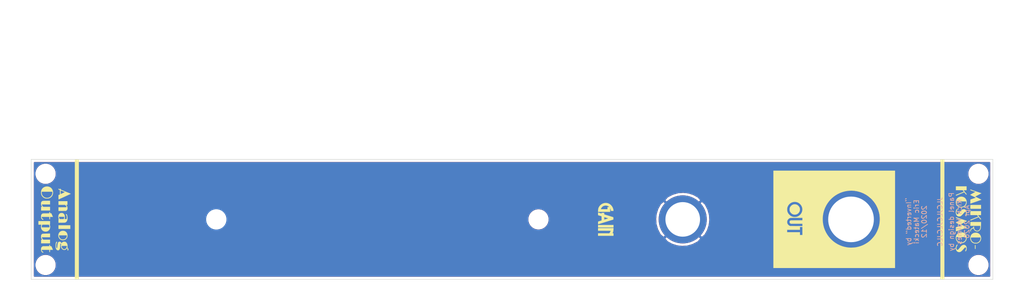
<source format=kicad_pcb>
(kicad_pcb (version 20171130) (host pcbnew "(5.1.6-0)")
  (layers (0 F.Cu signal) (31 B.Cu signal) (34 B.Paste user) (35 F.Paste user) (36 B.SilkS user) (37 F.SilkS user) (38 B.Mask user) (39 F.Mask user) (44 Edge.Cuts user))
  (net 0 "")
  (net 1 GND)
  (module panel:F.SilkS_g1092 (layer F.Cu) (at 159.8 47.05 90)
    (fp_text reference G*** hide)
    (fp_text value LOGO hide)
  )
  (module MountingHole:MountingHole_3.2mm_M3 (layer F.Cu) (at 155.5 92.5)
    (fp_text reference REF** hide)
    (fp_text value MountingHole_3.2mm_M3)
    (pad 1 np_thru_hole circle (at 0 0) (size 3.2 3.2) (drill 3.2) (layers *.Cu *.Mask))
  )
  (module MountingHole:MountingHole_6.5mm_Pad (layer F.Cu) (at 220.5 92.5)
    (fp_text reference H3 hide)
    (fp_text value MountingHole_Pad)
    (pad 1 thru_hole circle (at 0 0) (size 12 12) (drill 9.5) (layers *.Cu *.Mask) (net 1 GND))
  )
  (module MountingHole:MountingHole_6.5mm_Pad (layer F.Cu) (at 185.5 92.5)
    (fp_text reference H1 hide)
    (fp_text value MountingHole_Pad)
    (pad 1 thru_hole circle (at 0 0) (size 10 10) (drill 7.2) (layers *.Cu *.Mask) (net 1 GND))
  )
  (module MountingHole:MountingHole_3.2mm_M3 (layer F.Cu) (at 247 102)
    (fp_text reference REF** hide)
    (fp_text value MountingHole_3.2mm_M3)
    (pad 1 np_thru_hole circle (at 0 0) (size 3.2 3.2) (drill 3.2) (layers *.Cu *.Mask))
  )
  (module MountingHole:MountingHole_3.2mm_M3 (layer F.Cu) (at 247 83)
    (fp_text reference REF** hide)
    (fp_text value MountingHole_3.2mm_M3)
    (pad 1 np_thru_hole circle (at 0 0) (size 3.2 3.2) (drill 3.2) (layers *.Cu *.Mask))
  )
  (module MountingHole:MountingHole_3.2mm_M3 (layer F.Cu) (at 53 83)
    (fp_text reference REF** hide)
    (fp_text value MountingHole_3.2mm_M3)
    (pad 1 np_thru_hole circle (at 0 0) (size 3.2 3.2) (drill 3.2) (layers *.Cu *.Mask))
  )
  (module MountingHole:MountingHole_3.2mm_M3 (layer F.Cu) (at 53 102)
    (fp_text reference REF** hide)
    (fp_text value MountingHole_3.2mm_M3)
    (pad 1 np_thru_hole circle (at 0 0) (size 3.2 3.2) (drill 3.2) (layers *.Cu *.Mask))
  )
  (module MountingHole:MountingHole_3.2mm_M3 (layer F.Cu) (at 88.5 92.5)
    (fp_text reference REF** hide)
    (fp_text value MountingHole_3.2mm_M3)
    (pad 1 np_thru_hole circle (at 0 0) (size 3.2 3.2) (drill 3.2) (layers *.Cu *.Mask))
  )
  (module Panel:artc (layer F.Cu) (at 90.6 92.6 90)
    (fp_text reference G*** hide)
    (fp_text value LOGO hide)
    (fp_poly (pts (xy 0.222225 -6.112504) (xy 0.377935 -6.110249) (xy 0.502307 -6.105683) (xy 0.605094 -6.098144) (xy 0.696047 -6.08697) (xy 0.784917 -6.0715) (xy 0.855508 -6.056803) (xy 1.301282 -5.934759) (xy 1.727944 -5.768263) (xy 2.131376 -5.559575) (xy 2.507459 -5.31095) (xy 2.852077 -5.024645) (xy 2.996791 -4.883089) (xy 3.191016 -4.665327) (xy 3.379058 -4.421193) (xy 3.551794 -4.164251) (xy 3.700103 -3.90806) (xy 3.814115 -3.66799) (xy 3.858838 -3.560659) (xy 3.902383 -3.457533) (xy 3.936393 -3.378379) (xy 3.940563 -3.368869) (xy 3.966393 -3.299714) (xy 3.998867 -3.197718) (xy 4.03285 -3.079506) (xy 4.050501 -3.012913) (xy 4.142066 -2.557251) (xy 4.182826 -2.103701) (xy 4.172786 -1.652371) (xy 4.11195 -1.203367) (xy 4.000323 -0.756795) (xy 3.949564 -0.601979) (xy 3.778963 -0.188001) (xy 3.5648 0.202897) (xy 3.310276 0.567611) (xy 3.018593 0.903033) (xy 2.692954 1.206057) (xy 2.33656 1.473576) (xy 1.952614 1.702484) (xy 1.544317 1.889675) (xy 1.286796 1.981371) (xy 0.945007 2.071225) (xy 0.576937 2.133694) (xy 0.200351 2.166809) (xy -0.166988 2.168599) (xy -0.317818 2.159236) (xy -0.752803 2.097881) (xy -1.179646 1.989549) (xy -1.593256 1.836923) (xy -1.988539 1.642686) (xy -2.360403 1.40952) (xy -2.703755 1.14011) (xy -3.013502 0.837138) (xy -3.166856 0.658214) (xy -3.439687 0.279999) (xy -3.667325 -0.117147) (xy -3.849279 -0.529906) (xy -3.985056 -0.954957) (xy -4.074166 -1.388981) (xy -4.116115 -1.82866) (xy -4.113722 -2.014171) (xy -3.800754 -2.014171) (xy -3.800748 -1.983184) (xy -3.799003 -1.772411) (xy -3.793691 -1.602556) (xy -3.784193 -1.463771) (xy -3.76989 -1.346207) (xy -3.755726 -1.266477) (xy -3.647162 -0.834957) (xy -3.501701 -0.436368) (xy -3.317076 -0.066401) (xy -3.091017 0.279251) (xy -2.821255 0.604898) (xy -2.707808 0.723296) (xy -2.374044 1.024588) (xy -2.018092 1.280345) (xy -1.641286 1.490114) (xy -1.24496 1.653444) (xy -0.830448 1.769884) (xy -0.399082 1.838982) (xy 0.047804 1.860286) (xy 0.508876 1.833346) (xy 0.554768 1.828094) (xy 0.941877 1.757584) (xy 1.329934 1.639726) (xy 1.711907 1.477391) (xy 2.080765 1.273452) (xy 2.33775 1.099924) (xy 2.485409 0.981336) (xy 2.648466 0.83281) (xy 2.814517 0.666988) (xy 2.971161 0.49651) (xy 3.105995 0.334018) (xy 3.1594 0.262466) (xy 3.393511 -0.108901) (xy 3.583036 -0.501938) (xy 3.726971 -0.912258) (xy 3.824309 -1.335473) (xy 3.874045 -1.767196) (xy 3.875173 -2.203041) (xy 3.826687 -2.63862) (xy 3.825729 -2.644245) (xy 3.730054 -3.070579) (xy 3.593029 -3.468865) (xy 3.412924 -3.842427) (xy 3.188009 -4.19459) (xy 2.916556 -4.528679) (xy 2.76066 -4.692157) (xy 2.423851 -4.994746) (xy 2.067346 -5.250479) (xy 1.691423 -5.45924) (xy 1.296362 -5.620913) (xy 0.882441 -5.735383) (xy 0.449939 -5.802535) (xy 0.038138 -5.822423) (xy -0.411434 -5.798553) (xy -0.8431 -5.727124) (xy -1.256208 -5.608407) (xy -1.650104 -5.442674) (xy -2.024135 -5.230195) (xy -2.377647 -4.971242) (xy -2.683395 -4.692993) (xy -2.965911 -4.382584) (xy -3.204003 -4.060672) (xy -3.401447 -3.7203) (xy -3.562015 -3.354515) (xy -3.689484 -2.956359) (xy -3.742208 -2.741973) (xy -3.763696 -2.639272) (xy -3.779322 -2.544284) (xy -3.789965 -2.445644) (xy -3.7965 -2.331988) (xy -3.799804 -2.191952) (xy -3.800754 -2.014171) (xy -4.113722 -2.014171) (xy -4.110413 -2.270674) (xy -4.056568 -2.711704) (xy -3.954088 -3.148431) (xy -3.80248 -3.577536) (xy -3.796526 -3.591787) (xy -3.613403 -3.973013) (xy -3.393862 -4.328438) (xy -3.133238 -4.664765) (xy -2.826863 -4.988693) (xy -2.817302 -4.997918) (xy -2.47846 -5.289008) (xy -2.108011 -5.541406) (xy -1.709302 -5.753349) (xy -1.285681 -5.923077) (xy -0.840496 -6.048828) (xy -0.804658 -6.056803) (xy -0.711006 -6.0759) (xy -0.622531 -6.090209) (xy -0.529481 -6.10039) (xy -0.422104 -6.107107) (xy -0.290648 -6.111019) (xy -0.125361 -6.112789) (xy 0.025425 -6.113108) (xy 0.222225 -6.112504)) (layer F.Cu) (width 0.01))
    (fp_poly (pts (xy 0.504234 -6.61147) (xy 0.970407 -6.539235) (xy 1.421265 -6.421533) (xy 1.854129 -6.260561) (xy 2.26632 -6.058519) (xy 2.655158 -5.817606) (xy 3.017964 -5.540021) (xy 3.352058 -5.227963) (xy 3.654762 -4.883632) (xy 3.923396 -4.509226) (xy 4.155281 -4.106946) (xy 4.347737 -3.678988) (xy 4.498085 -3.227554) (xy 4.576465 -2.900609) (xy 4.638816 -2.476311) (xy 4.659374 -2.0344) (xy 4.638819 -1.585231) (xy 4.577826 -1.139159) (xy 4.477074 -0.706538) (xy 4.421098 -0.525437) (xy 4.245793 -0.078445) (xy 4.028791 0.342007) (xy 3.772956 0.733879) (xy 3.481149 1.095133) (xy 3.156234 1.423729) (xy 2.801072 1.717628) (xy 2.418527 1.974791) (xy 2.01146 2.193178) (xy 1.582735 2.370751) (xy 1.135214 2.505471) (xy 0.67176 2.595297) (xy 0.195235 2.638192) (xy -0.024759 2.641624) (xy -0.180376 2.637837) (xy -0.3446 2.629517) (xy -0.497112 2.617922) (xy -0.610211 2.605361) (xy -1.085474 2.51378) (xy -1.546172 2.374216) (xy -1.989094 2.188254) (xy -2.411034 1.957477) (xy -2.808783 1.683468) (xy -3.179133 1.367812) (xy -3.244321 1.305043) (xy -3.560099 0.960338) (xy -3.838314 0.584781) (xy -4.07724 0.182977) (xy -4.275153 -0.240465) (xy -4.430329 -0.680939) (xy -4.541042 -1.133838) (xy -4.605569 -1.594555) (xy -4.61294 -1.800383) (xy -4.335436 -1.800383) (xy -4.289928 -1.340793) (xy -4.245863 -1.097722) (xy -4.126568 -0.65064) (xy -3.962547 -0.22429) (xy -3.756554 0.178797) (xy -3.511347 0.556086) (xy -3.229681 0.905046) (xy -2.914312 1.223143) (xy -2.567997 1.507846) (xy -2.193491 1.75662) (xy -1.79355 1.966935) (xy -1.37093 2.136256) (xy -0.928388 2.262051) (xy -0.508509 2.336843) (xy -0.366128 2.349765) (xy -0.18968 2.357672) (xy 0.004295 2.360547) (xy 0.19926 2.358376) (xy 0.378678 2.351144) (xy 0.526008 2.338836) (xy 0.534601 2.337795) (xy 0.975061 2.262636) (xy 1.391313 2.148248) (xy 1.795386 1.991075) (xy 1.945045 1.920959) (xy 2.353853 1.693076) (xy 2.731337 1.426131) (xy 3.07568 1.122477) (xy 3.385063 0.784469) (xy 3.657667 0.41446) (xy 3.891674 0.014804) (xy 4.085266 -0.412146) (xy 4.236624 -0.864035) (xy 4.303208 -1.131432) (xy 4.321656 -1.221511) (xy 4.335594 -1.307053) (xy 4.34563 -1.397349) (xy 4.352371 -1.501687) (xy 4.356425 -1.629358) (xy 4.358398 -1.78965) (xy 4.358899 -1.983184) (xy 4.358381 -2.182692) (xy 4.356406 -2.340794) (xy 4.352342 -2.466928) (xy 4.345558 -2.570534) (xy 4.335422 -2.661048) (xy 4.321302 -2.747909) (xy 4.302566 -2.840556) (xy 4.301034 -2.847648) (xy 4.18568 -3.27919) (xy 4.03077 -3.698457) (xy 3.840291 -4.096845) (xy 3.618233 -4.465753) (xy 3.434559 -4.716417) (xy 3.264739 -4.910984) (xy 3.062767 -5.112853) (xy 2.840712 -5.311704) (xy 2.610644 -5.497217) (xy 2.384634 -5.659072) (xy 2.196575 -5.77492) (xy 1.803511 -5.974603) (xy 1.416835 -6.12891) (xy 1.026694 -6.240652) (xy 0.623235 -6.312639) (xy 0.196607 -6.347684) (xy 0.188251 -6.34801) (xy -0.276169 -6.344329) (xy -0.719634 -6.296078) (xy -1.14782 -6.202008) (xy -1.566398 -6.060872) (xy -1.981042 -5.871421) (xy -1.983184 -5.870315) (xy -2.38465 -5.635098) (xy -2.753255 -5.363089) (xy -3.087444 -5.057567) (xy -3.385663 -4.721811) (xy -3.646356 -4.359099) (xy -3.86797 -3.97271) (xy -4.048949 -3.565925) (xy -4.18774 -3.14202) (xy -4.282788 -2.704276) (xy -4.332538 -2.255971) (xy -4.335436 -1.800383) (xy -4.61294 -1.800383) (xy -4.622185 -2.058483) (xy -4.608261 -2.338623) (xy -4.551984 -2.787608) (xy -4.457896 -3.211676) (xy -4.322559 -3.623386) (xy -4.145153 -4.02993) (xy -3.959583 -4.376936) (xy -3.754752 -4.692122) (xy -3.521312 -4.988182) (xy -3.249913 -5.277813) (xy -3.166639 -5.35873) (xy -2.802064 -5.671899) (xy -2.409545 -5.943752) (xy -1.992705 -6.172839) (xy -1.555168 -6.357711) (xy -1.100558 -6.496917) (xy -0.6325 -6.589007) (xy -0.154617 -6.632532) (xy 0.025425 -6.636036) (xy 0.504234 -6.61147)) (layer F.Cu) (width 0.01))
    (fp_poly (pts (xy 0.463597 -7.471513) (xy 0.654613 -7.467886) (xy 0.814212 -7.461337) (xy 0.933258 -7.451703) (xy 0.933511 -7.451673) (xy 1.435468 -7.369155) (xy 1.912911 -7.242361) (xy 2.367028 -7.070894) (xy 2.799007 -6.854355) (xy 2.90908 -6.789876) (xy 3.30461 -6.521596) (xy 3.671263 -6.213364) (xy 4.006391 -5.86879) (xy 4.307344 -5.491487) (xy 4.571474 -5.085067) (xy 4.796132 -4.653143) (xy 4.978669 -4.199325) (xy 5.096768 -3.806744) (xy 5.143553 -3.619448) (xy 5.181359 -3.454294) (xy 5.211072 -3.302471) (xy 5.233577 -3.155167) (xy 5.249759 -3.00357) (xy 5.260504 -2.83887) (xy 5.266698 -2.652253) (xy 5.269226 -2.43491) (xy 5.268973 -2.178027) (xy 5.268523 -2.097598) (xy 5.26583 -1.8087) (xy 5.261297 -1.5627) (xy 5.254337 -1.35166) (xy 5.244364 -1.167643) (xy 5.230791 -1.002712) (xy 5.213032 -0.848929) (xy 5.1905 -0.698357) (xy 5.162611 -0.543057) (xy 5.148327 -0.470371) (xy 5.045119 -0.051927) (xy 4.903724 0.358901) (xy 4.738136 0.737337) (xy 4.49771 1.182188) (xy 4.220631 1.59225) (xy 3.908417 1.966333) (xy 3.562584 2.303248) (xy 3.184647 2.601807) (xy 2.776123 2.86082) (xy 2.338527 3.079098) (xy 1.873377 3.255452) (xy 1.382189 3.388695) (xy 1.347547 3.396231) (xy 1.25637 3.415266) (xy 1.175055 3.43047) (xy 1.096167 3.442338) (xy 1.012274 3.451366) (xy 0.915941 3.458048) (xy 0.799734 3.46288) (xy 0.656219 3.466356) (xy 0.477962 3.468973) (xy 0.257529 3.471226) (xy 0.216116 3.471601) (xy 0.006264 3.472742) (xy -0.197168 3.472469) (xy -0.385927 3.470895) (xy -0.551761 3.468135) (xy -0.686418 3.464304) (xy -0.781645 3.459514) (xy -0.80595 3.457449) (xy -1.302587 3.381749) (xy -1.780153 3.259875) (xy -2.236389 3.093646) (xy -2.669041 2.88488) (xy -2.709022 2.86036) (xy -2.110311 2.86036) (xy -2.097598 2.873073) (xy -2.084885 2.86036) (xy -2.097598 2.847647) (xy -2.110311 2.86036) (xy -2.709022 2.86036) (xy -3.075851 2.635393) (xy -3.454563 2.347004) (xy -3.80292 2.021529) (xy -4.118665 1.660786) (xy -4.399542 1.266593) (xy -4.643294 0.840768) (xy -4.847666 0.385126) (xy -4.940922 0.127127) (xy -5.004757 -0.07326) (xy -5.058004 -0.261367) (xy -5.101734 -0.444952) (xy -5.137018 -0.63177) (xy -5.164927 -0.829579) (xy -5.186532 -1.046136) (xy -5.202904 -1.289198) (xy -5.215114 -1.566521) (xy -5.22377 -1.869682) (xy -4.94174 -1.869682) (xy -4.915409 -1.567998) (xy -4.882827 -1.39155) (xy -4.872702 -1.324712) (xy -4.883629 -1.288447) (xy -4.905029 -1.272384) (xy -4.926561 -1.254742) (xy -4.937171 -1.223475) (xy -4.938041 -1.1671) (xy -4.930358 -1.074134) (xy -4.927927 -1.050405) (xy -4.853342 -0.561928) (xy -4.734178 -0.090388) (xy -4.572347 0.36131) (xy -4.369762 0.79026) (xy -4.128336 1.193556) (xy -3.849982 1.568291) (xy -3.536613 1.91156) (xy -3.190141 2.220457) (xy -2.812481 2.492076) (xy -2.462874 2.694328) (xy -2.351078 2.751486) (xy -2.255298 2.798969) (xy -2.184649 2.832366) (xy -2.148241 2.847269) (xy -2.146031 2.847647) (xy -2.157725 2.835454) (xy -2.205317 2.802315) (xy -2.281065 2.753393) (xy -2.370358 2.698035) (xy -2.743393 2.447627) (xy -3.107832 2.158643) (xy -3.455235 1.839409) (xy -3.777159 1.498251) (xy -4.065164 1.143495) (xy -4.309732 0.785213) (xy -4.361523 0.69951) (xy -4.401073 0.630828) (xy -4.422153 0.590118) (xy -4.424024 0.584279) (xy -4.403468 0.55993) (xy -4.353369 0.528105) (xy -4.291081 0.497245) (xy -4.233957 0.475794) (xy -4.199352 0.472193) (xy -4.197048 0.473855) (xy -4.17636 0.502813) (xy -4.134337 0.565251) (xy -4.077158 0.651886) (xy -4.013196 0.75005) (xy -3.712858 1.168047) (xy -3.375117 1.554622) (xy -3.003566 1.907374) (xy -2.601795 2.2239) (xy -2.173397 2.501797) (xy -1.721962 2.738663) (xy -1.251082 2.932097) (xy -0.764349 3.079694) (xy -0.41952 3.153847) (xy -0.275544 3.178374) (xy -0.16089 3.193263) (xy -0.05929 3.198736) (xy 0.045524 3.195015) (xy 0.169822 3.182324) (xy 0.308872 3.163825) (xy 0.803255 3.069342) (xy 1.164722 2.962062) (xy 1.906907 2.962062) (xy 1.919619 2.974774) (xy 1.932332 2.962062) (xy 1.919619 2.949349) (xy 1.906907 2.962062) (xy 1.164722 2.962062) (xy 1.286643 2.925877) (xy 1.756299 2.734624) (xy 2.209488 2.496776) (xy 2.643473 2.213528) (xy 2.855259 2.052985) (xy 3.078986 1.874975) (xy 3.143629 1.935435) (xy 3.197276 1.988589) (xy 3.224545 2.030764) (xy 3.222518 2.070838) (xy 3.18828 2.117689) (xy 3.118914 2.180196) (xy 3.042923 2.242016) (xy 2.636505 2.541733) (xy 2.20699 2.804597) (xy 2.192115 2.812842) (xy 2.09538 2.867145) (xy 2.019837 2.911207) (xy 1.973597 2.94018) (xy 1.963708 2.949349) (xy 2.003229 2.938502) (xy 2.077831 2.909089) (xy 2.177374 2.865804) (xy 2.291717 2.81334) (xy 2.410721 2.75639) (xy 2.524247 2.699648) (xy 2.622155 2.647806) (xy 2.654335 2.629688) (xy 3.059198 2.367633) (xy 3.42932 2.068547) (xy 3.764072 1.733108) (xy 4.062826 1.361995) (xy 4.324953 0.955888) (xy 4.487676 0.648348) (xy 4.548861 0.519857) (xy 4.598779 0.410466) (xy 4.636037 0.324099) (xy 4.659243 0.264681) (xy 4.667003 0.236135) (xy 4.657925 0.242385) (xy 4.630615 0.287355) (xy 4.586957 0.368668) (xy 4.542379 0.453465) (xy 4.507131 0.518972) (xy 4.487454 0.553637) (xy 4.485734 0.556092) (xy 4.461033 0.549811) (xy 4.4071 0.523446) (xy 4.365158 0.499893) (xy 4.253144 0.434248) (xy 4.38983 0.167802) (xy 4.606839 -0.307957) (xy 4.781795 -0.808067) (xy 4.910948 -1.31217) (xy 4.945033 -1.525983) (xy 4.964358 -1.768649) (xy 4.968653 -2.021305) (xy 4.957649 -2.265086) (xy 4.931076 -2.48113) (xy 4.927884 -2.498715) (xy 4.89085 -2.696428) (xy 4.952076 -2.711795) (xy 4.983578 -2.722274) (xy 5.000463 -2.741698) (xy 5.005394 -2.781935) (xy 5.001032 -2.854853) (xy 4.996112 -2.908176) (xy 4.975999 -3.069059) (xy 4.944497 -3.260944) (xy 4.905113 -3.466215) (xy 4.861354 -3.667254) (xy 4.816728 -3.846442) (xy 4.79232 -3.931815) (xy 4.636107 -4.364657) (xy 4.437442 -4.782974) (xy 4.20053 -5.180307) (xy 3.929579 -5.550197) (xy 3.628796 -5.886182) (xy 3.355212 -6.138282) (xy 3.031447 -6.390531) (xy 2.708873 -6.6011) (xy 2.375313 -6.777372) (xy 2.117054 -6.888963) (xy 2.010154 -6.93059) (xy 1.920801 -6.964075) (xy 1.859471 -6.985577) (xy 1.837375 -6.99157) (xy 1.85097 -6.980398) (xy 1.90197 -6.950136) (xy 1.982668 -6.905162) (xy 2.085358 -6.849857) (xy 2.10587 -6.838991) (xy 2.569337 -6.565462) (xy 3.005788 -6.249411) (xy 3.413137 -5.892639) (xy 3.789301 -5.496944) (xy 4.079291 -5.136282) (xy 4.162126 -5.022292) (xy 4.243617 -4.90542) (xy 4.318363 -4.793954) (xy 4.38096 -4.696183) (xy 4.426008 -4.620397) (xy 4.448104 -4.574884) (xy 4.449449 -4.568336) (xy 4.42958 -4.548179) (xy 4.378989 -4.512851) (xy 4.343352 -4.490765) (xy 4.237255 -4.427497) (xy 4.068445 -4.686371) (xy 3.75494 -5.122991) (xy 3.408651 -5.522915) (xy 3.031877 -5.88461) (xy 2.626917 -6.20654) (xy 2.19607 -6.487172) (xy 1.741636 -6.724972) (xy 1.265913 -6.918404) (xy 0.771202 -7.065934) (xy 0.381381 -7.146848) (xy 0.090154 -7.173798) (xy -0.22595 -7.162185) (xy -0.561155 -7.114018) (xy -0.909684 -7.031309) (xy -1.265761 -6.916067) (xy -1.623612 -6.770303) (xy -1.977459 -6.596028) (xy -2.321527 -6.395251) (xy -2.65004 -6.169984) (xy -2.831637 -6.028522) (xy -3.018112 -5.876147) (xy -3.204794 -6.067327) (xy -2.981726 -6.246909) (xy -2.820786 -6.370868) (xy -2.643939 -6.497603) (xy -2.464244 -6.618382) (xy -2.294756 -6.72447) (xy -2.148533 -6.807135) (xy -2.12938 -6.816991) (xy -2.047791 -6.860537) (xy -1.997205 -6.89203) (xy -1.981774 -6.908149) (xy -2.00565 -6.905571) (xy -2.027678 -6.898368) (xy -2.144648 -6.850775) (xy -2.290736 -6.782038) (xy -2.452694 -6.69914) (xy -2.617279 -6.609064) (xy -2.771243 -6.518793) (xy -2.884887 -6.446445) (xy -3.274681 -6.155478) (xy -3.627301 -5.830216) (xy -3.941543 -5.472107) (xy -4.216203 -5.082599) (xy -4.450076 -4.663139) (xy -4.55138 -4.442542) (xy -4.61509 -4.291139) (xy -4.65824 -4.182668) (xy -4.680776 -4.1177) (xy -4.682642 -4.09681) (xy -4.663782 -4.120571) (xy -4.624141 -4.189558) (xy -4.564995 -4.301757) (xy -4.425075 -4.573584) (xy -4.30896 -4.508687) (xy -4.245316 -4.469539) (xy -4.206723 -4.43879) (xy -4.200841 -4.42755) (xy -4.214384 -4.400192) (xy -4.246371 -4.335633) (xy -4.292658 -4.242236) (xy -4.349103 -4.128358) (xy -4.378989 -4.068069) (xy -4.574152 -3.622708) (xy -4.733224 -3.150062) (xy -4.852843 -2.661761) (xy -4.929648 -2.169435) (xy -4.93087 -2.158288) (xy -4.94174 -1.869682) (xy -5.22377 -1.869682) (xy -5.224233 -1.885863) (xy -5.22528 -1.932333) (xy -5.229925 -2.17353) (xy -5.2321 -2.372671) (xy -5.231611 -2.538501) (xy -5.228261 -2.679765) (xy -5.221857 -2.805207) (xy -5.212202 -2.923572) (xy -5.200807 -3.029288) (xy -5.116335 -3.54294) (xy -4.995275 -4.004505) (xy -4.72913 -4.004505) (xy -4.716417 -3.991792) (xy -4.703704 -4.004505) (xy -4.716417 -4.017218) (xy -4.72913 -4.004505) (xy -4.995275 -4.004505) (xy -4.98702 -4.035975) (xy -4.813819 -4.506401) (xy -4.597693 -4.952224) (xy -4.3396 -5.371454) (xy -4.0405 -5.762098) (xy -3.721279 -6.102946) (xy -3.482716 -6.324488) (xy -3.256912 -6.511636) (xy -3.030625 -6.673694) (xy -2.790611 -6.819966) (xy -2.523626 -6.959759) (xy -2.453554 -6.993622) (xy -2.079066 -7.155397) (xy -1.706449 -7.280738) (xy -1.316714 -7.375553) (xy -1.098887 -7.415096) (xy -0.985529 -7.428919) (xy -0.830478 -7.441137) (xy -0.642875 -7.451584) (xy -0.431857 -7.460097) (xy -0.206562 -7.46651) (xy 0.023871 -7.470661) (xy 0.250303 -7.472383) (xy 0.463597 -7.471513)) (layer F.Cu) (width 0.01))
    (fp_poly (pts (xy 10.331026 -29.826944) (xy 10.526126 -29.626461) (xy 10.526126 -29.445563) (xy 10.525266 -29.357032) (xy 10.523001 -29.292562) (xy 10.519802 -29.264913) (xy 10.519451 -29.264665) (xy 10.500351 -29.281819) (xy 10.450725 -29.329782) (xy 10.375903 -29.403306) (xy 10.281218 -29.497145) (xy 10.172 -29.606048) (xy 10.132032 -29.646046) (xy 9.751286 -30.027428) (xy 10.135926 -30.027428) (xy 10.331026 -29.826944)) (layer F.Cu) (width 0.01))
    (fp_poly (pts (xy -9.966466 42.218017) (xy -9.945543 42.279049) (xy -9.926485 42.3445) (xy -9.916281 42.391885) (xy -9.915916 42.397396) (xy -9.938423 42.413399) (xy -9.998181 42.439447) (xy -10.083545 42.471622) (xy -10.182868 42.506006) (xy -10.284506 42.53868) (xy -10.376813 42.565727) (xy -10.448143 42.583228) (xy -10.481632 42.587733) (xy -10.492272 42.564708) (xy -10.499151 42.505726) (xy -10.500605 42.454104) (xy -10.500509 42.32062) (xy -10.245363 42.24745) (xy -10.13943 42.218136) (xy -10.053382 42.196335) (xy -9.997728 42.184588) (xy -9.982267 42.183887) (xy -9.966466 42.218017)) (layer F.Cu) (width 0.01))
    (fp_poly (pts (xy 2.798127 -29.797717) (xy 3.147498 -29.565993) (xy 3.537863 -29.691721) (xy 3.690268 -29.740346) (xy 3.844281 -29.788681) (xy 3.985171 -29.832157) (xy 4.09821 -29.866202) (xy 4.131631 -29.875955) (xy 4.226213 -29.903776) (xy 4.300242 -29.926709) (xy 4.34153 -29.940936) (xy 4.345891 -29.943069) (xy 4.336975 -29.962573) (xy 4.307753 -29.988744) (xy 4.298359 -29.999399) (xy 4.304759 -30.007795) (xy 4.331771 -30.014177) (xy 4.384214 -30.018789) (xy 4.466906 -30.021874) (xy 4.584665 -30.023679) (xy 4.742311 -30.024447) (xy 4.944661 -30.024422) (xy 5.008808 -30.024309) (xy 5.231876 -30.023918) (xy 5.405908 -30.023152) (xy 5.532717 -30.02113) (xy 5.614117 -30.016968) (xy 5.651919 -30.009786) (xy 5.647938 -29.998701) (xy 5.603986 -29.982833) (xy 5.521876 -29.961299) (xy 5.403421 -29.933218) (xy 5.263063 -29.900648) (xy 5.157608 -29.874767) (xy 5.071125 -29.851028) (xy 5.015462 -29.832816) (xy 5.001869 -29.826027) (xy 5.014975 -29.805534) (xy 5.06269 -29.758556) (xy 5.139551 -29.689913) (xy 5.240097 -29.604427) (xy 5.358866 -29.506921) (xy 5.408676 -29.466893) (xy 5.561542 -29.344078) (xy 5.725434 -29.211236) (xy 5.887364 -29.078972) (xy 6.034344 -28.957892) (xy 6.145181 -28.865504) (xy 6.455227 -28.604825) (xy 6.818955 -28.640426) (xy 6.981707 -28.65563) (xy 7.156886 -28.670797) (xy 7.323579 -28.684182) (xy 7.460874 -28.69404) (xy 7.462322 -28.694134) (xy 7.741962 -28.712241) (xy 7.564024 -28.876334) (xy 7.497371 -28.936889) (xy 7.399421 -29.024648) (xy 7.277193 -29.133381) (xy 7.137706 -29.256863) (xy 6.987981 -29.388864) (xy 6.835036 -29.523157) (xy 6.829999 -29.527571) (xy 6.273912 -30.014715) (xy 6.457654 -30.02224) (xy 6.580696 -30.022016) (xy 6.662177 -30.008715) (xy 6.695923 -29.993033) (xy 6.732721 -29.964044) (xy 6.802275 -29.905275) (xy 6.899652 -29.821084) (xy 7.019918 -29.715827) (xy 7.158142 -29.593863) (xy 7.309388 -29.459547) (xy 7.468725 -29.317237) (xy 7.631218 -29.171291) (xy 7.791935 -29.026064) (xy 7.834577 -28.987367) (xy 8.125843 -28.722781) (xy 8.442451 -28.71507) (xy 8.598854 -28.710722) (xy 8.7818 -28.704805) (xy 8.967036 -28.698142) (xy 9.110922 -28.692389) (xy 9.462786 -28.677419) (xy 8.983795 -29.142353) (xy 8.840551 -29.281391) (xy 8.696126 -29.42157) (xy 8.558627 -29.555022) (xy 8.436159 -29.673881) (xy 8.336827 -29.770279) (xy 8.288688 -29.816993) (xy 8.072572 -30.026698) (xy 8.259616 -30.027063) (xy 8.446661 -30.027428) (xy 8.640998 -29.844033) (xy 8.711577 -29.776651) (xy 8.811272 -29.68038) (xy 8.933035 -29.562082) (xy 9.069819 -29.428619) (xy 9.214576 -29.286853) (xy 9.356556 -29.147293) (xy 9.877777 -28.633948) (xy 10.184313 -28.59335) (xy 10.303989 -28.577683) (xy 10.404828 -28.564824) (xy 10.476401 -28.556079) (xy 10.508279 -28.552756) (xy 10.508487 -28.552753) (xy 10.518089 -28.529738) (xy 10.524495 -28.470294) (xy 10.526126 -28.410893) (xy 10.525044 -28.330453) (xy 10.517717 -28.289657) (xy 10.498023 -28.277301) (xy 10.459842 -28.282177) (xy 10.456206 -28.282897) (xy 10.383495 -28.296366) (xy 10.296714 -28.311251) (xy 10.284584 -28.313233) (xy 10.182883 -28.329705) (xy 10.354504 -28.154555) (xy 10.526126 -27.979405) (xy 10.525141 -27.789352) (xy 10.524155 -27.5993) (xy 9.761029 -28.378954) (xy 9.527011 -28.401364) (xy 9.419146 -28.41018) (xy 9.275556 -28.419756) (xy 9.111341 -28.429197) (xy 8.941599 -28.437606) (xy 8.852262 -28.441429) (xy 8.411531 -28.459086) (xy 8.992102 -27.898035) (xy 9.160227 -27.734931) (xy 9.339372 -27.560028) (xy 9.520006 -27.382709) (xy 9.692598 -27.212355) (xy 9.847617 -27.058345) (xy 9.975533 -26.930063) (xy 9.976445 -26.929142) (xy 10.136112 -26.77045) (xy 10.263592 -26.64951) (xy 10.359823 -26.565492) (xy 10.425739 -26.517562) (xy 10.453172 -26.505277) (xy 10.526126 -26.489253) (xy 10.524272 -25.972073) (xy 10.38517 -26.119657) (xy 10.309716 -26.193408) (xy 10.237635 -26.253222) (xy 10.182762 -26.287794) (xy 10.176337 -26.290284) (xy 10.116691 -26.305849) (xy 10.020477 -26.32612) (xy 9.895682 -26.349826) (xy 9.750294 -26.375694) (xy 9.592301 -26.40245) (xy 9.429691 -26.428824) (xy 9.270452 -26.453542) (xy 9.12257 -26.475333) (xy 8.994034 -26.492923) (xy 8.892831 -26.50504) (xy 8.826949 -26.510412) (xy 8.804737 -26.508772) (xy 8.821023 -26.490365) (xy 8.86971 -26.439373) (xy 8.94737 -26.359296) (xy 9.050576 -26.253634) (xy 9.175901 -26.125887) (xy 9.319918 -25.979554) (xy 9.479199 -25.818137) (xy 9.650317 -25.645134) (xy 9.662845 -25.632482) (xy 10.526126 -24.760827) (xy 10.526126 -24.442058) (xy 10.525151 -24.306846) (xy 10.521715 -24.215632) (xy 10.51505 -24.161593) (xy 10.504388 -24.137904) (xy 10.491748 -24.136481) (xy 10.417179 -24.162207) (xy 10.30888 -24.195783) (xy 10.175774 -24.234807) (xy 10.026788 -24.276878) (xy 9.870846 -24.319595) (xy 9.716873 -24.360557) (xy 9.573793 -24.397363) (xy 9.450531 -24.427612) (xy 9.356013 -24.448902) (xy 9.299163 -24.458833) (xy 9.291987 -24.45926) (xy 9.29874 -24.441893) (xy 9.338308 -24.392124) (xy 9.407488 -24.31345) (xy 9.503079 -24.209365) (xy 9.621879 -24.083366) (xy 9.760687 -23.93895) (xy 9.887735 -23.808686) (xy 10.526126 -23.158112) (xy 10.526126 -22.751463) (xy 10.267125 -23.026933) (xy 10.185388 -23.112713) (xy 10.074205 -23.227688) (xy 9.940147 -23.365157) (xy 9.789783 -23.518416) (xy 9.629682 -23.680761) (xy 9.466413 -23.845489) (xy 9.370879 -23.941463) (xy 8.733633 -24.580523) (xy 8.403103 -24.621665) (xy 8.14633 -24.65257) (xy 7.923505 -24.676569) (xy 7.721167 -24.694484) (xy 7.525855 -24.707137) (xy 7.32411 -24.715353) (xy 7.102469 -24.719952) (xy 6.847473 -24.721758) (xy 6.763163 -24.721877) (xy 6.449379 -24.720261) (xy 6.172022 -24.714514) (xy 5.916773 -24.703747) (xy 5.66931 -24.687074) (xy 5.415315 -24.663607) (xy 5.140466 -24.632459) (xy 4.965622 -24.610494) (xy 4.234659 -24.496824) (xy 3.486919 -24.343283) (xy 2.733481 -24.152539) (xy 1.985425 -23.927261) (xy 1.627227 -23.80614) (xy 1.46713 -23.749035) (xy 1.296178 -23.686384) (xy 1.121356 -23.620917) (xy 0.949651 -23.555365) (xy 0.788048 -23.492458) (xy 0.643534 -23.434926) (xy 0.523093 -23.385501) (xy 0.433712 -23.346913) (xy 0.382377 -23.321892) (xy 0.374119 -23.316348) (xy 0.389914 -23.300348) (xy 0.445292 -23.2658) (xy 0.533995 -23.216158) (xy 0.649762 -23.154878) (xy 0.786333 -23.085412) (xy 0.847927 -23.054856) (xy 1.012323 -22.973197) (xy 1.178409 -22.88947) (xy 1.334622 -22.809593) (xy 1.469395 -22.739483) (xy 1.571165 -22.68506) (xy 1.579222 -22.680631) (xy 1.816736 -22.549599) (xy 2.187976 -22.652775) (xy 2.354823 -22.697954) (xy 2.539524 -22.746037) (xy 2.720322 -22.791463) (xy 2.875459 -22.828674) (xy 2.884211 -22.830693) (xy 3.005673 -22.85913) (xy 3.107916 -22.884019) (xy 3.18142 -22.902973) (xy 3.216668 -22.913604) (xy 3.218265 -22.914495) (xy 3.201455 -22.930505) (xy 3.149045 -22.967919) (xy 3.068741 -23.021485) (xy 2.96825 -23.085955) (xy 2.94643 -23.09968) (xy 2.840511 -23.166977) (xy 2.750912 -23.225571) (xy 2.686145 -23.269776) (xy 2.65472 -23.293901) (xy 2.653324 -23.295568) (xy 2.655301 -23.331532) (xy 2.68018 -23.386794) (xy 2.717532 -23.44527) (xy 2.756929 -23.490876) (xy 2.787943 -23.507529) (xy 2.790358 -23.506917) (xy 2.821762 -23.489306) (xy 2.888192 -23.448367) (xy 2.982236 -23.388791) (xy 3.096484 -23.315271) (xy 3.2156 -23.23769) (xy 3.606649 -22.981584) (xy 3.951922 -23.034256) (xy 4.239072 -23.075923) (xy 4.501824 -23.108942) (xy 4.753873 -23.134428) (xy 5.008912 -23.153496) (xy 5.280635 -23.167261) (xy 5.582737 -23.176838) (xy 5.746146 -23.180342) (xy 6.107273 -23.184477) (xy 6.429769 -23.182042) (xy 6.725504 -23.172434) (xy 7.006346 -23.155052) (xy 7.284164 -23.129295) (xy 7.570827 -23.09456) (xy 7.649357 -23.083833) (xy 8.249412 -22.9827) (xy 8.847743 -22.848009) (xy 9.43182 -22.683126) (xy 9.989118 -22.491419) (xy 10.271872 -22.379033) (xy 10.513413 -22.278072) (xy 10.521038 -22.135533) (xy 10.523723 -22.058165) (xy 10.522734 -22.006398) (xy 10.519643 -21.992993) (xy 10.494194 -22.002178) (xy 10.430466 -22.027405) (xy 10.33713 -22.065184) (xy 10.222857 -22.112024) (xy 10.179231 -22.130032) (xy 9.673294 -22.324136) (xy 9.160848 -22.48972) (xy 8.633111 -22.628936) (xy 8.0813 -22.743939) (xy 7.496631 -22.836882) (xy 7.093693 -22.88661) (xy 6.967188 -22.896964) (xy 6.799 -22.90529) (xy 6.598257 -22.91158) (xy 6.374087 -22.915829) (xy 6.135619 -22.918029) (xy 5.89198 -22.918172) (xy 5.652299 -22.916253) (xy 5.425703 -22.912265) (xy 5.22132 -22.906201) (xy 5.048278 -22.898053) (xy 4.919819 -22.888235) (xy 4.705417 -22.865624) (xy 4.50836 -22.842925) (xy 4.334043 -22.820905) (xy 4.187862 -22.800332) (xy 4.075211 -22.781974) (xy 4.001487 -22.766597) (xy 3.972084 -22.754968) (xy 3.971884 -22.753414) (xy 3.993643 -22.733364) (xy 4.050817 -22.687964) (xy 4.13759 -22.621626) (xy 4.248147 -22.538765) (xy 4.376673 -22.443795) (xy 4.462162 -22.381256) (xy 4.62999 -22.257995) (xy 4.812279 -22.1225) (xy 4.995453 -21.984971) (xy 5.165932 -21.855609) (xy 5.310139 -21.744612) (xy 5.323473 -21.734229) (xy 5.7017 -21.439272) (xy 5.971821 -21.422045) (xy 6.142647 -21.409288) (xy 6.335786 -21.391809) (xy 6.537026 -21.37116) (xy 6.732151 -21.348891) (xy 6.90695 -21.326552) (xy 7.047207 -21.305695) (xy 7.063298 -21.302978) (xy 7.147735 -21.290473) (xy 7.210149 -21.285034) (xy 7.235611 -21.287397) (xy 7.220652 -21.306434) (xy 7.173239 -21.353515) (xy 7.099299 -21.423324) (xy 7.004756 -21.510549) (xy 6.895538 -21.609874) (xy 6.777571 -21.715985) (xy 6.656781 -21.823567) (xy 6.539094 -21.927306) (xy 6.430436 -22.021887) (xy 6.336733 -22.101997) (xy 6.263913 -22.16232) (xy 6.23252 -22.186947) (xy 6.241454 -22.208906) (xy 6.274538 -22.257571) (xy 6.304852 -22.297274) (xy 6.386606 -22.400496) (xy 6.505664 -22.300815) (xy 6.62813 -22.19673) (xy 6.779334 -22.065736) (xy 6.950658 -21.915421) (xy 7.133486 -21.753379) (xy 7.319199 -21.5872) (xy 7.457222 -21.462578) (xy 7.782613 -21.167512) (xy 8.053848 -21.096776) (xy 8.600115 -20.935768) (xy 9.151186 -20.737966) (xy 9.688309 -20.510592) (xy 10.106606 -20.306403) (xy 10.247492 -20.231573) (xy 10.347515 -20.17473) (xy 10.41191 -20.1324) (xy 10.445914 -20.101109) (xy 10.454765 -20.077383) (xy 10.454519 -20.075573) (xy 10.464123 -20.022089) (xy 10.487427 -19.985005) (xy 10.509534 -19.946935) (xy 10.520601 -19.88702) (xy 10.522316 -19.79325) (xy 10.520895 -19.746958) (xy 10.513413 -19.55416) (xy 10.31001 -19.785199) (xy 10.231347 -19.873602) (xy 10.167761 -19.940043) (xy 10.108577 -19.992231) (xy 10.043118 -20.037878) (xy 9.960709 -20.084694) (xy 9.850674 -20.14039) (xy 9.75065 -20.1892) (xy 9.607235 -20.257676) (xy 9.460455 -20.325679) (xy 9.325148 -20.386465) (xy 9.216153 -20.433289) (xy 9.191291 -20.443412) (xy 9.098039 -20.479308) (xy 8.980434 -20.522568) (xy 8.847472 -20.570107) (xy 8.708149 -20.618844) (xy 8.571463 -20.665693) (xy 8.44641 -20.707574) (xy 8.341987 -20.741402) (xy 8.26719 -20.764095) (xy 8.231017 -20.77257) (xy 8.230756 -20.772573) (xy 8.242135 -20.755202) (xy 8.285738 -20.705657) (xy 8.357901 -20.627793) (xy 8.454961 -20.525462) (xy 8.573255 -20.402517) (xy 8.709119 -20.262814) (xy 8.858891 -20.110203) (xy 8.901503 -20.067017) (xy 9.081778 -19.883373) (xy 9.272544 -19.686986) (xy 9.465609 -19.486431) (xy 9.652778 -19.290282) (xy 9.82586 -19.107112) (xy 9.97666 -18.945496) (xy 10.061685 -18.852953) (xy 10.524879 -18.344445) (xy 10.524757 -18.141041) (xy 10.524635 -17.937638) (xy 10.445139 -18.026627) (xy 10.405998 -18.070414) (xy 10.338727 -18.145639) (xy 10.249101 -18.245845) (xy 10.142896 -18.364574) (xy 10.02589 -18.495368) (xy 9.944819 -18.585986) (xy 9.839846 -18.701096) (xy 9.704491 -18.846023) (xy 9.544498 -19.014798) (xy 9.36561 -19.201455) (xy 9.173573 -19.400023) (xy 8.974131 -19.604536) (xy 8.773027 -19.809023) (xy 8.59488 -19.988591) (xy 7.665765 -20.920825) (xy 7.525926 -20.949709) (xy 7.391477 -20.975715) (xy 7.235511 -21.002991) (xy 7.065421 -21.03054) (xy 6.888604 -21.057366) (xy 6.712455 -21.082474) (xy 6.544369 -21.104866) (xy 6.391741 -21.123546) (xy 6.261968 -21.137519) (xy 6.162444 -21.145788) (xy 6.100565 -21.147356) (xy 6.083671 -21.143999) (xy 6.099558 -21.125757) (xy 6.148776 -21.079434) (xy 6.225912 -21.009881) (xy 6.325554 -20.921953) (xy 6.442289 -20.820502) (xy 6.496471 -20.773861) (xy 7.340964 -20.023934) (xy 8.178497 -19.230607) (xy 9.001575 -18.401329) (xy 9.802702 -17.543548) (xy 10.229244 -17.064608) (xy 10.526126 -16.725512) (xy 10.525628 -16.517961) (xy 10.52513 -16.310411) (xy 10.430283 -16.424626) (xy 9.925118 -17.01507) (xy 9.379873 -17.618946) (xy 8.801189 -18.229622) (xy 8.195713 -18.840464) (xy 7.570086 -19.44484) (xy 6.930953 -20.036116) (xy 6.284958 -20.607662) (xy 5.974975 -20.872556) (xy 5.606306 -21.183931) (xy 5.021521 -21.165785) (xy 4.842895 -21.159764) (xy 4.671187 -21.153096) (xy 4.516383 -21.146238) (xy 4.388468 -21.139642) (xy 4.297427 -21.133765) (xy 4.273682 -21.131728) (xy 4.110627 -21.115816) (xy 4.273682 -21.001893) (xy 4.419025 -20.898234) (xy 4.594451 -20.769708) (xy 4.790531 -20.623456) (xy 4.997837 -20.466621) (xy 5.20694 -20.306344) (xy 5.408411 -20.149768) (xy 5.592821 -20.004035) (xy 5.625139 -19.978172) (xy 5.747877 -19.879903) (xy 5.857485 -19.792496) (xy 5.947641 -19.720962) (xy 6.012026 -19.670312) (xy 6.044318 -19.645561) (xy 6.046315 -19.644192) (xy 6.078143 -19.635253) (xy 6.149849 -19.62023) (xy 6.251108 -19.601149) (xy 6.371596 -19.580035) (xy 6.383437 -19.578036) (xy 6.517888 -19.553923) (xy 6.666565 -19.524785) (xy 6.820796 -19.492601) (xy 6.971912 -19.459351) (xy 7.111243 -19.427014) (xy 7.230116 -19.397568) (xy 7.319863 -19.372994) (xy 7.371813 -19.355269) (xy 7.380063 -19.350545) (xy 7.38586 -19.316974) (xy 7.37504 -19.257295) (xy 7.371467 -19.245443) (xy 7.350381 -19.179057) (xy 7.335908 -19.132488) (xy 7.334958 -19.12931) (xy 7.309251 -19.1215) (xy 7.240009 -19.128643) (xy 7.12555 -19.150998) (xy 6.987597 -19.183093) (xy 6.853268 -19.215297) (xy 6.727673 -19.244484) (xy 6.623667 -19.267728) (xy 6.554105 -19.282102) (xy 6.547047 -19.28338) (xy 6.445345 -19.301137) (xy 6.585105 -19.178747) (xy 6.897071 -18.900396) (xy 7.230369 -18.593643) (xy 7.576254 -18.267032) (xy 7.925979 -17.92911) (xy 8.270799 -17.588422) (xy 8.601968 -17.253513) (xy 8.910741 -16.932929) (xy 9.188371 -16.635216) (xy 9.189999 -16.633435) (xy 9.326149 -16.488282) (xy 9.476057 -16.334835) (xy 9.627888 -16.184793) (xy 9.76981 -16.049852) (xy 9.888509 -15.942985) (xy 10.011378 -15.83529) (xy 10.134893 -15.724231) (xy 10.247585 -15.620305) (xy 10.337985 -15.534012) (xy 10.368013 -15.50406) (xy 10.527718 -15.34127) (xy 10.520565 -15.017026) (xy 10.513413 -14.692781) (xy 10.10995 -15.178072) (xy 9.921196 -15.403473) (xy 9.757774 -15.594056) (xy 9.613865 -15.755199) (xy 9.483655 -15.892277) (xy 9.361325 -16.010667) (xy 9.241059 -16.115748) (xy 9.117041 -16.212894) (xy 8.983453 -16.307484) (xy 8.834478 -16.404893) (xy 8.676644 -16.50296) (xy 8.592852 -16.556979) (xy 8.528987 -16.60347) (xy 8.495227 -16.634811) (xy 8.492404 -16.640941) (xy 8.504614 -16.67764) (xy 8.534939 -16.736002) (xy 8.543038 -16.749614) (xy 8.576268 -16.812244) (xy 8.593232 -16.860107) (xy 8.593793 -16.865938) (xy 8.57629 -16.890902) (xy 8.526512 -16.947141) (xy 8.448558 -17.030392) (xy 8.346525 -17.136395) (xy 8.224511 -17.260887) (xy 8.086615 -17.399606) (xy 7.951801 -17.533603) (xy 7.729533 -17.751579) (xy 7.505342 -17.968191) (xy 7.282689 -18.180313) (xy 7.065033 -18.384816) (xy 6.855834 -18.578575) (xy 6.658549 -18.758462) (xy 6.47664 -18.92135) (xy 6.313564 -19.064113) (xy 6.172782 -19.183624) (xy 6.057752 -19.276755) (xy 5.971934 -19.340379) (xy 5.918787 -19.37137) (xy 5.918666 -19.371416) (xy 5.858841 -19.385227) (xy 5.757426 -19.398944) (xy 5.623676 -19.41199) (xy 5.466851 -19.423788) (xy 5.296207 -19.433764) (xy 5.121001 -19.441339) (xy 4.950491 -19.445937) (xy 4.793935 -19.446982) (xy 4.721893 -19.445948) (xy 4.371413 -19.437738) (xy 4.899871 -19.040253) (xy 5.698698 -18.413803) (xy 6.491464 -17.741468) (xy 7.273099 -17.028204) (xy 8.03853 -16.278968) (xy 8.78269 -15.498716) (xy 9.500507 -14.692404) (xy 10.160925 -13.897426) (xy 10.526126 -13.4422) (xy 10.526126 -13.224924) (xy 10.523915 -13.130598) (xy 10.518005 -13.062789) (xy 10.509476 -13.031469) (xy 10.505187 -13.031802) (xy 10.482001 -13.060786) (xy 10.43509 -13.120969) (xy 10.371598 -13.203144) (xy 10.308875 -13.284785) (xy 9.837956 -13.879279) (xy 9.328269 -14.485727) (xy 8.787684 -15.095814) (xy 8.224071 -15.701227) (xy 7.645298 -16.293651) (xy 7.059235 -16.864773) (xy 6.473751 -17.406278) (xy 6.075846 -17.756899) (xy 5.929403 -17.881197) (xy 5.761586 -18.020191) (xy 5.577445 -18.169975) (xy 5.38203 -18.326644) (xy 5.180392 -18.486291) (xy 4.977581 -18.64501) (xy 4.778646 -18.798895) (xy 4.588638 -18.94404) (xy 4.412606 -19.076539) (xy 4.255601 -19.192486) (xy 4.122673 -19.287975) (xy 4.018872 -19.359101) (xy 3.949248 -19.401956) (xy 3.948334 -19.402447) (xy 3.913117 -19.41528) (xy 3.861673 -19.421662) (xy 3.785233 -19.421623) (xy 3.675027 -19.415196) (xy 3.539208 -19.40393) (xy 3.381003 -19.388155) (xy 3.214231 -19.368621) (xy 3.045833 -19.346462) (xy 2.882748 -19.322811) (xy 2.731918 -19.2988) (xy 2.600283 -19.275562) (xy 2.494782 -19.254229) (xy 2.422357 -19.235934) (xy 2.389948 -19.22181) (xy 2.391092 -19.21656) (xy 2.632951 -19.072988) (xy 2.839052 -18.949648) (xy 3.017701 -18.841391) (xy 3.177202 -18.743066) (xy 3.32586 -18.649523) (xy 3.471981 -18.555611) (xy 3.623869 -18.456181) (xy 3.722467 -18.390906) (xy 3.897528 -18.275796) (xy 4.035896 -18.187675) (xy 4.142196 -18.123894) (xy 4.221053 -18.081799) (xy 4.277091 -18.058741) (xy 4.313528 -18.052053) (xy 4.404415 -18.044651) (xy 4.454956 -18.018662) (xy 4.473987 -17.96841) (xy 4.474875 -17.948414) (xy 4.479471 -17.916694) (xy 4.497205 -17.883388) (xy 4.533992 -17.842664) (xy 4.595745 -17.788688) (xy 4.688382 -17.715629) (xy 4.786336 -17.641301) (xy 5.66441 -16.950565) (xy 6.50761 -16.225444) (xy 6.97204 -15.797587) (xy 7.111263 -15.670586) (xy 7.231112 -15.572459) (xy 7.344942 -15.493158) (xy 7.46611 -15.422639) (xy 7.481271 -15.414558) (xy 7.985416 -15.120873) (xy 8.476546 -14.780971) (xy 8.950253 -14.39875) (xy 9.402134 -13.97811) (xy 9.827782 -13.52295) (xy 10.222792 -13.037168) (xy 10.328543 -12.894487) (xy 10.525055 -12.623724) (xy 10.52559 -12.374965) (xy 10.526126 -12.126207) (xy 10.273799 -12.502093) (xy 9.909216 -13.009179) (xy 9.524573 -13.472787) (xy 9.115201 -13.897905) (xy 8.67643 -14.289519) (xy 8.38533 -14.519378) (xy 8.241178 -14.627113) (xy 8.135641 -14.703467) (xy 8.067508 -14.748677) (xy 8.035569 -14.762982) (xy 8.038614 -14.746618) (xy 8.075432 -14.699824) (xy 8.144813 -14.622838) (xy 8.209448 -14.553918) (xy 8.520095 -14.217524) (xy 8.847526 -13.847961) (xy 9.182776 -13.455906) (xy 9.516881 -13.052039) (xy 9.840876 -12.647041) (xy 10.145796 -12.25159) (xy 10.178075 -12.208749) (xy 10.526126 -11.745679) (xy 10.524713 -11.523641) (xy 10.523301 -11.301602) (xy 10.475175 -11.365166) (xy 10.446222 -11.403812) (xy 10.392115 -11.476413) (xy 10.317982 -11.576073) (xy 10.228951 -11.695894) (xy 10.130151 -11.828982) (xy 10.087561 -11.886387) (xy 9.666414 -12.438763) (xy 9.221254 -12.993843) (xy 8.760616 -13.541718) (xy 8.293037 -14.072474) (xy 7.827054 -14.5762) (xy 7.371202 -15.042984) (xy 7.356179 -15.057892) (xy 7.2494 -15.163007) (xy 7.166822 -15.240288) (xy 7.096685 -15.297856) (xy 7.027229 -15.343828) (xy 6.946693 -15.386324) (xy 6.843315 -15.433462) (xy 6.758991 -15.470138) (xy 6.604359 -15.534576) (xy 6.430871 -15.602946) (xy 6.261297 -15.666462) (xy 6.136166 -15.710434) (xy 6.008796 -15.753529) (xy 5.923049 -15.786295) (xy 5.872591 -15.815311) (xy 5.851088 -15.847159) (xy 5.852206 -15.888418) (xy 5.869611 -15.945671) (xy 5.880318 -15.976252) (xy 5.911411 -16.065325) (xy 6.20279 -15.966501) (xy 6.315325 -15.928867) (xy 6.408486 -15.898726) (xy 6.472823 -15.879061) (xy 6.498887 -15.872859) (xy 6.498996 -15.872928) (xy 6.482843 -15.891048) (xy 6.4336 -15.937155) (xy 6.356925 -16.006309) (xy 6.25848 -16.09357) (xy 6.143923 -16.193998) (xy 6.018915 -16.302652) (xy 5.889115 -16.414593) (xy 5.760183 -16.524881) (xy 5.63778 -16.628574) (xy 5.529475 -16.71915) (xy 5.325559 -16.885646) (xy 5.099161 -17.06606) (xy 4.8643 -17.249479) (xy 4.634997 -17.424989) (xy 4.425273 -17.581676) (xy 4.361401 -17.628373) (xy 4.157057 -17.776765) (xy 3.572272 -17.7612) (xy 3.387173 -17.755134) (xy 3.202977 -17.747048) (xy 3.031269 -17.737601) (xy 2.883635 -17.727452) (xy 2.77166 -17.717261) (xy 2.745946 -17.714189) (xy 2.635264 -17.699326) (xy 2.568189 -17.687981) (xy 2.537865 -17.677383) (xy 2.537438 -17.664763) (xy 2.560054 -17.647352) (xy 2.567968 -17.642268) (xy 2.61002 -17.616298) (xy 2.687287 -17.569338) (xy 2.791335 -17.506485) (xy 2.913728 -17.432835) (xy 3.025625 -17.365708) (xy 3.792989 -16.87958) (xy 4.553278 -16.345519) (xy 5.303669 -15.766264) (xy 6.041338 -15.144554) (xy 6.763462 -14.483129) (xy 7.467217 -13.784729) (xy 8.149779 -13.052094) (xy 8.808324 -12.287962) (xy 9.440029 -11.495073) (xy 10.04207 -10.676167) (xy 10.290774 -10.317235) (xy 10.528057 -9.968504) (xy 10.513413 -9.500934) (xy 10.339722 -9.771989) (xy 10.273484 -9.874234) (xy 10.217309 -9.958833) (xy 10.176675 -10.017688) (xy 10.15706 -10.0427) (xy 10.156352 -10.043043) (xy 10.161352 -10.021502) (xy 10.182855 -9.963795) (xy 10.216877 -9.8803) (xy 10.236841 -9.833284) (xy 10.286466 -9.71454) (xy 10.344312 -9.571124) (xy 10.401137 -9.42612) (xy 10.426567 -9.359465) (xy 10.526126 -9.095407) (xy 10.523479 -8.647554) (xy 10.522371 -8.488087) (xy 10.520823 -8.374538) (xy 10.518227 -8.301972) (xy 10.513979 -8.265457) (xy 10.507473 -8.26006) (xy 10.498105 -8.280846) (xy 10.485269 -8.322883) (xy 10.484128 -8.326827) (xy 10.327028 -8.836819) (xy 10.161308 -9.306265) (xy 9.983148 -9.745245) (xy 9.788729 -10.163836) (xy 9.785591 -10.170171) (xy 9.473599 -10.748038) (xy 9.130332 -11.286097) (xy 8.755044 -11.785209) (xy 8.346989 -12.246232) (xy 7.905419 -12.670028) (xy 7.429589 -13.057455) (xy 7.042842 -13.329254) (xy 6.889416 -13.425428) (xy 6.708077 -13.531197) (xy 6.510135 -13.640635) (xy 6.306898 -13.747812) (xy 6.109672 -13.846801) (xy 5.929767 -13.931674) (xy 5.778491 -13.996503) (xy 5.746146 -14.009006) (xy 5.606306 -14.061506) (xy 5.708801 -13.965538) (xy 5.758531 -13.919354) (xy 5.838404 -13.845625) (xy 5.941048 -13.751136) (xy 6.059091 -13.642672) (xy 6.185162 -13.527016) (xy 6.21731 -13.497554) (xy 6.892219 -12.848626) (xy 7.5504 -12.154648) (xy 8.188629 -11.419592) (xy 8.803687 -10.647432) (xy 9.39235 -9.84214) (xy 9.951399 -9.007691) (xy 10.264386 -8.506025) (xy 10.526126 -8.075013) (xy 10.525004 -7.538639) (xy 10.445456 -7.678479) (xy 9.90506 -8.585973) (xy 9.337143 -9.455536) (xy 8.736024 -10.295162) (xy 8.096017 -11.112842) (xy 7.51648 -11.797398) (xy 7.407045 -11.918711) (xy 7.267743 -12.067551) (xy 7.104874 -12.237617) (xy 6.924742 -12.422613) (xy 6.733646 -12.616239) (xy 6.537889 -12.812197) (xy 6.343772 -13.004189) (xy 6.157598 -13.185917) (xy 5.985667 -13.351081) (xy 5.834281 -13.493385) (xy 5.709742 -13.606528) (xy 5.682582 -13.630353) (xy 5.480218 -13.805146) (xy 5.30281 -13.956304) (xy 5.152865 -14.081756) (xy 5.032893 -14.179431) (xy 4.945402 -14.247256) (xy 4.8929 -14.283161) (xy 4.890483 -14.284488) (xy 4.841031 -14.301912) (xy 4.750936 -14.325273) (xy 4.629799 -14.352683) (xy 4.487223 -14.382254) (xy 4.33281 -14.412096) (xy 4.176162 -14.440322) (xy 4.02688 -14.465042) (xy 3.894567 -14.484368) (xy 3.839239 -14.491251) (xy 3.676805 -14.509834) (xy 3.558038 -14.523977) (xy 3.476144 -14.535516) (xy 3.424326 -14.546287) (xy 3.395789 -14.558126) (xy 3.38374 -14.572869) (xy 3.381382 -14.592352) (xy 3.381928 -14.614822) (xy 3.388431 -14.692195) (xy 3.398216 -14.742721) (xy 3.408391 -14.771869) (xy 3.426914 -14.788344) (xy 3.464842 -14.794226) (xy 3.533231 -14.791593) (xy 3.620341 -14.784492) (xy 3.737603 -14.772345) (xy 3.882061 -14.754413) (xy 4.030814 -14.733637) (xy 4.105211 -14.722216) (xy 4.383897 -14.677705) (xy 4.295902 -14.751351) (xy 4.233145 -14.799682) (xy 4.134427 -14.870532) (xy 4.006764 -14.959238) (xy 3.857171 -15.06114) (xy 3.692665 -15.171576) (xy 3.520261 -15.285884) (xy 3.346975 -15.399403) (xy 3.179824 -15.507471) (xy 3.025822 -15.605426) (xy 2.891987 -15.688608) (xy 2.819423 -15.732372) (xy 2.713342 -15.794451) (xy 2.589514 -15.865607) (xy 2.455378 -15.941711) (xy 2.318374 -16.018634) (xy 2.185943 -16.092248) (xy 2.065526 -16.158423) (xy 1.964562 -16.21303) (xy 1.890491 -16.251941) (xy 1.850755 -16.271027) (xy 1.846527 -16.272273) (xy 1.843081 -16.249485) (xy 1.84157 -16.191638) (xy 1.841745 -16.154009) (xy 1.843343 -16.035745) (xy 1.525525 -15.97734) (xy 1.375878 -15.948305) (xy 1.217373 -15.914903) (xy 1.057334 -15.878974) (xy 0.903084 -15.842359) (xy 0.761946 -15.806898) (xy 0.641244 -15.774432) (xy 0.548301 -15.746801) (xy 0.49044 -15.725845) (xy 0.474985 -15.713404) (xy 0.475046 -15.713349) (xy 0.507453 -15.696609) (xy 0.574759 -15.668537) (xy 0.663843 -15.634536) (xy 0.686486 -15.626282) (xy 1.233409 -15.410308) (xy 1.797043 -15.152509) (xy 2.371393 -14.856565) (xy 2.950466 -14.526153) (xy 3.528269 -14.164949) (xy 4.098807 -13.776632) (xy 4.656089 -13.364878) (xy 5.194119 -12.933367) (xy 5.49362 -12.676693) (xy 5.644499 -12.551313) (xy 5.814507 -12.421645) (xy 5.983095 -12.302967) (xy 6.08369 -12.238027) (xy 6.593805 -11.89685) (xy 7.065493 -11.5242) (xy 7.501079 -11.117722) (xy 7.902893 -10.675062) (xy 8.273263 -10.193863) (xy 8.605263 -9.687088) (xy 8.696711 -9.527815) (xy 8.80003 -9.334175) (xy 8.908843 -9.119264) (xy 9.016775 -8.896178) (xy 9.117449 -8.678014) (xy 9.204489 -8.477867) (xy 9.255143 -8.352253) (xy 9.308701 -8.226018) (xy 9.380906 -8.073604) (xy 9.463357 -7.911892) (xy 9.547654 -7.757766) (xy 9.57141 -7.716617) (xy 9.752528 -7.401397) (xy 9.932144 -7.077499) (xy 10.103039 -6.758348) (xy 10.257994 -6.457373) (xy 10.36207 -6.246112) (xy 10.527715 -5.901647) (xy 10.513413 -5.280011) (xy 10.426961 -5.481297) (xy 10.393865 -5.554996) (xy 10.344697 -5.660069) (xy 10.282764 -5.789824) (xy 10.211372 -5.937566) (xy 10.133826 -6.096604) (xy 10.053433 -6.260244) (xy 9.973499 -6.421793) (xy 9.89733 -6.574559) (xy 9.828232 -6.711848) (xy 9.769512 -6.826968) (xy 9.724474 -6.913225) (xy 9.696426 -6.963927) (xy 9.689555 -6.974118) (xy 9.686358 -6.958912) (xy 9.692295 -6.902674) (xy 9.706155 -6.814157) (xy 9.726727 -6.702118) (xy 9.728227 -6.694439) (xy 9.781203 -6.392149) (xy 9.828962 -6.057154) (xy 9.869337 -5.707504) (xy 9.900159 -5.361253) (xy 9.91393 -5.148649) (xy 9.937265 -4.716417) (xy 10.106618 -4.258759) (xy 10.172448 -4.076203) (xy 10.24311 -3.872396) (xy 10.312093 -3.666613) (xy 10.372888 -3.47813) (xy 10.401049 -3.386931) (xy 10.526126 -2.97276) (xy 10.526126 -0.956541) (xy 10.421459 -0.611754) (xy 10.382992 -0.48917) (xy 10.335061 -0.342794) (xy 10.280549 -0.180804) (xy 10.222338 -0.011376) (xy 10.16331 0.157315) (xy 10.106347 0.31709) (xy 10.054333 0.459775) (xy 10.010149 0.577192) (xy 9.976678 0.661165) (xy 9.95932 0.699199) (xy 9.943302 0.749819) (xy 9.928148 0.832919) (xy 9.917478 0.926971) (xy 9.908178 1.02108) (xy 9.896208 1.076251) (xy 9.877017 1.104362) (xy 9.846053 1.117291) (xy 9.84438 1.117689) (xy 9.819945 1.130546) (xy 9.791907 1.161759) (xy 9.757075 1.21697) (xy 9.712253 1.301819) (xy 9.65425 1.421947) (xy 9.579872 1.582994) (xy 9.575347 1.592922) (xy 9.178602 2.406104) (xy 8.739334 3.198692) (xy 8.259811 3.96797) (xy 7.742302 4.711221) (xy 7.189076 5.425729) (xy 6.6024 6.108778) (xy 5.984544 6.757651) (xy 5.337775 7.369632) (xy 4.664363 7.942005) (xy 3.966575 8.472052) (xy 3.641263 8.698725) (xy 3.508406 8.789633) (xy 3.414923 8.85601) (xy 3.357359 8.900736) (xy 3.332259 8.926692) (xy 3.336167 8.936758) (xy 3.357377 8.93539) (xy 3.871204 8.83374) (xy 4.34494 8.712251) (xy 4.786277 8.568477) (xy 5.202909 8.399971) (xy 5.520826 8.247141) (xy 5.583732 8.213709) (xy 5.640744 8.180073) (xy 5.696958 8.141756) (xy 5.75747 8.094284) (xy 5.827379 8.033181) (xy 5.911779 7.953971) (xy 6.015768 7.85218) (xy 6.144443 7.72333) (xy 6.3029 7.562947) (xy 6.321727 7.543837) (xy 6.783272 7.055555) (xy 7.166161 7.055555) (xy 7.404254 6.812745) (xy 7.514 6.697045) (xy 7.629613 6.568893) (xy 7.736263 6.445047) (xy 7.809251 6.355087) (xy 7.910459 6.223345) (xy 7.999411 6.104742) (xy 8.072063 6.004917) (xy 8.12437 5.929512) (xy 8.152289 5.884165) (xy 8.154773 5.873273) (xy 8.135732 5.892072) (xy 8.090944 5.943868) (xy 8.026189 6.021758) (xy 7.947247 6.118843) (xy 7.904585 6.172022) (xy 7.791879 6.3115) (xy 7.661931 6.469767) (xy 7.530903 6.627271) (xy 7.416058 6.763163) (xy 7.166161 7.055555) (xy 6.783272 7.055555) (xy 6.942555 6.887045) (xy 7.523279 6.216744) (xy 7.816112 5.846192) (xy 8.167795 5.846192) (xy 8.171273 5.847847) (xy 8.194476 5.829948) (xy 8.199699 5.822422) (xy 8.206178 5.798652) (xy 8.2027 5.796997) (xy 8.179498 5.814896) (xy 8.174274 5.822422) (xy 8.167795 5.846192) (xy 7.816112 5.846192) (xy 8.069444 5.525626) (xy 8.58659 4.806383) (xy 9.08026 4.051707) (xy 9.497551 3.356156) (xy 9.589489 3.192409) (xy 9.697269 2.993257) (xy 9.815395 2.769456) (xy 9.938372 2.531758) (xy 10.060704 2.290918) (xy 10.176897 2.057689) (xy 10.281455 1.842826) (xy 10.368883 1.657082) (xy 10.394032 1.601801) (xy 10.525532 1.309409) (xy 10.525829 1.633429) (xy 10.526126 1.95745) (xy 10.247362 2.510607) (xy 9.891268 3.189602) (xy 9.527644 3.82757) (xy 9.283168 4.227236) (xy 9.198023 4.364346) (xy 9.138498 4.465035) (xy 9.101758 4.535024) (xy 9.084971 4.580038) (xy 9.0853 4.605798) (xy 9.091694 4.61379) (xy 9.099365 4.650086) (xy 9.081939 4.723892) (xy 9.042029 4.830084) (xy 8.982253 4.963536) (xy 8.905225 5.119125) (xy 8.813563 5.291726) (xy 8.709881 5.476213) (xy 8.596796 5.667463) (xy 8.476923 5.860351) (xy 8.377418 6.013113) (xy 8.0215 6.507619) (xy 7.640013 6.959584) (xy 7.229731 7.372145) (xy 6.78743 7.748439) (xy 6.309882 8.091604) (xy 6.107929 8.220507) (xy 6.005681 8.289061) (xy 5.879035 8.382268) (xy 5.740868 8.490196) (xy 5.604059 8.602911) (xy 5.535857 8.661762) (xy 5.121041 9.01476) (xy 4.689019 9.36024) (xy 4.251193 9.689633) (xy 3.81896 9.994367) (xy 3.403721 10.265874) (xy 3.394123 10.271871) (xy 3.235935 10.370219) (xy 3.118915 10.443823) (xy 3.041824 10.495997) (xy 3.003419 10.530055) (xy 3.002459 10.549312) (xy 3.037703 10.55708) (xy 3.107911 10.556675) (xy 3.21184 10.551409) (xy 3.290991 10.54724) (xy 3.564358 10.52747) (xy 3.854326 10.495399) (xy 4.146369 10.453278) (xy 4.42596 10.403358) (xy 4.678575 10.347887) (xy 4.819628 10.310441) (xy 4.900546 10.273737) (xy 5.013007 10.202457) (xy 5.153923 10.099262) (xy 5.320211 9.966814) (xy 5.508783 9.807776) (xy 5.716554 9.624809) (xy 5.940439 9.420575) (xy 6.17735 9.197736) (xy 6.424204 8.958954) (xy 6.674174 8.710654) (xy 7.417965 7.92668) (xy 8.121443 7.112112) (xy 8.785285 6.266062) (xy 9.410169 5.387641) (xy 9.996775 4.475959) (xy 10.312627 3.943934) (xy 10.526126 3.573527) (xy 10.526126 4.109088) (xy 10.328275 4.438178) (xy 9.744795 5.3606) (xy 9.120735 6.254865) (xy 8.458556 7.117668) (xy 7.76072 7.945706) (xy 7.497281 8.238991) (xy 7.323417 8.425411) (xy 7.124609 8.632052) (xy 6.909753 8.850122) (xy 6.687746 9.070831) (xy 6.467486 9.285388) (xy 6.25787 9.485003) (xy 6.067794 9.660884) (xy 5.964796 9.753156) (xy 5.860426 9.845804) (xy 5.771376 9.926074) (xy 5.703824 9.988296) (xy 5.663953 10.026798) (xy 5.655849 10.036644) (xy 5.683187 10.032344) (xy 5.749048 10.00804) (xy 5.846623 9.966772) (xy 5.969105 9.91158) (xy 6.109686 9.845503) (xy 6.261558 9.771583) (xy 6.362519 9.721065) (xy 6.868644 9.438132) (xy 7.349355 9.113865) (xy 7.808006 8.74582) (xy 8.189024 8.390771) (xy 8.541533 8.020768) (xy 8.84608 7.659645) (xy 9.042567 7.395538) (xy 9.105898 7.310193) (xy 9.16103 7.245064) (xy 9.200387 7.20863) (xy 9.21353 7.204165) (xy 9.261835 7.223852) (xy 9.283541 7.232627) (xy 9.30517 7.228879) (xy 9.339164 7.201661) (xy 9.388892 7.147039) (xy 9.457722 7.061082) (xy 9.549023 6.939858) (xy 9.635381 6.821903) (xy 9.755652 6.654395) (xy 9.890179 6.463868) (xy 10.026899 6.267603) (xy 10.153745 6.082887) (xy 10.229617 5.970587) (xy 10.513413 5.54668) (xy 10.520718 5.773105) (xy 10.528022 5.99953) (xy 10.370141 6.23515) (xy 10.12883 6.58634) (xy 9.860837 6.960508) (xy 9.57571 7.344951) (xy 9.282996 7.726969) (xy 8.992246 8.093859) (xy 8.760995 8.375705) (xy 8.565865 8.607235) (xy 8.382126 8.820434) (xy 8.202552 9.023127) (xy 8.019916 9.223139) (xy 7.826992 9.428296) (xy 7.616551 9.646425) (xy 7.381368 9.88535) (xy 7.184875 10.08242) (xy 6.918938 10.346215) (xy 6.67927 10.579739) (xy 6.457875 10.790293) (xy 6.246752 10.985176) (xy 6.037904 11.171689) (xy 5.823333 11.357131) (xy 5.595041 11.548801) (xy 5.422972 11.690435) (xy 5.308956 11.784241) (xy 5.210405 11.866445) (xy 5.133359 11.931914) (xy 5.08386 11.975517) (xy 5.067895 11.992086) (xy 5.095908 11.990671) (xy 5.16389 11.977869) (xy 5.262815 11.9559) (xy 5.383655 11.926985) (xy 5.517383 11.893343) (xy 5.654973 11.857195) (xy 5.787396 11.820762) (xy 5.905628 11.786264) (xy 5.90974 11.785015) (xy 6.145794 11.708361) (xy 6.391528 11.619994) (xy 6.631261 11.526003) (xy 6.849316 11.432478) (xy 6.994187 11.363808) (xy 7.056875 11.330769) (xy 7.114541 11.295545) (xy 7.173047 11.252954) (xy 7.238255 11.197811) (xy 7.316025 11.124931) (xy 7.41222 11.029132) (xy 7.532701 10.905228) (xy 7.644623 10.788544) (xy 8.045105 10.364598) (xy 8.413013 9.963917) (xy 8.755534 9.578067) (xy 9.079855 9.198614) (xy 9.393162 8.817124) (xy 9.702643 8.425163) (xy 10.015484 8.014296) (xy 10.064304 7.94896) (xy 10.16752 7.810539) (xy 10.263582 7.681794) (xy 10.347278 7.569703) (xy 10.413397 7.481246) (xy 10.456724 7.423401) (xy 10.467506 7.409074) (xy 10.523301 7.335235) (xy 10.524713 7.556366) (xy 10.526126 7.777498) (xy 10.263769 8.128438) (xy 9.896471 8.607711) (xy 9.502504 9.099735) (xy 9.095741 9.5877) (xy 8.690054 10.054795) (xy 8.495033 10.271871) (xy 8.394624 10.382309) (xy 8.298554 10.488028) (xy 8.215603 10.57936) (xy 8.154553 10.64664) (xy 8.138134 10.664761) (xy 8.095194 10.714672) (xy 8.077792 10.740319) (xy 8.085285 10.738816) (xy 8.2213 10.640651) (xy 8.3803 10.51972) (xy 8.54768 10.387506) (xy 8.708834 10.255487) (xy 8.812508 10.167259) (xy 9.069361 9.944213) (xy 9.161528 10.0386) (xy 9.253694 10.132987) (xy 9.095365 10.273626) (xy 8.711673 10.598331) (xy 8.331756 10.885742) (xy 7.941248 11.146066) (xy 7.52578 11.389513) (xy 7.521538 11.391849) (xy 7.283712 11.545041) (xy 7.080981 11.718827) (xy 6.841216 11.94542) (xy 6.575544 12.187694) (xy 6.292398 12.438485) (xy 6.000211 12.690634) (xy 5.707416 12.936978) (xy 5.422448 13.170356) (xy 5.15374 13.383608) (xy 4.909725 13.569571) (xy 4.847477 13.615409) (xy 4.673433 13.742442) (xy 4.756257 13.750717) (xy 4.832425 13.750924) (xy 4.949647 13.741923) (xy 5.099241 13.72509) (xy 5.272523 13.701802) (xy 5.46081 13.673434) (xy 5.65542 13.641365) (xy 5.847669 13.606968) (xy 6.028875 13.571622) (xy 6.190355 13.536703) (xy 6.323426 13.503586) (xy 6.334347 13.500564) (xy 6.389948 13.474118) (xy 6.470895 13.418315) (xy 6.578352 13.332094) (xy 6.713484 13.214394) (xy 6.877454 13.064156) (xy 7.071427 12.88032) (xy 7.296568 12.661825) (xy 7.55404 12.407611) (xy 7.755452 12.206517) (xy 8.314235 11.633983) (xy 8.83868 11.06998) (xy 9.340451 10.501373) (xy 9.831213 9.915024) (xy 10.207816 9.444605) (xy 10.301651 9.325335) (xy 10.384444 9.220253) (xy 10.451171 9.135726) (xy 10.496803 9.078121) (xy 10.516315 9.053806) (xy 10.516523 9.05357) (xy 10.520854 9.072019) (xy 10.52417 9.130363) (xy 10.525956 9.217645) (xy 10.526126 9.257671) (xy 10.526126 9.472366) (xy 10.179373 9.903901) (xy 9.811902 10.353756) (xy 9.449994 10.780937) (xy 9.084655 11.195395) (xy 8.706891 11.607085) (xy 8.307707 12.025959) (xy 7.878109 12.46197) (xy 7.773257 12.566516) (xy 7.617685 12.721453) (xy 7.474499 12.864624) (xy 7.34747 12.992216) (xy 7.240369 13.100415) (xy 7.156968 13.185407) (xy 7.101038 13.243378) (xy 7.07635 13.270514) (xy 7.075591 13.272072) (xy 7.118192 13.261484) (xy 7.198577 13.232076) (xy 7.308856 13.187375) (xy 7.441137 13.130913) (xy 7.58753 13.066218) (xy 7.740143 12.99682) (xy 7.891087 12.92625) (xy 8.032469 12.858036) (xy 8.156399 12.795709) (xy 8.239588 12.751401) (xy 8.344424 12.695776) (xy 8.413715 12.665439) (xy 8.45448 12.657856) (xy 8.472004 12.667492) (xy 8.51031 12.730328) (xy 8.544734 12.796393) (xy 8.565786 12.846797) (xy 8.568368 12.859304) (xy 8.546462 12.880135) (xy 8.485674 12.918277) (xy 8.393399 12.969965) (xy 8.277035 13.031437) (xy 8.143977 13.098927) (xy 8.00162 13.168671) (xy 7.857362 13.236905) (xy 7.718597 13.299864) (xy 7.614915 13.344573) (xy 7.474443 13.400876) (xy 7.304814 13.465078) (xy 7.125444 13.530029) (xy 6.955747 13.588578) (xy 6.922318 13.599667) (xy 6.534827 13.727097) (xy 6.261257 13.965856) (xy 6.054923 14.142314) (xy 5.817805 14.338928) (xy 5.560912 14.546888) (xy 5.295252 14.75738) (xy 5.031836 14.961594) (xy 4.781671 15.150718) (xy 4.770827 15.158788) (xy 4.36758 15.458658) (xy 4.770827 15.458441) (xy 5.012764 15.454848) (xy 5.262414 15.444947) (xy 5.504294 15.429673) (xy 5.722921 15.409961) (xy 5.866944 15.392167) (xy 5.914647 15.381193) (xy 5.965314 15.358926) (xy 6.02643 15.3203) (xy 6.10548 15.26025) (xy 6.209949 15.173708) (xy 6.286464 15.108238) (xy 7.087294 14.392671) (xy 7.879873 13.634026) (xy 8.656571 12.840073) (xy 9.40976 12.018582) (xy 10.04947 11.276176) (xy 10.188708 11.109206) (xy 10.29815 10.977991) (xy 10.381337 10.87989) (xy 10.441814 10.81226) (xy 10.483124 10.772461) (xy 10.50881 10.757851) (xy 10.522415 10.765789) (xy 10.527482 10.793633) (xy 10.527555 10.838742) (xy 10.526177 10.898475) (xy 10.526007 10.920926) (xy 10.525888 11.123623) (xy 10.283287 11.413819) (xy 9.810425 11.967406) (xy 9.328417 12.507148) (xy 8.831255 13.039193) (xy 8.312931 13.569689) (xy 7.767436 14.104783) (xy 7.188762 14.650621) (xy 6.570902 15.213351) (xy 6.5613 15.221957) (xy 6.47077 15.303073) (xy 6.763163 15.240188) (xy 6.967313 15.195194) (xy 7.122583 15.158516) (xy 7.230206 15.12985) (xy 7.280532 15.113375) (xy 7.303241 15.12802) (xy 7.327866 15.175897) (xy 7.34915 15.239897) (xy 7.361837 15.302908) (xy 7.360671 15.347821) (xy 7.3553 15.356759) (xy 7.314831 15.375169) (xy 7.232495 15.400591) (xy 7.116492 15.431144) (xy 6.975022 15.464948) (xy 6.816284 15.500121) (xy 6.64848 15.534784) (xy 6.479808 15.567055) (xy 6.318468 15.595054) (xy 6.310985 15.596269) (xy 6.080265 15.633585) (xy 5.639882 15.986456) (xy 5.094005 16.414978) (xy 4.56789 16.809641) (xy 4.36046 16.959928) (xy 4.131631 17.124024) (xy 4.284184 17.140147) (xy 4.354462 17.145717) (xy 4.465801 17.152283) (xy 4.60843 17.159374) (xy 4.772582 17.166518) (xy 4.948487 17.173243) (xy 5.022477 17.175795) (xy 5.608217 17.195319) (xy 5.92508 16.93246) (xy 6.623979 16.334806) (xy 7.327487 15.69863) (xy 8.025611 15.033777) (xy 8.70836 14.350088) (xy 9.365744 13.657407) (xy 9.987771 12.965578) (xy 10.195309 12.725425) (xy 10.287279 12.618068) (xy 10.369665 12.522323) (xy 10.435874 12.44582) (xy 10.479317 12.396185) (xy 10.491128 12.38309) (xy 10.508516 12.37117) (xy 10.519079 12.385834) (xy 10.524406 12.434645) (xy 10.526087 12.525163) (xy 10.526126 12.549572) (xy 10.526126 12.753285) (xy 10.192649 13.133449) (xy 9.728397 13.65123) (xy 9.236519 14.17841) (xy 8.725909 14.706115) (xy 8.205463 15.225467) (xy 7.684075 15.727591) (xy 7.170641 16.203611) (xy 6.674174 16.644546) (xy 5.798374 17.377812) (xy 4.910399 18.070113) (xy 4.012283 18.720181) (xy 3.106061 19.326744) (xy 2.193768 19.888535) (xy 1.277437 20.404284) (xy 0.359105 20.87272) (xy -0.559195 21.292574) (xy -1.194995 21.554566) (xy -1.622114 21.715586) (xy -2.077035 21.874249) (xy -2.54714 22.026715) (xy -3.019811 22.169143) (xy -3.482429 22.297694) (xy -3.922378 22.408529) (xy -4.225668 22.476829) (xy -4.359246 22.506476) (xy -4.472277 22.534115) (xy -4.556761 22.55758) (xy -4.604696 22.574705) (xy -4.612405 22.581515) (xy -4.588306 22.602684) (xy -4.528608 22.649202) (xy -4.439072 22.716841) (xy -4.325462 22.801369) (xy -4.193538 22.898557) (xy -4.049064 23.004174) (xy -3.897801 23.113991) (xy -3.745513 23.223776) (xy -3.597961 23.329301) (xy -3.477524 23.414635) (xy -3.179371 23.624763) (xy -3.007153 23.568268) (xy -2.911831 23.536303) (xy -2.792553 23.495251) (xy -2.657132 23.447916) (xy -2.513378 23.397101) (xy -2.369102 23.345611) (xy -2.232116 23.296249) (xy -2.110232 23.251818) (xy -2.011259 23.215123) (xy -1.943009 23.188968) (xy -1.913294 23.176155) (xy -1.912688 23.175416) (xy -1.935463 23.160963) (xy -1.994391 23.124089) (xy -2.082421 23.069193) (xy -2.192503 23.000672) (xy -2.301001 22.933225) (xy -2.424847 22.856195) (xy -2.533052 22.788726) (xy -2.618487 22.735278) (xy -2.674023 22.70031) (xy -2.69246 22.688397) (xy -2.689169 22.66275) (xy -2.661382 22.61524) (xy -2.620279 22.560236) (xy -2.577039 22.512112) (xy -2.542843 22.485238) (xy -2.533382 22.483907) (xy -2.50279 22.50062) (xy -2.436462 22.539905) (xy -2.341738 22.597314) (xy -2.22596 22.668397) (xy -2.096517 22.748675) (xy -1.965481 22.830138) (xy -1.846763 22.903592) (xy -1.748113 22.964269) (xy -1.677284 23.007399) (xy -1.642442 23.027988) (xy -1.619983 23.03419) (xy -1.585457 23.031976) (xy -1.534275 23.019637) (xy -1.461849 22.99546) (xy -1.363593 22.957735) (xy -1.234917 22.90475) (xy -1.071233 22.834795) (xy -0.867955 22.746159) (xy -0.762763 22.699908) (xy -0.596357 22.624274) (xy -0.394573 22.528775) (xy -0.166598 22.418039) (xy 0.078383 22.296695) (xy 0.331184 22.169373) (xy 0.58262 22.040702) (xy 0.823504 21.915309) (xy 1.044653 21.797825) (xy 1.236879 21.692878) (xy 1.249248 21.68599) (xy 2.195658 21.133012) (xy 3.139709 20.531462) (xy 4.078607 19.883618) (xy 5.00956 19.191756) (xy 5.929775 18.458154) (xy 6.836457 17.685089) (xy 7.726815 16.874837) (xy 8.598053 16.029677) (xy 9.447381 15.151885) (xy 9.992192 14.558426) (xy 10.513413 13.978643) (xy 10.520888 14.159549) (xy 10.521909 14.254556) (xy 10.517477 14.331962) (xy 10.508548 14.37548) (xy 10.508176 14.376173) (xy 10.478238 14.416374) (xy 10.416683 14.488813) (xy 10.327413 14.589341) (xy 10.214328 14.713805) (xy 10.08133 14.858054) (xy 9.932321 15.017936) (xy 9.771201 15.189302) (xy 9.601873 15.367998) (xy 9.428237 15.549875) (xy 9.254195 15.73078) (xy 9.083648 15.906563) (xy 8.920497 16.073072) (xy 8.784484 16.210293) (xy 7.835548 17.13096) (xy 6.874891 18.002434) (xy 5.902599 18.824648) (xy 4.918757 19.597536) (xy 3.923449 20.321031) (xy 2.916761 20.995068) (xy 1.898776 21.61958) (xy 1.706575 21.731203) (xy 1.20425 22.012875) (xy 0.68945 22.287345) (xy 0.173986 22.548675) (xy -0.33033 22.79093) (xy -0.811687 23.008173) (xy -0.966167 23.074498) (xy -1.079523 23.123112) (xy -1.175925 23.165628) (xy -1.245601 23.197655) (xy -1.278783 23.214802) (xy -1.279475 23.215322) (xy -1.265211 23.232261) (xy -1.212412 23.268883) (xy -1.127724 23.32153) (xy -1.017792 23.386548) (xy -0.889262 23.460283) (xy -0.748779 23.539078) (xy -0.602988 23.61928) (xy -0.458535 23.697231) (xy -0.322065 23.769279) (xy -0.200223 23.831767) (xy -0.099655 23.88104) (xy -0.027007 23.913443) (xy 0.011078 23.925322) (xy 0.011377 23.925325) (xy 0.049496 23.913111) (xy 0.126671 23.878224) (xy 0.237853 23.823298) (xy 0.377991 23.750966) (xy 0.542036 23.66386) (xy 0.724937 23.564613) (xy 0.921643 23.455859) (xy 1.051205 23.383185) (xy 1.326935 23.227654) (xy 1.160326 23.150614) (xy 0.993717 23.073573) (xy 1.097031 22.838373) (xy 1.355359 22.947331) (xy 1.475579 22.996354) (xy 1.55913 23.025589) (xy 1.615096 23.037435) (xy 1.652563 23.034291) (xy 1.664951 23.029087) (xy 1.731905 22.99093) (xy 1.834617 22.929007) (xy 1.966411 22.847566) (xy 2.120607 22.750859) (xy 2.290529 22.643134) (xy 2.469498 22.528641) (xy 2.650837 22.41163) (xy 2.827866 22.29635) (xy 2.993908 22.18705) (xy 3.114614 22.106591) (xy 4.120152 21.404715) (xy 5.117856 20.654621) (xy 6.105015 19.858687) (xy 7.078915 19.019285) (xy 8.036847 18.138794) (xy 8.976097 17.219586) (xy 9.893954 16.264039) (xy 10.341217 15.776476) (xy 10.524976 15.573073) (xy 10.525551 15.836649) (xy 10.525222 15.954475) (xy 10.522503 16.030033) (xy 10.515723 16.071903) (xy 10.503212 16.088663) (xy 10.483299 16.08889) (xy 10.476736 16.087309) (xy 10.446307 16.091281) (xy 10.402204 16.11944) (xy 10.339143 16.176254) (xy 10.251839 16.266195) (xy 10.203413 16.318471) (xy 10.062337 16.470091) (xy 9.891786 16.649869) (xy 9.698819 16.850599) (xy 9.490498 17.06507) (xy 9.273882 17.286075) (xy 9.056033 17.506405) (xy 8.844012 17.718851) (xy 8.644878 17.916205) (xy 8.492062 18.065694) (xy 7.60605 18.899917) (xy 6.69877 19.703253) (xy 5.774663 20.472196) (xy 4.838171 21.203242) (xy 3.893732 21.892884) (xy 2.945789 22.537617) (xy 2.326426 22.93308) (xy 2.202824 23.010009) (xy 2.095064 23.077194) (xy 2.010212 23.130221) (xy 1.955332 23.164676) (xy 1.93746 23.176114) (xy 1.956591 23.186812) (xy 2.016424 23.211441) (xy 2.109607 23.247304) (xy 2.228786 23.291704) (xy 2.366609 23.341945) (xy 2.515721 23.395331) (xy 2.66877 23.449164) (xy 2.818402 23.500749) (xy 2.875223 23.520004) (xy 3.19519 23.627828) (xy 3.358306 23.517669) (xy 3.475867 23.436994) (xy 3.610041 23.342782) (xy 3.755139 23.239243) (xy 3.905473 23.130588) (xy 4.055353 23.021027) (xy 4.199091 22.914771) (xy 4.330998 22.816031) (xy 4.445385 22.729016) (xy 4.536563 22.657938) (xy 4.598844 22.607007) (xy 4.626538 22.580433) (xy 4.627427 22.578354) (xy 4.604557 22.564022) (xy 4.577262 22.555638) (xy 7.031401 22.555638) (xy 7.047204 22.562594) (xy 7.105862 22.568251) (xy 7.199395 22.572574) (xy 7.319822 22.575529) (xy 7.459164 22.577081) (xy 7.609439 22.577196) (xy 7.762668 22.575838) (xy 7.91087 22.572973) (xy 8.046066 22.568567) (xy 8.160274 22.562583) (xy 8.186792 22.560669) (xy 8.402714 22.543865) (xy 9.438994 21.504656) (xy 9.62839 21.314361) (xy 9.806612 21.134583) (xy 9.970488 20.968575) (xy 10.116842 20.819584) (xy 10.2425 20.690862) (xy 10.344286 20.585658) (xy 10.419026 20.507222) (xy 10.463546 20.458804) (xy 10.475275 20.443792) (xy 10.453044 20.440721) (xy 10.39388 20.451516) (xy 10.309076 20.473918) (xy 10.278228 20.483212) (xy 9.938663 20.581104) (xy 9.555716 20.677988) (xy 9.2614 20.74515) (xy 8.924703 20.818828) (xy 8.737679 20.992747) (xy 8.665689 21.059712) (xy 8.56428 21.154066) (xy 8.441253 21.268552) (xy 8.304407 21.39591) (xy 8.161544 21.528881) (xy 8.070072 21.614026) (xy 7.92135 21.751945) (xy 7.767769 21.893442) (xy 7.618578 22.030066) (xy 7.483024 22.15336) (xy 7.370355 22.25487) (xy 7.322522 22.297443) (xy 7.224045 22.384572) (xy 7.138352 22.46049) (xy 7.073105 22.518401) (xy 7.035966 22.551512) (xy 7.031401 22.555638) (xy 4.577262 22.555638) (xy 4.544849 22.545682) (xy 4.468518 22.528785) (xy 4.35423 22.506827) (xy 4.281359 22.489415) (xy 4.241541 22.470729) (xy 4.226411 22.44495) (xy 4.227603 22.40626) (xy 4.228275 22.402067) (xy 5.339339 22.402067) (xy 5.363277 22.411097) (xy 5.429606 22.424) (xy 5.530101 22.439774) (xy 5.656538 22.457421) (xy 5.800691 22.47594) (xy 5.954334 22.494332) (xy 6.109243 22.511597) (xy 6.257191 22.526736) (xy 6.389954 22.538747) (xy 6.499307 22.546632) (xy 6.547047 22.548866) (xy 6.578272 22.544767) (xy 6.617341 22.527953) (xy 6.669533 22.494494) (xy 6.740128 22.440458) (xy 6.834409 22.361914) (xy 6.957655 22.254931) (xy 7.042842 22.17976) (xy 7.194248 22.044837) (xy 7.353067 21.90185) (xy 7.51499 21.754811) (xy 7.675708 21.607734) (xy 7.830911 21.464632) (xy 7.976291 21.32952) (xy 8.107538 21.206409) (xy 8.220342 21.099314) (xy 8.310394 21.012248) (xy 8.373386 20.949224) (xy 8.405007 20.914255) (xy 8.407749 20.908583) (xy 8.380046 20.907268) (xy 8.311035 20.910821) (xy 8.209961 20.918585) (xy 8.086066 20.929903) (xy 8.031459 20.935353) (xy 7.860787 20.951445) (xy 7.670331 20.967244) (xy 7.483937 20.980881) (xy 7.332604 20.990117) (xy 6.999442 21.007515) (xy 6.582554 21.362946) (xy 6.422289 21.49853) (xy 6.240095 21.650944) (xy 6.051956 21.806924) (xy 5.873853 21.953206) (xy 5.752502 22.051783) (xy 5.629207 22.152049) (xy 5.520581 22.241863) (xy 5.432459 22.316278) (xy 5.370678 22.370346) (xy 5.341074 22.39912) (xy 5.339339 22.402067) (xy 4.228275 22.402067) (xy 4.234103 22.365718) (xy 4.248813 22.295342) (xy 4.264735 22.247783) (xy 4.269272 22.240622) (xy 4.299659 22.238084) (xy 4.369622 22.245127) (xy 4.469072 22.260396) (xy 4.587924 22.282537) (xy 4.600682 22.285116) (xy 4.721573 22.309397) (xy 4.824494 22.329429) (xy 4.899145 22.343252) (xy 4.935226 22.348907) (xy 4.936228 22.348948) (xy 4.964662 22.333115) (xy 5.02748 22.28802) (xy 5.120267 22.217275) (xy 5.238608 22.124492) (xy 5.378088 22.01328) (xy 5.534294 21.88725) (xy 5.702811 21.750013) (xy 5.879224 21.60518) (xy 6.059119 21.456361) (xy 6.238081 21.307168) (xy 6.411695 21.161211) (xy 6.575547 21.0221) (xy 6.725224 20.893447) (xy 6.856309 20.778863) (xy 6.86217 20.773679) (xy 7.078129 20.581372) (xy 7.29679 20.384437) (xy 7.514938 20.185932) (xy 7.729356 19.988913) (xy 7.936828 19.79644) (xy 8.134137 19.611568) (xy 8.318067 19.437356) (xy 8.485402 19.27686) (xy 8.632925 19.133139) (xy 8.75742 19.009249) (xy 8.855671 18.908248) (xy 8.924462 18.833194) (xy 8.960575 18.787145) (xy 8.965169 18.774562) (xy 8.952146 18.728404) (xy 8.937372 18.660221) (xy 8.936385 18.655019) (xy 8.92004 18.567889) (xy 9.131942 18.50136) (xy 9.343843 18.43483) (xy 9.854786 17.893841) (xy 9.989276 17.751278) (xy 10.116078 17.616553) (xy 10.229922 17.49529) (xy 10.325537 17.393114) (xy 10.397652 17.315649) (xy 10.440995 17.268521) (xy 10.445182 17.263863) (xy 10.524635 17.174874) (xy 10.52538 17.372153) (xy 10.526126 17.569431) (xy 10.222415 17.89265) (xy 10.124471 17.99798) (xy 10.040788 18.090073) (xy 9.976772 18.162808) (xy 9.937824 18.210064) (xy 9.928472 18.225635) (xy 9.954126 18.21988) (xy 10.017155 18.197126) (xy 10.108402 18.160893) (xy 10.218715 18.114698) (xy 10.232182 18.108918) (xy 10.526126 17.982434) (xy 10.526126 18.274583) (xy 10.270297 18.380754) (xy 10.132305 18.43644) (xy 9.971068 18.499102) (xy 9.811424 18.559176) (xy 9.730063 18.588807) (xy 9.60053 18.636997) (xy 9.507877 18.677078) (xy 9.440281 18.71557) (xy 9.385921 18.758993) (xy 9.343899 18.801794) (xy 9.284165 18.864229) (xy 9.192635 18.956275) (xy 9.074645 19.072802) (xy 8.935534 19.20868) (xy 8.780639 19.35878) (xy 8.615298 19.517972) (xy 8.444849 19.681127) (xy 8.274628 19.843115) (xy 8.109974 19.998807) (xy 7.956225 20.143073) (xy 7.818717 20.270784) (xy 7.743265 20.340034) (xy 7.626743 20.448105) (xy 7.526439 20.54455) (xy 7.447304 20.624318) (xy 7.39429 20.682356) (xy 7.372349 20.713613) (xy 7.373317 20.717465) (xy 7.413145 20.719823) (xy 7.494956 20.71674) (xy 7.610262 20.70899) (xy 7.750576 20.697347) (xy 7.907411 20.682583) (xy 8.072279 20.665473) (xy 8.236693 20.646789) (xy 8.392165 20.627306) (xy 8.452425 20.619117) (xy 8.781426 20.573182) (xy 9.305743 20.043598) (xy 9.462729 19.884422) (xy 9.628913 19.714844) (xy 9.794888 19.544537) (xy 9.95125 19.383174) (xy 10.08859 19.240428) (xy 10.178093 19.14651) (xy 10.526126 18.779006) (xy 10.526126 19.185123) (xy 9.901068 19.826295) (xy 9.757121 19.974674) (xy 9.626301 20.110918) (xy 9.512421 20.230947) (xy 9.419292 20.330682) (xy 9.350728 20.406042) (xy 9.310542 20.452949) (xy 9.301852 20.467467) (xy 9.342519 20.460791) (xy 9.422625 20.44243) (xy 9.532776 20.414887) (xy 9.66358 20.380665) (xy 9.805643 20.342265) (xy 9.949572 20.30219) (xy 10.085975 20.262943) (xy 10.205458 20.227025) (xy 10.211862 20.225037) (xy 10.324468 20.190402) (xy 10.418646 20.16217) (xy 10.484188 20.143352) (xy 10.510611 20.136936) (xy 10.516423 20.160775) (xy 10.521244 20.22595) (xy 10.524619 20.322948) (xy 10.526096 20.442257) (xy 10.526126 20.462478) (xy 10.526126 20.78802) (xy 9.672389 21.64476) (xy 9.475551 21.842433) (xy 9.312014 22.00717) (xy 9.179092 22.141963) (xy 9.074099 22.249801) (xy 8.99435 22.333677) (xy 8.93716 22.396582) (xy 8.899842 22.441506) (xy 8.87971 22.471442) (xy 8.87408 22.489381) (xy 8.880266 22.498313) (xy 8.895581 22.50123) (xy 8.90327 22.501384) (xy 8.970422 22.497027) (xy 9.077782 22.485044) (xy 9.215525 22.466884) (xy 9.373825 22.443997) (xy 9.542856 22.417831) (xy 9.712792 22.389836) (xy 9.873807 22.361461) (xy 9.954054 22.3464) (xy 10.233733 22.292522) (xy 10.37993 22.149909) (xy 10.526126 22.007297) (xy 10.526126 22.254399) (xy 10.525566 22.367896) (xy 10.522437 22.439937) (xy 10.514562 22.479915) (xy 10.499764 22.497225) (xy 10.475866 22.501259) (xy 10.468919 22.501297) (xy 10.437475 22.514112) (xy 10.383333 22.554135) (xy 10.304142 22.623512) (xy 10.197547 22.724389) (xy 10.061197 22.858911) (xy 9.915916 23.005615) (xy 9.750089 23.1733) (xy 9.562403 23.36132) (xy 9.365775 23.55685) (xy 9.173121 23.747065) (xy 8.99736 23.919139) (xy 8.929842 23.984698) (xy 8.439565 24.459259) (xy 8.616358 24.459259) (xy 8.745437 24.456504) (xy 8.908668 24.448768) (xy 9.097369 24.436847) (xy 9.30286 24.421536) (xy 9.516458 24.403629) (xy 9.729481 24.383921) (xy 9.933249 24.363208) (xy 10.11908 24.342284) (xy 10.278292 24.321945) (xy 10.402203 24.302984) (xy 10.468919 24.289627) (xy 10.502647 24.285409) (xy 10.519609 24.301696) (xy 10.525514 24.349915) (xy 10.526126 24.404151) (xy 10.522 24.4804) (xy 10.511467 24.533342) (xy 10.50351 24.546511) (xy 10.456721 24.56153) (xy 10.365613 24.578422) (xy 10.236659 24.596612) (xy 10.076331 24.615521) (xy 9.891104 24.634573) (xy 9.687449 24.653189) (xy 9.471839 24.670792) (xy 9.250748 24.686806) (xy 9.030647 24.700652) (xy 8.818011 24.711753) (xy 8.619311 24.719532) (xy 8.539435 24.721719) (xy 8.141832 24.73096) (xy 7.751246 25.085956) (xy 7.599827 25.222757) (xy 7.425348 25.379065) (xy 7.243228 25.541146) (xy 7.068891 25.695265) (xy 6.947838 25.801458) (xy 6.811232 25.921473) (xy 6.709757 26.012688) (xy 6.63964 26.079052) (xy 6.59711 26.124512) (xy 6.578393 26.153018) (xy 6.57972 26.168516) (xy 6.591882 26.17404) (xy 6.752073 26.203403) (xy 6.955022 26.233138) (xy 7.19265 26.262428) (xy 7.456877 26.290458) (xy 7.739625 26.316412) (xy 8.032813 26.339475) (xy 8.328362 26.358831) (xy 8.528202 26.369538) (xy 8.79726 26.380568) (xy 9.041184 26.385774) (xy 9.279596 26.38514) (xy 9.532117 26.378649) (xy 9.774048 26.36844) (xy 9.951906 26.359491) (xy 10.115272 26.350439) (xy 10.256523 26.341773) (xy 10.368036 26.333981) (xy 10.442188 26.327553) (xy 10.468919 26.323867) (xy 10.501583 26.319425) (xy 10.518651 26.334206) (xy 10.525152 26.379294) (xy 10.526126 26.449952) (xy 10.526126 26.590101) (xy 10.252802 26.611617) (xy 10.162266 26.616631) (xy 10.028954 26.621122) (xy 9.860938 26.624959) (xy 9.666291 26.628009) (xy 9.453085 26.630141) (xy 9.229395 26.631223) (xy 9.051451 26.631249) (xy 8.681753 26.628451) (xy 8.351042 26.621071) (xy 8.04759 26.608235) (xy 7.75967 26.58907) (xy 7.475553 26.562703) (xy 7.183512 26.528262) (xy 6.871819 26.484872) (xy 6.668291 26.453836) (xy 6.511605 26.430165) (xy 6.397431 26.415311) (xy 6.318292 26.408756) (xy 6.266714 26.409985) (xy 6.23522 26.418482) (xy 6.227148 26.423373) (xy 6.195094 26.448586) (xy 6.13036 26.500931) (xy 6.039436 26.575109) (xy 5.928811 26.665822) (xy 5.804973 26.767771) (xy 5.76529 26.800519) (xy 5.620188 26.919786) (xy 5.46876 27.043309) (xy 5.322372 27.161882) (xy 5.192388 27.266299) (xy 5.090546 27.347062) (xy 4.978137 27.438361) (xy 4.902605 27.506737) (xy 4.865903 27.550294) (xy 4.86557 27.565868) (xy 4.898135 27.577065) (xy 4.970963 27.598494) (xy 5.075063 27.627748) (xy 5.201442 27.662425) (xy 5.341107 27.700118) (xy 5.485067 27.738425) (xy 5.62433 27.774939) (xy 5.749901 27.807256) (xy 5.852791 27.832972) (xy 5.924006 27.849682) (xy 5.937474 27.852505) (xy 5.966057 27.855204) (xy 5.997057 27.849002) (xy 6.03624 27.829917) (xy 6.089373 27.793968) (xy 6.162223 27.737175) (xy 6.260555 27.655558) (xy 6.390138 27.545135) (xy 6.420557 27.519033) (xy 6.561506 27.397516) (xy 6.707322 27.270948) (xy 6.84703 27.148914) (xy 6.969658 27.040999) (xy 7.06187 26.95891) (xy 7.153168 26.878246) (xy 7.231369 26.811776) (xy 7.288544 26.766056) (xy 7.316762 26.747644) (xy 7.317493 26.747547) (xy 7.345921 26.764336) (xy 7.39448 26.806864) (xy 7.420774 26.832977) (xy 7.503576 26.918406) (xy 7.190576 27.196422) (xy 7.057662 27.313955) (xy 6.911748 27.442121) (xy 6.768441 27.56726) (xy 6.64335 27.675712) (xy 6.615661 27.699556) (xy 6.521697 27.78283) (xy 6.445716 27.855024) (xy 6.394155 27.909634) (xy 6.373455 27.940157) (xy 6.374119 27.943553) (xy 6.404982 27.953999) (xy 6.478382 27.971309) (xy 6.586691 27.994039) (xy 6.722276 28.020742) (xy 6.877509 28.049975) (xy 7.04476 28.080292) (xy 7.216399 28.110249) (xy 7.384796 28.1384) (xy 7.5005 28.156856) (xy 7.647376 28.177937) (xy 7.831432 28.201639) (xy 8.039164 28.226465) (xy 8.257066 28.250922) (xy 8.471636 28.273515) (xy 8.669368 28.292749) (xy 8.836758 28.307129) (xy 8.898899 28.31164) (xy 9.14044 28.327736) (xy 9.825829 27.639343) (xy 9.978938 27.485753) (xy 10.12052 27.344089) (xy 10.24664 27.218262) (xy 10.353364 27.112182) (xy 10.436756 27.029757) (xy 10.492882 26.974899) (xy 10.517807 26.951515) (xy 10.518672 26.95095) (xy 10.522347 26.97423) (xy 10.52501 27.035489) (xy 10.52612 27.121859) (xy 10.526126 27.128818) (xy 10.526126 27.306685) (xy 10.017852 27.821661) (xy 9.887166 27.954276) (xy 9.768907 28.074678) (xy 9.667569 28.178257) (xy 9.587646 28.260408) (xy 9.533632 28.316521) (xy 9.510022 28.341991) (xy 9.509344 28.342993) (xy 9.533427 28.344924) (xy 9.600753 28.34662) (xy 9.703717 28.347984) (xy 9.834711 28.348921) (xy 9.986129 28.349337) (xy 10.017617 28.349349) (xy 10.526126 28.349349) (xy 10.526126 28.946486) (xy 9.872739 29.600236) (xy 9.67998 29.794432) (xy 9.522687 29.955786) (xy 9.401194 30.083938) (xy 9.315832 30.178528) (xy 9.266935 30.239196) (xy 9.254834 30.265584) (xy 9.256173 30.26655) (xy 9.299957 30.274409) (xy 9.384231 30.283791) (xy 9.498686 30.293981) (xy 9.633009 30.304264) (xy 9.776891 30.313926) (xy 9.92002 30.322252) (xy 10.052085 30.328527) (xy 10.162776 30.332037) (xy 10.208107 30.332532) (xy 10.314519 30.330467) (xy 10.384152 30.322284) (xy 10.430981 30.305002) (xy 10.46728 30.277249) (xy 10.526126 30.221966) (xy 10.526126 30.604991) (xy 9.73761 31.384749) (xy 9.573642 31.547828) (xy 9.422652 31.69981) (xy 9.288139 31.83704) (xy 9.1736 31.95586) (xy 9.082537 32.052616) (xy 9.018448 32.123651) (xy 8.984833 32.16531) (xy 8.981203 32.175005) (xy 9.016457 32.18164) (xy 9.094742 32.193512) (xy 9.208625 32.209615) (xy 9.350672 32.228942) (xy 9.513447 32.250489) (xy 9.689517 32.273249) (xy 9.871448 32.296216) (xy 9.938021 32.304474) (xy 10.074542 32.321322) (xy 10.300334 32.096576) (xy 10.526126 31.871831) (xy 10.526126 32.059989) (xy 10.522215 32.173966) (xy 10.509228 32.248195) (xy 10.485284 32.293267) (xy 10.484527 32.294114) (xy 10.456893 32.329794) (xy 10.465474 32.3477) (xy 10.484527 32.356044) (xy 10.511544 32.382305) (xy 10.524167 32.441165) (xy 10.526126 32.499375) (xy 10.526126 32.626744) (xy 10.358798 32.608825) (xy 10.191469 32.590906) (xy 9.469942 33.306106) (xy 9.312203 33.462842) (xy 9.166254 33.608595) (xy 9.03595 33.739462) (xy 8.925146 33.851537) (xy 8.837696 33.940916) (xy 8.777455 34.003695) (xy 8.748278 34.035969) (xy 8.746122 34.039272) (xy 8.767444 34.052608) (xy 8.834681 34.072104) (xy 8.94878 34.097967) (xy 9.11069 34.130401) (xy 9.321362 34.169609) (xy 9.491413 34.199974) (xy 9.816961 34.257337) (xy 10.171543 33.903433) (xy 10.526126 33.54953) (xy 10.526126 33.931594) (xy 10.349391 34.106974) (xy 10.275405 34.183156) (xy 10.219032 34.246534) (xy 10.187553 34.288609) (xy 10.183773 34.300339) (xy 10.212916 34.31205) (xy 10.27825 34.325101) (xy 10.360507 34.33606) (xy 10.526126 34.353797) (xy 10.526126 34.493326) (xy 10.52403 34.573226) (xy 10.515269 34.612962) (xy 10.496134 34.623138) (xy 10.481631 34.620486) (xy 10.438436 34.612304) (xy 10.357844 34.600205) (xy 10.252977 34.586083) (xy 10.178204 34.576737) (xy 9.919271 34.545358) (xy 9.216261 35.229385) (xy 8.51325 35.913413) (xy 8.620564 35.944588) (xy 8.723751 35.972304) (xy 8.86685 36.007553) (xy 9.039867 36.048112) (xy 9.23281 36.091761) (xy 9.435682 36.136281) (xy 9.638491 36.17945) (xy 9.831242 36.219048) (xy 10.003941 36.252854) (xy 10.03033 36.257817) (xy 10.173918 36.284812) (xy 10.301089 36.309053) (xy 10.402986 36.328826) (xy 10.470751 36.342415) (xy 10.494344 36.347655) (xy 10.515282 36.378932) (xy 10.525415 36.453471) (xy 10.526126 36.486922) (xy 10.526126 36.617082) (xy 10.418068 36.600418) (xy 10.311373 36.582173) (xy 10.16452 36.554506) (xy 9.986906 36.51939) (xy 9.787929 36.478799) (xy 9.576987 36.434709) (xy 9.363478 36.389094) (xy 9.156801 36.343928) (xy 8.966353 36.301187) (xy 8.801532 36.262843) (xy 8.736155 36.247042) (xy 8.281019 36.135273) (xy 7.63647 36.73484) (xy 6.991922 37.334407) (xy 7.189004 37.406802) (xy 7.473512 37.506943) (xy 7.798491 37.613726) (xy 8.154428 37.724432) (xy 8.531813 37.83634) (xy 8.921133 37.94673) (xy 9.312877 38.052881) (xy 9.697534 38.152073) (xy 10.065592 38.241586) (xy 10.278228 38.290349) (xy 10.526126 38.345715) (xy 10.526126 38.616188) (xy 10.354504 38.578876) (xy 9.963473 38.489596) (xy 9.545476 38.386407) (xy 9.11135 38.272398) (xy 8.671931 38.150656) (xy 8.238054 38.024271) (xy 7.820555 37.896329) (xy 7.430269 37.769919) (xy 7.078033 37.64813) (xy 7.038282 37.633771) (xy 6.766754 37.535179) (xy 6.351795 37.903199) (xy 6.214857 38.024426) (xy 6.076825 38.146229) (xy 5.947144 38.260303) (xy 5.835256 38.35834) (xy 5.750608 38.432036) (xy 5.741555 38.439864) (xy 5.546273 38.608508) (xy 5.652566 38.655412) (xy 6.211387 38.89411) (xy 6.79852 39.130147) (xy 7.403673 39.359924) (xy 8.016555 39.579845) (xy 8.626876 39.786312) (xy 9.224345 39.975729) (xy 9.798669 40.144498) (xy 10.290941 40.2767) (xy 10.526126 40.336656) (xy 10.526126 40.47053) (xy 10.523169 40.545245) (xy 10.515573 40.59384) (xy 10.508874 40.604404) (xy 10.479844 40.598143) (xy 10.40995 40.58077) (xy 10.307429 40.554401) (xy 10.180516 40.521149) (xy 10.057573 40.48851) (xy 9.05138 40.20007) (xy 8.037488 39.87081) (xy 7.030221 39.505743) (xy 6.043903 39.109886) (xy 5.708083 38.965771) (xy 5.563976 38.903646) (xy 5.458905 38.860734) (xy 5.38579 38.834818) (xy 5.337554 38.823676) (xy 5.30712 38.825091) (xy 5.289831 38.834617) (xy 5.260347 38.859653) (xy 5.197468 38.912689) (xy 5.106755 38.989044) (xy 4.993774 39.084038) (xy 4.864088 39.192991) (xy 4.729129 39.306297) (xy 4.590472 39.423239) (xy 4.465085 39.530083) (xy 4.358139 39.62233) (xy 4.274807 39.695487) (xy 4.220261 39.745057) (xy 4.199694 39.766486) (xy 4.219472 39.783387) (xy 4.280037 39.819189) (xy 4.376102 39.871266) (xy 4.502384 39.936992) (xy 4.653598 40.013743) (xy 4.82446 40.098893) (xy 5.009685 40.189817) (xy 5.203988 40.28389) (xy 5.402085 40.378486) (xy 5.598692 40.470981) (xy 5.788524 40.558748) (xy 5.86056 40.591574) (xy 6.704252 40.963228) (xy 7.52347 41.301257) (xy 8.328176 41.609453) (xy 9.128335 41.891607) (xy 9.933909 42.151511) (xy 10.06622 42.191967) (xy 10.513413 42.327672) (xy 10.521098 42.457629) (xy 10.522267 42.538099) (xy 10.512083 42.578153) (xy 10.492538 42.587587) (xy 10.446825 42.579564) (xy 10.358812 42.556731) (xy 10.234243 42.520947) (xy 10.078862 42.474069) (xy 9.898411 42.417952) (xy 9.698632 42.354454) (xy 9.485271 42.285433) (xy 9.264069 42.212745) (xy 9.040769 42.138248) (xy 8.821115 42.063797) (xy 8.61085 41.991251) (xy 8.415717 41.922466) (xy 8.25055 41.86265) (xy 7.355466 41.518284) (xy 6.444129 41.138899) (xy 5.530343 40.730491) (xy 4.62791 40.299058) (xy 4.463309 40.217199) (xy 4.297274 40.134541) (xy 4.170373 40.072761) (xy 4.076523 40.029477) (xy 4.009639 40.002309) (xy 3.963637 39.988874) (xy 3.932432 39.98679) (xy 3.90994 39.993676) (xy 3.902912 39.997822) (xy 3.868998 40.022825) (xy 3.801515 40.074992) (xy 3.706486 40.149577) (xy 3.589935 40.241835) (xy 3.457886 40.34702) (xy 3.346992 40.435797) (xy 2.844108 40.839262) (xy 2.92851 40.8909) (xy 2.974659 40.917987) (xy 3.057688 40.965567) (xy 3.170063 41.029372) (xy 3.304252 41.105131) (xy 3.452721 41.188574) (xy 3.534134 41.23418) (xy 4.643232 41.834085) (xy 5.754048 42.39388) (xy 6.861349 42.911053) (xy 7.959902 43.383093) (xy 8.291329 43.517264) (xy 8.491391 43.595956) (xy 8.713233 43.681272) (xy 8.949137 43.770402) (xy 9.191387 43.860535) (xy 9.432263 43.948862) (xy 9.664049 44.032572) (xy 9.879026 44.108856) (xy 10.069478 44.174904) (xy 10.227687 44.227906) (xy 10.341791 44.263823) (xy 10.526126 44.318669) (xy 10.526126 44.457433) (xy 10.524521 44.533701) (xy 10.520386 44.584102) (xy 10.516444 44.596196) (xy 10.490254 44.588631) (xy 10.424175 44.567736) (xy 10.326574 44.536205) (xy 10.205822 44.496735) (xy 10.122477 44.469287) (xy 9.13975 44.126386) (xy 8.13905 43.74132) (xy 7.126341 43.316788) (xy 6.107591 42.855488) (xy 5.088764 42.360119) (xy 4.075825 41.833379) (xy 3.100288 41.292588) (xy 2.614719 41.014928) (xy 2.081567 41.422951) (xy 1.92054 41.546623) (xy 1.79621 41.643455) (xy 1.704558 41.717074) (xy 1.641565 41.771105) (xy 1.603213 41.809176) (xy 1.585485 41.834911) (xy 1.584361 41.851938) (xy 1.594177 41.862778) (xy 1.627494 41.884377) (xy 1.697797 41.928853) (xy 1.798844 41.992296) (xy 1.924398 42.070798) (xy 2.068218 42.160448) (xy 2.212012 42.249855) (xy 3.427662 42.982121) (xy 4.636661 43.664783) (xy 5.840277 44.298466) (xy 7.039777 44.883794) (xy 8.236427 45.421395) (xy 9.431495 45.911892) (xy 10.271872 46.229038) (xy 10.513413 46.316902) (xy 10.528553 46.601096) (xy 10.285693 46.514294) (xy 9.254713 46.126773) (xy 8.20679 45.695573) (xy 7.146606 45.223043) (xy 6.078843 44.711529) (xy 5.008183 44.163377) (xy 3.939308 43.580934) (xy 2.876899 42.966546) (xy 1.825639 42.32256) (xy 1.467746 42.094814) (xy 1.390612 42.049792) (xy 1.328505 42.021798) (xy 1.294664 42.01678) (xy 1.294391 42.01694) (xy 1.265164 42.037143) (xy 1.202456 42.081808) (xy 1.113384 42.145778) (xy 1.005064 42.223891) (xy 0.884611 42.310989) (xy 0.759141 42.401914) (xy 0.63577 42.491504) (xy 0.521614 42.574602) (xy 0.423788 42.646048) (xy 0.349408 42.700682) (xy 0.30559 42.733346) (xy 0.297345 42.739845) (xy 0.313394 42.757287) (xy 0.367515 42.799572) (xy 0.455251 42.863668) (xy 0.572142 42.946548) (xy 0.713727 43.045182) (xy 0.875548 43.15654) (xy 1.053146 43.277594) (xy 1.24206 43.405315) (xy 1.437832 43.536674) (xy 1.636002 43.668641) (xy 1.832111 43.798187) (xy 2.021699 43.922283) (xy 2.200307 44.0379) (xy 2.335425 44.124243) (xy 3.518933 44.85489) (xy 4.696437 45.541305) (xy 5.866423 46.182703) (xy 7.027372 46.778297) (xy 8.177769 47.3273) (xy 9.316096 47.828926) (xy 10.087537 48.144567) (xy 10.526126 48.31831) (xy 10.526126 48.453149) (xy 10.522279 48.528162) (xy 10.512388 48.577117) (xy 10.503521 48.587988) (xy 10.472125 48.578617) (xy 10.400154 48.552212) (xy 10.293957 48.511334) (xy 10.159881 48.458547) (xy 10.004276 48.396411) (xy 9.83349 48.327488) (xy 9.653871 48.254341) (xy 9.471767 48.179531) (xy 9.293528 48.105621) (xy 9.125501 48.035171) (xy 8.975175 47.971233) (xy 7.903742 47.492261) (xy 6.817195 46.969056) (xy 5.720195 46.40423) (xy 4.617406 45.800399) (xy 3.51349 45.160176) (xy 2.413109 44.486175) (xy 1.320926 43.78101) (xy 0.449159 43.191325) (xy 0.046568 42.91333) (xy -0.199189 43.083542) (xy -1.175124 43.744728) (xy -2.159447 44.382607) (xy -3.148385 44.995134) (xy -4.138161 45.580263) (xy -5.125002 46.13595) (xy -6.105133 46.660149) (xy -7.074779 47.150817) (xy -8.030166 47.605907) (xy -8.967518 48.023376) (xy -9.883063 48.401178) (xy -10.343069 48.57894) (xy -10.503254 48.639362) (xy -10.495621 48.497444) (xy -10.487988 48.355525) (xy -9.814215 48.082086) (xy -8.649704 47.588922) (xy -7.489924 47.056293) (xy -6.331971 46.482646) (xy -5.172946 45.866427) (xy -4.009946 45.206084) (xy -2.840072 44.500064) (xy -1.66042 43.746814) (xy -1.423824 43.590865) (xy -1.162029 43.417202) (xy -0.939807 43.269195) (xy -0.754169 43.144677) (xy -0.602126 43.041478) (xy -0.480688 42.957429) (xy -0.386867 42.890362) (xy -0.317672 42.838109) (xy -0.270116 42.7985) (xy -0.241208 42.769366) (xy -0.227959 42.74854) (xy -0.227381 42.733852) (xy -0.23245 42.726503) (xy -0.262327 42.702454) (xy -0.327211 42.653429) (xy -0.420786 42.584091) (xy -0.536739 42.499104) (xy -0.668754 42.40313) (xy -0.745322 42.347782) (xy -1.223678 42.002696) (xy -1.889467 42.418698) (xy -3.049273 43.123468) (xy -4.196884 43.780641) (xy -5.334549 44.391377) (xy -6.464518 44.956835) (xy -7.589039 45.478174) (xy -8.71036 45.956555) (xy -8.898899 46.032916) (xy -9.059095 46.096682) (xy -9.235022 46.165645) (xy -9.420389 46.237442) (xy -9.608905 46.309709) (xy -9.794282 46.380083) (xy -9.970228 46.4462) (xy -10.130453 46.505698) (xy -10.268666 46.556212) (xy -10.378578 46.59538) (xy -10.453899 46.620837) (xy -10.488337 46.630221) (xy -10.488675 46.63023) (xy -10.495326 46.607254) (xy -10.499693 46.548109) (xy -10.500701 46.493433) (xy -10.500701 46.356637) (xy -10.163814 46.236193) (xy -9.382937 45.944071) (xy -8.574699 45.616802) (xy -7.745348 45.257405) (xy -6.901128 44.868897) (xy -6.048287 44.454294) (xy -5.193069 44.016615) (xy -4.341722 43.558877) (xy -3.500491 43.084096) (xy -2.870733 42.713103) (xy -2.666616 42.589778) (xy -2.464713 42.46629) (xy -2.26961 42.345572) (xy -2.085899 42.230556) (xy -1.918166 42.124173) (xy -1.771002 42.029356) (xy -1.648994 41.949038) (xy -1.556731 41.886149) (xy -1.513532 41.854436) (xy -0.960505 41.854436) (xy -0.939448 41.872938) (xy -0.883933 41.915971) (xy -0.800875 41.978499) (xy -0.697186 42.055482) (xy -0.579778 42.141882) (xy -0.455566 42.232662) (xy -0.331462 42.322784) (xy -0.214379 42.407209) (xy -0.111229 42.4809) (xy -0.028926 42.538818) (xy 0.025617 42.575926) (xy 0.045191 42.587367) (xy 0.067254 42.573479) (xy 0.122687 42.535301) (xy 0.203637 42.478323) (xy 0.302257 42.408033) (xy 0.324871 42.391812) (xy 0.535428 42.24001) (xy 0.713203 42.110587) (xy 0.856517 42.004795) (xy 0.963694 41.923891) (xy 1.033059 41.869128) (xy 1.062935 41.84176) (xy 1.063829 41.838943) (xy 1.041146 41.823309) (xy 0.982108 41.783422) (xy 0.892652 41.723266) (xy 0.778711 41.64683) (xy 0.646219 41.558099) (xy 0.55155 41.494776) (xy 0.047945 41.158078) (xy -0.459806 41.495722) (xy -0.601234 41.590796) (xy -0.726918 41.677259) (xy -0.831133 41.751008) (xy -0.908152 41.807942) (xy -0.952252 41.843959) (xy -0.960505 41.854436) (xy -1.513532 41.854436) (xy -1.498802 41.843623) (xy -1.479796 41.824391) (xy -1.479815 41.824335) (xy -1.501388 41.80393) (xy -1.557088 41.758376) (xy -1.640176 41.692785) (xy -1.743915 41.612268) (xy -1.861565 41.521939) (xy -1.986389 41.426909) (xy -2.111647 41.332291) (xy -2.230601 41.243197) (xy -2.336512 41.16474) (xy -2.422642 41.102031) (xy -2.482252 41.060184) (xy -2.507564 41.044618) (xy -2.537909 41.053192) (xy -2.605646 41.08392) (xy -2.704187 41.133433) (xy -2.826943 41.198361) (xy -2.967326 41.275333) (xy -3.055935 41.325135) (xy -3.239285 41.428508) (xy -3.441868 41.541714) (xy -3.648063 41.65609) (xy -3.842251 41.762973) (xy -4.008811 41.853701) (xy -4.016905 41.858075) (xy -4.461538 42.098208) (xy -4.518264 42.00601) (xy -4.553853 41.941932) (xy -4.574091 41.893454) (xy -4.575783 41.88422) (xy -4.554737 41.86244) (xy -4.496337 41.822635) (xy -4.408589 41.769771) (xy -4.299498 41.70881) (xy -4.252403 41.683654) (xy -4.150367 41.629082) (xy -4.018293 41.557308) (xy -3.864162 41.472776) (xy -3.695953 41.379929) (xy -3.521647 41.283209) (xy -3.349223 41.187059) (xy -3.18666 41.095922) (xy -3.04194 41.014241) (xy -2.923042 40.946457) (xy -2.837945 40.897015) (xy -2.81727 40.884651) (xy -2.812164 40.881556) (xy -2.232883 40.881556) (xy -2.231142 40.897927) (xy -2.218965 40.912871) (xy -2.169073 40.956882) (xy -2.090319 41.020647) (xy -1.989495 41.099178) (xy -1.873395 41.187484) (xy -1.74881 41.280576) (xy -1.622534 41.373463) (xy -1.50136 41.461156) (xy -1.39208 41.538665) (xy -1.301488 41.601) (xy -1.236377 41.643172) (xy -1.203538 41.660191) (xy -1.201587 41.660201) (xy -1.172112 41.64327) (xy -1.106841 41.60218) (xy -1.012209 41.541102) (xy -0.894647 41.464203) (xy -0.760591 41.375654) (xy -0.686722 41.326537) (xy -0.548538 41.233641) (xy -0.425759 41.149551) (xy -0.324349 41.078478) (xy -0.25027 41.024635) (xy -0.212327 40.994492) (xy 0.280228 40.994492) (xy 0.782106 41.33175) (xy 0.92446 41.426078) (xy 1.053914 41.509327) (xy 1.16422 41.577684) (xy 1.249129 41.627336) (xy 1.302393 41.654468) (xy 1.317028 41.658241) (xy 1.345669 41.640436) (xy 1.408828 41.596031) (xy 1.500637 41.529321) (xy 1.615227 41.444605) (xy 1.74673 41.34618) (xy 1.85793 41.262153) (xy 1.996119 41.156617) (xy 2.119191 41.0613) (xy 2.221846 40.980416) (xy 2.298782 40.91818) (xy 2.3447 40.878806) (xy 2.35549 40.866534) (xy 2.331724 40.850957) (xy 2.270683 40.812884) (xy 2.178599 40.756145) (xy 2.061702 40.684573) (xy 1.926223 40.601998) (xy 1.843442 40.551698) (xy 1.341693 40.247161) (xy 1.2728 40.292299) (xy 1.232219 40.320032) (xy 1.15733 40.372301) (xy 1.055226 40.444112) (xy 0.932998 40.530473) (xy 0.797739 40.626391) (xy 0.742068 40.665964) (xy 0.280228 40.994492) (xy -0.212327 40.994492) (xy -0.209485 40.992235) (xy -0.203404 40.985126) (xy -0.223195 40.95949) (xy -0.235186 40.95336) (xy -0.264202 40.935664) (xy -0.328436 40.892732) (xy -0.421689 40.828833) (xy -0.537761 40.748236) (xy -0.670453 40.655207) (xy -0.757455 40.59379) (xy -1.247944 40.24666) (xy -1.755999 40.557713) (xy -1.916923 40.656518) (xy -2.039022 40.732598) (xy -2.126982 40.789547) (xy -2.185489 40.83096) (xy -2.219227 40.860432) (xy -2.232883 40.881556) (xy -2.812164 40.881556) (xy -2.748754 40.843122) (xy -3.274605 40.425014) (xy -3.431596 40.299329) (xy -3.614932 40.151121) (xy -3.817207 39.98649) (xy -4.031015 39.811537) (xy -4.248951 39.632364) (xy -4.463609 39.455072) (xy -4.667583 39.285761) (xy -4.853468 39.130534) (xy -5.013858 38.99549) (xy -5.131519 38.895195) (xy -5.266941 38.778721) (xy -5.436624 38.8557) (xy -5.842976 39.034162) (xy -6.282773 39.21659) (xy -6.748102 39.400246) (xy -7.231047 39.582389) (xy -7.723695 39.76028) (xy -8.218131 39.931181) (xy -8.706441 40.092353) (xy -9.18071 40.241054) (xy -9.633024 40.374548) (xy -10.055469 40.490093) (xy -10.418068 40.579849) (xy -10.500701 40.599049) (xy -10.500701 40.333265) (xy -9.915695 40.174304) (xy -9.208465 39.971316) (xy -8.48096 39.741982) (xy -7.747858 39.49148) (xy -7.023836 39.224988) (xy -6.323574 38.947683) (xy -5.761474 38.708869) (xy -5.677062 38.67176) (xy -4.982297 38.67176) (xy -4.962689 38.693101) (xy -4.907605 38.742667) (xy -4.821125 38.817146) (xy -4.707326 38.913225) (xy -4.570287 39.027591) (xy -4.414086 39.156931) (xy -4.242801 39.297932) (xy -4.06051 39.447281) (xy -3.871293 39.601666) (xy -3.679227 39.757773) (xy -3.488391 39.91229) (xy -3.302862 40.061904) (xy -3.12672 40.203302) (xy -2.964043 40.333171) (xy -2.818908 40.448199) (xy -2.695394 40.545071) (xy -2.59758 40.620477) (xy -2.529544 40.671102) (xy -2.495364 40.693634) (xy -2.4923 40.694409) (xy -2.467632 40.679569) (xy -2.405861 40.642178) (xy -2.313339 40.586087) (xy -2.196421 40.515151) (xy -2.06146 40.43322) (xy -1.98954 40.389543) (xy -1.848789 40.303289) (xy -1.723987 40.225338) (xy -1.621275 40.15965) (xy -1.546793 40.11018) (xy -1.527233 40.095895) (xy -0.990236 40.095895) (xy -0.970251 40.113384) (xy -0.914172 40.155849) (xy -0.827629 40.2192) (xy -0.716252 40.299347) (xy -0.585672 40.392199) (xy -0.476042 40.469455) (xy 0.03794 40.830302) (xy 0.114315 40.782131) (xy 0.157448 40.753351) (xy 0.234694 40.700227) (xy 0.338716 40.627871) (xy 0.462176 40.541392) (xy 0.597735 40.445902) (xy 0.644291 40.412989) (xy 0.776024 40.319203) (xy 0.891933 40.235585) (xy 0.986198 40.166426) (xy 1.053 40.116016) (xy 1.086518 40.088644) (xy 1.089236 40.085014) (xy 1.073707 40.074715) (xy 1.571283 40.074715) (xy 1.910717 40.284072) (xy 2.098431 40.399637) (xy 2.247622 40.490914) (xy 2.362879 40.560581) (xy 2.448788 40.611318) (xy 2.509937 40.645805) (xy 2.550915 40.666722) (xy 2.576308 40.676747) (xy 2.586337 40.678675) (xy 2.61389 40.663964) (xy 2.675395 40.621502) (xy 2.765239 40.55548) (xy 2.877809 40.470091) (xy 3.007491 40.369526) (xy 3.132984 40.270472) (xy 3.272968 40.159009) (xy 3.400167 40.057566) (xy 3.509048 39.970568) (xy 3.594081 39.902438) (xy 3.649734 39.857601) (xy 3.670047 39.840895) (xy 3.658391 39.821677) (xy 3.609871 39.785188) (xy 3.532919 39.737268) (xy 3.466643 39.700045) (xy 3.350556 39.636995) (xy 3.209426 39.559827) (xy 3.062639 39.479165) (xy 2.951456 39.417758) (xy 2.661171 39.256953) (xy 1.571283 40.074715) (xy 1.073707 40.074715) (xy 1.066362 40.069844) (xy 1.006703 40.03095) (xy 0.916194 39.972185) (xy 0.800776 39.8974) (xy 0.666384 39.810448) (xy 0.562571 39.743352) (xy 0.044562 39.408695) (xy -0.472943 39.745939) (xy -0.616503 39.84) (xy -0.744751 39.924998) (xy -0.851881 39.997006) (xy -0.93209 40.052099) (xy -0.979572 40.086347) (xy -0.990236 40.095895) (xy -1.527233 40.095895) (xy -1.506684 40.080888) (xy -1.50144 40.075014) (xy -1.521373 40.056166) (xy -1.577313 40.010674) (xy -1.664468 39.942245) (xy -1.778044 39.854588) (xy -1.913249 39.75141) (xy -2.065292 39.63642) (xy -2.168857 39.558613) (xy -2.366521 39.409654) (xy -2.583583 39.244639) (xy -2.807929 39.072875) (xy -3.027442 38.903668) (xy -3.23001 38.746324) (xy -3.399687 38.613175) (xy -3.964439 38.16688) (xy -4.473911 38.412807) (xy -4.621202 38.484487) (xy -4.751696 38.549106) (xy -4.858892 38.603352) (xy -4.936286 38.643913) (xy -4.977377 38.667476) (xy -4.982297 38.67176) (xy -5.677062 38.67176) (xy -5.48441 38.587067) (xy -5.544752 38.538205) (xy -5.579621 38.508517) (xy -5.646738 38.450078) (xy -5.740358 38.367937) (xy -5.854739 38.267146) (xy -5.984137 38.152754) (xy -6.110862 38.040417) (xy -6.248026 37.918937) (xy -6.374611 37.807337) (xy -6.485067 37.710468) (xy -6.573845 37.633183) (xy -6.635394 37.580334) (xy -6.663403 37.557317) (xy -6.68461 37.547416) (xy -6.716147 37.545451) (xy -6.764576 37.553074) (xy -6.836461 37.571936) (xy -6.938366 37.603687) (xy -7.076853 37.649979) (xy -7.200684 37.692475) (xy -7.623667 37.833939) (xy -8.072647 37.975826) (xy -8.52804 38.112221) (xy -8.97026 38.237207) (xy -9.254855 38.313024) (xy -9.424635 38.356268) (xy -9.603511 38.400604) (xy -9.783973 38.444292) (xy -9.958511 38.485596) (xy -10.119613 38.522775) (xy -10.259771 38.554092) (xy -10.371473 38.577807) (xy -10.447209 38.592184) (xy -10.476417 38.595795) (xy -10.491783 38.572177) (xy -10.49706 38.506997) (xy -10.495673 38.463956) (xy -10.487988 38.332117) (xy -10.322723 38.296821) (xy -10.12453 38.252653) (xy -9.890983 38.197592) (xy -9.635535 38.135021) (xy -9.371639 38.06832) (xy -9.112747 38.000871) (xy -8.872313 37.936055) (xy -8.736463 37.898121) (xy -8.593527 37.856521) (xy -8.425106 37.805845) (xy -8.23872 37.748511) (xy -8.041886 37.686935) (xy -7.842123 37.623535) (xy -7.646948 37.560727) (xy -7.46388 37.500929) (xy -7.300437 37.446558) (xy -7.198763 37.41185) (xy -6.408201 37.41185) (xy -6.299646 37.518589) (xy -6.248834 37.566526) (xy -6.171138 37.63728) (xy -6.072454 37.725704) (xy -5.958675 37.826655) (xy -5.835695 37.934987) (xy -5.709408 38.045555) (xy -5.585708 38.153214) (xy -5.470489 38.252818) (xy -5.369646 38.339224) (xy -5.289071 38.407284) (xy -5.23466 38.451855) (xy -5.212306 38.467792) (xy -5.212282 38.467791) (xy -5.186548 38.457123) (xy -5.121742 38.427771) (xy -5.024708 38.382907) (xy -4.902289 38.325702) (xy -4.761326 38.259329) (xy -4.703704 38.23207) (xy -4.55818 38.162545) (xy -4.429537 38.099948) (xy -4.324423 38.047607) (xy -4.249482 38.008851) (xy -4.211361 37.987007) (xy -4.207908 37.983787) (xy -4.226681 37.964744) (xy -4.279792 37.917376) (xy -4.362429 37.845808) (xy -4.469778 37.754165) (xy -4.597026 37.646572) (xy -4.739363 37.527154) (xy -4.788397 37.486211) (xy -5.368886 37.002074) (xy -5.888544 37.206962) (xy -6.408201 37.41185) (xy -7.198763 37.41185) (xy -7.164137 37.40003) (xy -7.062498 37.363763) (xy -7.008453 37.342583) (xy -6.935924 37.311112) (xy -7.565191 36.726677) (xy -7.715505 36.587682) (xy -7.854778 36.460063) (xy -7.978458 36.347901) (xy -8.081993 36.255278) (xy -8.160829 36.186275) (xy -8.210415 36.144974) (xy -8.225514 36.134666) (xy -8.258986 36.138117) (xy -8.333495 36.152262) (xy -8.440779 36.175324) (xy -8.572578 36.205524) (xy -8.720629 36.241086) (xy -8.724255 36.241976) (xy -8.889456 36.281087) (xy -9.092416 36.326825) (xy -9.32088 36.376623) (xy -9.562593 36.427913) (xy -9.805302 36.478128) (xy -10.036751 36.524701) (xy -10.244687 36.565064) (xy -10.416855 36.59665) (xy -10.418068 36.596862) (xy -10.500701 36.611341) (xy -10.500656 36.478493) (xy -10.50061 36.345645) (xy -9.884089 36.224402) (xy -9.663501 36.180178) (xy -9.445389 36.134888) (xy -9.235671 36.089893) (xy -9.040271 36.046557) (xy -8.980903 36.032893) (xy -7.919846 36.032893) (xy -7.754246 36.189269) (xy -7.511214 36.417821) (xy -7.29458 36.619604) (xy -7.105777 36.793333) (xy -6.94624 36.937721) (xy -6.817402 37.051485) (xy -6.720698 37.133337) (xy -6.657563 37.181993) (xy -6.630731 37.196337) (xy -6.594837 37.187693) (xy -6.519432 37.162939) (xy -6.412222 37.124834) (xy -6.280915 37.076138) (xy -6.13322 37.019611) (xy -6.089495 37.002567) (xy -5.942996 36.944075) (xy -5.838993 36.90074) (xy -5.067151 36.90074) (xy -5.044593 36.92235) (xy -4.987894 36.972017) (xy -4.902133 37.045431) (xy -4.792385 37.138278) (xy -4.663726 37.246247) (xy -4.521235 37.365025) (xy -4.492122 37.389202) (xy -3.931347 37.854597) (xy -3.835062 37.805476) (xy -3.738776 37.756355) (xy -3.684272 37.863192) (xy -3.650975 37.942186) (xy -3.647988 37.994138) (xy -3.655386 38.011051) (xy -3.661453 38.02392) (xy -3.660901 38.038608) (xy -3.650043 38.058371) (xy -3.625189 38.086464) (xy -3.582652 38.12614) (xy -3.518742 38.180655) (xy -3.429772 38.253263) (xy -3.312052 38.34722) (xy -3.161894 38.46578) (xy -2.97561 38.612197) (xy -2.962062 38.622835) (xy -2.848113 38.711646) (xy -2.713087 38.815791) (xy -2.561914 38.931564) (xy -2.399523 39.055261) (xy -2.230844 39.183176) (xy -2.060805 39.311605) (xy -1.894336 39.436844) (xy -1.736366 39.555187) (xy -1.591824 39.662929) (xy -1.46564 39.756366) (xy -1.362742 39.831793) (xy -1.28806 39.885505) (xy -1.246524 39.913797) (xy -1.239841 39.91726) (xy -1.213958 39.904229) (xy -1.151821 39.867362) (xy -1.059774 39.810594) (xy -0.944163 39.73786) (xy -0.81133 39.653096) (xy -0.744045 39.609761) (xy -0.603936 39.51886) (xy -0.477179 39.435862) (xy -0.370399 39.365165) (xy -0.290221 39.311171) (xy -0.243272 39.278279) (xy -0.234801 39.271582) (xy -0.233877 39.263805) (xy 0.317551 39.263805) (xy 0.326676 39.274508) (xy 0.359631 39.29585) (xy 0.42834 39.340591) (xy 0.526002 39.404295) (xy 0.645816 39.482524) (xy 0.780981 39.57084) (xy 0.839039 39.608792) (xy 0.977276 39.697793) (xy 1.102318 39.775684) (xy 1.207619 39.838601) (xy 1.286632 39.882678) (xy 1.332811 39.904047) (xy 1.341047 39.905259) (xy 1.369532 39.88748) (xy 1.432647 39.843448) (xy 1.524401 39.777497) (xy 1.638802 39.693959) (xy 1.769857 39.59717) (xy 1.867062 39.524776) (xy 2.005358 39.420907) (xy 2.129994 39.326291) (xy 2.235179 39.245406) (xy 2.315124 39.182728) (xy 2.364039 39.142736) (xy 2.376701 39.130661) (xy 2.370637 39.099904) (xy 2.346482 39.078585) (xy 2.341474 39.075614) (xy 2.909551 39.075614) (xy 2.911211 39.095268) (xy 2.940144 39.110311) (xy 3.006771 39.146135) (xy 3.104228 39.199013) (xy 3.225655 39.265217) (xy 3.364189 39.341021) (xy 3.419719 39.371474) (xy 3.561615 39.449182) (xy 3.687772 39.517969) (xy 3.791645 39.574292) (xy 3.866686 39.614606) (xy 3.906349 39.635366) (xy 3.910845 39.637401) (xy 3.931639 39.62195) (xy 3.986189 39.577955) (xy 4.069372 39.509648) (xy 4.176062 39.421257) (xy 4.301135 39.317012) (xy 4.439466 39.201143) (xy 4.441245 39.199649) (xy 4.58244 39.081176) (xy 4.712842 38.971906) (xy 4.826776 38.876585) (xy 4.918565 38.799956) (xy 4.982533 38.746766) (xy 5.012451 38.722194) (xy 5.025559 38.708458) (xy 5.026023 38.693515) (xy 5.008863 38.674346) (xy 4.969099 38.647935) (xy 4.901751 38.611264) (xy 4.801841 38.561314) (xy 4.664387 38.495068) (xy 4.539973 38.435869) (xy 4.018647 38.188409) (xy 3.508494 38.594715) (xy 3.367004 38.707278) (xy 3.236127 38.811165) (xy 3.121914 38.901588) (xy 3.030419 38.973763) (xy 2.967692 39.022904) (xy 2.942063 39.042586) (xy 2.909551 39.075614) (xy 2.341474 39.075614) (xy 2.311651 39.057924) (xy 2.240156 39.015744) (xy 2.139179 38.956275) (xy 2.015905 38.883748) (xy 1.877518 38.802391) (xy 1.831045 38.775083) (xy 1.36109 38.498965) (xy 1.169984 38.633533) (xy 1.080066 38.696553) (xy 0.961258 38.779396) (xy 0.826542 38.873031) (xy 0.688901 38.968428) (xy 0.631781 39.007925) (xy 0.502531 39.098208) (xy 0.411182 39.164831) (xy 0.353036 39.211901) (xy 0.323392 39.243523) (xy 0.317551 39.263805) (xy -0.233877 39.263805) (xy -0.232968 39.25617) (xy -0.252914 39.229414) (xy -0.298341 39.18836) (xy -0.372952 39.130055) (xy -0.480449 39.051548) (xy -0.624533 38.949886) (xy -0.730597 38.876193) (xy -1.698784 38.190702) (xy -2.672339 37.470287) (xy -3.449682 36.873253) (xy -4.039004 36.413516) (xy -4.560205 36.645595) (xy -4.709489 36.713315) (xy -4.840824 36.775291) (xy -4.947842 36.828317) (xy -5.02417 36.869187) (xy -5.063438 36.894694) (xy -5.067151 36.90074) (xy -5.838993 36.90074) (xy -5.815446 36.890929) (xy -5.713428 36.846058) (xy -5.643528 36.812393) (xy -5.612331 36.792863) (xy -5.611718 36.789957) (xy -5.635468 36.769105) (xy -5.692318 36.719295) (xy -5.777096 36.645057) (xy -5.884632 36.550917) (xy -6.009754 36.441403) (xy -6.147292 36.321042) (xy -6.151488 36.31737) (xy -6.29381 36.19281) (xy -6.427958 36.075364) (xy -6.547837 35.970369) (xy -6.647355 35.883164) (xy -6.720419 35.819085) (xy -6.759531 35.78471) (xy -6.847819 35.706858) (xy -7.231367 35.826235) (xy -7.377314 35.871411) (xy -7.519476 35.914973) (xy -7.644738 35.952932) (xy -7.739986 35.981301) (xy -7.767381 35.989252) (xy -7.919846 36.032893) (xy -8.980903 36.032893) (xy -8.86511 36.006243) (xy -8.716107 35.970314) (xy -8.599185 35.940132) (xy -8.520266 35.917062) (xy -8.485269 35.902465) (xy -8.485188 35.902391) (xy -8.498385 35.881293) (xy -8.544419 35.82889) (xy -8.619462 35.749115) (xy -8.719689 35.6459) (xy -8.841271 35.523176) (xy -8.980381 35.384876) (xy -9.133194 35.234932) (xy -9.164644 35.204301) (xy -9.863716 34.524251) (xy -10.132128 34.564127) (xy -10.275358 34.585386) (xy -10.375752 34.59833) (xy -10.440895 34.601218) (xy -10.478375 34.592314) (xy -10.495778 34.569876) (xy -10.500692 34.532165) (xy -10.5007 34.480457) (xy -9.49574 34.480457) (xy -9.483262 34.502317) (xy -9.438293 34.554003) (xy -9.365699 34.630837) (xy -9.270344 34.728141) (xy -9.157093 34.84124) (xy -9.030811 34.965456) (xy -8.896362 35.096112) (xy -8.758611 35.228531) (xy -8.622424 35.358036) (xy -8.492664 35.47995) (xy -8.374197 35.589596) (xy -8.271887 35.682297) (xy -8.1906 35.753377) (xy -8.135199 35.798157) (xy -8.110711 35.812019) (xy -8.075385 35.80153) (xy -7.999412 35.779098) (xy -7.890932 35.747121) (xy -7.758085 35.708) (xy -7.60901 35.664134) (xy -7.590355 35.658646) (xy -7.441937 35.61458) (xy -7.432261 35.611649) (xy -6.557556 35.611649) (xy -6.401928 35.749818) (xy -6.318153 35.823857) (xy -6.214387 35.915038) (xy -6.096337 36.0184) (xy -5.969713 36.128977) (xy -5.840225 36.241809) (xy -5.713579 36.351932) (xy -5.595487 36.454382) (xy -5.491656 36.544197) (xy -5.407795 36.616414) (xy -5.349614 36.66607) (xy -5.32282 36.688202) (xy -5.321725 36.688888) (xy -5.29785 36.679225) (xy -5.235049 36.652431) (xy -5.140965 36.611806) (xy -5.023238 36.560645) (xy -4.914647 36.513244) (xy -4.772223 36.450866) (xy -4.636673 36.391333) (xy -4.518855 36.339426) (xy -4.44409 36.306327) (xy -3.747206 36.306327) (xy -3.712598 36.335115) (xy -3.643026 36.390378) (xy -3.544033 36.467853) (xy -3.421165 36.563277) (xy -3.279966 36.672389) (xy -3.12598 36.790923) (xy -2.964752 36.914619) (xy -2.801826 37.039213) (xy -2.642747 37.160441) (xy -2.49306 37.274042) (xy -2.358308 37.375752) (xy -2.275576 37.437787) (xy -2.094888 37.571955) (xy -1.899944 37.715229) (xy -1.694893 37.864678) (xy -1.483885 38.017368) (xy -1.27107 38.170366) (xy -1.060598 38.320738) (xy -0.856619 38.465553) (xy -0.663282 38.601877) (xy -0.484737 38.726776) (xy -0.325135 38.837319) (xy -0.188624 38.930571) (xy -0.079355 39.0036) (xy -0.001478 39.053472) (xy 0.040858 39.077255) (xy 0.046329 39.078878) (xy 0.071191 39.065429) (xy 0.128865 39.028981) (xy 0.21029 38.97538) (xy 0.290093 38.921595) (xy 0.484815 38.788335) (xy 0.658995 38.667642) (xy 0.808938 38.562166) (xy 0.930949 38.474557) (xy 1.021334 38.407463) (xy 1.076399 38.363534) (xy 1.092706 38.346027) (xy 1.07573 38.33123) (xy 1.623764 38.33123) (xy 1.644263 38.348643) (xy 1.70145 38.386689) (xy 1.787782 38.440918) (xy 1.895714 38.506877) (xy 2.017703 38.580117) (xy 2.146205 38.656185) (xy 2.273675 38.73063) (xy 2.392569 38.799002) (xy 2.495344 38.856847) (xy 2.574454 38.899717) (xy 2.622356 38.923158) (xy 2.632136 38.926203) (xy 2.6583 38.911133) (xy 2.718866 38.868575) (xy 2.808369 38.802611) (xy 2.921347 38.717324) (xy 3.052337 38.616795) (xy 3.195874 38.505105) (xy 3.197852 38.503556) (xy 3.340334 38.391367) (xy 3.468687 38.289205) (xy 3.577728 38.201282) (xy 3.662278 38.131812) (xy 3.717155 38.085007) (xy 3.737178 38.065081) (xy 3.737187 38.064967) (xy 3.715559 38.049157) (xy 3.655116 38.013503) (xy 3.624115 37.99616) (xy 4.244677 37.99616) (xy 4.315281 38.033934) (xy 4.360111 38.056441) (xy 4.442429 38.096372) (xy 4.553656 38.14962) (xy 4.685211 38.212078) (xy 4.828516 38.279638) (xy 4.83083 38.280726) (xy 4.991644 38.355334) (xy 5.112809 38.409076) (xy 5.200035 38.444076) (xy 5.259031 38.462461) (xy 5.295504 38.466355) (xy 5.312723 38.460137) (xy 5.341984 38.435344) (xy 5.403502 38.38228) (xy 5.491266 38.306165) (xy 5.599263 38.212214) (xy 5.721484 38.105646) (xy 5.783093 38.051844) (xy 5.917471 37.934218) (xy 6.047337 37.820138) (xy 6.164888 37.716492) (xy 6.26232 37.630163) (xy 6.33183 37.568038) (xy 6.34754 37.553813) (xy 6.478564 37.434467) (xy 5.955044 37.227308) (xy 5.781087 37.159028) (xy 5.648119 37.108429) (xy 5.550175 37.073678) (xy 5.481288 37.052941) (xy 5.435492 37.044382) (xy 5.406819 37.04617) (xy 5.391788 37.054163) (xy 5.325612 37.110231) (xy 5.233307 37.18764) (xy 5.121494 37.28091) (xy 4.996799 37.384565) (xy 4.865842 37.493127) (xy 4.735249 37.601117) (xy 4.611642 37.703057) (xy 4.501645 37.79347) (xy 4.411879 37.866877) (xy 4.34897 37.917802) (xy 4.321704 37.939212) (xy 4.244677 37.99616) (xy 3.624115 37.99616) (xy 3.56221 37.961529) (xy 3.443192 37.896755) (xy 3.304412 37.822704) (xy 3.224115 37.780427) (xy 2.711393 37.511704) (xy 2.168164 37.912357) (xy 2.023567 38.019631) (xy 1.89337 38.117426) (xy 1.782932 38.201619) (xy 1.697613 38.268085) (xy 1.642773 38.312702) (xy 1.623764 38.33123) (xy 1.07573 38.33123) (xy 1.071945 38.327931) (xy 1.014412 38.287568) (xy 0.926667 38.229282) (xy 0.815267 38.157419) (xy 0.686771 38.076324) (xy 0.66683 38.063883) (xy 0.308312 37.836876) (xy -0.080931 37.583742) (xy -0.492156 37.310417) (xy -0.91662 37.022839) (xy -1.345582 36.726946) (xy -1.770298 36.428674) (xy -2.182027 36.13396) (xy -2.287259 36.05764) (xy -2.705749 35.753248) (xy -3.237668 36.019438) (xy -3.386541 36.095234) (xy -3.517452 36.164383) (xy -3.624409 36.22351) (xy -3.701419 36.269241) (xy -3.74249 36.298202) (xy -3.747206 36.306327) (xy -4.44409 36.306327) (xy -4.429628 36.299925) (xy -4.39172 36.282994) (xy -4.270426 36.228389) (xy -4.417145 36.107379) (xy -4.480205 36.055258) (xy -4.574352 35.977298) (xy -4.691557 35.880155) (xy -4.823793 35.770482) (xy -4.96303 35.654936) (xy -5.018722 35.608701) (xy -5.47358 35.231032) (xy -5.565369 35.257861) (xy -5.618378 35.275034) (xy -5.709635 35.306369) (xy -5.82964 35.348532) (xy -5.968895 35.398187) (xy -6.107357 35.448169) (xy -6.557556 35.611649) (xy -7.432261 35.611649) (xy -7.310808 35.574863) (xy -7.20457 35.541862) (xy -7.130828 35.517945) (xy -7.097186 35.505479) (xy -7.096073 35.504747) (xy -7.10186 35.480516) (xy -7.120633 35.45913) (xy -7.329554 35.267286) (xy -7.535548 35.077295) (xy -7.731103 34.896126) (xy -7.908706 34.73075) (xy -8.060844 34.588137) (xy -8.140149 34.513198) (xy -8.411128 34.256033) (xy -8.945688 34.360499) (xy -9.104203 34.392035) (xy -9.245491 34.421206) (xy -9.362042 34.446375) (xy -9.446346 34.465903) (xy -9.490892 34.478154) (xy -9.49574 34.480457) (xy -10.5007 34.480457) (xy -10.500701 34.479633) (xy -10.499593 34.418019) (xy -10.490261 34.377111) (xy -10.463694 34.351111) (xy -10.410881 34.334219) (xy -10.32281 34.320633) (xy -10.237528 34.310246) (xy -10.08877 34.292399) (xy -10.294735 34.085358) (xy -10.500701 33.878317) (xy -10.500701 33.498633) (xy -9.750651 34.240225) (xy -9.623524 34.218364) (xy -9.459763 34.189389) (xy -9.440193 34.185755) (xy -8.082319 34.185755) (xy -8.072425 34.202626) (xy -8.033146 34.245315) (xy -7.963195 34.31505) (xy -7.861289 34.413058) (xy -7.726143 34.540567) (xy -7.55647 34.698804) (xy -7.350986 34.888996) (xy -7.208108 35.020676) (xy -7.071627 35.145519) (xy -6.966667 35.239247) (xy -6.887979 35.305867) (xy -6.830313 35.349388) (xy -6.78842 35.373817) (xy -6.75705 35.383163) (xy -6.73455 35.382205) (xy -6.689704 35.369739) (xy -6.606053 35.343024) (xy -6.492625 35.305075) (xy -6.358444 35.258907) (xy -6.226042 35.212338) (xy -6.083697 35.161461) (xy -5.95686 35.115562) (xy -5.934884 35.107484) (xy -5.186787 35.107484) (xy -5.168052 35.12729) (xy -5.11554 35.174684) (xy -5.03479 35.245005) (xy -4.931342 35.333593) (xy -4.810733 35.435786) (xy -4.678505 35.546923) (xy -4.540196 35.662344) (xy -4.401344 35.777386) (xy -4.26749 35.887389) (xy -4.144173 35.987692) (xy -4.068124 36.048808) (xy -4.046415 36.066413) (xy -4.026631 36.07862) (xy -4.003083 36.08338) (xy -3.97008 36.078641) (xy -3.921931 36.062352) (xy -3.852945 36.032462) (xy -3.757431 35.986919) (xy -3.6297 35.923673) (xy -3.46406 35.840673) (xy -3.396088 35.806581) (xy -3.014532 35.615294) (xy -2.442899 35.615294) (xy -2.168547 35.81737) (xy -1.959982 35.969452) (xy -1.733908 36.131528) (xy -1.493889 36.301232) (xy -1.243486 36.476198) (xy -0.986264 36.654058) (xy -0.725786 36.832446) (xy -0.465614 37.008995) (xy -0.209313 37.181339) (xy 0.039555 37.347112) (xy 0.277427 37.503945) (xy 0.500739 37.649474) (xy 0.705928 37.781331) (xy 0.889431 37.89715) (xy 1.047685 37.994563) (xy 1.177126 38.071206) (xy 1.274191 38.12471) (xy 1.335318 38.152709) (xy 1.353011 38.156316) (xy 1.384784 38.140297) (xy 1.45136 38.098088) (xy 1.546714 38.033811) (xy 1.664821 37.95159) (xy 1.799656 37.855547) (xy 1.918341 37.769469) (xy 2.059992 37.665438) (xy 2.187012 37.571223) (xy 2.293932 37.490956) (xy 2.375283 37.428771) (xy 2.425595 37.388799) (xy 2.439871 37.375375) (xy 2.418603 37.360023) (xy 2.388755 37.341599) (xy 2.957949 37.341599) (xy 2.985559 37.358411) (xy 3.050319 37.393431) (xy 3.144181 37.442594) (xy 3.259097 37.501833) (xy 3.38702 37.567084) (xy 3.519901 37.63428) (xy 3.649692 37.699355) (xy 3.768346 37.758243) (xy 3.867813 37.806879) (xy 3.940046 37.841196) (xy 3.976997 37.857128) (xy 3.979642 37.857764) (xy 4.012935 37.843275) (xy 4.069313 37.805505) (xy 4.106769 37.776602) (xy 4.148397 37.742544) (xy 4.220344 37.683299) (xy 4.315948 37.604383) (xy 4.428553 37.51131) (xy 4.551496 37.409594) (xy 4.67812 37.304752) (xy 4.801765 37.202297) (xy 4.91577 37.107744) (xy 5.013478 37.026609) (xy 5.088227 36.964407) (xy 5.133359 36.926651) (xy 5.142114 36.919209) (xy 5.129305 36.902667) (xy 5.078885 36.872601) (xy 5.000432 36.834436) (xy 4.96524 36.818939) (xy 5.671462 36.818939) (xy 5.693352 36.83242) (xy 5.754476 36.860432) (xy 5.846447 36.899662) (xy 5.960881 36.946799) (xy 6.089391 36.998531) (xy 6.223593 37.051547) (xy 6.355102 37.102534) (xy 6.475532 37.14818) (xy 6.576498 37.185175) (xy 6.649615 37.210206) (xy 6.686498 37.219962) (xy 6.686887 37.219982) (xy 6.71412 37.203573) (xy 6.773671 37.156377) (xy 6.86085 37.08248) (xy 6.970969 36.985971) (xy 7.099337 36.870937) (xy 7.241267 36.741467) (xy 7.333322 36.656385) (xy 7.480289 36.51934) (xy 7.614937 36.39274) (xy 7.732807 36.280863) (xy 7.829436 36.187984) (xy 7.900365 36.118379) (xy 7.941133 36.076323) (xy 7.949304 36.065966) (xy 7.928362 36.051601) (xy 7.865452 36.025675) (xy 7.767493 35.990618) (xy 7.641404 35.948861) (xy 7.494104 35.902836) (xy 7.431181 35.88389) (xy 6.905374 35.727241) (xy 6.662647 35.943038) (xy 6.560694 36.033122) (xy 6.432397 36.145641) (xy 6.289997 36.269908) (xy 6.145733 36.395234) (xy 6.046487 36.481069) (xy 5.930978 36.581442) (xy 5.829827 36.67068) (xy 5.748953 36.743447) (xy 5.694278 36.79441) (xy 5.671725 36.818232) (xy 5.671462 36.818939) (xy 4.96524 36.818939) (xy 4.964136 36.818453) (xy 4.864821 36.775195) (xy 4.735282 36.717778) (xy 4.591477 36.65332) (xy 4.449365 36.588943) (xy 4.433459 36.581687) (xy 4.099651 36.429286) (xy 3.797823 36.66876) (xy 3.66067 36.777054) (xy 3.507562 36.897101) (xy 3.356774 37.014615) (xy 3.226582 37.115313) (xy 3.221374 37.119318) (xy 3.122246 37.196875) (xy 3.040706 37.263291) (xy 2.983755 37.312658) (xy 2.958391 37.33907) (xy 2.957949 37.341599) (xy 2.388755 37.341599) (xy 2.358658 37.323022) (xy 2.265662 37.267682) (xy 2.145242 37.197313) (xy 2.003025 37.115227) (xy 1.844636 37.024733) (xy 1.823689 37.01283) (xy 1.266097 36.689364) (xy 0.68411 36.338858) (xy 0.090379 35.969105) (xy -0.502443 35.587898) (xy -0.693455 35.46241) (xy -1.351272 35.027912) (xy -1.457468 35.082241) (xy -1.513193 35.111485) (xy -1.604467 35.160226) (xy -1.722213 35.223579) (xy -1.857355 35.296662) (xy -2.000816 35.37459) (xy -2.003281 35.375932) (xy -2.442899 35.615294) (xy -3.014532 35.615294) (xy -2.940224 35.578041) (xy -3.202434 35.377058) (xy -3.321046 35.28588) (xy -3.463834 35.175716) (xy -3.614883 35.058864) (xy -3.75828 34.947623) (xy -3.794166 34.919721) (xy -4.123689 34.663367) (xy -4.623456 34.874821) (xy -4.773027 34.937517) (xy -4.90773 34.992865) (xy -5.020213 35.037936) (xy -5.103129 35.069801) (xy -5.149127 35.08553) (xy -5.155005 35.086681) (xy -5.184591 35.100025) (xy -5.186787 35.107484) (xy -5.934884 35.107484) (xy -5.853755 35.077663) (xy -5.782604 35.050785) (xy -5.752135 35.038231) (xy -5.762844 35.018104) (xy -5.808135 34.968679) (xy -5.883924 34.893688) (xy -5.986129 34.796859) (xy -6.110666 34.681923) (xy -6.253451 34.552611) (xy -6.410403 34.412651) (xy -6.577437 34.265775) (xy -6.75047 34.115713) (xy -6.925418 33.966194) (xy -6.928772 33.963351) (xy -7.009676 33.894771) (xy -7.23602 33.957637) (xy -7.357159 33.990641) (xy -7.506186 34.030298) (xy -7.661653 34.070939) (xy -7.767282 34.098071) (xy -7.884579 34.128485) (xy -7.98266 34.155006) (xy -8.051712 34.174902) (xy -8.081916 34.185441) (xy -8.082319 34.185755) (xy -9.440193 34.185755) (xy -9.294066 34.158621) (xy -9.133864 34.127597) (xy -8.986589 34.097852) (xy -8.859671 34.070922) (xy -8.760541 34.048344) (xy -8.696632 34.031652) (xy -8.675366 34.022402) (xy -8.6945 34.001614) (xy -8.745944 33.949038) (xy -8.825793 33.868581) (xy -8.930139 33.764151) (xy -9.055075 33.639653) (xy -9.196696 33.498995) (xy -9.351094 33.346084) (xy -9.399631 33.2981) (xy -10.116478 32.589693) (xy -10.30859 32.599395) (xy -10.500701 32.609096) (xy -10.500701 32.554599) (xy -9.756469 32.554599) (xy -9.740621 32.573427) (xy -9.692369 32.624077) (xy -9.615535 32.702687) (xy -9.513944 32.805398) (xy -9.39142 32.928348) (xy -9.251786 33.067675) (xy -9.098866 33.219519) (xy -9.05449 33.263453) (xy -8.859222 33.455761) (xy -8.696994 33.613477) (xy -8.565574 33.738637) (xy -8.462733 33.833281) (xy -8.38624 33.899444) (xy -8.333863 33.939166) (xy -8.303372 33.954484) (xy -8.297938 33.954579) (xy -8.259127 33.945281) (xy -8.179603 33.925743) (xy -8.067975 33.898097) (xy -7.932851 33.864475) (xy -7.782841 33.82701) (xy -7.780181 33.826344) (xy -7.750688 33.818873) (xy -6.680512 33.818873) (xy -6.671164 33.829662) (xy -6.644922 33.854878) (xy -6.59928 33.896746) (xy -6.531735 33.957489) (xy -6.439783 34.039333) (xy -6.320918 34.144503) (xy -6.172636 34.275223) (xy -5.992434 34.433717) (xy -5.777807 34.622211) (xy -5.644445 34.739244) (xy -5.561858 34.81013) (xy -5.492893 34.866401) (xy -5.446713 34.900739) (xy -5.433308 34.90783) (xy -5.403853 34.899213) (xy -5.335818 34.87459) (xy -5.237699 34.837177) (xy -5.117993 34.790188) (xy -5.039214 34.758684) (xy -4.83256 34.674708) (xy -4.660734 34.603253) (xy -4.569124 34.563855) (xy -3.811073 34.563855) (xy -3.807476 34.570387) (xy -3.779457 34.593877) (xy -3.716671 34.643893) (xy -3.624728 34.716051) (xy -3.509241 34.805967) (xy -3.375819 34.909257) (xy -3.230074 35.021537) (xy -3.229772 35.021769) (xy -2.683953 35.441266) (xy -2.339924 35.260428) (xy -2.199278 35.185836) (xy -2.055314 35.10835) (xy -1.923006 35.0361) (xy -1.817328 34.977215) (xy -1.79788 34.96614) (xy -1.641109 34.87632) (xy -1.097625 34.87632) (xy -0.796711 35.079479) (xy -0.594983 35.214049) (xy -0.374323 35.358341) (xy -0.138437 35.510131) (xy 0.108968 35.667198) (xy 0.364187 35.827319) (xy 0.623513 35.988272) (xy 0.883241 36.147834) (xy 1.139664 36.303783) (xy 1.389077 36.453896) (xy 1.627772 36.595952) (xy 1.852045 36.727728) (xy 2.058189 36.847001) (xy 2.242498 36.95155) (xy 2.401266 37.039151) (xy 2.530787 37.107583) (xy 2.627355 37.154623) (xy 2.687264 37.178048) (xy 2.705136 37.179376) (xy 2.732296 37.159707) (xy 2.793676 37.113194) (xy 2.883444 37.044325) (xy 2.995766 36.957585) (xy 3.124811 36.857461) (xy 3.224678 36.779702) (xy 3.364107 36.670982) (xy 3.492726 36.570689) (xy 3.604279 36.483704) (xy 3.692506 36.414907) (xy 3.75115 36.369177) (xy 3.770945 36.35374) (xy 3.806848 36.319158) (xy 3.813434 36.299604) (xy 3.788063 36.285486) (xy 3.732379 36.256647) (xy 4.365321 36.256647) (xy 4.394334 36.272415) (xy 4.461989 36.30479) (xy 4.560302 36.350085) (xy 4.681291 36.404614) (xy 4.792692 36.454015) (xy 4.971861 36.532923) (xy 5.110147 36.593547) (xy 5.213278 36.63794) (xy 5.286976 36.668156) (xy 5.336969 36.686248) (xy 5.36898 36.694271) (xy 5.388734 36.694279) (xy 5.401957 36.688324) (xy 5.414374 36.678461) (xy 5.415615 36.677477) (xy 5.443843 36.65369) (xy 5.505284 36.600856) (xy 5.594857 36.523379) (xy 5.70748 36.425666) (xy 5.838069 36.312123) (xy 5.981542 36.187155) (xy 6.032313 36.142882) (xy 6.176559 36.016646) (xy 6.307215 35.901498) (xy 6.419671 35.801565) (xy 6.509317 35.720977) (xy 6.571543 35.663858) (xy 6.601737 35.634338) (xy 6.603845 35.631206) (xy 6.578833 35.620704) (xy 6.513793 35.595921) (xy 6.416553 35.559769) (xy 6.29494 35.515163) (xy 6.268872 35.505694) (xy 7.172559 35.505694) (xy 7.193883 35.519228) (xy 7.255384 35.544051) (xy 7.348361 35.577416) (xy 7.464118 35.61657) (xy 7.593955 35.658764) (xy 7.729174 35.701248) (xy 7.861078 35.741271) (xy 7.980966 35.776083) (xy 8.080142 35.802935) (xy 8.149907 35.819075) (xy 8.174535 35.822495) (xy 8.208801 35.804711) (xy 8.277848 35.750216) (xy 8.381467 35.659198) (xy 8.519452 35.531845) (xy 8.691594 35.368346) (xy 8.897684 35.168889) (xy 8.909051 35.157805) (xy 9.592456 34.491186) (xy 9.038261 34.383498) (xy 8.484066 34.275809) (xy 8.363428 34.382699) (xy 8.276224 34.460986) (xy 8.169396 34.558504) (xy 8.048173 34.670319) (xy 7.917789 34.7915) (xy 7.783473 34.917112) (xy 7.650458 35.042222) (xy 7.523975 35.161898) (xy 7.409255 35.271205) (xy 7.31153 35.365212) (xy 7.23603 35.438984) (xy 7.187988 35.487588) (xy 7.172559 35.505694) (xy 6.268872 35.505694) (xy 6.177838 35.472627) (xy 6.032589 35.419846) (xy 5.896385 35.369906) (xy 5.779643 35.32666) (xy 5.692782 35.293963) (xy 5.654396 35.279036) (xy 5.549934 35.236995) (xy 4.947345 35.737703) (xy 4.799047 35.862027) (xy 4.66531 35.976266) (xy 4.550681 36.076365) (xy 4.459707 36.158271) (xy 4.396936 36.217928) (xy 4.366915 36.251282) (xy 4.365321 36.256647) (xy 3.732379 36.256647) (xy 3.723721 36.252163) (xy 3.627013 36.202984) (xy 3.504545 36.141298) (xy 3.362919 36.070454) (xy 3.283277 36.0308) (xy 2.765454 35.773376) (xy 2.360461 36.06896) (xy 2.236259 36.158935) (xy 2.126833 36.236919) (xy 2.03847 36.298539) (xy 1.977454 36.339422) (xy 1.950069 36.355194) (xy 1.949228 36.355095) (xy 1.931748 36.330787) (xy 1.894472 36.279829) (xy 1.871529 36.24863) (xy 1.831483 36.190557) (xy 1.810044 36.152027) (xy 1.808994 36.144181) (xy 1.831603 36.127489) (xy 1.888206 36.086248) (xy 1.971586 36.025703) (xy 2.074528 35.951096) (xy 2.141749 35.902435) (xy 2.253301 35.821087) (xy 2.349763 35.749539) (xy 2.423806 35.693325) (xy 2.468097 35.657978) (xy 2.477267 35.649215) (xy 2.460157 35.631392) (xy 2.411752 35.598863) (xy 3.020411 35.598863) (xy 3.024287 35.602133) (xy 3.025625 35.603265) (xy 3.056061 35.622001) (xy 3.123608 35.658199) (xy 3.220033 35.707817) (xy 3.3371 35.766812) (xy 3.466576 35.831141) (xy 3.600226 35.896761) (xy 3.729815 35.95963) (xy 3.84711 36.015706) (xy 3.943876 36.060945) (xy 4.011879 36.091306) (xy 4.042883 36.102744) (xy 4.04301 36.102751) (xy 4.079666 36.08825) (xy 4.143201 36.0485) (xy 4.221726 35.991162) (xy 4.246414 35.971688) (xy 4.316894 35.914593) (xy 4.417623 35.832315) (xy 4.539717 35.732146) (xy 4.674291 35.621376) (xy 4.812463 35.507297) (xy 4.838776 35.485531) (xy 5.26624 35.131788) (xy 5.049903 35.041655) (xy 5.797252 35.041655) (xy 5.798531 35.046201) (xy 5.825988 35.058946) (xy 5.89277 35.085272) (xy 5.990178 35.122048) (xy 6.109511 35.166143) (xy 6.24207 35.214423) (xy 6.379154 35.263757) (xy 6.512064 35.311012) (xy 6.632099 35.353057) (xy 6.73056 35.386759) (xy 6.798746 35.408987) (xy 6.82744 35.416619) (xy 6.853067 35.400414) (xy 6.910087 35.354511) (xy 6.992707 35.283899) (xy 7.095134 35.193565) (xy 7.211575 35.088497) (xy 7.259672 35.044477) (xy 7.39991 34.915413) (xy 7.546507 34.780141) (xy 7.688559 34.648744) (xy 7.815165 34.531308) (xy 7.915422 34.437919) (xy 7.917248 34.436212) (xy 8.16873 34.201087) (xy 8.0698 34.175167) (xy 7.998199 34.156768) (xy 7.896349 34.131042) (xy 7.78338 34.102814) (xy 7.754754 34.095711) (xy 7.623832 34.062374) (xy 7.472762 34.022554) (xy 7.330257 33.983842) (xy 7.30476 33.976746) (xy 7.070881 33.911318) (xy 6.972297 33.99705) (xy 6.925319 34.038019) (xy 6.846818 34.106608) (xy 6.743525 34.196931) (xy 6.622168 34.303104) (xy 6.489476 34.419241) (xy 6.405275 34.492961) (xy 6.270625 34.610767) (xy 6.144686 34.720771) (xy 6.033812 34.817436) (xy 5.944356 34.895226) (xy 5.882672 34.948607) (xy 5.86056 34.967525) (xy 5.815696 35.011317) (xy 5.797252 35.041655) (xy 5.049903 35.041655) (xy 4.749787 34.916617) (xy 4.597705 34.853595) (xy 4.460716 34.797475) (xy 4.346013 34.751149) (xy 4.260789 34.717512) (xy 4.212235 34.699458) (xy 4.20451 34.697219) (xy 4.177394 34.711027) (xy 4.115828 34.7521) (xy 4.025424 34.81638) (xy 3.911791 34.89981) (xy 3.78054 34.998334) (xy 3.647779 35.099799) (xy 3.470846 35.23613) (xy 3.330122 35.344631) (xy 3.221578 35.428564) (xy 3.141183 35.491191) (xy 3.084909 35.535772) (xy 3.048724 35.565569) (xy 3.028599 35.583842) (xy 3.020505 35.593853) (xy 3.020411 35.598863) (xy 2.411752 35.598863) (xy 2.405307 35.594532) (xy 2.320053 35.543132) (xy 2.211733 35.481689) (xy 2.140722 35.442949) (xy 1.825539 35.27075) (xy 1.483612 35.079268) (xy 1.130523 34.877405) (xy 0.781853 34.674065) (xy 0.471803 34.48938) (xy 0.337161 34.408691) (xy 0.217413 34.337802) (xy 0.119324 34.280647) (xy 0.049657 34.241159) (xy 0.015178 34.223269) (xy 0.012973 34.222622) (xy -0.013354 34.235468) (xy -0.079756 34.272669) (xy -0.182825 34.332221) (xy -0.31915 34.412121) (xy -0.485322 34.510364) (xy -0.677932 34.624946) (xy -0.893569 34.753863) (xy -1.02554 34.833028) (xy -1.097625 34.87632) (xy -1.641109 34.87632) (xy -1.599863 34.852689) (xy -1.785167 34.723694) (xy -1.86998 34.664077) (xy -1.984192 34.582983) (xy -2.116046 34.488799) (xy -2.253785 34.389915) (xy -2.33684 34.330029) (xy -2.457472 34.243527) (xy -2.565427 34.167325) (xy -2.653337 34.106528) (xy -2.713836 34.066239) (xy -2.738264 34.051908) (xy -2.770412 34.058472) (xy -2.841446 34.08422) (xy -2.944439 34.126268) (xy -3.072464 34.18173) (xy -3.218594 34.247723) (xy -3.306341 34.288479) (xy -3.480951 34.37111) (xy -3.613459 34.435725) (xy -3.708295 34.484815) (xy -3.769889 34.520871) (xy -3.802672 34.546388) (xy -3.811073 34.563855) (xy -4.569124 34.563855) (xy -4.526495 34.545522) (xy -4.432601 34.502719) (xy -4.381811 34.476045) (xy -4.373174 34.468235) (xy -4.39172 34.449379) (xy -4.440958 34.407584) (xy -4.511282 34.35093) (xy -4.532082 34.334569) (xy -4.598876 34.281298) (xy -4.696445 34.20216) (xy -4.81655 34.103904) (xy -4.950955 33.993277) (xy -5.09142 33.877029) (xy -5.145844 33.831809) (xy -5.600696 33.453432) (xy -6.143773 33.628267) (xy -6.299757 33.67924) (xy -6.437669 33.725757) (xy -6.550755 33.765421) (xy -6.632259 33.795831) (xy -6.675426 33.814589) (xy -6.680512 33.818873) (xy -7.750688 33.818873) (xy -7.631302 33.788631) (xy -7.498512 33.754118) (xy -7.390063 33.725023) (xy -7.314208 33.703559) (xy -7.279199 33.691944) (xy -7.278824 33.691748) (xy -7.288752 33.670541) (xy -7.334175 33.617988) (xy -7.412574 33.536513) (xy -7.521428 33.428544) (xy -7.658218 33.296505) (xy -7.820424 33.142823) (xy -8.005525 32.969924) (xy -8.211001 32.780234) (xy -8.434333 32.576179) (xy -8.492356 32.523481) (xy -8.641698 32.388004) (xy -9.19549 32.467709) (xy -9.356908 32.491208) (xy -9.500449 32.512615) (xy -9.618802 32.530797) (xy -9.704657 32.544623) (xy -9.750701 32.552959) (xy -9.756469 32.554599) (xy -10.500701 32.554599) (xy -10.500701 32.475118) (xy -10.499034 32.397241) (xy -10.489701 32.357455) (xy -10.466201 32.343013) (xy -10.432381 32.341141) (xy -10.36406 32.341141) (xy -10.381583 32.322851) (xy -8.314139 32.322851) (xy -8.053516 32.569723) (xy -7.952245 32.665071) (xy -7.824211 32.784731) (xy -7.680178 32.918697) (xy -7.530906 33.056962) (xy -7.387157 33.189517) (xy -7.373374 33.20219) (xy -7.236152 33.327771) (xy -7.130592 33.422558) (xy -7.051313 33.490589) (xy -6.992931 33.535906) (xy -6.950066 33.562548) (xy -6.917334 33.574556) (xy -6.889353 33.575969) (xy -6.877578 33.57435) (xy -6.830145 33.562554) (xy -6.743246 33.537662) (xy -6.625761 33.502348) (xy -6.486568 33.459284) (xy -6.334547 33.411143) (xy -6.321008 33.406804) (xy -6.154503 33.352696) (xy -6.141507 33.348274) (xy -5.316031 33.348274) (xy -5.108089 33.522337) (xy -5.018993 33.596312) (xy -4.910719 33.685263) (xy -4.789386 33.784262) (xy -4.661113 33.888382) (xy -4.53202 33.992695) (xy -4.408226 34.092274) (xy -4.295852 34.182192) (xy -4.201016 34.257519) (xy -4.129839 34.31333) (xy -4.088439 34.344697) (xy -4.080515 34.349749) (xy -4.055564 34.339793) (xy -3.993302 34.312559) (xy -3.902625 34.271997) (xy -3.792431 34.22206) (xy -3.771326 34.212433) (xy -3.628322 34.146805) (xy -3.474035 34.075452) (xy -3.32902 34.007906) (xy -3.233257 33.962903) (xy -3.107715 33.90354) (xy -2.458213 33.90354) (xy -2.43696 33.922336) (xy -2.380861 33.965781) (xy -2.296532 34.029082) (xy -2.190588 34.107446) (xy -2.069645 34.19608) (xy -1.940319 34.290192) (xy -1.809224 34.384989) (xy -1.682976 34.475679) (xy -1.568192 34.557469) (xy -1.471486 34.625566) (xy -1.399473 34.675178) (xy -1.358771 34.701512) (xy -1.352642 34.704472) (xy -1.327344 34.694899) (xy -1.275833 34.669908) (xy -1.269596 34.666701) (xy -1.225676 34.642317) (xy -1.145765 34.596318) (xy -1.03752 34.533179) (xy -0.908599 34.457372) (xy -0.766658 34.373371) (xy -0.719003 34.345054) (xy -0.563479 34.252171) (xy -0.447106 34.181341) (xy -0.365113 34.12899) (xy -0.312729 34.091544) (xy -0.285183 34.06543) (xy -0.280523 34.053991) (xy 0.30564 34.053991) (xy 0.321422 34.074936) (xy 0.358131 34.104886) (xy 0.420255 34.147084) (xy 0.512283 34.204771) (xy 0.638703 34.281191) (xy 0.804005 34.379586) (xy 0.82741 34.393464) (xy 1.00983 34.501178) (xy 1.181943 34.601785) (xy 1.351672 34.699773) (xy 1.52694 34.799627) (xy 1.715667 34.905833) (xy 1.925777 35.022878) (xy 2.165192 35.155246) (xy 2.428128 35.299899) (xy 2.533512 35.355974) (xy 2.625545 35.401632) (xy 2.693468 35.43174) (xy 2.724531 35.441289) (xy 2.755897 35.426859) (xy 2.821176 35.385411) (xy 2.914224 35.321248) (xy 3.028896 35.238677) (xy 3.159048 35.142) (xy 3.245753 35.076153) (xy 3.386561 34.968004) (xy 3.518806 34.865851) (xy 3.635461 34.775165) (xy 3.729502 34.701419) (xy 3.793902 34.650086) (xy 3.813813 34.633668) (xy 3.902802 34.558074) (xy 3.775811 34.499467) (xy 4.45318 34.499467) (xy 4.4676 34.511973) (xy 4.501166 34.527459) (xy 4.571924 34.557979) (xy 4.67143 34.600044) (xy 4.791241 34.650168) (xy 4.922913 34.704865) (xy 5.058002 34.760646) (xy 5.188065 34.814026) (xy 5.304658 34.861516) (xy 5.399337 34.89963) (xy 5.46366 34.924882) (xy 5.488998 34.933784) (xy 5.510369 34.918183) (xy 5.56392 34.874333) (xy 5.643504 34.807404) (xy 5.742974 34.722567) (xy 5.856182 34.624992) (xy 5.857666 34.623706) (xy 6.070058 34.439486) (xy 6.246719 34.285561) (xy 6.39057 34.159178) (xy 6.504527 34.057584) (xy 6.591509 33.978026) (xy 6.654433 33.91775) (xy 6.696218 33.874004) (xy 6.719782 33.844035) (xy 6.728043 33.825089) (xy 6.723918 33.814413) (xy 6.718546 33.811475) (xy 6.681713 33.798675) (xy 6.604502 33.772786) (xy 6.494888 33.73645) (xy 6.36085 33.692307) (xy 6.34609 33.687471) (xy 7.325627 33.687471) (xy 7.327196 33.701837) (xy 7.356371 33.713316) (xy 7.425903 33.734278) (xy 7.526686 33.762392) (xy 7.649618 33.795331) (xy 7.785593 33.830767) (xy 7.925507 33.866371) (xy 8.060256 33.899814) (xy 8.180736 33.928769) (xy 8.277843 33.950907) (xy 8.342472 33.963899) (xy 8.361354 33.966322) (xy 8.386389 33.958132) (xy 8.427837 33.930635) (xy 8.488521 33.88126) (xy 8.571262 33.807437) (xy 8.678883 33.706594) (xy 8.814205 33.576162) (xy 8.980053 33.413569) (xy 9.117761 33.277315) (xy 9.272529 33.123299) (xy 9.415346 32.980313) (xy 9.542305 32.852333) (xy 9.649501 32.743335) (xy 9.733027 32.657296) (xy 9.788976 32.598192) (xy 9.813441 32.57) (xy 9.814214 32.56839) (xy 9.790957 32.557492) (xy 9.72958 32.545243) (xy 9.642672 32.534074) (xy 9.62988 32.532801) (xy 9.534969 32.522085) (xy 9.405562 32.505286) (xy 9.257344 32.484541) (xy 9.106 32.461986) (xy 9.076877 32.457467) (xy 8.708208 32.399851) (xy 8.551674 32.542118) (xy 8.48994 32.598579) (xy 8.397935 32.683193) (xy 8.282651 32.789508) (xy 8.151077 32.911071) (xy 8.010204 33.041432) (xy 7.890613 33.152256) (xy 7.755481 33.277561) (xy 7.631291 33.392698) (xy 7.523318 33.492782) (xy 7.436832 33.572926) (xy 7.377108 33.628242) (xy 7.349461 33.653803) (xy 7.325627 33.687471) (xy 6.34609 33.687471) (xy 6.210364 33.643002) (xy 6.173384 33.630921) (xy 5.672594 33.467421) (xy 5.258069 33.809787) (xy 5.11769 33.925386) (xy 4.974967 34.042307) (xy 4.840173 34.15218) (xy 4.723579 34.24663) (xy 4.63546 34.317287) (xy 4.632865 34.319347) (xy 4.53963 34.39472) (xy 4.482058 34.445838) (xy 4.454968 34.478742) (xy 4.45318 34.499467) (xy 3.775811 34.499467) (xy 3.61041 34.423134) (xy 3.496582 34.36952) (xy 3.346115 34.297029) (xy 3.167018 34.209655) (xy 2.9673 34.11139) (xy 2.754968 34.006227) (xy 2.538031 33.898158) (xy 2.324497 33.791177) (xy 2.122374 33.689274) (xy 1.939671 33.596445) (xy 1.784396 33.516679) (xy 1.664556 33.453972) (xy 1.637762 33.439648) (xy 1.406756 33.315301) (xy 0.887712 33.652544) (xy 0.740493 33.748359) (xy 0.605338 33.836627) (xy 0.488805 33.913042) (xy 0.397447 33.973298) (xy 0.337822 34.013089) (xy 0.318902 34.026147) (xy 0.306296 34.038809) (xy 0.30564 34.053991) (xy -0.280523 34.053991) (xy -0.277704 34.047075) (xy -0.285523 34.032905) (xy -0.29354 34.026372) (xy -0.328219 34.002737) (xy -0.398972 33.955673) (xy -0.499257 33.889493) (xy -0.622528 33.808507) (xy -0.762243 33.717026) (xy -0.862018 33.651862) (xy -1.380792 33.31339) (xy -1.662919 33.464101) (xy -1.80538 33.539509) (xy -1.964458 33.622613) (xy -2.117262 33.701502) (xy -2.205816 33.746616) (xy -2.307967 33.800639) (xy -2.389833 33.848519) (xy -2.442707 33.884842) (xy -2.458213 33.90354) (xy -3.107715 33.90354) (xy -2.995943 33.850689) (xy -3.385809 33.557031) (xy -3.526855 33.450581) (xy -3.671801 33.340821) (xy -3.808794 33.236753) (xy -3.925982 33.147375) (xy -3.9945 33.094816) (xy -4.213324 32.926259) (xy -4.680986 33.105112) (xy -4.831147 33.162547) (xy -4.970189 33.215743) (xy -5.089137 33.261265) (xy -5.179014 33.295677) (xy -5.230841 33.315544) (xy -5.23234 33.31612) (xy -5.316031 33.348274) (xy -6.141507 33.348274) (xy -6.031608 33.310883) (xy -5.947178 33.279209) (xy -5.896069 33.25552) (xy -5.873135 33.237659) (xy -5.873233 33.223473) (xy -5.876064 33.22042) (xy -5.907147 33.19305) (xy -5.96908 33.139284) (xy -6.054112 33.065825) (xy -6.154491 32.979378) (xy -6.203804 32.936992) (xy -6.329668 32.828265) (xy -6.477991 32.699173) (xy -6.633309 32.563226) (xy -6.78016 32.433939) (xy -6.833916 32.386362) (xy -6.94413 32.289694) (xy -7.041831 32.206013) (xy -7.120497 32.140744) (xy -7.173601 32.099315) (xy -7.193974 32.086886) (xy -7.226639 32.092381) (xy -7.297427 32.107232) (xy -7.395 32.128993) (xy -7.479177 32.148433) (xy -7.623391 32.181127) (xy -7.790854 32.217464) (xy -7.954836 32.251699) (xy -8.028091 32.266415) (xy -8.314139 32.322851) (xy -10.381583 32.322851) (xy -10.432381 32.26983) (xy -10.468134 32.227371) (xy -10.488707 32.182937) (xy -10.498191 32.120951) (xy -10.500678 32.025834) (xy -10.500701 32.009721) (xy -10.500701 31.820924) (xy -10.265038 32.055607) (xy -10.165969 32.152897) (xy -10.093815 32.219134) (xy -10.040465 32.260127) (xy -9.997806 32.281685) (xy -9.957724 32.289617) (xy -9.937273 32.29029) (xy -9.874875 32.286534) (xy -9.76833 32.275771) (xy -9.623744 32.258754) (xy -9.447224 32.236241) (xy -9.244877 32.208985) (xy -9.022811 32.177743) (xy -8.995884 32.17387) (xy -8.876752 32.1567) (xy -9.653518 31.390812) (xy -9.818582 31.22866) (xy -9.973295 31.077829) (xy -10.113752 30.942043) (xy -10.236049 30.825023) (xy -10.33628 30.730493) (xy -10.410541 30.662176) (xy -10.454925 30.623794) (xy -10.465492 30.616704) (xy -10.483104 30.599499) (xy -10.073422 30.599499) (xy -9.322383 31.343193) (xy -9.128991 31.533519) (xy -8.958223 31.699182) (xy -8.81227 31.838147) (xy -8.693319 31.948381) (xy -8.603559 32.02785) (xy -8.545179 32.074518) (xy -8.522132 32.086886) (xy -8.480742 32.081957) (xy -8.39968 32.068384) (xy -8.289039 32.047992) (xy -8.15891 32.022604) (xy -8.108247 32.012368) (xy -6.83944 32.012368) (xy -6.820989 32.033376) (xy -6.76881 32.08331) (xy -6.68766 32.15786) (xy -6.582297 32.252716) (xy -6.45748 32.363569) (xy -6.317966 32.486109) (xy -6.275248 32.523382) (xy -6.127883 32.651769) (xy -5.989526 32.772312) (xy -5.865809 32.880103) (xy -5.762366 32.970231) (xy -5.684833 33.037789) (xy -5.638843 33.077866) (xy -5.633791 33.082271) (xy -5.556526 33.149627) (xy -5.314449 33.06232) (xy -5.187645 33.015801) (xy -5.03527 32.95872) (xy -4.879029 32.899257) (xy -4.773624 32.858508) (xy -4.660831 32.813287) (xy -4.622482 32.796943) (xy -3.904946 32.796943) (xy -3.904042 32.81857) (xy -3.875277 32.848205) (xy -3.841571 32.876503) (xy -3.77564 32.928601) (xy -3.6838 32.999736) (xy -3.57237 33.085142) (xy -3.447667 33.180056) (xy -3.316008 33.279715) (xy -3.18371 33.379353) (xy -3.057092 33.474207) (xy -2.942471 33.559513) (xy -2.846163 33.630507) (xy -2.774488 33.682425) (xy -2.733761 33.710502) (xy -2.72702 33.714114) (xy -2.701572 33.702906) (xy -2.637559 33.671482) (xy -2.541504 33.623138) (xy -2.419931 33.56117) (xy -2.279363 33.488876) (xy -2.196694 33.446102) (xy -2.048185 33.368465) (xy -1.915147 33.2977) (xy -1.804147 33.237401) (xy -1.721755 33.191162) (xy -1.704852 33.180928) (xy -1.084793 33.180928) (xy -1.078082 33.195208) (xy -1.065414 33.205605) (xy -1.011232 33.242702) (xy -0.927216 33.298375) (xy -0.820436 33.368106) (xy -0.697963 33.447379) (xy -0.566869 33.531675) (xy -0.434223 33.616478) (xy -0.307097 33.69727) (xy -0.19256 33.769535) (xy -0.097685 33.828754) (xy -0.029542 33.870411) (xy 0.0048 33.889989) (xy 0.007268 33.890904) (xy 0.035506 33.878537) (xy 0.097141 33.84405) (xy 0.182823 33.792865) (xy 0.274235 33.736078) (xy 0.393392 33.660338) (xy 0.537282 33.568159) (xy 0.688111 33.470977) (xy 0.828082 33.380226) (xy 0.833284 33.376839) (xy 1.145347 33.173614) (xy 0.858709 33.008375) (xy 0.713911 32.924634) (xy 0.550135 32.829496) (xy 0.390677 32.736511) (xy 0.293088 32.679365) (xy 0.014104 32.515594) (xy -0.064881 32.561851) (xy -0.109955 32.587987) (xy -0.191433 32.634974) (xy -0.301603 32.698376) (xy -0.432754 32.773756) (xy -0.577173 32.856675) (xy -0.631397 32.887787) (xy -0.78966 32.978863) (xy -0.908464 33.048378) (xy -0.992593 33.099839) (xy -1.046835 33.136747) (xy -1.075973 33.162609) (xy -1.084793 33.180928) (xy -1.704852 33.180928) (xy -1.674536 33.162574) (xy -1.665991 33.155766) (xy -1.680205 33.133561) (xy -1.729105 33.089598) (xy -1.805007 33.030238) (xy -1.900228 32.961843) (xy -1.900321 32.961778) (xy -2.01426 32.882527) (xy -2.153878 32.784773) (xy -2.30346 32.679551) (xy -2.447293 32.577896) (xy -2.483211 32.552417) (xy -2.817974 32.31472) (xy -3.309538 32.532271) (xy -3.459844 32.598731) (xy -3.597561 32.65951) (xy -3.714746 32.711111) (xy -3.803456 32.75004) (xy -3.855751 32.772799) (xy -3.862565 32.775704) (xy -3.904946 32.796943) (xy -4.622482 32.796943) (xy -4.567725 32.773607) (xy -4.503244 32.743451) (xy -4.476327 32.726803) (xy -4.476046 32.725905) (xy -4.495328 32.704375) (xy -4.546257 32.659512) (xy -4.620062 32.598842) (xy -4.672608 32.557257) (xy -4.752407 32.494006) (xy -4.861935 32.405846) (xy -4.991829 32.300384) (xy -5.132726 32.18523) (xy -5.275259 32.067992) (xy -5.305323 32.043158) (xy -5.742645 31.681613) (xy -6.06857 31.77891) (xy -6.215845 31.822213) (xy -6.370362 31.866539) (xy -6.51297 31.906453) (xy -6.616967 31.934547) (xy -6.714926 31.962238) (xy -6.790879 31.98752) (xy -6.833804 32.006537) (xy -6.83944 32.012368) (xy -8.108247 32.012368) (xy -8.094769 32.009645) (xy -7.899007 31.969602) (xy -7.747436 31.938353) (xy -7.634412 31.914574) (xy -7.554293 31.896937) (xy -7.501435 31.884116) (xy -7.470196 31.874785) (xy -7.454934 31.867616) (xy -7.450004 31.861285) (xy -7.44965 31.858001) (xy -7.467387 31.835423) (xy -7.516485 31.784616) (xy -7.59078 31.711665) (xy -7.684105 31.622653) (xy -7.761111 31.550654) (xy -7.881705 31.438425) (xy -8.026692 31.302899) (xy -8.183587 31.155784) (xy -8.3399 31.008788) (xy -8.473858 30.8824) (xy -8.875143 30.50303) (xy -9.211195 30.534031) (xy -9.368777 30.54797) (xy -9.538632 30.562018) (xy -9.698682 30.574396) (xy -9.810335 30.582266) (xy -10.073422 30.599499) (xy -10.483104 30.599499) (xy -10.483647 30.598969) (xy -10.494718 30.550895) (xy -10.499851 30.465635) (xy -8.506543 30.465635) (xy -8.492505 30.485924) (xy -8.445712 30.535767) (xy -8.371088 30.610566) (xy -8.273554 30.705726) (xy -8.158035 30.816651) (xy -8.029453 30.938745) (xy -7.89273 31.06741) (xy -7.752791 31.198051) (xy -7.614557 31.326071) (xy -7.482953 31.446875) (xy -7.3629 31.555866) (xy -7.259321 31.648447) (xy -7.177141 31.720022) (xy -7.121281 31.765996) (xy -7.096857 31.781781) (xy -7.06492 31.775782) (xy -6.996797 31.759832) (xy -6.905457 31.737007) (xy -6.87601 31.72942) (xy -6.71742 31.68748) (xy -6.557924 31.643883) (xy -6.405447 31.600945) (xy -6.366928 31.589752) (xy -5.42077 31.589752) (xy -5.418422 31.606469) (xy -5.39674 31.626234) (xy -5.361171 31.654913) (xy -5.29343 31.709986) (xy -5.200676 31.785615) (xy -5.090068 31.875963) (xy -4.968765 31.975192) (xy -4.967039 31.976604) (xy -4.763942 32.142826) (xy -4.597012 32.279349) (xy -4.463106 32.388727) (xy -4.359079 32.473518) (xy -4.28179 32.536277) (xy -4.228092 32.57956) (xy -4.194843 32.605923) (xy -4.178899 32.617923) (xy -4.17652 32.619321) (xy -4.152536 32.610093) (xy -4.088599 32.583405) (xy -3.991378 32.542099) (xy -3.867545 32.489016) (xy -3.723768 32.426998) (xy -3.644556 32.39269) (xy -3.491979 32.326034) (xy -3.355049 32.265296) (xy -3.240689 32.21362) (xy -3.190701 32.190374) (xy -2.517117 32.190374) (xy -2.500564 32.207475) (xy -2.450016 32.24735) (xy -2.36414 32.310959) (xy -2.241604 32.39926) (xy -2.081076 32.513215) (xy -1.881222 32.653782) (xy -1.640711 32.821921) (xy -1.627228 32.831325) (xy -1.531036 32.897781) (xy -1.450725 32.952092) (xy -1.395038 32.988424) (xy -1.372973 33.000967) (xy -1.347514 32.989499) (xy -1.286152 32.957157) (xy -1.197083 32.90839) (xy -1.088501 32.847645) (xy -1.042443 32.82156) (xy -0.900915 32.740785) (xy -0.749331 32.653697) (xy -0.605692 32.57067) (xy -0.488001 32.502077) (xy -0.486189 32.501013) (xy -0.247753 32.361076) (xy -0.247988 32.360926) (xy 0.273408 32.360926) (xy 0.575293 32.538631) (xy 0.717317 32.621557) (xy 0.873621 32.71173) (xy 1.024121 32.797616) (xy 1.13644 32.860843) (xy 1.395703 33.00535) (xy 1.738845 32.770631) (xy 1.871105 32.680665) (xy 1.968523 32.617732) (xy 2.038273 32.580221) (xy 2.087528 32.566521) (xy 2.123461 32.57502) (xy 2.153246 32.604108) (xy 2.184056 32.652171) (xy 2.193637 32.668459) (xy 2.238826 32.745432) (xy 1.958452 32.93929) (xy 1.855271 33.01207) (xy 1.76919 33.075529) (xy 1.70794 33.123758) (xy 1.679257 33.150848) (xy 1.678078 33.153534) (xy 1.700137 33.169699) (xy 1.762916 33.205397) (xy 1.861316 33.258105) (xy 1.990241 33.325295) (xy 2.144592 33.404444) (xy 2.319271 33.493027) (xy 2.509181 33.588519) (xy 2.709224 33.688394) (xy 2.914302 33.790128) (xy 3.119317 33.891196) (xy 3.319171 33.989073) (xy 3.508767 34.081235) (xy 3.683007 34.165155) (xy 3.836792 34.23831) (xy 3.965026 34.298174) (xy 4.06261 34.342222) (xy 4.124447 34.36793) (xy 4.140451 34.373137) (xy 4.162225 34.358712) (xy 4.215861 34.317729) (xy 4.293978 34.25597) (xy 4.389195 34.179217) (xy 4.420131 34.154019) (xy 4.649443 33.966402) (xy 4.841437 33.808419) (xy 4.998541 33.677982) (xy 5.123181 33.573007) (xy 5.217786 33.491405) (xy 5.284782 33.431092) (xy 5.326597 33.389981) (xy 5.345658 33.365986) (xy 5.34643 33.357921) (xy 5.313842 33.341458) (xy 5.247425 33.314586) (xy 5.161544 33.283117) (xy 5.161361 33.283053) (xy 5.097358 33.259628) (xy 5.928808 33.259628) (xy 5.949109 33.273231) (xy 6.010395 33.298713) (xy 6.104978 33.333244) (xy 6.225166 33.37399) (xy 6.335615 33.409482) (xy 6.480959 33.455267) (xy 6.616839 33.498325) (xy 6.732613 33.535265) (xy 6.817639 33.562695) (xy 6.852152 33.57408) (xy 6.921473 33.595944) (xy 6.970982 33.608835) (xy 6.979279 33.61009) (xy 7.004842 33.594163) (xy 7.061779 33.548692) (xy 7.144185 33.478718) (xy 7.246159 33.389284) (xy 7.361796 33.285432) (xy 7.398798 33.251735) (xy 7.542035 33.120406) (xy 7.695909 32.978528) (xy 7.847917 32.837684) (xy 7.985555 32.709456) (xy 8.083068 32.617937) (xy 8.191898 32.514575) (xy 8.267393 32.440411) (xy 8.313682 32.390257) (xy 8.33489 32.358925) (xy 8.335146 32.341226) (xy 8.318577 32.331972) (xy 8.311897 32.33028) (xy 8.197897 32.304855) (xy 8.061993 32.275198) (xy 7.913757 32.243325) (xy 7.762759 32.211251) (xy 7.618569 32.18099) (xy 7.490758 32.154559) (xy 7.388896 32.133972) (xy 7.322554 32.121244) (xy 7.306144 32.118518) (xy 7.268597 32.117309) (xy 7.230109 32.128299) (xy 7.182408 32.156764) (xy 7.117225 32.207979) (xy 7.02629 32.287217) (xy 6.988326 32.321219) (xy 6.892087 32.407053) (xy 6.768283 32.516454) (xy 6.62787 32.639798) (xy 6.481805 32.767458) (xy 6.343643 32.887559) (xy 6.222479 32.993119) (xy 6.114926 33.08791) (xy 6.026754 33.166759) (xy 5.96373 33.224491) (xy 5.931624 33.255932) (xy 5.928808 33.259628) (xy 5.097358 33.259628) (xy 4.84847 33.168537) (xy 4.498828 33.031782) (xy 4.119734 32.875947) (xy 3.718493 32.704191) (xy 3.302404 32.519673) (xy 2.878769 32.325552) (xy 2.454891 32.124988) (xy 2.210148 32.00614) (xy 1.432809 31.624918) (xy 0.964302 31.922056) (xy 0.818989 32.014233) (xy 0.68125 32.101635) (xy 0.559345 32.179017) (xy 0.461536 32.241136) (xy 0.396082 32.282749) (xy 0.384602 32.29006) (xy 0.273408 32.360926) (xy -0.247988 32.360926) (xy -0.359062 32.290135) (xy -0.41388 32.255264) (xy -0.503399 32.198398) (xy -0.619375 32.124768) (xy -0.753564 32.03961) (xy -0.897721 31.948156) (xy -0.940199 31.921214) (xy -1.410027 31.623235) (xy -1.963572 31.899093) (xy -2.117049 31.976185) (xy -2.254188 32.046233) (xy -2.368787 32.105974) (xy -2.454647 32.152147) (xy -2.505569 32.181487) (xy -2.517117 32.190374) (xy -3.190701 32.190374) (xy -3.155823 32.174155) (xy -3.107375 32.150046) (xy -3.099029 32.144792) (xy -3.113675 32.125258) (xy -3.164473 32.079385) (xy -3.246654 32.011021) (xy -3.35545 31.924016) (xy -3.486092 31.822219) (xy -3.633813 31.709481) (xy -3.699736 31.659843) (xy -4.319968 31.194661) (xy -4.670745 31.319636) (xy -4.818535 31.371858) (xy -4.970986 31.424991) (xy -5.111365 31.473248) (xy -5.222941 31.51084) (xy -5.235107 31.514856) (xy -5.336119 31.548773) (xy -5.395671 31.572129) (xy -5.42077 31.589752) (xy -6.366928 31.589752) (xy -6.267915 31.560981) (xy -6.153254 31.526307) (xy -6.069389 31.499238) (xy -6.024245 31.482092) (xy -6.019286 31.479092) (xy -6.03089 31.457358) (xy -6.075502 31.409175) (xy -6.146978 31.340548) (xy -6.239179 31.257479) (xy -6.298966 31.205702) (xy -6.418911 31.102466) (xy -6.563506 30.976796) (xy -6.719557 30.840231) (xy -6.873872 30.704306) (xy -6.984326 30.606348) (xy -7.370753 30.262344) (xy -7.543685 30.29758) (xy -7.632198 30.314341) (xy -7.756546 30.33618) (xy -7.902275 30.360639) (xy -8.05493 30.385257) (xy -8.105534 30.393178) (xy -8.240133 30.414697) (xy -8.356134 30.434432) (xy -8.444618 30.450771) (xy -8.496665 30.462104) (xy -8.506543 30.465635) (xy -10.499851 30.465635) (xy -10.499908 30.4647) (xy -10.500701 30.389244) (xy -10.500701 30.170004) (xy -10.413549 30.254475) (xy -10.326398 30.338946) (xy -9.873259 30.309366) (xy -9.715453 30.298686) (xy -9.565016 30.287817) (xy -9.433536 30.277647) (xy -9.332605 30.269064) (xy -9.284238 30.264239) (xy -9.148355 30.248691) (xy -10.500701 28.895649) (xy -10.500701 28.609541) (xy -10.405474 28.609541) (xy -9.607692 29.409352) (xy -8.80991 30.209162) (xy -8.763562 30.204378) (xy -7.017418 30.204378) (xy -6.998934 30.226633) (xy -6.946662 30.277685) (xy -6.865374 30.35318) (xy -6.759843 30.448761) (xy -6.634838 30.560076) (xy -6.495132 30.682769) (xy -6.453255 30.719243) (xy -6.304944 30.84829) (xy -6.164903 30.970346) (xy -6.038943 31.080331) (xy -5.932875 31.173164) (xy -5.852512 31.243764) (xy -5.803664 31.28705) (xy -5.798551 31.291654) (xy -5.739169 31.340206) (xy -5.691748 31.369959) (xy -5.677761 31.374287) (xy -5.645123 31.366599) (xy -5.572531 31.3448) (xy -5.468062 31.311469) (xy -5.339795 31.269183) (xy -5.19581 31.22052) (xy -5.194678 31.220133) (xy -5.045918 31.169312) (xy -4.90849 31.122444) (xy -4.791733 31.08271) (xy -4.77219 31.076081) (xy -3.984712 31.076081) (xy -3.974837 31.096486) (xy -3.943717 31.129835) (xy -3.887857 31.179098) (xy -3.803762 31.247247) (xy -3.687937 31.33725) (xy -3.536887 31.452081) (xy -3.40897 31.548338) (xy -3.254614 31.663447) (xy -3.113294 31.767448) (xy -2.990107 31.856701) (xy -2.890151 31.927564) (xy -2.818522 31.976396) (xy -2.780318 31.999556) (xy -2.775577 32.000843) (xy -2.748031 31.987012) (xy -2.682569 31.95517) (xy -2.587181 31.909175) (xy -2.46986 31.852882) (xy -2.377278 31.808611) (xy -2.234592 31.739653) (xy -2.094315 31.670404) (xy -1.968899 31.607111) (xy -1.870798 31.556022) (xy -1.835689 31.536899) (xy -1.740062 31.483423) (xy -1.112026 31.483423) (xy -1.111802 31.484716) (xy -1.088429 31.505361) (xy -1.028579 31.547747) (xy -0.93936 31.607424) (xy -0.827885 31.679944) (xy -0.701261 31.760856) (xy -0.566601 31.845712) (xy -0.431012 31.930062) (xy -0.301606 32.009457) (xy -0.185492 32.079447) (xy -0.089781 32.135584) (xy -0.021582 32.173417) (xy 0.011994 32.188498) (xy 0.012984 32.188588) (xy 0.042618 32.175553) (xy 0.108982 32.138888) (xy 0.205897 32.082251) (xy 0.327184 32.009301) (xy 0.466664 31.923697) (xy 0.58736 31.848458) (xy 0.735796 31.754611) (xy 0.869325 31.668856) (xy 0.982062 31.595083) (xy 1.068121 31.537179) (xy 1.121616 31.499035) (xy 1.137034 31.485293) (xy 1.119804 31.463612) (xy 1.105414 31.45333) (xy 1.704572 31.45333) (xy 1.726261 31.468513) (xy 1.78813 31.502469) (xy 1.884338 31.552349) (xy 2.00904 31.615306) (xy 2.156393 31.688489) (xy 2.320554 31.76905) (xy 2.49568 31.85414) (xy 2.675926 31.94091) (xy 2.85545 32.026512) (xy 3.028408 32.108096) (xy 3.188957 32.182813) (xy 3.331253 32.247815) (xy 3.368155 32.26439) (xy 4.040052 32.555657) (xy 4.699727 32.822652) (xy 4.943123 32.916376) (xy 5.088803 32.971838) (xy 5.223997 33.023512) (xy 5.33908 33.067704) (xy 5.42443 33.10072) (xy 5.466466 33.117259) (xy 5.536928 33.139718) (xy 5.593505 33.147976) (xy 5.599256 33.147574) (xy 5.629983 33.129987) (xy 5.693171 33.083479) (xy 5.783056 33.012663) (xy 5.893871 32.922151) (xy 6.019853 32.816555) (xy 6.120477 32.730534) (xy 6.263548 32.606868) (xy 6.403839 32.484971) (xy 6.533484 32.371725) (xy 6.644618 32.274012) (xy 6.729377 32.198712) (xy 6.762086 32.169176) (xy 6.926275 32.019326) (xy 6.622246 31.935761) (xy 6.415463 31.876348) (xy 7.532995 31.876348) (xy 7.540429 31.888831) (xy 7.542707 31.889972) (xy 7.579693 31.900635) (xy 7.657 31.919197) (xy 7.765073 31.943642) (xy 7.894358 31.971954) (xy 8.035302 32.002116) (xy 8.17835 32.03211) (xy 8.313948 32.059921) (xy 8.432542 32.083531) (xy 8.524578 32.100925) (xy 8.580502 32.110084) (xy 8.589658 32.110967) (xy 8.614471 32.093891) (xy 8.671258 32.044563) (xy 8.756069 31.966722) (xy 8.864955 31.864106) (xy 8.993967 31.740453) (xy 9.139157 31.599502) (xy 9.296574 31.444993) (xy 9.373797 31.368618) (xy 10.123933 30.624924) (xy 9.937292 30.606363) (xy 9.844566 30.597379) (xy 9.715705 30.585217) (xy 9.565225 30.571231) (xy 9.407638 30.556777) (xy 9.344238 30.55102) (xy 8.937825 30.514238) (xy 8.683177 30.760644) (xy 8.588715 30.851173) (xy 8.466235 30.96724) (xy 8.325165 31.099981) (xy 8.174937 31.240536) (xy 8.024981 31.380042) (xy 7.962226 31.438154) (xy 7.816538 31.573543) (xy 7.70524 31.678894) (xy 7.624785 31.758029) (xy 7.571625 31.814769) (xy 7.542211 31.852935) (xy 7.532995 31.876348) (xy 6.415463 31.876348) (xy 6.125863 31.79314) (xy 5.612407 31.634024) (xy 5.093055 31.462337) (xy 4.578986 31.282005) (xy 4.081378 31.096952) (xy 3.61141 30.911103) (xy 3.180258 30.728382) (xy 3.167637 30.722811) (xy 2.915555 30.611409) (xy 2.735405 30.73809) (xy 2.656132 30.793219) (xy 2.545061 30.869614) (xy 2.412592 30.960164) (xy 2.269124 31.057761) (xy 2.130448 31.151655) (xy 2.001531 31.239382) (xy 1.888245 31.317745) (xy 1.796927 31.382255) (xy 1.733912 31.428424) (xy 1.705536 31.451765) (xy 1.704572 31.45333) (xy 1.105414 31.45333) (xy 1.067222 31.426041) (xy 0.989375 31.379522) (xy 0.960094 31.363516) (xy 0.87247 31.31582) (xy 0.753589 31.249948) (xy 0.616278 31.173067) (xy 0.473366 31.092342) (xy 0.404046 31.052907) (xy 0.279971 30.982745) (xy 0.171205 30.922395) (xy 0.085422 30.876025) (xy 0.030296 30.847798) (xy 0.013722 30.841041) (xy -0.013473 30.852987) (xy -0.077411 30.88616) (xy -0.170683 30.936562) (xy -0.285878 31.000193) (xy -0.403036 31.065954) (xy -0.545035 31.145873) (xy -0.684486 31.223729) (xy -0.810151 31.293292) (xy -0.910787 31.348329) (xy -0.960607 31.375026) (xy -1.037905 31.419651) (xy -1.091971 31.458389) (xy -1.112026 31.483423) (xy -1.740062 31.483423) (xy -1.675483 31.44731) (xy -2.108541 31.150532) (xy -2.2527 31.051627) (xy -2.394996 30.953803) (xy -2.5255 30.863899) (xy -2.634284 30.788754) (xy -2.71142 30.735208) (xy -2.713692 30.733623) (xy -2.885786 30.613492) (xy -3.407007 30.829531) (xy -3.561438 30.893538) (xy -3.702153 30.951853) (xy -3.82162 31.001358) (xy -3.912308 31.03893) (xy -3.966689 31.06145) (xy -3.976837 31.065648) (xy -3.984712 31.076081) (xy -4.77219 31.076081) (xy -4.704987 31.053286) (xy -4.65921 31.037889) (xy -4.604185 31.01571) (xy -4.578097 30.997429) (xy -4.577747 30.995684) (xy -4.597025 30.974729) (xy -4.647947 30.930353) (xy -4.721752 30.870008) (xy -4.774537 30.828328) (xy -4.854749 30.764849) (xy -4.96463 30.676573) (xy -5.094718 30.571174) (xy -5.235547 30.456325) (xy -5.377652 30.339699) (xy -5.403664 30.318263) (xy -5.531348 30.213217) (xy -5.646725 30.118781) (xy -5.743725 30.039883) (xy -5.81628 29.98145) (xy -5.85832 29.948411) (xy -5.865474 29.943258) (xy -5.897641 29.943853) (xy -5.971339 29.95551) (xy -6.07884 29.976678) (xy -6.212414 30.005806) (xy -6.364332 30.041345) (xy -6.411103 30.052724) (xy -6.568304 30.090805) (xy -6.710594 30.124334) (xy -6.829913 30.151488) (xy -6.918198 30.170442) (xy -6.967389 30.179374) (xy -6.972923 30.17983) (xy -7.010667 30.191475) (xy -7.017418 30.204378) (xy -8.763562 30.204378) (xy -8.67007 30.194728) (xy -8.597649 30.185899) (xy -8.48686 30.170718) (xy -8.349543 30.150885) (xy -8.19754 30.128097) (xy -8.091642 30.111751) (xy -7.949422 30.088615) (xy -7.826444 30.06687) (xy -7.730774 30.048085) (xy -7.670474 30.03383) (xy -7.653053 30.026436) (xy -7.670761 30.004333) (xy -7.719688 29.954089) (xy -7.793543 29.881893) (xy -7.886034 29.793935) (xy -7.951802 29.732509) (xy -8.060572 29.631198) (xy -8.195844 29.504574) (xy -8.347271 29.362362) (xy -8.504502 29.214286) (xy -8.657187 29.070072) (xy -8.708209 29.021768) (xy -9.165866 28.588181) (xy -10.405474 28.609541) (xy -10.500701 28.609541) (xy -10.500701 28.565717) (xy -8.80601 28.565717) (xy -8.37531 28.972398) (xy -8.227056 29.111997) (xy -8.067297 29.26177) (xy -7.907755 29.41077) (xy -7.760154 29.548052) (xy -7.636217 29.66267) (xy -7.622699 29.67511) (xy -7.300789 29.971141) (xy -7.127322 29.93486) (xy -7.038566 29.915635) (xy -6.914836 29.887943) (xy -6.770631 29.855069) (xy -6.680901 29.834295) (xy -5.575253 29.834295) (xy -5.489078 29.907535) (xy -5.446948 29.942467) (xy -5.371215 30.004366) (xy -5.267911 30.088338) (xy -5.143067 30.189491) (xy -5.002714 30.30293) (xy -4.852882 30.423764) (xy -4.837978 30.435769) (xy -4.273052 30.890765) (xy -4.126066 30.835613) (xy -4.052026 30.806891) (xy -3.942804 30.763309) (xy -3.810141 30.70961) (xy -3.665777 30.650533) (xy -3.576063 30.6135) (xy -3.444832 30.557543) (xy -3.332519 30.506602) (xy -3.282072 30.481778) (xy -2.573743 30.481778) (xy -2.559866 30.500923) (xy -2.509983 30.543381) (xy -2.430418 30.604291) (xy -2.327497 30.678792) (xy -2.221157 30.752741) (xy -2.081261 30.848562) (xy -1.938007 30.947075) (xy -1.804111 31.039509) (xy -1.692289 31.117094) (xy -1.643311 31.151305) (xy -1.552098 31.213165) (xy -1.474195 31.262135) (xy -1.420241 31.29173) (xy -1.403526 31.297501) (xy -1.371707 31.286127) (xy -1.303083 31.253772) (xy -1.20523 31.204269) (xy -1.085727 31.141452) (xy -0.952154 31.069156) (xy -0.95186 31.068995) (xy -0.770249 30.968912) (xy -0.608535 30.878931) (xy -0.471657 30.801855) (xy -0.36455 30.740487) (xy -0.292155 30.697628) (xy -0.271497 30.684036) (xy 0.292177 30.684036) (xy 0.321666 30.703727) (xy 0.387813 30.742747) (xy 0.483133 30.797014) (xy 0.600143 30.862446) (xy 0.731357 30.934961) (xy 0.869292 31.010474) (xy 1.006462 31.084905) (xy 1.135384 31.15417) (xy 1.248574 31.214188) (xy 1.338546 31.260875) (xy 1.397817 31.290149) (xy 1.418295 31.298298) (xy 1.447486 31.284591) (xy 1.512446 31.24583) (xy 1.607129 31.185894) (xy 1.725489 31.108665) (xy 1.86148 31.018023) (xy 1.977655 30.939311) (xy 2.125667 30.838089) (xy 2.262536 30.744041) (xy 2.381743 30.661682) (xy 2.476764 30.595531) (xy 2.541078 30.550102) (xy 2.565072 30.532478) (xy 2.62574 30.485034) (xy 2.497403 30.426922) (xy 3.19741 30.426922) (xy 3.218057 30.445474) (xy 3.281561 30.479134) (xy 3.382889 30.525916) (xy 3.517006 30.583832) (xy 3.678879 30.650897) (xy 3.863473 30.725124) (xy 4.065754 30.804528) (xy 4.280689 30.887122) (xy 4.503243 30.970919) (xy 4.728381 31.053933) (xy 4.951071 31.134179) (xy 5.166278 31.20967) (xy 5.278742 31.248143) (xy 5.430029 31.298331) (xy 5.604371 31.354419) (xy 5.795135 31.414433) (xy 5.995687 31.476399) (xy 6.199395 31.538344) (xy 6.399626 31.598296) (xy 6.589746 31.654279) (xy 6.763124 31.70432) (xy 6.913126 31.746447) (xy 7.033119 31.778685) (xy 7.11647 31.799061) (xy 7.151865 31.805458) (xy 7.176362 31.789671) (xy 7.231414 31.744874) (xy 7.310397 31.676746) (xy 7.406685 31.590969) (xy 7.482395 31.522034) (xy 7.602316 31.411312) (xy 7.746697 31.277091) (xy 7.903162 31.13093) (xy 8.059337 30.984387) (xy 8.19573 30.855754) (xy 8.598568 30.474648) (xy 8.221156 30.416951) (xy 7.372331 30.267321) (xy 6.500714 30.074653) (xy 5.609394 29.83968) (xy 4.920102 29.633066) (xy 4.777412 29.58854) (xy 4.650941 29.549887) (xy 4.548874 29.519542) (xy 4.479397 29.499943) (xy 4.451148 29.493493) (xy 4.42491 29.508141) (xy 4.364485 29.549039) (xy 4.276012 29.611615) (xy 4.165631 29.691298) (xy 4.039481 29.783517) (xy 3.903701 29.883702) (xy 3.764432 29.987281) (xy 3.627813 30.089684) (xy 3.499983 30.186339) (xy 3.387082 30.272676) (xy 3.295249 30.344123) (xy 3.230624 30.396109) (xy 3.199347 30.424065) (xy 3.19741 30.426922) (xy 2.497403 30.426922) (xy 2.450658 30.405756) (xy 2.366492 30.367013) (xy 2.249073 30.3121) (xy 2.110955 30.246931) (xy 1.964691 30.177419) (xy 1.883937 30.138814) (xy 1.754035 30.0771) (xy 1.639985 30.023922) (xy 1.549699 29.982889) (xy 1.49109 29.95761) (xy 1.472455 29.951151) (xy 1.445139 29.963992) (xy 1.38269 29.999436) (xy 1.292927 30.052864) (xy 1.183665 30.119655) (xy 1.114043 30.162945) (xy 0.971195 30.251749) (xy 0.818471 30.345767) (xy 0.672297 30.434939) (xy 0.549102 30.509208) (xy 0.526885 30.522447) (xy 0.429817 30.581933) (xy 0.353005 30.632493) (xy 0.304595 30.668517) (xy 0.292177 30.684036) (xy -0.271497 30.684036) (xy -0.259406 30.676081) (xy -0.259102 30.675806) (xy -0.275242 30.660666) (xy -0.325113 30.627928) (xy -0.39797 30.58464) (xy -0.398942 30.584083) (xy -0.467103 30.544005) (xy -0.568798 30.482768) (xy -0.694465 30.406201) (xy -0.834539 30.320134) (xy -0.979456 30.230395) (xy -0.98749 30.225398) (xy -1.121523 30.142583) (xy -1.241061 30.069802) (xy -1.339355 30.011074) (xy -1.409655 29.970423) (xy -1.445211 29.95187) (xy -1.447776 29.951151) (xy -1.475698 29.961584) (xy -1.541617 29.990431) (xy -1.637729 30.034015) (xy -1.756231 30.088659) (xy -1.889319 30.150683) (xy -2.029189 30.216411) (xy -2.168036 30.282166) (xy -2.298058 30.344268) (xy -2.411449 30.399041) (xy -2.500407 30.442807) (xy -2.557128 30.471888) (xy -2.573743 30.481778) (xy -3.282072 30.481778) (xy -3.246555 30.464301) (xy -3.19437 30.434262) (xy -3.181969 30.421395) (xy -3.203848 30.400392) (xy -3.26149 30.353025) (xy -3.349827 30.283239) (xy -3.463791 30.194979) (xy -3.598315 30.092189) (xy -3.74833 29.978816) (xy -3.807964 29.934065) (xy -4.425037 29.471879) (xy -4.714768 29.569215) (xy -4.867811 29.61945) (xy -5.041139 29.674508) (xy -5.208139 29.726003) (xy -5.289876 29.750424) (xy -5.575253 29.834295) (xy -6.680901 29.834295) (xy -6.620451 29.8203) (xy -6.575203 29.80971) (xy -6.442476 29.778052) (xy -6.327224 29.749603) (xy -6.238577 29.726693) (xy -6.185667 29.711651) (xy -6.175356 29.707741) (xy -6.187174 29.688042) (xy -6.232424 29.640647) (xy -6.305701 29.570682) (xy -6.401601 29.483276) (xy -6.514719 29.383558) (xy -6.541295 29.360549) (xy -6.679301 29.241022) (xy -6.822359 29.116374) (xy -6.959133 28.996533) (xy -7.078286 28.891429) (xy -7.157258 28.82108) (xy -7.258564 28.730332) (xy -7.357218 28.642261) (xy -7.440813 28.567928) (xy -7.490021 28.524457) (xy -7.593955 28.433209) (xy -7.7697 28.456938) (xy -7.856266 28.467676) (xy -7.980103 28.481775) (xy -8.127859 28.497774) (xy -8.286182 28.514214) (xy -8.375728 28.523192) (xy -8.80601 28.565717) (xy -10.500701 28.565717) (xy -10.500701 28.387487) (xy -7.247666 28.387487) (xy -6.884644 28.709376) (xy -6.624649 28.938814) (xy -6.401055 29.13376) (xy -6.213319 29.294662) (xy -6.060898 29.421971) (xy -5.94325 29.516134) (xy -5.85983 29.577603) (xy -5.810095 29.606825) (xy -5.796997 29.609341) (xy -5.761734 29.599197) (xy -5.685884 29.576815) (xy -5.577554 29.544609) (xy -5.444854 29.504988) (xy -5.295892 29.460364) (xy -5.275776 29.454328) (xy -5.124679 29.409016) (xy -4.998096 29.371124) (xy -4.120366 29.371124) (xy -3.89717 29.539643) (xy -3.791284 29.619187) (xy -3.66912 29.710299) (xy -3.536909 29.808404) (xy -3.40088 29.908927) (xy -3.267264 30.00729) (xy -3.142289 30.09892) (xy -3.032186 30.179239) (xy -2.943185 30.243673) (xy -2.881516 30.287645) (xy -2.853408 30.306579) (xy -2.852437 30.30698) (xy -2.828122 30.296663) (xy -2.764878 30.267802) (xy -2.669716 30.223654) (xy -2.549647 30.167475) (xy -2.411683 30.102521) (xy -2.382067 30.08853) (xy -2.234106 30.01874) (xy -2.09581 29.953775) (xy -1.976046 29.897779) (xy -1.883679 29.854896) (xy -1.827575 29.829271) (xy -1.824533 29.82792) (xy -1.783525 29.807516) (xy -1.136934 29.807516) (xy -1.113785 29.826998) (xy -1.053906 29.867989) (xy -0.964368 29.926168) (xy -0.852243 29.997211) (xy -0.724599 30.076794) (xy -0.588508 30.160593) (xy -0.45104 30.244286) (xy -0.319265 30.323548) (xy -0.200255 30.394057) (xy -0.101079 30.451489) (xy -0.028807 30.49152) (xy 0.009489 30.509827) (xy 0.012712 30.51051) (xy 0.041689 30.49772) (xy 0.107784 30.461719) (xy 0.204875 30.40606) (xy 0.326842 30.334298) (xy 0.467566 30.249984) (xy 0.598641 30.170319) (xy 0.749551 30.077352) (xy 0.885477 29.992352) (xy 1.000553 29.919088) (xy 1.088918 29.86133) (xy 1.144706 29.822847) (xy 1.162173 29.808006) (xy 1.143798 29.788551) (xy 1.121295 29.773416) (xy 1.754354 29.773416) (xy 1.775787 29.791622) (xy 1.832396 29.823515) (xy 1.912647 29.862686) (xy 1.925976 29.868777) (xy 2.009886 29.907227) (xy 2.126934 29.961452) (xy 2.264293 30.025483) (xy 2.409134 30.093347) (xy 2.478979 30.126203) (xy 2.606989 30.186115) (xy 2.718662 30.237632) (xy 2.806029 30.277136) (xy 2.861118 30.301011) (xy 2.876284 30.306492) (xy 2.899873 30.292019) (xy 2.959082 30.25074) (xy 3.048835 30.186335) (xy 3.164055 30.102488) (xy 3.299667 30.00288) (xy 3.450592 29.891194) (xy 3.518925 29.84038) (xy 4.145642 29.373653) (xy 3.986084 29.316087) (xy 3.908535 29.287406) (xy 3.880266 29.276721) (xy 4.699972 29.276721) (xy 4.962448 29.360133) (xy 5.631175 29.561079) (xy 6.312786 29.743681) (xy 6.996143 29.905445) (xy 7.670108 30.043874) (xy 8.323544 30.156475) (xy 8.835484 30.227692) (xy 8.858178 30.2109) (xy 8.912973 30.161585) (xy 8.996163 30.083329) (xy 9.10404 29.979712) (xy 9.232897 29.854317) (xy 9.379027 29.710725) (xy 9.538722 29.552518) (xy 9.674374 29.417217) (xy 10.48769 28.603603) (xy 9.227117 28.603603) (xy 8.598994 29.197271) (xy 8.445061 29.342577) (xy 8.298442 29.480633) (xy 8.164375 29.606533) (xy 8.048099 29.71537) (xy 7.954852 29.802238) (xy 7.889874 29.86223) (xy 7.865271 29.884495) (xy 7.759672 29.978051) (xy 7.680803 29.882369) (xy 7.636305 29.824365) (xy 7.610919 29.783325) (xy 7.608424 29.772983) (xy 7.62791 29.752837) (xy 7.680006 29.702305) (xy 7.760161 29.625712) (xy 7.863824 29.527382) (xy 7.986443 29.411639) (xy 8.123468 29.282809) (xy 8.186987 29.223245) (xy 8.369201 29.052242) (xy 8.517001 28.912861) (xy 8.633322 28.802213) (xy 8.721099 28.717413) (xy 8.783268 28.655572) (xy 8.822765 28.613804) (xy 8.842524 28.589221) (xy 8.845481 28.578937) (xy 8.842838 28.578178) (xy 8.796459 28.575279) (xy 8.708804 28.567263) (xy 8.589077 28.555151) (xy 8.44648 28.539963) (xy 8.290217 28.522721) (xy 8.12949 28.504446) (xy 7.973504 28.486159) (xy 7.831461 28.46888) (xy 7.712564 28.45363) (xy 7.678478 28.449011) (xy 7.500776 28.423016) (xy 7.298666 28.391049) (xy 7.084097 28.355212) (xy 6.869018 28.317605) (xy 6.665378 28.280331) (xy 6.485128 28.245491) (xy 6.340216 28.215185) (xy 6.310284 28.208419) (xy 6.219713 28.189022) (xy 6.144581 28.175611) (xy 6.105875 28.171371) (xy 6.071105 28.186983) (xy 6.006281 28.229791) (xy 5.919835 28.293756) (xy 5.820199 28.372838) (xy 5.791092 28.396862) (xy 5.68142 28.487395) (xy 5.544276 28.599434) (xy 5.392056 28.722921) (xy 5.237154 28.847794) (xy 5.110101 28.949537) (xy 4.699972 29.276721) (xy 3.880266 29.276721) (xy 3.79536 29.244629) (xy 3.658273 29.192229) (xy 3.50899 29.134677) (xy 3.401209 29.092825) (xy 2.975892 28.927129) (xy 2.803711 29.047624) (xy 2.728013 29.099943) (xy 2.619943 29.173746) (xy 2.489433 29.262296) (xy 2.346412 29.358856) (xy 2.200811 29.45669) (xy 2.192943 29.461962) (xy 2.06173 29.550682) (xy 1.946188 29.630354) (xy 1.852562 29.696545) (xy 1.787096 29.744821) (xy 1.756035 29.770746) (xy 1.754354 29.773416) (xy 1.121295 29.773416) (xy 1.088321 29.751239) (xy 1.004002 29.701193) (xy 0.899101 29.643533) (xy 0.88351 29.635285) (xy 0.738554 29.558163) (xy 0.572791 29.468733) (xy 0.409686 29.379706) (xy 0.30658 29.322722) (xy 0.015663 29.160759) (xy -0.125652 29.237969) (xy -0.193489 29.27478) (xy -0.296143 29.330163) (xy -0.423584 29.398722) (xy -0.565782 29.475061) (xy -0.705719 29.550043) (xy -0.840185 29.623317) (xy -0.957216 29.689572) (xy -1.050126 29.744817) (xy -1.112232 29.785062) (xy -1.13685 29.806313) (xy -1.136934 29.807516) (xy -1.783525 29.807516) (xy -1.76511 29.798354) (xy -1.731779 29.775376) (xy -1.729188 29.770803) (xy -1.749199 29.752465) (xy -1.804823 29.711076) (xy -1.889177 29.651512) (xy -1.995379 29.578652) (xy -2.091242 29.514205) (xy -2.234812 29.417868) (xy -2.38595 29.315378) (xy -2.530077 29.216688) (xy -2.652613 29.131755) (xy -2.695095 29.101898) (xy -2.826676 29.01344) (xy -2.921508 28.960128) (xy -2.979592 28.94196) (xy -2.987488 28.94269) (xy -3.027058 28.955434) (xy -3.10515 28.983565) (xy -3.21298 29.023813) (xy -3.341767 29.072908) (xy -3.457858 29.117866) (xy -3.604093 29.174745) (xy -3.743007 29.228514) (xy -3.863871 29.275038) (xy -3.955954 29.310183) (xy -3.998872 29.326292) (xy -4.120366 29.371124) (xy -4.998096 29.371124) (xy -4.988214 29.368166) (xy -4.874648 29.334248) (xy -4.792249 29.30973) (xy -4.749283 29.29708) (xy -4.747159 29.296473) (xy -4.712638 29.276791) (xy -4.709021 29.263351) (xy -4.730211 29.24206) (xy -4.785241 29.194059) (xy -4.868179 29.124317) (xy -4.973089 29.037806) (xy -5.094037 28.939497) (xy -5.135936 28.905733) (xy -5.282091 28.787787) (xy -5.434246 28.664276) (xy -5.580878 28.544601) (xy -5.710468 28.438166) (xy -5.808875 28.356561) (xy -5.906039 28.278232) (xy -5.991168 28.214965) (xy -6.05595 28.17256) (xy -6.092074 28.156813) (xy -6.094695 28.157176) (xy -6.128898 28.165672) (xy -6.204708 28.181879) (xy -6.313759 28.204096) (xy -6.447686 28.230618) (xy -6.598123 28.259743) (xy -6.604038 28.260876) (xy -6.759308 28.290677) (xy -6.902571 28.318339) (xy -7.024288 28.342007) (xy -7.114919 28.359827) (xy -7.164324 28.369815) (xy -7.247666 28.387487) (xy -10.500701 28.387487) (xy -10.500701 28.318366) (xy -10.221286 28.336619) (xy -10.071474 28.342898) (xy -9.906443 28.344292) (xy -9.75296 28.340759) (xy -9.693709 28.337474) (xy -9.445546 28.320075) (xy -9.973123 27.788252) (xy -10.500701 27.256429) (xy -10.500701 26.88191) (xy -9.092393 28.298498) (xy -8.938806 28.298498) (xy -8.860775 28.296042) (xy -8.750301 28.289308) (xy -8.617411 28.279249) (xy -8.472134 28.266818) (xy -8.324497 28.252968) (xy -8.184528 28.23865) (xy -8.062254 28.224818) (xy -7.967704 28.212425) (xy -7.910904 28.202423) (xy -7.902855 28.200079) (xy -7.895123 28.186539) (xy -7.910766 28.15695) (xy -7.953202 28.107516) (xy -8.025852 28.034441) (xy -8.132135 27.933931) (xy -8.194983 27.875854) (xy -8.311734 27.767471) (xy -8.454557 27.633236) (xy -8.613202 27.482885) (xy -8.777417 27.326151) (xy -8.93695 27.172768) (xy -9.013965 27.098233) (xy -9.468566 26.65711) (xy -9.071192 26.65711) (xy -9.055742 26.676039) (xy -9.008101 26.72528) (xy -8.933046 26.800228) (xy -8.835356 26.896281) (xy -8.719809 27.008835) (xy -8.591182 27.133286) (xy -8.454254 27.26503) (xy -8.313803 27.399465) (xy -8.174607 27.531987) (xy -8.041445 27.657992) (xy -7.919093 27.772876) (xy -7.81233 27.872037) (xy -7.767468 27.913206) (xy -7.670688 27.998779) (xy -7.584149 28.070177) (xy -7.516099 28.120958) (xy -7.474787 28.144677) (xy -7.469916 28.145628) (xy -7.432315 28.141313) (xy -7.35319 28.129105) (xy -7.241009 28.110418) (xy -7.104239 28.086667) (xy -7.058789 28.078521) (xy -5.729507 28.078521) (xy -5.642481 28.152702) (xy -5.572214 28.211484) (xy -5.476436 28.290003) (xy -5.360871 28.383713) (xy -5.231241 28.488071) (xy -5.093269 28.598531) (xy -4.952679 28.710547) (xy -4.815192 28.819574) (xy -4.686533 28.921068) (xy -4.572424 29.010483) (xy -4.478587 29.083274) (xy -4.410746 29.134896) (xy -4.374624 29.160804) (xy -4.37044 29.162963) (xy -4.342006 29.154415) (xy -4.273172 29.130498) (xy -4.171111 29.093803) (xy -4.042999 29.046919) (xy -3.896009 28.992437) (xy -3.834681 28.969526) (xy -3.680085 28.911331) (xy -3.539713 28.857895) (xy -3.42124 28.812188) (xy -3.396294 28.802364) (xy -2.644204 28.802364) (xy -2.624101 28.821341) (xy -2.568192 28.863742) (xy -2.483034 28.924862) (xy -2.375184 28.999997) (xy -2.251198 29.084443) (xy -2.24787 29.086686) (xy -2.10585 29.182418) (xy -1.962634 29.27906) (xy -1.829779 29.368804) (xy -1.718845 29.443845) (xy -1.65677 29.485925) (xy -1.568981 29.544046) (xy -1.496258 29.589442) (xy -1.449258 29.61559) (xy -1.438705 29.619408) (xy -1.410054 29.608518) (xy -1.343537 29.577421) (xy -1.246269 29.529627) (xy -1.125368 29.468644) (xy -0.987948 29.397982) (xy -0.955622 29.381182) (xy -0.761917 29.280173) (xy -0.608817 29.199901) (xy -0.49173 29.137792) (xy -0.406067 29.091277) (xy -0.347236 29.057783) (xy -0.310647 29.034739) (xy -0.29171 29.019573) (xy -0.285834 29.009714) (xy -0.286265 29.006221) (xy -0.286906 29.005736) (xy 0.311364 29.005736) (xy 0.330569 29.022851) (xy 0.387855 29.05936) (xy 0.476215 29.111148) (xy 0.58864 29.174095) (xy 0.705458 29.237338) (xy 0.848235 29.313666) (xy 0.987574 29.388473) (xy 1.112254 29.455713) (xy 1.211053 29.50934) (xy 1.258558 29.535403) (xy 1.340758 29.578218) (xy 1.408575 29.608733) (xy 1.446746 29.620228) (xy 1.476709 29.606624) (xy 1.542679 29.568111) (xy 1.638673 29.508467) (xy 1.758713 29.431467) (xy 1.896815 29.340889) (xy 2.031531 29.250934) (xy 2.214662 29.127575) (xy 2.359803 29.029536) (xy 2.471192 28.953811) (xy 2.553068 28.897391) (xy 2.609668 28.857268) (xy 2.645232 28.830435) (xy 2.663998 28.813882) (xy 2.670204 28.804603) (xy 2.668089 28.799589) (xy 2.667813 28.799375) (xy 2.641429 28.786554) (xy 2.578352 28.758127) (xy 2.532399 28.737868) (xy 3.245419 28.737868) (xy 3.434271 28.813512) (xy 3.550237 28.859114) (xy 3.683611 28.910198) (xy 3.825893 28.963665) (xy 3.968588 29.016414) (xy 4.103197 29.065349) (xy 4.221223 29.107368) (xy 4.314169 29.139374) (xy 4.373538 29.158268) (xy 4.389955 29.162046) (xy 4.417962 29.147097) (xy 4.478998 29.10485) (xy 4.566634 29.040082) (xy 4.674437 28.957565) (xy 4.795976 28.862074) (xy 4.822187 28.841183) (xy 4.96763 28.724562) (xy 5.120683 28.601121) (xy 5.26897 28.480893) (xy 5.400115 28.373906) (xy 5.4873 28.302167) (xy 5.749676 28.08493) (xy 5.525438 28.02547) (xy 5.414935 27.995844) (xy 5.27258 27.95721) (xy 5.115499 27.914236) (xy 4.960817 27.871595) (xy 4.936955 27.864982) (xy 4.806909 27.830611) (xy 4.693234 27.80376) (xy 4.60533 27.786403) (xy 4.552597 27.780519) (xy 4.542861 27.782131) (xy 4.514428 27.802144) (xy 4.451642 27.847927) (xy 4.360865 27.914787) (xy 4.24846 27.998033) (xy 4.120791 28.092972) (xy 4.068068 28.13228) (xy 3.923113 28.240234) (xy 3.778703 28.34743) (xy 3.64447 28.446744) (xy 3.530048 28.53105) (xy 3.445071 28.593222) (xy 3.434271 28.60106) (xy 3.245419 28.737868) (xy 2.532399 28.737868) (xy 2.488608 28.718563) (xy 2.402702 28.681184) (xy 2.27642 28.625773) (xy 2.123872 28.557691) (xy 1.964851 28.485823) (xy 1.827533 28.422933) (xy 1.506618 28.274715) (xy 0.912218 28.63124) (xy 0.755745 28.725591) (xy 0.614225 28.811879) (xy 0.49335 28.886556) (xy 0.398812 28.946074) (xy 0.336303 28.986887) (xy 0.311515 29.005446) (xy 0.311364 29.005736) (xy -0.286906 29.005736) (xy -0.308822 28.989177) (xy -0.369366 28.949619) (xy -0.462218 28.891088) (xy -0.581698 28.817126) (xy -0.722127 28.731277) (xy -0.877823 28.637083) (xy -0.886759 28.631705) (xy -1.481125 28.274091) (xy -2.005478 28.511683) (xy -2.159867 28.581292) (xy -2.301411 28.644457) (xy -2.422626 28.697889) (xy -2.516029 28.738301) (xy -2.574137 28.762407) (xy -2.587037 28.767142) (xy -2.631288 28.787359) (xy -2.644204 28.802364) (xy -3.396294 28.802364) (xy -3.332345 28.777181) (xy -3.280706 28.755845) (xy -3.272761 28.752107) (xy -3.262577 28.73938) (xy -3.271538 28.717997) (xy -3.304017 28.684065) (xy -3.364385 28.633691) (xy -3.457015 28.562981) (xy -3.58628 28.468042) (xy -3.616004 28.446463) (xy -3.762457 28.339585) (xy -3.917014 28.225595) (xy -4.066129 28.114563) (xy -4.196255 28.016558) (xy -4.264143 27.964683) (xy -4.363944 27.889408) (xy -4.450674 27.827065) (xy -4.515789 27.783577) (xy -4.550745 27.764869) (xy -4.552741 27.764564) (xy -4.587997 27.771263) (xy -4.66043 27.78936) (xy -4.758446 27.815853) (xy -4.83975 27.838846) (xy -4.973729 27.876684) (xy -5.134373 27.920953) (xy -5.299083 27.965474) (xy -5.413653 27.995825) (xy -5.729507 28.078521) (xy -7.058789 28.078521) (xy -6.951349 28.059265) (xy -6.935982 28.056467) (xy -6.780387 28.027656) (xy -6.638708 28.000609) (xy -6.519819 27.977084) (xy -6.432596 27.95884) (xy -6.385916 27.947636) (xy -6.384345 27.947144) (xy -6.362973 27.937283) (xy -6.357464 27.922211) (xy -6.372293 27.896556) (xy -6.411936 27.854946) (xy -6.480871 27.79201) (xy -6.583572 27.702374) (xy -6.600461 27.687768) (xy -6.769041 27.54143) (xy -6.94173 27.390398) (xy -7.112173 27.24032) (xy -7.274017 27.096843) (xy -7.420908 26.965614) (xy -7.546493 26.852281) (xy -7.644419 26.762489) (xy -7.693641 26.716154) (xy -7.823217 26.591737) (xy -8.443296 26.620515) (xy -8.615265 26.628789) (xy -8.769555 26.636771) (xy -8.899169 26.644055) (xy -8.997106 26.650231) (xy -9.056368 26.654892) (xy -9.071192 26.65711) (xy -9.468566 26.65711) (xy -9.497699 26.628841) (xy -9.903855 26.611729) (xy -10.050475 26.604815) (xy -10.186382 26.597059) (xy -10.30019 26.58921) (xy -10.380513 26.582015) (xy -10.405356 26.578766) (xy -10.462049 26.567088) (xy -10.476249 26.556856) (xy -7.483621 26.556856) (xy -7.078898 26.915478) (xy -6.989209 26.994671) (xy -6.880616 27.090113) (xy -6.758785 27.196869) (xy -6.629385 27.310002) (xy -6.498082 27.424578) (xy -6.370545 27.535659) (xy -6.252439 27.638312) (xy -6.149433 27.7276) (xy -6.067194 27.798587) (xy -6.011389 27.846337) (xy -5.987685 27.865916) (xy -5.987337 27.866121) (xy -5.963877 27.860219) (xy -5.898916 27.843733) (xy -5.800225 27.818639) (xy -5.675578 27.786915) (xy -5.542392 27.752993) (xy -5.387043 27.712936) (xy -5.23762 27.673545) (xy -5.198046 27.662862) (xy -4.219603 27.662862) (xy -4.200392 27.682893) (xy -4.149984 27.72433) (xy -4.078495 27.778934) (xy -4.063538 27.78999) (xy -3.996722 27.839137) (xy -3.89745 27.912179) (xy -3.774216 28.002865) (xy -3.635516 28.104943) (xy -3.489845 28.212163) (xy -3.435 28.252534) (xy -3.298782 28.351888) (xy -3.175152 28.440324) (xy -3.07029 28.51356) (xy -2.990379 28.567316) (xy -2.941597 28.597312) (xy -2.930219 28.602133) (xy -2.89704 28.592943) (xy -2.826012 28.566606) (xy -2.725787 28.526546) (xy -2.605021 28.476186) (xy -2.523412 28.4412) (xy -2.311174 28.349001) (xy -2.141605 28.274633) (xy -2.010529 28.216136) (xy -1.913773 28.17155) (xy -1.847644 28.13915) (xy -1.198444 28.13915) (xy -0.643717 28.46964) (xy -0.458265 28.580199) (xy -0.311656 28.667466) (xy -0.198918 28.733956) (xy -0.115079 28.782183) (xy -0.055167 28.814663) (xy -0.014208 28.833911) (xy 0.012767 28.842442) (xy 0.030733 28.842772) (xy 0.04466 28.837415) (xy 0.059522 28.828887) (xy 0.062907 28.827092) (xy 0.098299 28.807156) (xy 0.170801 28.764972) (xy 0.273879 28.704391) (xy 0.400998 28.629261) (xy 0.545624 28.543434) (xy 0.669097 28.469921) (xy 1.22378 28.139203) (xy 1.13698 28.094607) (xy 1.810746 28.094607) (xy 1.830162 28.110815) (xy 1.888819 28.143233) (xy 1.979054 28.188424) (xy 2.093206 28.242951) (xy 2.223613 28.303377) (xy 2.362613 28.366265) (xy 2.502545 28.428179) (xy 2.635746 28.485682) (xy 2.754556 28.535336) (xy 2.851311 28.573704) (xy 2.918351 28.597351) (xy 2.944907 28.603364) (xy 2.976202 28.589161) (xy 3.040461 28.549817) (xy 3.12981 28.490493) (xy 3.236377 28.416348) (xy 3.300863 28.370114) (xy 3.550758 28.188119) (xy 3.75956 28.033983) (xy 3.92822 27.906962) (xy 4.057688 27.80631) (xy 4.148915 27.731284) (xy 4.20285 27.681137) (xy 4.220444 27.655124) (xy 4.2176 27.651338) (xy 4.165128 27.63288) (xy 4.076045 27.601757) (xy 3.959503 27.561148) (xy 3.824654 27.514232) (xy 3.68065 27.464186) (xy 3.536642 27.41419) (xy 3.401782 27.367421) (xy 3.285222 27.327059) (xy 3.196113 27.296281) (xy 3.143607 27.278266) (xy 3.13732 27.276145) (xy 3.11286 27.269708) (xy 3.086752 27.269201) (xy 3.053903 27.277446) (xy 3.009217 27.297262) (xy 2.947598 27.33147) (xy 2.863953 27.382888) (xy 2.753185 27.454339) (xy 2.610201 27.54864) (xy 2.438121 27.663136) (xy 2.280429 27.768679) (xy 2.137022 27.865499) (xy 2.013233 27.949931) (xy 1.914389 28.018309) (xy 1.845822 28.066967) (xy 1.812861 28.09224) (xy 1.810746 28.094607) (xy 1.13698 28.094607) (xy 0.611326 27.82454) (xy 0.4282 27.730732) (xy 0.284686 27.658184) (xy 0.175316 27.604624) (xy 0.094624 27.567778) (xy 0.037145 27.545374) (xy -0.002589 27.535139) (xy -0.030044 27.534798) (xy -0.050686 27.542079) (xy -0.057772 27.546302) (xy -0.095875 27.567934) (xy -0.172183 27.60895) (xy -0.279603 27.665622) (xy -0.411046 27.734224) (xy -0.559419 27.811027) (xy -0.656429 27.860938) (xy -1.198444 28.13915) (xy -1.847644 28.13915) (xy -1.847164 28.138915) (xy -1.806527 28.116272) (xy -1.787688 28.101661) (xy -1.78539 28.094702) (xy -1.807554 28.076623) (xy -1.866755 28.034096) (xy -1.957662 27.970792) (xy -2.074944 27.890383) (xy -2.213269 27.796542) (xy -2.367308 27.692942) (xy -2.410669 27.663929) (xy -2.603478 27.535992) (xy -2.758448 27.435399) (xy -2.879177 27.360015) (xy -2.969259 27.307703) (xy -3.032291 27.276331) (xy -3.071871 27.263763) (xy -3.084442 27.263965) (xy -3.133907 27.27831) (xy -3.218257 27.305503) (xy -3.329433 27.342712) (xy -3.459376 27.387106) (xy -3.600027 27.435852) (xy -3.743325 27.486117) (xy -3.881211 27.535071) (xy -4.005627 27.57988) (xy -4.108513 27.617713) (xy -4.181809 27.645738) (xy -4.217456 27.661123) (xy -4.219603 27.662862) (xy -5.198046 27.662862) (xy -5.105697 27.637933) (xy -5.002851 27.609216) (xy -4.951785 27.594084) (xy -4.805772 27.548448) (xy -5.20507 27.23063) (xy -5.356253 27.10962) (xy -5.520785 26.976788) (xy -5.684324 26.843785) (xy -5.832525 26.722266) (xy -5.921153 26.648865) (xy -6.237938 26.384917) (xy -6.697598 26.452511) (xy -6.858285 26.475824) (xy -7.014153 26.497871) (xy -7.153135 26.516984) (xy -7.263163 26.531499) (xy -7.320439 26.53848) (xy -7.483621 26.556856) (xy -10.476249 26.556856) (xy -10.490143 26.546845) (xy -10.499682 26.503149) (xy -10.500701 26.437415) (xy -10.500701 26.311914) (xy -10.227378 26.327498) (xy -10.105198 26.335203) (xy -9.993637 26.343557) (xy -9.907673 26.35137) (xy -9.871422 26.355776) (xy -9.8156 26.358917) (xy -9.789126 26.349713) (xy -9.788789 26.347908) (xy -9.805989 26.32444) (xy -9.853943 26.271057) (xy -9.92718 26.193537) (xy -10.020232 26.097652) (xy -10.127629 25.989179) (xy -10.144745 25.972072) (xy -10.500701 25.616797) (xy -10.500701 25.239335) (xy -9.951731 25.802751) (xy -9.402762 26.366166) (xy -8.928358 26.365985) (xy -8.764282 26.365055) (xy -8.605031 26.362588) (xy -8.462659 26.358886) (xy -8.34922 26.35425) (xy -8.286366 26.349972) (xy -8.118779 26.33414) (xy -8.130127 26.32339) (xy -5.889824 26.32339) (xy -5.872936 26.340602) (xy -5.821708 26.385145) (xy -5.741548 26.452633) (xy -5.637863 26.538681) (xy -5.51606 26.638902) (xy -5.381548 26.748912) (xy -5.239734 26.864324) (xy -5.096025 26.980754) (xy -4.955829 27.093814) (xy -4.824553 27.19912) (xy -4.707605 27.292286) (xy -4.610394 27.368926) (xy -4.538325 27.424655) (xy -4.496807 27.455087) (xy -4.489042 27.459459) (xy -4.463853 27.451666) (xy -4.397793 27.429908) (xy -4.298127 27.396612) (xy -4.172118 27.35421) (xy -4.027032 27.305131) (xy -3.98881 27.292163) (xy -3.833995 27.239627) (xy -3.690714 27.19104) (xy -3.567774 27.149385) (xy -3.503632 27.12768) (xy -2.719552 27.12768) (xy -2.707595 27.14215) (xy -2.670868 27.171489) (xy -2.606482 27.217667) (xy -2.511546 27.282653) (xy -2.383173 27.368415) (xy -2.218472 27.476921) (xy -2.014555 27.610142) (xy -1.948392 27.653211) (xy -1.468655 27.965291) (xy -1.109353 27.7857) (xy -0.961329 27.711094) (xy -0.806217 27.63187) (xy -0.66017 27.55634) (xy -0.539338 27.492819) (xy -0.513849 27.479191) (xy -0.281158 27.354159) (xy 0.32811 27.354159) (xy 0.334629 27.373122) (xy 0.365993 27.390175) (xy 0.43606 27.426865) (xy 0.538213 27.479772) (xy 0.665832 27.545478) (xy 0.812297 27.620561) (xy 0.926997 27.679167) (xy 1.106381 27.770039) (xy 1.246228 27.839119) (xy 1.351814 27.888654) (xy 1.428411 27.920889) (xy 1.481297 27.938068) (xy 1.515745 27.942437) (xy 1.534493 27.937743) (xy 1.570138 27.916171) (xy 1.640984 27.871296) (xy 1.739769 27.807791) (xy 1.85923 27.730327) (xy 1.992107 27.64358) (xy 2.018607 27.626214) (xy 2.162022 27.5318) (xy 2.301464 27.439332) (xy 2.427385 27.355191) (xy 2.530239 27.285758) (xy 2.600478 27.237414) (xy 2.602775 27.235797) (xy 2.678899 27.18112) (xy 2.718426 27.147535) (xy 2.726632 27.12728) (xy 2.708793 27.112597) (xy 2.691764 27.104923) (xy 2.651599 27.087833) (xy 2.611724 27.070877) (xy 3.345417 27.070877) (xy 3.450189 27.10803) (xy 3.578384 27.152672) (xy 3.722057 27.202126) (xy 3.873264 27.253713) (xy 4.024061 27.304755) (xy 4.166503 27.352573) (xy 4.292646 27.394489) (xy 4.394545 27.427825) (xy 4.464256 27.449902) (xy 4.493821 27.458041) (xy 4.520645 27.442965) (xy 4.581941 27.399547) (xy 4.672767 27.331574) (xy 4.788178 27.242828) (xy 4.923229 27.137094) (xy 5.072976 27.018157) (xy 5.164641 26.944594) (xy 5.322753 26.817292) (xy 5.470555 26.69841) (xy 5.602754 26.592195) (xy 5.714054 26.502898) (xy 5.799163 26.434767) (xy 5.852786 26.392053) (xy 5.86663 26.381171) (xy 5.929459 26.332613) (xy 5.437352 26.221245) (xy 5.276532 26.184885) (xy 5.12406 26.150475) (xy 4.99018 26.120323) (xy 4.885142 26.096738) (xy 4.81919 26.082026) (xy 4.818118 26.081789) (xy 4.690991 26.0537) (xy 4.233333 26.395399) (xy 4.08355 26.506913) (xy 3.931494 26.619554) (xy 3.787393 26.725788) (xy 3.661473 26.818077) (xy 3.563964 26.888885) (xy 3.548821 26.899771) (xy 3.460023 26.965567) (xy 3.391888 27.020181) (xy 3.351775 27.057422) (xy 3.345417 27.070877) (xy 2.611724 27.070877) (xy 2.572154 27.054051) (xy 2.46095 27.006776) (xy 2.325507 26.949204) (xy 2.173347 26.884532) (xy 2.090797 26.849449) (xy 1.550064 26.619647) (xy 1.061068 26.909262) (xy 0.90966 26.998761) (xy 0.764369 27.084324) (xy 0.633893 27.160853) (xy 0.526927 27.223252) (xy 0.45217 27.266422) (xy 0.436331 27.275422) (xy 0.36036 27.322454) (xy 0.32811 27.354159) (xy -0.281158 27.354159) (xy -0.277648 27.352273) (xy -0.729965 27.091971) (xy -0.880535 27.004982) (xy -1.028611 26.918827) (xy -1.163859 26.839563) (xy -1.275944 26.773247) (xy -1.354532 26.725936) (xy -1.356269 26.724871) (xy -1.530255 26.618074) (xy -2.030043 26.831859) (xy -2.184614 26.897664) (xy -2.329065 26.958579) (xy -2.454809 27.011029) (xy -2.553261 27.051438) (xy -2.615835 27.076231) (xy -2.625176 27.079681) (xy -2.685007 27.104256) (xy -2.71753 27.123885) (xy -2.719552 27.12768) (xy -3.503632 27.12768) (xy -3.473979 27.117646) (xy -3.418136 27.098807) (xy -3.413364 27.097207) (xy -3.357938 27.073952) (xy -3.331177 27.053489) (xy -3.330731 27.05146) (xy -3.350297 27.031083) (xy -3.404212 26.986938) (xy -3.485298 26.924606) (xy -3.586378 26.84967) (xy -3.642193 26.809205) (xy -3.775964 26.712215) (xy -3.933899 26.596588) (xy -4.099619 26.47438) (xy -4.256743 26.357646) (xy -4.316441 26.312993) (xy -4.679227 26.04095) (xy -4.863087 26.088981) (xy -4.952645 26.111222) (xy -5.078337 26.140873) (xy -5.226549 26.174799) (xy -5.38367 26.209863) (xy -5.466054 26.22787) (xy -5.604551 26.2581) (xy -5.724301 26.284629) (xy -5.817078 26.305603) (xy -5.874657 26.319168) (xy -5.889824 26.32339) (xy -8.130127 26.32339) (xy -8.336736 26.127681) (xy -8.406898 26.06087) (xy -8.507654 25.964436) (xy -8.633045 25.844105) (xy -8.777112 25.705604) (xy -8.933899 25.554662) (xy -9.097445 25.397004) (xy -9.229318 25.269725) (xy -9.862029 24.658706) (xy -9.470971 24.658706) (xy -9.102051 25.022996) (xy -8.97395 25.148515) (xy -8.819746 25.298055) (xy -8.650527 25.460959) (xy -8.47738 25.626568) (xy -8.311394 25.784225) (xy -8.239521 25.852063) (xy -7.745912 26.316839) (xy -7.591424 26.300901) (xy -7.5145 26.292216) (xy -7.399151 26.278241) (xy -7.257353 26.260471) (xy -7.101076 26.240402) (xy -6.982384 26.224849) (xy -6.836693 26.205241) (xy -6.709603 26.187489) (xy -6.609225 26.172778) (xy -6.543668 26.162295) (xy -6.52107 26.157392) (xy -6.537212 26.139332) (xy -6.586178 26.09342) (xy -6.66217 26.024881) (xy -6.75939 25.938941) (xy -6.872038 25.840826) (xy -6.879641 25.834251) (xy -7.014939 25.716338) (xy -7.17479 25.575492) (xy -7.346292 25.423172) (xy -7.516545 25.27084) (xy -7.672648 25.129957) (xy -7.683768 25.119861) (xy -8.122563 24.721269) (xy -8.220944 24.718382) (xy -7.742042 24.718382) (xy -7.64922 24.79858) (xy -7.60514 24.837122) (xy -7.529279 24.903951) (xy -7.42786 24.993564) (xy -7.307103 25.100461) (xy -7.173229 25.21914) (xy -7.051723 25.326988) (xy -6.848647 25.50721) (xy -6.679982 25.656462) (xy -6.542215 25.77765) (xy -6.431832 25.873678) (xy -6.34532 25.947452) (xy -6.279165 26.001877) (xy -6.229855 26.039859) (xy -6.193874 26.064302) (xy -6.16771 26.078112) (xy -6.14785 26.084194) (xy -6.134479 26.085442) (xy -6.091518 26.080709) (xy -6.008375 26.066944) (xy -5.894563 26.045888) (xy -5.759595 26.019286) (xy -5.651396 25.996989) (xy -5.488523 25.962442) (xy -4.322323 25.962442) (xy -4.302463 25.984974) (xy -4.246917 26.032159) (xy -4.161734 26.0996) (xy -4.052961 26.182898) (xy -3.926647 26.277655) (xy -3.788841 26.379473) (xy -3.645591 26.483953) (xy -3.502946 26.586698) (xy -3.366955 26.68331) (xy -3.243667 26.769389) (xy -3.139128 26.840539) (xy -3.059389 26.892361) (xy -3.010498 26.920456) (xy -2.999621 26.924229) (xy -2.958898 26.91609) (xy -2.885034 26.893319) (xy -2.792029 26.860343) (xy -2.76458 26.849928) (xy -2.628783 26.79658) (xy -2.483633 26.737752) (xy -2.336654 26.6767) (xy -2.195368 26.616676) (xy -2.067299 26.560935) (xy -1.959968 26.512731) (xy -1.890061 26.479651) (xy -1.215167 26.479651) (xy -1.196668 26.49479) (xy -1.137613 26.532796) (xy -1.041692 26.591469) (xy -0.912593 26.66861) (xy -0.754004 26.762021) (xy -0.569614 26.869502) (xy -0.363112 26.988853) (xy -0.305105 27.022218) (xy -0.197619 27.082141) (xy -0.103053 27.131468) (xy -0.031718 27.165043) (xy 0.005826 27.177702) (xy 0.040971 27.166132) (xy 0.112177 27.132704) (xy 0.21171 27.081403) (xy 0.331836 27.016215) (xy 0.463484 26.941892) (xy 0.609916 26.857378) (xy 0.755677 26.772698) (xy 0.889252 26.694582) (xy 0.999129 26.629756) (xy 1.060704 26.59291) (xy 1.244231 26.481815) (xy 1.175432 26.447467) (xy 1.8217 26.447467) (xy 1.997787 26.525561) (xy 2.144575 26.589402) (xy 2.300564 26.655068) (xy 2.458473 26.719729) (xy 2.611023 26.780551) (xy 2.750933 26.834704) (xy 2.870923 26.879354) (xy 2.963713 26.911671) (xy 3.022023 26.928821) (xy 3.038338 26.930337) (xy 3.067216 26.91136) (xy 3.129484 26.86852) (xy 3.217086 26.80742) (xy 3.321966 26.73366) (xy 3.368868 26.70051) (xy 3.576949 26.552025) (xy 3.766731 26.414238) (xy 3.934797 26.289779) (xy 4.077729 26.181279) (xy 4.192109 26.091368) (xy 4.27452 26.022678) (xy 4.321545 25.977838) (xy 4.330795 25.960055) (xy 4.298443 25.944895) (xy 4.22928 25.91985) (xy 4.135351 25.889144) (xy 4.08078 25.872361) (xy 3.967126 25.837591) (xy 3.956853 25.834391) (xy 4.984268 25.834391) (xy 5.007455 25.844662) (xy 5.072118 25.863401) (xy 5.16995 25.888723) (xy 5.292642 25.918744) (xy 5.431884 25.95158) (xy 5.57937 25.985345) (xy 5.726789 26.018156) (xy 5.865834 26.048128) (xy 5.988194 26.073375) (xy 6.085563 26.092015) (xy 6.149631 26.102162) (xy 6.169752 26.103275) (xy 6.198166 26.086046) (xy 6.257716 26.041046) (xy 6.341253 25.973973) (xy 6.441628 25.890521) (xy 6.512995 25.829781) (xy 6.64183 25.718284) (xy 6.793713 25.58548) (xy 6.954031 25.444228) (xy 7.108169 25.307384) (xy 7.192118 25.232283) (xy 7.313991 25.122952) (xy 7.430243 25.018841) (xy 7.53271 24.927249) (xy 7.613228 24.855472) (xy 7.66172 24.812492) (xy 7.765932 24.72078) (xy 7.474307 24.702648) (xy 7.330112 24.692648) (xy 7.15777 24.679124) (xy 6.979699 24.663906) (xy 6.8296 24.649939) (xy 6.476518 24.615362) (xy 5.977542 25.02675) (xy 5.82441 25.152467) (xy 5.668542 25.27948) (xy 5.519161 25.400339) (xy 5.38549 25.507598) (xy 5.276754 25.593809) (xy 5.231859 25.628828) (xy 5.137197 25.703088) (xy 5.059191 25.766356) (xy 5.005642 25.812156) (xy 4.984349 25.834013) (xy 4.984268 25.834391) (xy 3.956853 25.834391) (xy 3.822946 25.792682) (xy 3.666071 25.743225) (xy 3.51433 25.694813) (xy 3.502364 25.690965) (xy 3.152776 25.57847) (xy 2.625187 25.928585) (xy 2.471028 26.030596) (xy 2.322932 26.128058) (xy 2.188725 26.215862) (xy 2.076231 26.288899) (xy 1.993279 26.342061) (xy 1.959648 26.363084) (xy 1.8217 26.447467) (xy 1.175432 26.447467) (xy 0.628472 26.174398) (xy 0.012712 25.866981) (xy -0.597498 26.169631) (xy -0.759395 26.250059) (xy -0.9057 26.322994) (xy -1.030423 26.385428) (xy -1.127568 26.434353) (xy -1.191144 26.46676) (xy -1.215158 26.479643) (xy -1.215167 26.479651) (xy -1.890061 26.479651) (xy -1.880901 26.475317) (xy -1.837618 26.451948) (xy -1.831748 26.446459) (xy -1.852483 26.428874) (xy -1.910658 26.387081) (xy -2.001094 26.324605) (xy -2.11861 26.244974) (xy -2.258026 26.151714) (xy -2.414163 26.048352) (xy -2.482274 26.003568) (xy -3.131682 25.577407) (xy -3.479104 25.68904) (xy -3.631896 25.737494) (xy -3.793966 25.787824) (xy -3.946374 25.834206) (xy -4.070184 25.870821) (xy -4.074425 25.872043) (xy -4.178013 25.903618) (xy -4.260356 25.93205) (xy -4.311117 25.95357) (xy -4.322323 25.962442) (xy -5.488523 25.962442) (xy -5.442405 25.95266) (xy -5.278803 25.91677) (xy -5.156045 25.888156) (xy -5.069583 25.865652) (xy -5.014873 25.848095) (xy -4.987368 25.834318) (xy -4.981875 25.825455) (xy -5.001286 25.805067) (xy -5.05512 25.757414) (xy -5.138065 25.686962) (xy -5.244808 25.598178) (xy -5.370039 25.49553) (xy -5.48554 25.401933) (xy -5.638694 25.278059) (xy -5.793136 25.152452) (xy -5.939848 25.032496) (xy -6.069811 24.925578) (xy -6.174006 24.839081) (xy -6.216517 24.803351) (xy -6.445346 24.609654) (xy -6.572473 24.62213) (xy -6.641125 24.628058) (xy -6.748736 24.63638) (xy -6.883517 24.646229) (xy -7.033682 24.656735) (xy -7.131832 24.663363) (xy -7.281872 24.673765) (xy -7.420393 24.68414) (xy -7.536748 24.693633) (xy -7.620288 24.701387) (xy -7.653053 24.705251) (xy -7.742042 24.718382) (xy -8.220944 24.718382) (xy -8.66964 24.705215) (xy -8.840239 24.699673) (xy -9.001595 24.693443) (xy -9.14392 24.686978) (xy -9.257425 24.680734) (xy -9.332323 24.675164) (xy -9.343844 24.673933) (xy -9.470971 24.658706) (xy -9.862029 24.658706) (xy -9.903943 24.61823) (xy -10.043413 24.600488) (xy -10.150337 24.585828) (xy -10.227647 24.57428) (xy -6.039208 24.57428) (xy -6.013283 24.613075) (xy -5.956228 24.670836) (xy -5.86535 24.75114) (xy -5.737959 24.857563) (xy -5.678233 24.906565) (xy -5.52712 25.029608) (xy -5.361775 25.163311) (xy -5.196438 25.296218) (xy -5.045353 25.416873) (xy -4.949472 25.492814) (xy -4.62194 25.750893) (xy -4.389499 25.687445) (xy -4.276803 25.655711) (xy -4.132636 25.613699) (xy -3.974022 25.566439) (xy -3.817983 25.51896) (xy -3.788389 25.509821) (xy -3.660113 25.469817) (xy -3.631072 25.460621) (xy -2.789617 25.460621) (xy -2.772143 25.476556) (xy -2.718176 25.515886) (xy -2.633974 25.574475) (xy -2.5258 25.648189) (xy -2.399912 25.732892) (xy -2.262573 25.82445) (xy -2.120041 25.918727) (xy -1.978579 26.011589) (xy -1.844445 26.0989) (xy -1.723902 26.176526) (xy -1.623208 26.240332) (xy -1.548625 26.286183) (xy -1.506412 26.309944) (xy -1.5001 26.312328) (xy -1.474807 26.301927) (xy -1.409982 26.27194) (xy -1.311697 26.225273) (xy -1.186028 26.164829) (xy -1.039048 26.093513) (xy -0.878562 26.01508) (xy -0.269737 25.716524) (xy -0.272028 25.71524) (xy 0.294104 25.71524) (xy 0.903458 26.015084) (xy 1.06515 26.094561) (xy 1.211107 26.166139) (xy 1.335356 26.226901) (xy 1.431921 26.273929) (xy 1.494827 26.304309) (xy 1.5181 26.315122) (xy 1.540295 26.302423) (xy 1.597175 26.267575) (xy 1.680495 26.215687) (xy 1.782008 26.151865) (xy 1.79778 26.141903) (xy 1.951683 26.043982) (xy 2.108806 25.942837) (xy 2.263426 25.842272) (xy 2.40982 25.74609) (xy 2.542264 25.658095) (xy 2.655038 25.582089) (xy 2.742417 25.521876) (xy 2.798679 25.48126) (xy 2.818102 25.464043) (xy 2.818006 25.463867) (xy 2.79254 25.452455) (xy 2.727844 25.426351) (xy 2.632258 25.388842) (xy 2.594163 25.374129) (xy 3.450223 25.374129) (xy 3.464356 25.388622) (xy 3.518267 25.413906) (xy 3.603016 25.446206) (xy 3.691765 25.476086) (xy 3.804061 25.511412) (xy 3.935171 25.551759) (xy 4.076203 25.594497) (xy 4.218267 25.636992) (xy 4.352473 25.676613) (xy 4.469929 25.710727) (xy 4.561745 25.736701) (xy 4.619031 25.751904) (xy 4.632965 25.754752) (xy 4.656529 25.739701) (xy 4.714763 25.696469) (xy 4.802796 25.628849) (xy 4.915757 25.540634) (xy 5.048772 25.435614) (xy 5.196973 25.317584) (xy 5.281313 25.250003) (xy 5.440674 25.121828) (xy 5.591597 25.000037) (xy 5.728326 24.889306) (xy 5.845106 24.794311) (xy 5.936181 24.719728) (xy 5.995795 24.670231) (xy 6.010352 24.6578) (xy 6.109292 24.571549) (xy 5.626977 24.4887) (xy 5.465082 24.460427) (xy 5.310057 24.432512) (xy 5.172934 24.407003) (xy 5.064747 24.385951) (xy 5.025857 24.377706) (xy 6.751687 24.377706) (xy 6.916334 24.395262) (xy 7.064913 24.409218) (xy 7.244133 24.423176) (xy 7.436053 24.435986) (xy 7.622732 24.446501) (xy 7.786229 24.453569) (xy 7.857016 24.455519) (xy 8.048267 24.459259) (xy 8.467226 24.061605) (xy 8.59554 23.939102) (xy 8.736481 23.803305) (xy 8.885787 23.658434) (xy 9.039196 23.508707) (xy 9.192447 23.358346) (xy 9.341279 23.21157) (xy 9.48143 23.0726) (xy 9.608639 22.945655) (xy 9.718644 22.834955) (xy 9.807184 22.74472) (xy 9.869997 22.67917) (xy 9.902821 22.642525) (xy 9.906593 22.636256) (xy 9.880274 22.637403) (xy 9.81231 22.645356) (xy 9.711281 22.658978) (xy 9.585768 22.677129) (xy 9.494373 22.690932) (xy 9.324835 22.715799) (xy 9.142675 22.740602) (xy 8.967158 22.762833) (xy 8.817554 22.779982) (xy 8.785346 22.783292) (xy 8.481104 22.813538) (xy 8.123851 23.146959) (xy 7.975272 23.284318) (xy 7.797013 23.446969) (xy 7.597896 23.626986) (xy 7.386744 23.816444) (xy 7.172378 24.007419) (xy 6.963621 24.191985) (xy 6.82864 24.310424) (xy 6.751687 24.377706) (xy 5.025857 24.377706) (xy 5.000107 24.372247) (xy 4.855553 24.338644) (xy 4.544443 24.572511) (xy 4.412635 24.670847) (xy 4.255254 24.787096) (xy 4.088122 24.909638) (xy 3.927062 25.026851) (xy 3.851952 25.081125) (xy 3.72985 25.169274) (xy 3.621706 25.247701) (xy 3.534418 25.311373) (xy 3.474884 25.355261) (xy 3.450223 25.374129) (xy 2.594163 25.374129) (xy 2.514118 25.343215) (xy 2.44084 25.315199) (xy 2.287702 25.256356) (xy 2.12741 25.193915) (xy 1.976932 25.134537) (xy 1.853233 25.084883) (xy 1.83063 25.075651) (xy 1.589089 24.976556) (xy 1.36026 25.112262) (xy 1.260241 25.17074) (xy 1.128621 25.246478) (xy 0.978298 25.33212) (xy 0.822166 25.42031) (xy 0.712767 25.481604) (xy 0.294104 25.71524) (xy -0.272028 25.71524) (xy -0.687872 25.482196) (xy -0.840189 25.396409) (xy -0.996236 25.307778) (xy -1.143066 25.223708) (xy -1.267733 25.151602) (xy -1.336587 25.1112) (xy -1.567168 24.974532) (xy -1.845096 25.087242) (xy -1.983121 25.142585) (xy -2.147113 25.207376) (xy -2.315462 25.273121) (xy -2.451676 25.325642) (xy -2.571489 25.371856) (xy -2.67313 25.411804) (xy -2.747712 25.441938) (xy -2.786344 25.458706) (xy -2.789617 25.460621) (xy -3.631072 25.460621) (xy -3.550373 25.435068) (xy -3.467722 25.408322) (xy -3.420715 25.392331) (xy -3.413204 25.389188) (xy -3.430011 25.372932) (xy -3.480581 25.333542) (xy -3.556994 25.277006) (xy -3.647175 25.212258) (xy -3.740716 25.145188) (xy -3.86485 25.055063) (xy -4.009456 24.949293) (xy -4.164414 24.835289) (xy -4.319601 24.72046) (xy -4.364676 24.686968) (xy -4.51577 24.576308) (xy -4.647026 24.483613) (xy -4.753756 24.411995) (xy -4.831274 24.364567) (xy -4.874893 24.344442) (xy -4.880755 24.344219) (xy -4.924964 24.354611) (xy -5.0086 24.371485) (xy -5.122092 24.393139) (xy -5.255872 24.417866) (xy -5.400369 24.443964) (xy -5.546015 24.469727) (xy -5.68324 24.493451) (xy -5.802474 24.513432) (xy -5.894148 24.527965) (xy -5.948692 24.535347) (xy -5.957103 24.535924) (xy -6.008427 24.539281) (xy -6.036692 24.550874) (xy -6.039208 24.57428) (xy -10.227647 24.57428) (xy -10.272743 24.567544) (xy -10.341792 24.556531) (xy -10.500701 24.530315) (xy -10.500701 24.262797) (xy -10.370963 24.286378) (xy -10.295571 24.297695) (xy -10.243365 24.301071) (xy -10.229782 24.298517) (xy -10.240451 24.276043) (xy -10.278867 24.226258) (xy -10.337592 24.158562) (xy -10.359521 24.134583) (xy -10.500701 23.982092) (xy -10.500701 23.619966) (xy -9.750651 24.378414) (xy -9.521822 24.395511) (xy -9.400768 24.403878) (xy -9.260267 24.412502) (xy -9.108839 24.420983) (xy -8.955001 24.428923) (xy -8.807273 24.435922) (xy -8.674173 24.441581) (xy -8.564219 24.445502) (xy -8.48593 24.447285) (xy -8.447825 24.446531) (xy -8.4456 24.445923) (xy -8.460196 24.426159) (xy -8.50741 24.375027) (xy -8.583248 24.296448) (xy -8.683714 24.194344) (xy -8.804813 24.072634) (xy -8.942549 23.935239) (xy -9.092928 23.78608) (xy -9.251954 23.629077) (xy -9.415631 23.46815) (xy -9.579964 23.307221) (xy -9.740959 23.150209) (xy -9.894619 23.001036) (xy -10.036949 22.863622) (xy -10.163955 22.741887) (xy -10.27164 22.639752) (xy -10.295489 22.617529) (xy -9.877124 22.617529) (xy -9.856036 22.65126) (xy -9.822628 22.695583) (xy -9.789834 22.732388) (xy -9.724402 22.800444) (xy -9.630348 22.895755) (xy -9.511688 23.014326) (xy -9.372437 23.152163) (xy -9.216611 23.305268) (xy -9.048227 23.469648) (xy -8.898899 23.614598) (xy -8.047148 24.439231) (xy -7.551352 24.421437) (xy -7.384873 24.414892) (xy -7.224114 24.40754) (xy -7.080518 24.39998) (xy -6.965525 24.392813) (xy -6.893617 24.386956) (xy -6.731677 24.37027) (xy -7.122445 24.025178) (xy -7.258557 23.904247) (xy -7.420266 23.759399) (xy -7.595826 23.601228) (xy -7.773489 23.44033) (xy -7.941508 23.287299) (xy -8.003416 23.230633) (xy -8.1526 23.094219) (xy -8.269656 22.988527) (xy -8.359703 22.90966) (xy -8.427858 22.853721) (xy -8.440354 22.844744) (xy -8.037868 22.844744) (xy -7.572137 23.267246) (xy -7.415072 23.409146) (xy -7.244266 23.56246) (xy -7.071761 23.716447) (xy -6.909602 23.860362) (xy -6.769831 23.983464) (xy -6.738999 24.010425) (xy -6.611602 24.121314) (xy -6.51597 24.202916) (xy -6.445621 24.259456) (xy -6.394074 24.295161) (xy -6.354849 24.314256) (xy -6.321465 24.320967) (xy -6.28744 24.31952) (xy -6.268628 24.31712) (xy -6.210238 24.308478) (xy -6.112046 24.293166) (xy -5.984417 24.272833) (xy -5.837713 24.249128) (xy -5.823753 24.246846) (xy -4.44719 24.246846) (xy -4.436599 24.263628) (xy -4.390227 24.305797) (xy -4.313668 24.369175) (xy -4.212514 24.449583) (xy -4.092359 24.542843) (xy -3.958794 24.644778) (xy -3.817414 24.75121) (xy -3.67381 24.85796) (xy -3.533576 24.96085) (xy -3.402305 25.055703) (xy -3.285589 25.13834) (xy -3.189021 25.204584) (xy -3.118195 25.250256) (xy -3.078702 25.271178) (xy -3.074825 25.272042) (xy -3.047804 25.263649) (xy -2.980537 25.239726) (xy -2.880266 25.202939) (xy -2.75423 25.155949) (xy -2.60967 25.101422) (xy -2.566317 25.08496) (xy -2.409845 25.025166) (xy -2.262497 24.968321) (xy -2.133513 24.918031) (xy -2.032131 24.877901) (xy -1.96759 24.851538) (xy -1.961234 24.84881) (xy -1.952704 24.845101) (xy -1.245412 24.845101) (xy -1.22435 24.863114) (xy -1.165421 24.901394) (xy -1.075513 24.956064) (xy -0.961512 25.023246) (xy -0.830305 25.099065) (xy -0.688779 25.179641) (xy -0.543822 25.261099) (xy -0.402319 25.339561) (xy -0.271158 25.41115) (xy -0.157227 25.471989) (xy -0.067411 25.5182) (xy -0.008597 25.545906) (xy 0.010623 25.55222) (xy 0.041773 25.540967) (xy 0.106517 25.510437) (xy 0.193934 25.465928) (xy 0.252164 25.43502) (xy 0.442042 25.331572) (xy 0.623468 25.230519) (xy 0.791433 25.13484) (xy 0.940931 25.047518) (xy 1.066954 24.971531) (xy 1.164497 24.909859) (xy 1.228551 24.865485) (xy 1.25411 24.841387) (xy 1.253822 24.838801) (xy 1.223812 24.821086) (xy 1.165118 24.79161) (xy 1.898169 24.79161) (xy 1.914899 24.804998) (xy 1.971697 24.833291) (xy 2.061042 24.873464) (xy 2.175416 24.922495) (xy 2.307299 24.97736) (xy 2.449174 25.035036) (xy 2.593521 25.092498) (xy 2.73282 25.146724) (xy 2.859554 25.194689) (xy 2.966203 25.233372) (xy 3.045247 25.259747) (xy 3.089169 25.270791) (xy 3.090003 25.270865) (xy 3.120786 25.257779) (xy 3.182237 25.220948) (xy 3.26407 25.166772) (xy 3.318832 25.12849) (xy 3.460793 25.026945) (xy 3.612893 24.917501) (xy 3.76877 24.804801) (xy 3.92206 24.693487) (xy 4.0664 24.588202) (xy 4.195427 24.493588) (xy 4.302777 24.414288) (xy 4.382087 24.354944) (xy 4.426993 24.320199) (xy 4.429053 24.318501) (xy 4.497647 24.261371) (xy 4.327352 24.219541) (xy 4.246636 24.198804) (xy 4.128788 24.167331) (xy 3.985578 24.128325) (xy 3.977995 24.126229) (xy 5.176041 24.126229) (xy 5.180252 24.139144) (xy 5.218884 24.147629) (xy 5.298789 24.16264) (xy 5.41104 24.182588) (xy 5.54671 24.205884) (xy 5.682582 24.228584) (xy 5.833427 24.253469) (xy 5.970572 24.276102) (xy 6.084628 24.294933) (xy 6.16621 24.308414) (xy 6.203803 24.314638) (xy 6.268562 24.32414) (xy 6.322256 24.325697) (xy 6.372707 24.315245) (xy 6.427738 24.288723) (xy 6.495172 24.242068) (xy 6.582832 24.171217) (xy 6.698541 24.072108) (xy 6.739937 24.036219) (xy 6.841513 23.947431) (xy 6.961249 23.841698) (xy 7.094153 23.723532) (xy 7.23523 23.597446) (xy 7.379485 23.467954) (xy 7.521924 23.33957) (xy 7.657553 23.216805) (xy 7.781378 23.104173) (xy 7.888403 23.006188) (xy 7.973636 22.927363) (xy 8.032081 22.87221) (xy 8.058744 22.845243) (xy 8.059859 22.843455) (xy 8.035536 22.841215) (xy 7.966971 22.839103) (xy 7.860774 22.837214) (xy 7.723556 22.835642) (xy 7.561925 22.834482) (xy 7.385513 22.833834) (xy 6.711166 22.832456) (xy 6.400278 23.095467) (xy 6.284794 23.192233) (xy 6.140896 23.311368) (xy 5.979939 23.443554) (xy 5.813279 23.579472) (xy 5.652275 23.709805) (xy 5.612485 23.741833) (xy 5.454834 23.869691) (xy 5.335106 23.969539) (xy 5.25056 24.043897) (xy 5.198452 24.095287) (xy 5.176041 24.126229) (xy 3.977995 24.126229) (xy 3.828777 24.084985) (xy 3.697394 24.048201) (xy 3.237732 23.91869) (xy 2.858355 24.171214) (xy 2.708983 24.269932) (xy 2.548757 24.374627) (xy 2.392803 24.475493) (xy 2.256242 24.562724) (xy 2.199299 24.598575) (xy 2.092655 24.665594) (xy 2.001283 24.723678) (xy 1.93406 24.767135) (xy 1.899862 24.790276) (xy 1.898169 24.79161) (xy 1.165118 24.79161) (xy 1.156931 24.787499) (xy 1.062821 24.742723) (xy 0.951122 24.691439) (xy 0.941393 24.687051) (xy 0.794039 24.619308) (xy 0.625195 24.539563) (xy 0.458576 24.459107) (xy 0.350643 24.405745) (xy 0.236435 24.349756) (xy 0.136829 24.303275) (xy 0.06148 24.27064) (xy 0.020043 24.256191) (xy 0.017055 24.255855) (xy -0.015501 24.266442) (xy -0.086323 24.295985) (xy -0.187966 24.341161) (xy -0.312986 24.398648) (xy -0.453938 24.465121) (xy -0.485488 24.480209) (xy -0.638374 24.553098) (xy -0.785753 24.622616) (xy -0.917724 24.684151) (xy -1.024392 24.733089) (xy -1.095858 24.764818) (xy -1.099216 24.766245) (xy -1.17527 24.800938) (xy -1.228169 24.829857) (xy -1.245412 24.845101) (xy -1.952704 24.845101) (xy -1.850295 24.800573) (xy -2.012085 24.701912) (xy -2.079936 24.6595) (xy -2.181851 24.594445) (xy -2.309476 24.512147) (xy -2.454453 24.418007) (xy -2.608427 24.317423) (xy -2.695095 24.260539) (xy -3.216317 23.917827) (xy -3.356157 23.955786) (xy -3.426562 23.974736) (xy -3.535063 24.003741) (xy -3.670595 24.039852) (xy -3.822095 24.080121) (xy -3.953654 24.115017) (xy -4.100598 24.154009) (xy -4.231901 24.188953) (xy -4.33912 24.217595) (xy -4.413811 24.237677) (xy -4.44719 24.246846) (xy -5.823753 24.246846) (xy -5.705894 24.227581) (xy -5.511587 24.196218) (xy -5.363739 24.171883) (xy -5.258987 24.151409) (xy -5.193973 24.13163) (xy -5.165335 24.109379) (xy -5.169714 24.081489) (xy -5.203747 24.044794) (xy -5.264076 23.996128) (xy -5.347339 23.932323) (xy -5.372098 23.913044) (xy -5.464401 23.839666) (xy -5.586905 23.74077) (xy -5.730845 23.623515) (xy -5.88746 23.495057) (xy -6.047985 23.362556) (xy -6.165838 23.264696) (xy -6.700667 22.819319) (xy -7.369267 22.832032) (xy -8.037868 22.844744) (xy -8.440354 22.844744) (xy -8.479238 22.816813) (xy -8.518962 22.795037) (xy -8.522563 22.793893) (xy -6.307236 22.793893) (xy -6.04576 23.01139) (xy -5.754141 23.25243) (xy -5.476077 23.479252) (xy -5.219806 23.685182) (xy -5.00343 23.85586) (xy -4.75651 24.048398) (xy -4.596624 24.011549) (xy -4.504838 23.989542) (xy -4.381835 23.958887) (xy -4.245517 23.92409) (xy -4.144345 23.897729) (xy -4.007846 23.861316) (xy -3.86932 23.82355) (xy -3.845417 23.816884) (xy -2.902514 23.816884) (xy -2.411067 24.133072) (xy -2.20239 24.26728) (xy -2.032199 24.376513) (xy -1.896235 24.463338) (xy -1.790239 24.530325) (xy -1.709953 24.580044) (xy -1.651118 24.615063) (xy -1.609475 24.637951) (xy -1.580766 24.651279) (xy -1.560733 24.657614) (xy -1.545115 24.659526) (xy -1.538239 24.659628) (xy -1.501938 24.649159) (xy -1.426567 24.619757) (xy -1.318961 24.57436) (xy -1.185957 24.515906) (xy -1.034392 24.447333) (xy -0.90569 24.387781) (xy -0.747024 24.31291) (xy -0.604599 24.24428) (xy -0.484622 24.184997) (xy -0.3933 24.138169) (xy -0.338987 24.108092) (xy 0.331215 24.108092) (xy 0.334529 24.110819) (xy 0.366235 24.125311) (xy 0.437311 24.158244) (xy 0.54107 24.206503) (xy 0.670823 24.266975) (xy 0.819883 24.336548) (xy 0.94074 24.39302) (xy 1.100498 24.466914) (xy 1.246769 24.533071) (xy 1.372722 24.588521) (xy 1.471524 24.630296) (xy 1.536344 24.655424) (xy 1.558518 24.661559) (xy 1.592639 24.648757) (xy 1.662614 24.612306) (xy 1.761584 24.556145) (xy 1.882686 24.484211) (xy 2.019059 24.400444) (xy 2.07974 24.362365) (xy 2.304395 24.220143) (xy 2.488485 24.102791) (xy 2.634741 24.008505) (xy 2.745891 23.935484) (xy 2.824666 23.881923) (xy 2.873795 23.846022) (xy 2.896009 23.825976) (xy 2.897969 23.822012) (xy 2.875362 23.809446) (xy 2.812202 23.783203) (xy 2.716012 23.746181) (xy 2.67184 23.729882) (xy 3.552544 23.729882) (xy 3.552992 23.730558) (xy 3.585989 23.742435) (xy 3.659761 23.764504) (xy 3.76578 23.794509) (xy 3.89552 23.830189) (xy 4.040452 23.869287) (xy 4.19205 23.909544) (xy 4.341786 23.948701) (xy 4.481132 23.9845) (xy 4.601561 24.014683) (xy 4.694545 24.036991) (xy 4.751557 24.049165) (xy 4.761409 24.050611) (xy 4.787274 24.036358) (xy 4.845421 23.995882) (xy 4.928362 23.934646) (xy 5.028609 23.858117) (xy 5.079227 23.81869) (xy 5.2255 23.70295) (xy 5.400883 23.562386) (xy 5.595597 23.404937) (xy 5.799862 23.238541) (xy 6.003897 23.071136) (xy 6.197447 22.911056) (xy 6.256947 22.858886) (xy 6.296194 22.819246) (xy 6.305505 22.80487) (xy 6.282038 22.795769) (xy 6.219289 22.785339) (xy 6.128733 22.775305) (xy 6.083033 22.771459) (xy 5.97809 22.761655) (xy 5.838087 22.746052) (xy 5.67824 22.726474) (xy 5.513764 22.704743) (xy 5.441041 22.694569) (xy 5.021521 22.634696) (xy 4.678278 22.891239) (xy 4.536787 22.996143) (xy 4.369878 23.118553) (xy 4.193706 23.246697) (xy 4.024431 23.368804) (xy 3.934374 23.433221) (xy 3.811851 23.521762) (xy 3.706443 23.600347) (xy 3.624113 23.664329) (xy 3.570826 23.709057) (xy 3.552544 23.729882) (xy 2.67184 23.729882) (xy 2.594313 23.701276) (xy 2.45991 23.653247) (xy 2.302871 23.597765) (xy 2.146898 23.542332) (xy 2.004608 23.491456) (xy 1.888623 23.449645) (xy 1.828577 23.42772) (xy 1.635834 23.356633) (xy 1.154804 23.625186) (xy 0.998996 23.712024) (xy 0.84527 23.797436) (xy 0.703764 23.875811) (xy 0.584613 23.941534) (xy 0.497955 23.988993) (xy 0.487081 23.994896) (xy 0.399054 24.04617) (xy 0.345339 24.085239) (xy 0.331215 24.108092) (xy -0.338987 24.108092) (xy -0.336841 24.106904) (xy -0.320905 24.095018) (xy -0.340871 24.07592) (xy -0.397768 24.038128) (xy -0.483524 23.986628) (xy -0.59007 23.926405) (xy -0.622923 23.908444) (xy -0.765546 23.830425) (xy -0.932168 23.738309) (xy -1.102665 23.643272) (xy -1.256911 23.55649) (xy -1.265579 23.55158) (xy -1.417343 23.468034) (xy -1.530604 23.411492) (xy -1.608906 23.380358) (xy -1.655789 23.373032) (xy -1.659674 23.373724) (xy -1.698635 23.385884) (xy -1.778108 23.412927) (xy -1.890834 23.452302) (xy -2.029556 23.50146) (xy -2.187016 23.557849) (xy -2.309365 23.60202) (xy -2.902514 23.816884) (xy -3.845417 23.816884) (xy -3.747522 23.789584) (xy -3.679708 23.770078) (xy -3.507463 23.719397) (xy -3.857686 23.468956) (xy -4.00103 23.365576) (xy -4.168717 23.24325) (xy -4.344621 23.113822) (xy -4.512615 22.989138) (xy -4.602002 22.922212) (xy -4.739284 22.819541) (xy -4.842841 22.744049) (xy -4.919243 22.691899) (xy -4.975061 22.659253) (xy -5.016865 22.642272) (xy -5.051226 22.637118) (xy -5.084713 22.639953) (xy -5.085085 22.640012) (xy -5.143735 22.648445) (xy -5.24257 22.661737) (xy -5.371303 22.678577) (xy -5.519644 22.697655) (xy -5.677306 22.717657) (xy -5.833998 22.737274) (xy -5.979432 22.755193) (xy -6.103319 22.770104) (xy -6.134749 22.773794) (xy -6.307236 22.793893) (xy -8.522563 22.793893) (xy -8.552147 22.784497) (xy -8.583912 22.781294) (xy -8.593584 22.781181) (xy -8.677343 22.777089) (xy -8.800605 22.765766) (xy -8.952764 22.748641) (xy -9.123215 22.727142) (xy -9.301354 22.702698) (xy -9.476574 22.676737) (xy -9.638271 22.650687) (xy -9.775839 22.625978) (xy -9.835341 22.613914) (xy -9.869743 22.608181) (xy -9.877124 22.617529) (xy -10.295489 22.617529) (xy -10.35601 22.561137) (xy -10.413069 22.509964) (xy -10.438582 22.490237) (xy -10.468046 22.476059) (xy -10.486332 22.454043) (xy -10.496099 22.41335) (xy -10.500003 22.343141) (xy -10.500701 22.236851) (xy -10.500701 22.007442) (xy -10.367218 22.138544) (xy -10.233734 22.269646) (xy -9.826927 22.346941) (xy -9.69245 22.371425) (xy -9.540386 22.397365) (xy -9.380447 22.423297) (xy -9.222343 22.447753) (xy -9.075785 22.469268) (xy -8.950482 22.486374) (xy -8.856145 22.497606) (xy -8.803425 22.501501) (xy -8.817434 22.484105) (xy -8.864007 22.434235) (xy -8.939746 22.355371) (xy -9.041255 22.250991) (xy -9.165135 22.124573) (xy -9.307989 21.979597) (xy -9.466419 21.81954) (xy -9.637028 21.647882) (xy -9.643766 21.641116) (xy -10.500701 20.780732) (xy -10.500701 20.443401) (xy -10.500502 20.395963) (xy -10.47578 20.395963) (xy -10.411384 20.472494) (xy -10.353027 20.538306) (xy -10.26353 20.634618) (xy -10.147979 20.756244) (xy -10.011461 20.897999) (xy -9.859062 21.054698) (xy -9.695869 21.221155) (xy -9.526968 21.392184) (xy -9.357446 21.562602) (xy -9.192389 21.727221) (xy -9.036884 21.880857) (xy -8.896017 22.018324) (xy -8.876821 22.036883) (xy -8.356134 22.539639) (xy -8.01095 22.553763) (xy -7.770393 22.562792) (xy -7.574639 22.568208) (xy -7.417772 22.570031) (xy -7.293874 22.568278) (xy -7.197028 22.562969) (xy -7.137251 22.556481) (xy -7.015543 22.539639) (xy -7.276432 22.31081) (xy -7.458384 22.149339) (xy -7.664691 21.963091) (xy -7.883492 21.762986) (xy -8.102926 21.559944) (xy -8.31113 21.364884) (xy -8.496246 21.188726) (xy -8.517518 21.168245) (xy -8.643645 21.046551) (xy -8.740675 20.954584) (xy -8.816626 20.887312) (xy -8.818559 20.885848) (xy -8.410085 20.885848) (xy -8.394626 20.90471) (xy -8.346012 20.953492) (xy -8.268781 21.027983) (xy -8.167473 21.123974) (xy -8.046627 21.237253) (xy -7.910783 21.363609) (xy -7.76448 21.498833) (xy -7.612256 21.638714) (xy -7.458652 21.77904) (xy -7.308206 21.915602) (xy -7.165459 22.044189) (xy -7.055556 22.142304) (xy -6.623324 22.526242) (xy -6.472406 22.526584) (xy -6.397667 22.523791) (xy -6.283968 22.51583) (xy -6.142826 22.50368) (xy -5.985758 22.488323) (xy -5.849483 22.473608) (xy -5.698459 22.455794) (xy -5.563831 22.438489) (xy -5.454182 22.422912) (xy -5.378096 22.41028) (xy -5.344358 22.401928) (xy -5.350252 22.379406) (xy -5.397365 22.328043) (xy -5.485812 22.247733) (xy -5.615707 22.138369) (xy -5.700314 22.069464) (xy -5.910666 21.898831) (xy -6.105376 21.739289) (xy -6.281134 21.593649) (xy -6.43463 21.464724) (xy -6.562551 21.355324) (xy -6.661588 21.268263) (xy -6.72843 21.20635) (xy -6.759765 21.172399) (xy -6.761749 21.168057) (xy -6.746517 21.135736) (xy -6.706987 21.085795) (xy -6.694843 21.072712) (xy -6.638703 21.014114) (xy -6.556432 21.014114) (xy -6.208496 21.308717) (xy -5.999983 21.483883) (xy -5.798344 21.650628) (xy -5.607334 21.806032) (xy -5.430708 21.947174) (xy -5.272221 22.071133) (xy -5.135629 22.17499) (xy -5.024686 22.255822) (xy -4.943148 22.310709) (xy -4.89477 22.336732) (xy -4.884823 22.338248) (xy -4.839202 22.327825) (xy -4.761222 22.312645) (xy -4.678279 22.297829) (xy -4.528113 22.269549) (xy -4.340963 22.230367) (xy -4.128812 22.183098) (xy -3.903641 22.130557) (xy -3.677431 22.07556) (xy -3.462166 22.020923) (xy -3.269826 21.969462) (xy -3.21212 21.953284) (xy -2.395174 21.703736) (xy -1.59662 21.424211) (xy -0.808092 21.111249) (xy -0.021228 20.761387) (xy 0.772339 20.371164) (xy 1.347547 20.066001) (xy 1.518958 19.971086) (xy 1.703396 19.866632) (xy 1.896061 19.755562) (xy 2.092157 19.640802) (xy 2.286883 19.525274) (xy 2.475442 19.411903) (xy 2.653035 19.303612) (xy 2.814863 19.203327) (xy 2.956129 19.113971) (xy 3.072033 19.038467) (xy 3.157776 18.97974) (xy 3.208561 18.940714) (xy 3.220355 18.924792) (xy 3.192738 18.915344) (xy 3.125042 18.897371) (xy 3.02685 18.873287) (xy 2.907744 18.845502) (xy 2.882226 18.839707) (xy 2.727473 18.803413) (xy 2.546106 18.758854) (xy 2.360438 18.711612) (xy 2.192784 18.667271) (xy 2.18888 18.666211) (xy 1.822505 18.566642) (xy 1.515106 18.73316) (xy 1.385069 18.802136) (xy 1.224791 18.884912) (xy 1.049977 18.973502) (xy 0.876335 19.059921) (xy 0.775475 19.109236) (xy 0.343243 19.318794) (xy 0.47037 19.375207) (xy 0.541874 19.407431) (xy 0.591247 19.430614) (xy 0.604917 19.437861) (xy 0.600271 19.461628) (xy 0.583177 19.514814) (xy 0.560021 19.579608) (xy 0.537193 19.638195) (xy 0.52108 19.672763) (xy 0.520228 19.674019) (xy 0.496083 19.667969) (xy 0.434854 19.64584) (xy 0.346312 19.611307) (xy 0.259455 19.576009) (xy 0.004119 19.470546) (xy -0.334828 19.611655) (xy -1.163132 19.937163) (xy -1.975838 20.217049) (xy -2.777353 20.452441) (xy -3.572085 20.644469) (xy -4.364442 20.794261) (xy -5.158831 20.902946) (xy -5.517318 20.93867) (xy -5.678646 20.951796) (xy -5.841588 20.963097) (xy -5.991017 20.971655) (xy -6.111806 20.97655) (xy -6.152953 20.977313) (xy -6.266382 20.980174) (xy -6.372217 20.986318) (xy -6.450977 20.99454) (xy -6.46275 20.99651) (xy -6.556432 21.014114) (xy -6.638703 21.014114) (xy -6.626523 21.001401) (xy -6.701199 21.001049) (xy -6.803519 20.998692) (xy -6.945336 20.992831) (xy -7.115474 20.984163) (xy -7.302754 20.973387) (xy -7.495998 20.9612) (xy -7.684027 20.948302) (xy -7.855663 20.935389) (xy -7.999728 20.923161) (xy -8.085286 20.914601) (xy -8.206106 20.901705) (xy -8.30695 20.891992) (xy -8.378005 20.88633) (xy -8.409459 20.885587) (xy -8.410085 20.885848) (xy -8.818559 20.885848) (xy -8.879517 20.839704) (xy -8.937367 20.806727) (xy -8.998194 20.78335) (xy -9.070019 20.764541) (xy -9.16086 20.745268) (xy -9.20667 20.735813) (xy -9.457556 20.681071) (xy -9.692314 20.623851) (xy -9.932305 20.558656) (xy -10.189492 20.482841) (xy -10.47578 20.395963) (xy -10.500502 20.395963) (xy -10.500125 20.306571) (xy -10.497757 20.213168) (xy -10.492639 20.155775) (xy -10.483811 20.126975) (xy -10.470315 20.119349) (xy -10.459145 20.122017) (xy -10.384766 20.147883) (xy -10.27731 20.181732) (xy -10.145757 20.221081) (xy -9.999086 20.263448) (xy -9.846276 20.306348) (xy -9.696305 20.347299) (xy -9.558153 20.383819) (xy -9.4408 20.413424) (xy -9.353223 20.433631) (xy -9.304403 20.441958) (xy -9.301837 20.442042) (xy -9.307833 20.42505) (xy -9.344917 20.37784) (xy -9.408125 20.306058) (xy -9.492498 20.215351) (xy -9.58668 20.117867) (xy -9.720502 19.981204) (xy -9.870939 19.826915) (xy -10.022441 19.670988) (xy -10.159454 19.529411) (xy -10.20288 19.484368) (xy -10.500701 19.175043) (xy -10.500523 18.97586) (xy -10.500346 18.776676) (xy -10.038246 19.259759) (xy -9.883432 19.420825) (xy -9.711724 19.598151) (xy -9.535032 19.779526) (xy -9.365267 19.952736) (xy -9.214338 20.105569) (xy -9.167603 20.152551) (xy -8.759059 20.56226) (xy -8.441242 20.604375) (xy -8.219208 20.633075) (xy -8.028096 20.655742) (xy -7.85547 20.673295) (xy -7.688891 20.686649) (xy -7.515923 20.69672) (xy -7.324128 20.704426) (xy -7.101069 20.710683) (xy -6.953854 20.71398) (xy -6.527221 20.718142) (xy -6.132688 20.711172) (xy -5.752551 20.692209) (xy -5.369108 20.660391) (xy -4.996096 20.618766) (xy -4.174313 20.493784) (xy -3.342044 20.320678) (xy -2.50252 20.100291) (xy -1.658969 19.833465) (xy -0.864298 19.540686) (xy -0.716106 19.482073) (xy -0.58363 19.429196) (xy -0.474317 19.385068) (xy -0.395615 19.352698) (xy -0.354972 19.3351) (xy -0.351644 19.33337) (xy -0.36604 19.318324) (xy -0.42001 19.284737) (xy -0.507281 19.236068) (xy -0.621579 19.175775) (xy -0.756632 19.107317) (xy -0.805716 19.083017) (xy -0.970463 19.001169) (xy -1.139426 18.915891) (xy -1.300047 18.833614) (xy -1.439771 18.76077) (xy -1.544348 18.704718) (xy -1.804712 18.561819) (xy -2.11642 18.647168) (xy -2.265148 18.686583) (xy -2.441792 18.731384) (xy -2.624576 18.776149) (xy -2.791729 18.815455) (xy -2.796797 18.816612) (xy -2.927802 18.847296) (xy -3.041175 18.875363) (xy -3.127632 18.898396) (xy -3.177887 18.913981) (xy -3.18621 18.917914) (xy -3.173685 18.936937) (xy -3.125007 18.977274) (xy -3.047317 19.033569) (xy -2.947756 19.100462) (xy -2.913017 19.122866) (xy -2.805975 19.192778) (xy -2.71635 19.254252) (xy -2.651982 19.301686) (xy -2.620709 19.329477) (xy -2.61895 19.333035) (xy -2.632255 19.373068) (xy -2.664534 19.429435) (xy -2.703881 19.484598) (xy -2.738387 19.521018) (xy -2.750451 19.526726) (xy -2.778898 19.51352) (xy -2.84293 19.476726) (xy -2.935572 19.420581) (xy -3.049845 19.349321) (xy -3.178772 19.267183) (xy -3.193307 19.257822) (xy -3.61038 18.988917) (xy -4.061697 19.053049) (xy -4.242346 19.077597) (xy -4.438559 19.102386) (xy -4.63137 19.125137) (xy -4.801814 19.143569) (xy -4.868969 19.150107) (xy -5.026081 19.16129) (xy -5.222129 19.169986) (xy -5.447235 19.176198) (xy -5.69152 19.17993) (xy -5.945108 19.181184) (xy -6.198119 19.179965) (xy -6.440677 19.176276) (xy -6.662902 19.17012) (xy -6.854918 19.161499) (xy -7.006845 19.150419) (xy -7.017418 19.149382) (xy -7.740238 19.057291) (xy -8.429381 18.929548) (xy -9.088209 18.765342) (xy -9.720084 18.563862) (xy -10.182883 18.385919) (xy -10.487988 18.259611) (xy -10.495614 18.117693) (xy -10.497445 18.040537) (xy -10.494236 17.988994) (xy -10.488936 17.975775) (xy -10.46159 17.98513) (xy -10.396236 18.01083) (xy -10.301666 18.049325) (xy -10.186669 18.097068) (xy -10.141934 18.115848) (xy -9.519846 18.351921) (xy -8.86503 18.550312) (xy -8.179458 18.710512) (xy -7.465101 18.832011) (xy -7.271672 18.857601) (xy -7.15857 18.870447) (xy -7.042247 18.880783) (xy -6.915732 18.888848) (xy -6.772057 18.894883) (xy -6.604253 18.899126) (xy -6.40535 18.901818) (xy -6.16838 18.903198) (xy -5.936837 18.903519) (xy -5.676007 18.903207) (xy -5.458152 18.902068) (xy -5.275398 18.89978) (xy -5.11987 18.896025) (xy -4.983696 18.890479) (xy -4.859001 18.882824) (xy -4.737911 18.872738) (xy -4.612553 18.8599) (xy -4.475053 18.84399) (xy -4.474875 18.843969) (xy -4.321223 18.825036) (xy -4.184891 18.807319) (xy -4.073927 18.79194) (xy -3.996378 18.780019) (xy -3.960293 18.772676) (xy -3.9591 18.772137) (xy -3.97124 18.753881) (xy -4.018282 18.71219) (xy -4.093369 18.65265) (xy -4.189647 18.580846) (xy -4.226067 18.554577) (xy -4.379788 18.443484) (xy -4.554331 18.315446) (xy -4.740664 18.177255) (xy -4.929753 18.035698) (xy -5.112565 17.897565) (xy -5.280068 17.769645) (xy -5.423229 17.658729) (xy -5.521244 17.581107) (xy -5.687212 17.447505) (xy -5.260234 17.447505) (xy -5.191729 17.504014) (xy -5.119279 17.56164) (xy -5.012867 17.643416) (xy -4.879866 17.743878) (xy -4.727647 17.857558) (xy -4.563585 17.978989) (xy -4.395051 18.102706) (xy -4.229418 18.223241) (xy -4.07406 18.335127) (xy -3.991206 18.394159) (xy -3.830282 18.506439) (xy -3.705062 18.589484) (xy -3.611473 18.645742) (xy -3.545446 18.67766) (xy -3.503079 18.687687) (xy -3.45356 18.682355) (xy -3.364719 18.667623) (xy -3.246812 18.645392) (xy -3.110099 18.617562) (xy -3.019494 18.598132) (xy -2.87043 18.565039) (xy -2.72842 18.532626) (xy -2.605494 18.503704) (xy -2.513682 18.481081) (xy -2.480943 18.47238) (xy -2.405049 18.451493) (xy -1.456658 18.451493) (xy -1.155485 18.612143) (xy -1.054268 18.664989) (xy -0.930209 18.727984) (xy -0.790688 18.797566) (xy -0.643086 18.870176) (xy -0.494785 18.942254) (xy -0.353164 19.010239) (xy -0.225606 19.070571) (xy -0.119491 19.11969) (xy -0.0422 19.154036) (xy -0.001114 19.170049) (xy 0.002666 19.17077) (xy 0.032847 19.161334) (xy 0.095347 19.136714) (xy 0.168458 19.105761) (xy 0.247292 19.069972) (xy 0.354205 19.019322) (xy 0.482283 18.957293) (xy 0.624612 18.887362) (xy 0.774276 18.813012) (xy 0.924362 18.73772) (xy 1.067955 18.664969) (xy 1.198141 18.598236) (xy 1.308005 18.541003) (xy 1.390632 18.496748) (xy 1.439109 18.468953) (xy 1.44904 18.461263) (xy 1.426231 18.44822) (xy 1.36352 18.422309) (xy 1.276983 18.389651) (xy 2.179591 18.389651) (xy 2.180028 18.390472) (xy 2.210347 18.400001) (xy 2.281238 18.418974) (xy 2.383772 18.445205) (xy 2.509017 18.476509) (xy 2.648042 18.510698) (xy 2.791918 18.545587) (xy 2.931713 18.578991) (xy 3.058497 18.608723) (xy 3.163339 18.632599) (xy 3.216316 18.644115) (xy 3.29997 18.662837) (xy 3.344808 18.680017) (xy 3.361781 18.704545) (xy 3.361843 18.745308) (xy 3.360309 18.760967) (xy 3.351749 18.845718) (xy 3.427376 18.801044) (xy 3.471358 18.772811) (xy 3.549085 18.720623) (xy 3.65274 18.649824) (xy 3.774505 18.565756) (xy 3.906561 18.473762) (xy 3.919019 18.465042) (xy 4.054956 18.36889) (xy 4.2049 18.26119) (xy 4.363108 18.146228) (xy 4.523834 18.028289) (xy 4.681334 17.911662) (xy 4.829862 17.800632) (xy 4.963674 17.699485) (xy 5.077026 17.612509) (xy 5.164171 17.543989) (xy 5.219366 17.498212) (xy 5.235062 17.483083) (xy 5.236922 17.470606) (xy 5.215538 17.460659) (xy 5.165226 17.452583) (xy 5.080301 17.445717) (xy 4.955079 17.439403) (xy 4.811613 17.433939) (xy 4.638115 17.426703) (xy 4.456817 17.41713) (xy 4.284297 17.406227) (xy 4.137132 17.394999) (xy 4.07435 17.389187) (xy 3.78824 17.360198) (xy 3.400576 17.613813) (xy 3.241811 17.716292) (xy 3.057041 17.833344) (xy 2.864113 17.953793) (xy 2.680872 18.066463) (xy 2.586835 18.12338) (xy 2.45716 18.202376) (xy 2.345343 18.272607) (xy 2.257639 18.329969) (xy 2.200303 18.370352) (xy 2.179591 18.389651) (xy 1.276983 18.389651) (xy 1.269248 18.386732) (xy 1.151756 18.344691) (xy 1.086728 18.322184) (xy 0.919 18.263228) (xy 0.730184 18.194405) (xy 0.543439 18.124282) (xy 0.382285 18.061573) (xy 0.258079 18.012844) (xy 0.149374 17.971786) (xy 0.065505 17.941805) (xy 0.015805 17.926308) (xy 0.007771 17.924924) (xy -0.027778 17.933986) (xy -0.099266 17.958533) (xy -0.195646 17.994606) (xy -0.285525 18.030019) (xy -0.398532 18.074072) (xy -0.545369 18.129215) (xy -0.711718 18.190183) (xy -0.883261 18.251713) (xy -1.001652 18.293303) (xy -1.456658 18.451493) (xy -2.405049 18.451493) (xy -2.379828 18.444552) (xy -2.277268 18.417115) (xy -2.243287 18.408266) (xy -2.134721 18.380349) (xy -2.621563 18.086561) (xy -2.790455 17.983661) (xy -2.969867 17.872664) (xy -3.14639 17.761978) (xy -3.306618 17.660014) (xy -3.437144 17.57518) (xy -3.442317 17.571759) (xy -3.776229 17.350745) (xy -4.106483 17.380618) (xy -4.257008 17.392913) (xy -4.437908 17.405657) (xy -4.62874 17.417518) (xy -4.809061 17.427163) (xy -4.848485 17.428999) (xy -5.260234 17.447505) (xy -5.687212 17.447505) (xy -5.715861 17.424443) (xy -6.010504 17.407615) (xy -6.16166 17.396444) (xy -6.350017 17.378562) (xy -6.562587 17.355444) (xy -6.786383 17.328567) (xy -6.982243 17.302843) (xy -3.37499 17.302843) (xy -3.328696 17.334616) (xy -3.2463 17.388068) (xy -3.135233 17.4586) (xy -3.002927 17.54161) (xy -2.856813 17.632499) (xy -2.704321 17.726666) (xy -2.552884 17.819511) (xy -2.409932 17.906433) (xy -2.282897 17.982831) (xy -2.17921 18.044106) (xy -2.154089 18.058667) (xy -1.778348 18.275102) (xy -1.620155 18.224142) (xy -1.508728 18.188229) (xy -1.380291 18.146808) (xy -1.283984 18.115733) (xy -1.187237 18.083302) (xy -1.068564 18.041695) (xy -0.93691 17.994261) (xy -0.80122 17.944348) (xy -0.67044 17.895304) (xy -0.553513 17.850477) (xy -0.459387 17.813215) (xy -0.397004 17.786867) (xy -0.375887 17.775825) (xy -0.386266 17.765534) (xy 0.347809 17.765534) (xy 0.561642 17.849332) (xy 0.630697 17.8755) (xy 0.732013 17.912726) (xy 0.857603 17.958186) (xy 0.999483 18.009057) (xy 1.149665 18.062515) (xy 1.300164 18.115736) (xy 1.442993 18.165896) (xy 1.570167 18.210171) (xy 1.673699 18.245738) (xy 1.745604 18.269772) (xy 1.777895 18.27945) (xy 1.77816 18.279488) (xy 1.803368 18.268302) (xy 1.863557 18.236854) (xy 1.949527 18.190063) (xy 2.045127 18.136765) (xy 2.185103 18.056086) (xy 2.356698 17.954269) (xy 2.548969 17.837999) (xy 2.750975 17.713965) (xy 2.951772 17.588854) (xy 3.140419 17.469354) (xy 3.203603 17.428767) (xy 3.394294 17.305744) (xy 3.063763 17.248421) (xy 2.915145 17.221078) (xy 2.736818 17.18585) (xy 2.548511 17.146764) (xy 2.36995 17.107847) (xy 2.323134 17.097242) (xy 1.913035 17.003387) (xy 1.331542 17.293987) (xy 1.160187 17.379217) (xy 0.991865 17.462199) (xy 0.835689 17.538495) (xy 0.700775 17.603667) (xy 0.596239 17.653277) (xy 0.548929 17.675061) (xy 0.347809 17.765534) (xy -0.386266 17.765534) (xy -0.391761 17.760087) (xy -0.446913 17.726619) (xy -0.534509 17.679129) (xy -0.647717 17.621327) (xy -0.775803 17.558784) (xy -0.943031 17.477955) (xy -1.125485 17.388407) (xy -1.305602 17.298844) (xy -1.465815 17.217971) (xy -1.531348 17.184351) (xy -1.652556 17.122978) (xy -1.759759 17.071062) (xy -1.843983 17.032769) (xy -1.896255 17.012267) (xy -1.906907 17.009956) (xy -1.943905 17.015314) (xy -2.020981 17.030109) (xy -2.128651 17.052401) (xy -2.257432 17.08025) (xy -2.335345 17.097575) (xy -2.505377 17.134506) (xy -2.692059 17.173011) (xy -2.874474 17.20889) (xy -3.031707 17.237946) (xy -3.053378 17.241724) (xy -3.174314 17.262982) (xy -3.274167 17.281308) (xy -3.343882 17.294982) (xy -3.374406 17.302282) (xy -3.37499 17.302843) (xy -6.982243 17.302843) (xy -7.00842 17.299405) (xy -7.182683 17.274431) (xy -7.284385 17.259191) (xy -7.190601 17.34416) (xy -7.144374 17.385507) (xy -7.066806 17.454287) (xy -6.964793 17.54441) (xy -6.845232 17.649788) (xy -6.715021 17.764331) (xy -6.65127 17.820332) (xy -6.505881 17.948164) (xy -6.395285 18.047293) (xy -6.316261 18.122792) (xy -6.265587 18.179731) (xy -6.240041 18.223183) (xy -6.236403 18.258218) (xy -6.25145 18.289909) (xy -6.281961 18.323327) (xy -6.313135 18.35265) (xy -6.376285 18.411707) (xy -6.677782 18.151177) (xy -6.914195 17.945267) (xy -7.144542 17.741552) (xy -7.359223 17.548622) (xy -7.548642 17.375063) (xy -7.627628 17.301292) (xy -7.699891 17.234725) (xy -7.758817 17.187341) (xy -7.817488 17.152432) (xy -7.888986 17.123285) (xy -7.986391 17.093191) (xy -8.088733 17.064752) (xy -8.460217 16.957122) (xy -8.803018 16.844302) (xy -9.134332 16.719829) (xy -9.471357 16.577238) (xy -9.83129 16.410065) (xy -9.834176 16.408675) (xy -9.96302 16.346977) (xy -10.075505 16.293839) (xy -10.163837 16.252884) (xy -10.220225 16.227735) (xy -10.236972 16.221421) (xy -10.274902 16.203111) (xy -10.330305 16.156358) (xy -10.390185 16.09343) (xy -10.438376 16.031324) (xy -10.472824 15.971573) (xy -10.491703 15.908608) (xy -10.499084 15.824165) (xy -10.499692 15.756278) (xy -10.498684 15.573073) (xy -10.315358 15.76982) (xy -10.240749 15.847925) (xy -10.175733 15.909036) (xy -10.10942 15.96069) (xy -10.030923 16.010423) (xy -9.929354 16.065772) (xy -9.793823 16.134273) (xy -9.776076 16.143082) (xy -9.354158 16.341237) (xy -8.944064 16.510198) (xy -8.54655 16.651553) (xy -8.428885 16.690237) (xy -8.330045 16.722377) (xy -8.259283 16.74499) (xy -8.22585 16.755095) (xy -8.224506 16.755355) (xy -8.239753 16.738085) (xy -8.286666 16.68917) (xy -8.360983 16.612954) (xy -8.458444 16.513781) (xy -8.574788 16.395993) (xy -8.705754 16.263933) (xy -8.767546 16.20179) (xy -8.937427 16.029617) (xy -9.121174 15.840806) (xy -9.313069 15.64143) (xy -9.507395 15.437565) (xy -9.698431 15.235284) (xy -9.88046 15.040663) (xy -10.047764 14.859775) (xy -10.194625 14.698696) (xy -10.315323 14.563499) (xy -10.37993 14.488986) (xy -10.500701 14.34717) (xy -10.500701 13.95769) (xy -10.154034 14.345862) (xy -9.868739 14.661296) (xy -9.562734 14.99235) (xy -9.245781 15.328792) (xy -8.927644 15.660388) (xy -8.618087 15.976905) (xy -8.326874 16.268109) (xy -8.219621 16.373349) (xy -8.066835 16.523137) (xy -7.944427 16.6428) (xy -7.84509 16.736357) (xy -7.76152 16.807827) (xy -7.68641 16.861229) (xy -7.612455 16.900583) (xy -7.53235 16.929907) (xy -7.43879 16.953221) (xy -7.324469 16.974545) (xy -7.182081 16.997896) (xy -7.042843 17.020775) (xy -6.881822 17.046567) (xy -6.71647 17.070845) (xy -6.555184 17.092608) (xy -6.406362 17.110854) (xy -6.278401 17.124583) (xy -6.179697 17.132793) (xy -6.118649 17.134483) (xy -6.104934 17.132595) (xy -6.115647 17.114348) (xy -6.159742 17.069062) (xy -6.231451 17.002145) (xy -6.325007 16.919008) (xy -6.416107 16.840724) (xy -6.912214 16.409327) (xy -7.426278 15.941363) (xy -7.950779 15.444271) (xy -8.478192 14.925489) (xy -9.000996 14.392456) (xy -9.511667 13.852611) (xy -10.002682 13.313393) (xy -10.140803 13.157657) (xy -10.499357 12.75085) (xy -10.500029 12.553803) (xy -10.499301 12.460979) (xy -10.496769 12.391679) (xy -10.492935 12.358131) (xy -10.491902 12.356756) (xy -10.47329 12.375039) (xy -10.427113 12.425755) (xy -10.358871 12.50271) (xy -10.274067 12.599707) (xy -10.193153 12.69319) (xy -9.504568 13.469775) (xy -8.790388 14.232122) (xy -8.058151 14.972762) (xy -7.315394 15.684225) (xy -6.569656 16.359043) (xy -6.004811 16.84341) (xy -5.615126 17.169403) (xy -4.921796 17.156528) (xy -4.737274 17.152281) (xy -4.568102 17.146826) (xy -4.421343 17.140516) (xy -4.30406 17.133702) (xy -4.223316 17.126738) (xy -4.186173 17.119975) (xy -4.185852 17.119805) (xy -4.175605 17.10548) (xy -4.187457 17.08168) (xy -4.226101 17.044034) (xy -4.296229 16.988175) (xy -4.402532 16.909734) (xy -4.442157 16.881162) (xy -4.63595 16.739679) (xy -4.8542 16.576579) (xy -5.084692 16.401258) (xy -5.315209 16.223113) (xy -5.533537 16.05154) (xy -5.72746 15.895935) (xy -5.796997 15.839001) (xy -5.96324 15.70188) (xy -5.542743 15.70188) (xy -5.523082 15.722912) (xy -5.467509 15.770106) (xy -5.381141 15.839582) (xy -5.269095 15.92746) (xy -5.136488 16.02986) (xy -4.988437 16.142902) (xy -4.830058 16.262707) (xy -4.666468 16.385395) (xy -4.502784 16.507086) (xy -4.344122 16.6239) (xy -4.1956 16.731957) (xy -4.062335 16.827379) (xy -4.006903 16.866424) (xy -3.896139 16.943575) (xy -3.810205 16.998715) (xy -3.737501 17.034088) (xy -3.66643 17.051936) (xy -3.585393 17.054502) (xy -3.482792 17.044027) (xy -3.347027 17.022755) (xy -3.267168 17.00945) (xy -3.099554 16.980603) (xy -2.929048 16.949531) (xy -2.763414 16.917829) (xy -2.646083 16.894256) (xy -1.494924 16.894256) (xy -1.477506 16.908984) (xy -1.420394 16.941913) (xy -1.330059 16.989918) (xy -1.212968 17.049872) (xy -1.07559 17.118647) (xy -0.924395 17.193117) (xy -0.765851 17.270156) (xy -0.606426 17.346635) (xy -0.452589 17.419429) (xy -0.310809 17.485411) (xy -0.187555 17.541453) (xy -0.089295 17.584429) (xy -0.022498 17.611212) (xy 0.004174 17.618893) (xy 0.031835 17.609277) (xy 0.097879 17.582053) (xy 0.19438 17.540615) (xy 0.31341 17.488355) (xy 0.417176 17.442092) (xy 0.586955 17.364568) (xy 0.776893 17.275653) (xy 0.966593 17.185019) (xy 1.135659 17.102341) (xy 1.175764 17.082314) (xy 1.538238 16.900264) (xy 1.436536 16.867834) (xy 1.267935 16.813914) (xy 2.280905 16.813914) (xy 2.318637 16.826282) (xy 2.398423 16.845657) (xy 2.512192 16.870498) (xy 2.651869 16.899269) (xy 2.809383 16.93043) (xy 2.976659 16.962443) (xy 3.145626 16.993769) (xy 3.30821 17.02287) (xy 3.456338 17.048207) (xy 3.581938 17.068241) (xy 3.676935 17.081435) (xy 3.69588 17.083582) (xy 3.724285 17.070828) (xy 3.785145 17.034427) (xy 3.869369 16.980056) (xy 3.962847 16.916858) (xy 4.086936 16.829893) (xy 4.228937 16.728057) (xy 4.383917 16.6151) (xy 4.546947 16.494775) (xy 4.713096 16.370832) (xy 4.877433 16.247022) (xy 5.035027 16.127098) (xy 5.180948 16.014809) (xy 5.310266 15.913909) (xy 5.418049 15.828147) (xy 5.499366 15.761276) (xy 5.549288 15.717046) (xy 5.563097 15.699367) (xy 5.536267 15.698191) (xy 5.467728 15.700336) (xy 5.366489 15.705383) (xy 5.241554 15.712915) (xy 5.173843 15.717426) (xy 4.997902 15.726322) (xy 4.795457 15.731544) (xy 4.590744 15.732727) (xy 4.408002 15.729505) (xy 4.397032 15.729119) (xy 4.001371 15.71465) (xy 3.824959 15.833146) (xy 3.613983 15.972609) (xy 3.379177 16.123998) (xy 3.135411 16.27796) (xy 2.897554 16.425141) (xy 2.680476 16.556187) (xy 2.602667 16.602066) (xy 2.487333 16.670926) (xy 2.391196 16.731077) (xy 2.321201 16.777948) (xy 2.284286 16.80697) (xy 2.280905 16.813914) (xy 1.267935 16.813914) (xy 1.203367 16.793265) (xy 1.010554 16.731037) (xy 0.849895 16.678393) (xy 0.713189 16.632576) (xy 0.592233 16.59083) (xy 0.478827 16.550399) (xy 0.364766 16.508527) (xy 0.34079 16.499602) (xy 0.007807 16.375396) (xy -0.409186 16.52817) (xy -0.57822 16.588849) (xy -0.761787 16.652664) (xy -0.941724 16.713428) (xy -1.099872 16.764956) (xy -1.155253 16.782302) (xy -1.276588 16.820187) (xy -1.379366 16.853249) (xy -1.454344 16.878442) (xy -1.492279 16.892718) (xy -1.494924 16.894256) (xy -2.646083 16.894256) (xy -2.610415 16.88709) (xy -2.477816 16.858909) (xy -2.37338 16.834879) (xy -2.304872 16.816595) (xy -2.28089 16.806954) (xy -2.29532 16.789102) (xy -2.347468 16.750171) (xy -2.430959 16.694407) (xy -2.539417 16.62606) (xy -2.666465 16.549378) (xy -2.674984 16.544343) (xy -2.837937 16.446409) (xy -3.025954 16.330611) (xy -3.222001 16.207609) (xy -3.409043 16.088064) (xy -3.528837 16.009945) (xy -3.968484 15.72007) (xy -4.755614 15.707448) (xy -4.949826 15.704553) (xy -5.126624 15.702337) (xy -5.279891 15.700845) (xy -5.40351 15.700119) (xy -5.491366 15.700203) (xy -5.537341 15.701141) (xy -5.542743 15.70188) (xy -5.96324 15.70188) (xy -5.99503 15.675659) (xy -3.546847 15.675659) (xy -3.318018 15.829459) (xy -3.188629 15.914732) (xy -3.04046 16.009555) (xy -2.879514 16.110357) (xy -2.711799 16.213566) (xy -2.543319 16.315611) (xy -2.38008 16.41292) (xy -2.228087 16.501921) (xy -2.093347 16.579044) (xy -1.981864 16.640716) (xy -1.899644 16.683366) (xy -1.852692 16.703423) (xy -1.846624 16.704504) (xy -1.814852 16.697555) (xy -1.742885 16.678294) (xy -1.639209 16.649104) (xy -1.512312 16.612364) (xy -1.399887 16.579169) (xy -1.215556 16.523103) (xy -1.034672 16.465902) (xy -0.863659 16.409807) (xy -0.708938 16.357057) (xy -0.576932 16.309894) (xy -0.474064 16.270556) (xy -0.406757 16.241286) (xy -0.38404 16.22607) (xy 0.36942 16.22607) (xy 0.453552 16.261445) (xy 0.528467 16.290411) (xy 0.637505 16.329207) (xy 0.772659 16.37529) (xy 0.925924 16.426118) (xy 1.089295 16.479149) (xy 1.254766 16.531839) (xy 1.414332 16.581648) (xy 1.559986 16.626032) (xy 1.683725 16.662449) (xy 1.777542 16.688356) (xy 1.833432 16.701212) (xy 1.841174 16.702126) (xy 1.885099 16.691449) (xy 1.959148 16.660958) (xy 2.049557 16.61652) (xy 2.078663 16.60088) (xy 2.200894 16.532227) (xy 2.341767 16.450492) (xy 2.495598 16.359232) (xy 2.656705 16.262001) (xy 2.819403 16.162354) (xy 2.978009 16.063846) (xy 3.12684 15.970031) (xy 3.260213 15.884464) (xy 3.372443 15.8107) (xy 3.457848 15.752293) (xy 3.510745 15.712799) (xy 3.525587 15.69589) (xy 3.497681 15.688832) (xy 3.428552 15.677029) (xy 3.32745 15.66191) (xy 3.203627 15.6449) (xy 3.149216 15.637812) (xy 2.980423 15.614607) (xy 2.785051 15.585312) (xy 2.586435 15.553552) (xy 2.40791 15.522952) (xy 2.395462 15.520711) (xy 2.006841 15.450451) (xy 1.351939 15.772373) (xy 1.18354 15.854906) (xy 1.030153 15.929614) (xy 0.897645 15.993676) (xy 0.791883 16.044274) (xy 0.718733 16.078585) (xy 0.684063 16.093792) (xy 0.682212 16.094294) (xy 0.652969 16.103839) (xy 0.591298 16.128744) (xy 0.518404 16.160182) (xy 0.36942 16.22607) (xy -0.38404 16.22607) (xy -0.381431 16.224323) (xy -0.381382 16.223883) (xy -0.402847 16.204875) (xy -0.456229 16.179495) (xy -0.47466 16.172481) (xy -0.543227 16.144747) (xy -0.648643 16.098456) (xy -0.782236 16.037713) (xy -0.935334 15.966626) (xy -1.099263 15.889301) (xy -1.265353 15.809844) (xy -1.42493 15.732362) (xy -1.569323 15.660961) (xy -1.689859 15.599747) (xy -1.741642 15.572551) (xy -1.995896 15.436711) (xy -2.224725 15.483833) (xy -2.370738 15.511611) (xy -2.551912 15.542605) (xy -2.752864 15.574476) (xy -2.95821 15.604885) (xy -3.152564 15.631495) (xy -3.320541 15.651967) (xy -3.356157 15.655805) (xy -3.546847 15.675659) (xy -5.99503 15.675659) (xy -6.063964 15.618801) (xy -6.381782 15.563147) (xy -6.518824 15.537802) (xy -6.667415 15.508058) (xy -6.818833 15.47592) (xy -6.964354 15.443391) (xy -7.095257 15.412476) (xy -7.202817 15.385181) (xy -7.278313 15.363509) (xy -7.313021 15.349465) (xy -7.313495 15.349035) (xy -7.319335 15.315171) (xy -7.312764 15.254289) (xy -7.297498 15.187596) (xy -7.277257 15.136298) (xy -7.275774 15.133869) (xy -7.256656 15.122597) (xy -7.215046 15.121584) (xy -7.143889 15.131748) (xy -7.03613 15.154008) (xy -6.926548 15.179311) (xy -6.798343 15.209548) (xy -6.683208 15.236468) (xy -6.592721 15.25738) (xy -6.538464 15.269593) (xy -6.534335 15.270473) (xy -6.470771 15.283797) (xy -6.534335 15.22212) (xy -6.572401 15.18668) (xy -6.64164 15.12367) (xy -6.735192 15.039276) (xy -6.846196 14.939682) (xy -6.967793 14.831073) (xy -6.991992 14.809514) (xy -7.131169 14.682674) (xy -7.299426 14.524546) (xy -7.491008 14.340889) (xy -7.700161 14.137459) (xy -7.921131 13.920016) (xy -8.148162 13.694315) (xy -8.3755 13.466115) (xy -8.59739 13.241174) (xy -8.808078 13.02525) (xy -9.001809 12.8241) (xy -9.172828 12.643481) (xy -9.315381 12.489152) (xy -9.354506 12.445745) (xy -9.471375 12.316692) (xy -9.585804 12.193234) (xy -9.69038 12.083155) (xy -9.777687 11.994239) (xy -9.840312 11.93427) (xy -9.848933 11.926683) (xy -9.916728 11.866064) (xy -10.009178 11.780216) (xy -10.114934 11.679822) (xy -10.22265 11.575563) (xy -10.24009 11.558468) (xy -10.500701 11.30251) (xy -10.500419 10.99695) (xy -10.500137 10.691391) (xy -10.430499 10.77997) (xy -10.321231 10.916637) (xy -10.197697 11.067281) (xy -10.066674 11.223989) (xy -9.934942 11.378845) (xy -9.809278 11.523937) (xy -9.696461 11.65135) (xy -9.60327 11.753169) (xy -9.548182 11.81011) (xy -9.382875 11.958994) (xy -9.175114 12.121678) (xy -8.930125 12.29429) (xy -8.653135 12.472961) (xy -8.652338 12.473455) (xy -8.41849 12.618278) (xy -8.467641 12.714621) (xy -8.511186 12.790718) (xy -8.54846 12.824699) (xy -8.590934 12.822103) (xy -8.637571 12.796643) (xy -8.650211 12.794366) (xy -8.630092 12.823824) (xy -8.580869 12.881257) (xy -8.5062 12.962906) (xy -8.40974 13.065014) (xy -8.295145 13.183822) (xy -8.166071 13.315571) (xy -8.026176 13.456503) (xy -7.879114 13.602859) (xy -7.728542 13.750882) (xy -7.578116 13.896811) (xy -7.431493 14.036889) (xy -7.426372 14.041737) (xy -7.131321 14.319318) (xy -6.86545 14.566023) (xy -6.629596 14.781127) (xy -6.424594 14.963902) (xy -6.251279 15.113621) (xy -6.110487 15.229556) (xy -6.003054 15.310981) (xy -5.929814 15.357169) (xy -5.903143 15.367563) (xy -5.804369 15.383057) (xy -5.663584 15.398704) (xy -5.48962 15.413827) (xy -5.291313 15.427752) (xy -5.077493 15.4398) (xy -4.856995 15.449296) (xy -4.818118 15.450654) (xy -4.335035 15.466908) (xy -4.818118 15.103196) (xy -5.74575 14.373411) (xy -6.649861 13.598616) (xy -7.53029 12.77897) (xy -8.386875 11.914629) (xy -9.219454 11.005754) (xy -10.027866 10.0525) (xy -10.213884 9.822605) (xy -10.502823 9.462328) (xy -10.495406 9.255219) (xy -10.487988 9.048109) (xy -10.07821 9.564645) (xy -9.330045 10.473473) (xy -8.556398 11.346363) (xy -7.759572 12.18109) (xy -6.941871 12.975425) (xy -6.105597 13.727141) (xy -5.253053 14.434011) (xy -4.386543 15.093808) (xy -4.286067 15.166592) (xy -3.906568 15.440054) (xy -3.574155 15.410273) (xy -3.424342 15.395348) (xy -3.25137 15.375692) (xy -3.067226 15.352903) (xy -3.044999 15.349954) (xy -1.589089 15.349954) (xy -1.220421 15.535303) (xy -1.063681 15.612153) (xy -0.878827 15.699717) (xy -0.684716 15.789238) (xy -0.500209 15.871955) (xy -0.423778 15.905298) (xy -0.272684 15.970285) (xy -0.160602 16.017261) (xy -0.07986 16.048378) (xy -0.022788 16.065786) (xy 0.018287 16.071635) (xy 0.051035 16.068076) (xy 0.083128 16.057259) (xy 0.097443 16.051405) (xy 0.161422 16.024781) (xy 0.256768 15.984888) (xy 0.367991 15.938214) (xy 0.432232 15.911197) (xy 0.536598 15.865919) (xy 0.662366 15.809229) (xy 0.802321 15.744609) (xy 0.94925 15.67554) (xy 1.095937 15.605503) (xy 1.235168 15.53798) (xy 1.359728 15.476451) (xy 1.462403 15.424398) (xy 1.535978 15.385303) (xy 1.573238 15.362646) (xy 1.576376 15.359115) (xy 1.553347 15.347089) (xy 1.49087 15.325975) (xy 1.398862 15.298894) (xy 1.302288 15.27285) (xy 1.206041 15.246214) (xy 2.419383 15.246214) (xy 2.432753 15.257239) (xy 2.47054 15.265632) (xy 2.549373 15.279423) (xy 2.6599 15.297233) (xy 2.792771 15.317682) (xy 2.938633 15.33939) (xy 3.088136 15.360976) (xy 3.231928 15.381061) (xy 3.360659 15.398264) (xy 3.464976 15.411206) (xy 3.508708 15.416024) (xy 3.58151 15.421396) (xy 3.681595 15.426267) (xy 3.771718 15.429164) (xy 3.945739 15.433233) (xy 4.165812 15.275493) (xy 4.314108 15.167893) (xy 4.477061 15.047374) (xy 4.650218 14.917431) (xy 4.829126 14.78156) (xy 5.009332 14.643254) (xy 5.186383 14.50601) (xy 5.355826 14.373321) (xy 5.513209 14.248684) (xy 5.654078 14.135592) (xy 5.773981 14.037541) (xy 5.868465 13.958025) (xy 5.933077 13.900541) (xy 5.963363 13.868581) (xy 5.964741 13.863573) (xy 5.938798 13.865105) (xy 5.875634 13.874636) (xy 5.787899 13.890215) (xy 5.7698 13.89364) (xy 5.515936 13.936652) (xy 5.227317 13.976067) (xy 4.920011 14.009905) (xy 4.61619 14.035749) (xy 4.236283 14.063091) (xy 4.004695 14.223437) (xy 3.857495 14.323194) (xy 3.677975 14.441449) (xy 3.477638 14.5709) (xy 3.267987 14.704245) (xy 3.060522 14.834185) (xy 2.866745 14.953417) (xy 2.698159 15.05464) (xy 2.65969 15.077214) (xy 2.544614 15.145617) (xy 2.469483 15.193983) (xy 2.429379 15.226215) (xy 2.419383 15.246214) (xy 1.206041 15.246214) (xy 1.190477 15.241907) (xy 1.043545 15.198426) (xy 0.874462 15.1464) (xy 0.696194 15.089821) (xy 0.521713 15.032681) (xy 0.516841 15.031056) (xy 0.005482 14.860411) (xy -0.473986 15.018388) (xy -0.649122 15.075094) (xy -0.833888 15.133206) (xy -1.013027 15.188038) (xy -1.171285 15.234908) (xy -1.271272 15.26316) (xy -1.589089 15.349954) (xy -3.044999 15.349954) (xy -2.883895 15.32858) (xy -2.71336 15.30432) (xy -2.567608 15.281723) (xy -2.458622 15.262386) (xy -2.445896 15.259805) (xy -2.355048 15.24093) (xy -2.63313 15.079225) (xy -2.790565 14.985529) (xy -2.979064 14.869868) (xy -3.187812 14.739123) (xy -3.405996 14.600176) (xy -3.6228 14.459908) (xy -3.82741 14.325198) (xy -3.990389 14.21563) (xy -4.11872 14.131216) (xy -4.21486 14.075397) (xy -4.278899 14.047547) (xy -3.774392 14.047547) (xy -3.38094 14.304343) (xy -3.226566 14.403742) (xy -3.05955 14.508915) (xy -2.885673 14.616445) (xy -2.710721 14.722915) (xy -2.540474 14.824907) (xy -2.380717 14.919003) (xy -2.237232 15.001785) (xy -2.115802 15.069836) (xy -2.022211 15.119739) (xy -1.96224 15.148075) (xy -1.944408 15.153315) (xy -1.910853 15.147646) (xy -1.838466 15.132019) (xy -1.73775 15.108796) (xy -1.619208 15.080335) (xy -1.613877 15.079031) (xy -1.504376 15.050967) (xy -1.369922 15.014557) (xy -1.21897 14.972298) (xy -1.059973 14.926686) (xy -0.901386 14.880218) (xy -0.751663 14.835391) (xy -0.619259 14.794702) (xy -0.512627 14.760646) (xy -0.440221 14.735722) (xy -0.413456 14.724518) (xy -0.42325 14.70873) (xy 0.411027 14.70873) (xy 0.427828 14.721438) (xy 0.486805 14.745145) (xy 0.580979 14.777822) (xy 0.703375 14.817436) (xy 0.847013 14.861957) (xy 1.004918 14.909355) (xy 1.170111 14.957597) (xy 1.335616 15.004654) (xy 1.494454 15.048494) (xy 1.639648 15.087087) (xy 1.764222 15.1184) (xy 1.861197 15.140405) (xy 1.923597 15.151069) (xy 1.93296 15.151724) (xy 1.977355 15.139737) (xy 2.057435 15.104907) (xy 2.16554 15.050977) (xy 2.294009 14.981693) (xy 2.377905 14.934181) (xy 2.685509 14.753599) (xy 2.994927 14.565694) (xy 3.29059 14.380086) (xy 3.556929 14.206394) (xy 3.57122 14.196841) (xy 3.66365 14.1333) (xy 3.716622 14.092034) (xy 3.734225 14.069062) (xy 3.720551 14.060408) (xy 3.711885 14.060008) (xy 3.615088 14.056901) (xy 3.478926 14.048803) (xy 3.314538 14.036673) (xy 3.13306 14.021472) (xy 2.945631 14.00416) (xy 2.763387 13.985697) (xy 2.597466 13.967044) (xy 2.516519 13.956962) (xy 2.121827 13.905558) (xy 1.664767 14.132798) (xy 1.489116 14.218635) (xy 1.294907 14.311066) (xy 1.099407 14.402026) (xy 0.919883 14.483456) (xy 0.813613 14.53019) (xy 0.683033 14.586835) (xy 0.569712 14.636498) (xy 0.481488 14.675705) (xy 0.426199 14.700978) (xy 0.411027 14.70873) (xy -0.42325 14.70873) (xy -0.423276 14.708689) (xy -0.474272 14.677755) (xy -0.560209 14.634998) (xy -0.674854 14.583702) (xy -0.705848 14.570527) (xy -0.827355 14.517705) (xy -0.982135 14.447902) (xy -1.157933 14.36679) (xy -1.342495 14.280038) (xy -1.523566 14.193318) (xy -1.575778 14.167959) (xy -2.121826 13.901779) (xy -2.56737 13.956794) (xy -2.750724 13.977522) (xy -2.953001 13.997239) (xy -3.153824 14.014149) (xy -3.332814 14.026453) (xy -3.393653 14.029679) (xy -3.774392 14.047547) (xy -4.278899 14.047547) (xy -4.285913 14.044497) (xy -4.338986 14.034836) (xy -4.339689 14.034834) (xy -4.396967 14.029631) (xy -4.417434 14.007563) (xy -4.417368 13.979226) (xy -4.425504 13.940804) (xy -4.462187 13.894389) (xy -4.533802 13.832798) (xy -4.556584 13.815394) (xy -1.664711 13.815394) (xy -1.652542 13.828254) (xy -1.601914 13.858536) (xy -1.520405 13.902064) (xy -1.415593 13.954662) (xy -1.385032 13.969515) (xy -1.145972 14.083138) (xy -0.915697 14.18915) (xy -0.698983 14.285587) (xy -0.50061 14.370486) (xy -0.325356 14.441881) (xy -0.177999 14.497811) (xy -0.063317 14.53631) (xy 0.013911 14.555414) (xy 0.042708 14.556298) (xy 0.083921 14.542473) (xy 0.162963 14.512438) (xy 0.270812 14.46975) (xy 0.398443 14.417967) (xy 0.500366 14.375866) (xy 0.675366 14.301153) (xy 0.874088 14.213294) (xy 1.074853 14.122043) (xy 1.255981 14.037156) (xy 1.296696 14.017567) (xy 1.69079 13.826673) (xy 1.323289 13.740207) (xy 1.15896 13.699736) (xy 2.551088 13.699736) (xy 2.647182 13.714221) (xy 2.783316 13.728763) (xy 2.948683 13.742647) (xy 3.132478 13.755155) (xy 3.323896 13.765573) (xy 3.512129 13.773183) (xy 3.686374 13.777269) (xy 3.726616 13.777657) (xy 4.186066 13.78058) (xy 4.679374 13.40912) (xy 4.838124 13.288702) (xy 5.002372 13.162567) (xy 5.161445 13.039019) (xy 5.304668 12.926366) (xy 5.421369 12.832914) (xy 5.453058 12.807032) (xy 5.554976 12.722213) (xy 5.67346 12.622002) (xy 5.802663 12.511512) (xy 5.936736 12.395853) (xy 6.069833 12.28014) (xy 6.196108 12.169485) (xy 6.309712 12.068999) (xy 6.404799 11.983796) (xy 6.475522 11.918988) (xy 6.516034 11.879687) (xy 6.522892 11.871617) (xy 6.510112 11.866938) (xy 6.46181 11.879401) (xy 6.405766 11.899667) (xy 6.20743 11.970905) (xy 5.97093 12.044415) (xy 5.70865 12.116975) (xy 5.43298 12.185361) (xy 5.156306 12.246348) (xy 4.891016 12.296715) (xy 4.859243 12.302108) (xy 4.741206 12.322511) (xy 4.654583 12.341483) (xy 4.584827 12.365226) (xy 4.517387 12.399941) (xy 4.437716 12.45183) (xy 4.331266 12.527094) (xy 4.331026 12.527266) (xy 4.128152 12.669131) (xy 3.89663 12.826049) (xy 3.649401 12.989587) (xy 3.399409 13.151314) (xy 3.159595 13.302798) (xy 2.942903 13.435608) (xy 2.870788 13.478556) (xy 2.752462 13.55018) (xy 2.655849 13.612266) (xy 2.586976 13.660644) (xy 2.551871 13.691145) (xy 2.551088 13.699736) (xy 1.15896 13.699736) (xy 1.152313 13.698099) (xy 0.960249 13.647792) (xy 0.770877 13.59567) (xy 0.611377 13.549147) (xy 0.473412 13.507363) (xy 0.340487 13.46731) (xy 0.226308 13.433104) (xy 0.144583 13.408862) (xy 0.13432 13.405858) (xy 0.001673 13.367163) (xy -0.47589 13.510067) (xy -0.654268 13.562012) (xy -0.844981 13.615116) (xy -1.031692 13.66499) (xy -1.198062 13.707242) (xy -1.296697 13.73062) (xy -1.423376 13.759383) (xy -1.532684 13.784398) (xy -1.614815 13.803408) (xy -1.659961 13.814154) (xy -1.664711 13.815394) (xy -4.556584 13.815394) (xy -4.576577 13.800121) (xy -5.150204 13.361405) (xy -5.68983 12.927117) (xy -6.209625 12.485391) (xy -6.723757 12.024358) (xy -6.966567 11.798481) (xy -7.149415 11.63235) (xy -7.30706 11.501391) (xy -7.437039 11.407597) (xy -7.487788 11.376964) (xy -7.960943 11.092473) (xy -8.428403 10.76825) (xy -8.860761 10.426849) (xy -9.118862 10.196084) (xy -9.387818 9.931022) (xy -9.657008 9.643458) (xy -9.915809 9.345188) (xy -10.153599 9.048007) (xy -10.359756 8.76371) (xy -10.363681 8.757946) (xy -10.502748 8.553429) (xy -10.487988 8.087787) (xy -10.229828 8.474274) (xy -10.126475 8.625499) (xy -10.012027 8.787182) (xy -9.89743 8.944212) (xy -9.793629 9.08148) (xy -9.747227 9.14044) (xy -9.525504 9.400401) (xy -9.269659 9.672422) (xy -8.991001 9.94572) (xy -8.700841 10.20951) (xy -8.410487 10.45301) (xy -8.201705 10.614126) (xy -8.150908 10.649633) (xy -8.127311 10.660188) (xy -8.132429 10.643687) (xy -8.167774 10.598025) (xy -8.234861 10.5211) (xy -8.335203 10.410808) (xy -8.393075 10.348148) (xy -8.654989 10.058943) (xy -8.936192 9.736521) (xy -9.228665 9.390563) (xy -9.524389 9.030748) (xy -9.815344 8.666754) (xy -10.09351 8.308262) (xy -10.204508 8.161783) (xy -10.500701 7.767912) (xy -10.500701 7.313347) (xy -10.290941 7.601851) (xy -9.737264 8.337783) (xy -9.149712 9.070527) (xy -8.540382 9.785566) (xy -7.921373 10.468378) (xy -7.7593 10.639929) (xy -7.598507 10.807966) (xy -7.466767 10.943506) (xy -7.358513 11.051296) (xy -7.268179 11.136087) (xy -7.190199 11.202628) (xy -7.119006 11.255667) (xy -7.049034 11.299955) (xy -6.974717 11.340239) (xy -6.890488 11.38127) (xy -6.890291 11.381363) (xy -6.765612 11.437432) (xy -6.614857 11.500912) (xy -6.449937 11.567212) (xy -6.282765 11.631743) (xy -6.125254 11.689915) (xy -5.989313 11.73714) (xy -5.886857 11.768828) (xy -5.879407 11.770834) (xy -5.812798 11.791333) (xy -5.784633 11.813461) (xy -5.783582 11.849277) (xy -5.787784 11.868357) (xy -5.816522 11.968676) (xy -5.844334 12.031733) (xy -5.866288 12.050919) (xy -5.896417 12.042855) (xy -5.965121 12.021279) (xy -6.062904 11.989263) (xy -6.180268 11.949878) (xy -6.209548 11.939924) (xy -6.326413 11.901287) (xy -6.422476 11.871812) (xy -6.489478 11.853852) (xy -6.519158 11.849765) (xy -6.519617 11.851492) (xy -6.494508 11.877806) (xy -6.436246 11.931987) (xy -6.350526 12.009092) (xy -6.243045 12.104177) (xy -6.119499 12.2123) (xy -5.985584 12.328516) (xy -5.846996 12.447884) (xy -5.709431 12.565459) (xy -5.578585 12.676298) (xy -5.460156 12.775459) (xy -5.359837 12.857998) (xy -5.359379 12.85837) (xy -5.234456 12.958549) (xy -5.081962 13.078866) (xy -4.915075 13.20904) (xy -4.746972 13.33879) (xy -4.598087 13.452342) (xy -4.157057 13.786242) (xy -3.648549 13.771524) (xy -3.455033 13.764597) (xy -3.260817 13.755247) (xy -3.073973 13.744077) (xy -2.90257 13.731693) (xy -2.75468 13.718699) (xy -2.638373 13.705699) (xy -2.561719 13.693299) (xy -2.544494 13.688814) (xy -2.550072 13.67238) (xy -2.593775 13.636419) (xy -2.669069 13.585725) (xy -2.760611 13.530206) (xy -3.214199 13.255608) (xy -3.686843 12.949794) (xy -4.166044 12.621425) (xy -4.639305 12.279164) (xy -5.094129 11.931672) (xy -5.275776 11.786954) (xy -6.081126 11.105886) (xy -6.865375 10.38032) (xy -7.625462 9.613301) (xy -8.005474 9.195662) (xy -7.639792 9.195662) (xy -7.636654 9.210182) (xy -7.603862 9.251795) (xy -7.54026 9.321833) (xy -7.444689 9.421632) (xy -7.315991 9.552524) (xy -7.153009 9.715844) (xy -6.954585 9.912927) (xy -6.93686 9.930474) (xy -6.553796 10.30434) (xy -6.192695 10.645272) (xy -5.844872 10.960918) (xy -5.501645 11.258922) (xy -5.15433 11.546931) (xy -4.794244 11.832592) (xy -4.652853 11.941661) (xy -4.450282 12.093754) (xy -4.232642 12.251668) (xy -4.004269 12.412662) (xy -3.769504 12.573992) (xy -3.532685 12.732916) (xy -3.298149 12.886691) (xy -3.070236 13.032574) (xy -2.853285 13.167824) (xy -2.651633 13.289697) (xy -2.46962 13.39545) (xy -2.311584 13.482342) (xy -2.181863 13.547629) (xy -2.084796 13.588569) (xy -2.025689 13.602426) (xy -1.976991 13.597229) (xy -1.88885 13.582755) (xy -1.771437 13.560869) (xy -1.634925 13.533434) (xy -1.542606 13.513905) (xy -1.366253 13.474085) (xy -1.171303 13.42716) (xy -0.978889 13.378385) (xy -0.810144 13.333013) (xy -0.775516 13.323214) (xy -0.648652 13.287039) (xy -0.539952 13.256386) (xy -0.458399 13.233759) (xy -0.412976 13.221667) (xy -0.406847 13.220334) (xy -0.424252 13.210987) (xy -0.435003 13.206216) (xy 0.423034 13.206216) (xy 0.500159 13.237687) (xy 0.573316 13.263109) (xy 0.687169 13.29723) (xy 0.832753 13.337814) (xy 1.001103 13.382626) (xy 1.183253 13.429431) (xy 1.370239 13.475995) (xy 1.553094 13.520081) (xy 1.722855 13.559456) (xy 1.870554 13.591884) (xy 1.987228 13.615131) (xy 2.060054 13.626554) (xy 2.085932 13.615415) (xy 2.147665 13.583846) (xy 2.236773 13.536317) (xy 2.344774 13.477301) (xy 2.377872 13.458979) (xy 2.498225 13.390564) (xy 2.639704 13.307501) (xy 2.796806 13.213268) (xy 2.964023 13.111344) (xy 3.135852 13.005207) (xy 3.306786 12.898337) (xy 3.471321 12.794211) (xy 3.623952 12.696308) (xy 3.759172 12.608106) (xy 3.871478 12.533085) (xy 3.955363 12.474723) (xy 4.005323 12.436498) (xy 4.017217 12.42313) (xy 3.992899 12.421541) (xy 3.924374 12.419869) (xy 3.818287 12.418203) (xy 3.68128 12.416632) (xy 3.519998 12.415245) (xy 3.349799 12.414177) (xy 3.157615 12.412344) (xy 2.970607 12.409034) (xy 2.798395 12.404532) (xy 2.650597 12.399123) (xy 2.53683 12.393092) (xy 2.479708 12.388343) (xy 2.277033 12.365987) (xy 1.818647 12.592986) (xy 1.588036 12.70483) (xy 1.346978 12.81752) (xy 1.107122 12.925863) (xy 0.880117 13.024666) (xy 0.677613 13.108737) (xy 0.548404 13.159156) (xy 0.423034 13.206216) (xy -0.435003 13.206216) (xy -0.480768 13.185908) (xy -0.568407 13.148535) (xy -0.679181 13.102307) (xy -0.724625 13.083566) (xy -1.542472 12.720385) (xy -2.349024 12.308042) (xy -3.143127 11.847205) (xy -3.923625 11.338542) (xy -4.644725 10.816728) (xy -4.785593 10.710193) (xy -4.895379 10.629304) (xy -4.983316 10.568715) (xy -5.058634 10.523079) (xy -5.130568 10.487051) (xy -5.208348 10.455283) (xy -5.301208 10.42243) (xy -5.359467 10.402826) (xy -5.805638 10.237255) (xy -6.248507 10.041406) (xy -6.676609 9.821227) (xy -7.078481 9.582664) (xy -7.442658 9.331665) (xy -7.482866 9.301309) (xy -7.56174 9.242559) (xy -7.614435 9.206899) (xy -7.639792 9.195662) (xy -8.005474 9.195662) (xy -8.358325 8.807875) (xy -8.828932 8.252708) (xy -9.019041 8.017811) (xy -9.225243 7.755674) (xy -9.439538 7.476938) (xy -9.653926 7.192247) (xy -9.860406 6.912244) (xy -10.050977 6.647571) (xy -10.217639 6.408872) (xy -10.243282 6.371253) (xy -10.500701 5.992056) (xy -10.500701 5.509779) (xy -10.247274 5.894929) (xy -10.16586 6.017719) (xy -10.093991 6.124331) (xy -10.036287 6.208054) (xy -9.997369 6.262181) (xy -9.982042 6.28008) (xy -9.987186 6.258718) (xy -10.010307 6.200942) (xy -10.047446 6.116211) (xy -10.083175 6.038401) (xy -10.175355 5.833036) (xy -10.268289 5.611542) (xy -10.354612 5.392228) (xy -10.426958 5.193403) (xy -10.44679 5.134553) (xy -10.463096 5.082129) (xy -10.475705 5.031465) (xy -10.485009 4.975495) (xy -10.491401 4.907151) (xy -10.495272 4.819368) (xy -10.497015 4.705078) (xy -10.497022 4.557216) (xy -10.495685 4.368715) (xy -10.494762 4.270089) (xy -10.494385 4.231155) (xy -10.441731 4.231155) (xy -10.441357 4.233333) (xy -10.426622 4.288992) (xy -10.406208 4.368094) (xy -10.398441 4.398598) (xy -10.380494 4.462406) (xy -10.35009 4.563081) (xy -10.310764 4.68922) (xy -10.266049 4.829419) (xy -10.240858 4.907107) (xy -10.010528 5.538916) (xy -9.742104 6.140343) (xy -9.436613 6.71009) (xy -9.095077 7.246857) (xy -8.718523 7.749347) (xy -8.307975 8.216261) (xy -7.864457 8.646301) (xy -7.388996 9.038168) (xy -6.882615 9.390564) (xy -6.53969 9.596529) (xy -6.440665 9.650445) (xy -6.32124 9.712279) (xy -6.190258 9.777814) (xy -6.056563 9.842833) (xy -5.929 9.903121) (xy -5.816411 9.954461) (xy -5.727641 9.992637) (xy -5.671534 10.013432) (xy -5.659934 10.015961) (xy -5.665611 10.00193) (xy -5.702303 9.963562) (xy -5.76162 9.909559) (xy -5.971293 9.722297) (xy -6.205698 9.504181) (xy -6.45681 9.263254) (xy -6.716608 9.007558) (xy -6.977067 8.745137) (xy -7.230165 8.484031) (xy -7.467878 8.232285) (xy -7.682182 7.997941) (xy -7.788934 7.877357) (xy -8.448611 7.088118) (xy -9.0755 6.268967) (xy -9.673792 5.414202) (xy -10.196058 4.602002) (xy -10.274478 4.476437) (xy -10.341972 4.370983) (xy -10.394824 4.291228) (xy -10.429315 4.242756) (xy -10.441731 4.231155) (xy -10.494385 4.231155) (xy -10.487988 3.572272) (xy -10.337547 3.839239) (xy -10.090287 4.262858) (xy -9.813737 4.709691) (xy -9.515133 5.169233) (xy -9.201712 5.630976) (xy -8.880709 6.084416) (xy -8.559362 6.519045) (xy -8.244906 6.924357) (xy -8.034696 7.182682) (xy -7.51969 7.780646) (xy -6.984603 8.361784) (xy -6.437209 8.918228) (xy -5.885285 9.442113) (xy -5.336605 9.925569) (xy -5.260972 9.989177) (xy -4.935705 10.261098) (xy -4.698934 10.317832) (xy -4.249769 10.414579) (xy -3.827517 10.482559) (xy -3.641056 10.504567) (xy -3.328457 10.537191) (xy -3.335951 10.665142) (xy -3.343444 10.793093) (xy -3.483284 10.785147) (xy -3.563498 10.778408) (xy -3.673672 10.766216) (xy -3.802888 10.750108) (xy -3.940228 10.73162) (xy -4.074772 10.71229) (xy -4.195603 10.693655) (xy -4.291802 10.677252) (xy -4.352451 10.664618) (xy -4.363698 10.661205) (xy -4.395881 10.652984) (xy -4.392129 10.667181) (xy -4.351164 10.704842) (xy -4.271709 10.767013) (xy -4.152483 10.854741) (xy -3.99221 10.969073) (xy -3.959123 10.992403) (xy -3.323945 11.41996) (xy -2.675958 11.817945) (xy -2.021996 12.182687) (xy -1.368893 12.510515) (xy -0.723484 12.797755) (xy -0.259511 12.980298) (xy 0.002199 13.077296) (xy 0.172721 13.017883) (xy 0.313541 12.966598) (xy 0.472011 12.905122) (xy 0.642329 12.836076) (xy 0.818692 12.762084) (xy 0.9953 12.685767) (xy 1.166351 12.609747) (xy 1.326043 12.536647) (xy 1.468576 12.469089) (xy 1.588146 12.409694) (xy 1.678954 12.361086) (xy 1.735196 12.325886) (xy 1.751073 12.306716) (xy 1.749393 12.305266) (xy 1.709338 12.293131) (xy 1.63422 12.276724) (xy 1.539265 12.259325) (xy 1.525525 12.257041) (xy 1.371203 12.228723) (xy 1.182367 12.189425) (xy 0.973293 12.142498) (xy 0.946727 12.136172) (xy 2.751275 12.136172) (xy 2.792976 12.142393) (xy 2.877191 12.146911) (xy 2.995609 12.149792) (xy 3.139924 12.151098) (xy 3.301827 12.150894) (xy 3.47301 12.149244) (xy 3.645166 12.146212) (xy 3.809986 12.141862) (xy 3.959163 12.13626) (xy 4.084388 12.129467) (xy 4.137507 12.125467) (xy 4.236468 12.117364) (xy 4.316519 12.109781) (xy 4.383983 12.099332) (xy 4.445183 12.082628) (xy 4.506445 12.056281) (xy 4.574091 12.016905) (xy 4.654445 11.961111) (xy 4.753831 11.885512) (xy 4.878573 11.786719) (xy 5.034994 11.661346) (xy 5.097837 11.611007) (xy 5.45623 11.317504) (xy 5.821376 11.005862) (xy 6.184431 10.684155) (xy 6.536551 10.360454) (xy 6.868893 10.042832) (xy 7.172613 9.739363) (xy 7.342617 9.561912) (xy 7.665765 9.217961) (xy 7.495092 9.338718) (xy 7.066708 9.62602) (xy 6.647753 9.873496) (xy 6.226094 10.087374) (xy 5.789597 10.273881) (xy 5.395308 10.416391) (xy 5.280798 10.455127) (xy 5.189546 10.488369) (xy 5.112148 10.521431) (xy 5.039201 10.559628) (xy 4.961303 10.608275) (xy 4.869051 10.672686) (xy 4.753041 10.758175) (xy 4.638043 10.844387) (xy 4.172194 11.183534) (xy 3.692462 11.512436) (xy 3.218274 11.817893) (xy 3.082348 11.901558) (xy 2.964568 11.975084) (xy 2.866566 12.039851) (xy 2.794697 12.091353) (xy 2.755319 12.125084) (xy 2.751275 12.136172) (xy 0.946727 12.136172) (xy 0.758257 12.091294) (xy 0.551535 12.039165) (xy 0.367401 11.989462) (xy 0.288077 11.966512) (xy 0.004082 11.881865) (xy -0.385697 11.992683) (xy -0.528255 12.031381) (xy -0.691851 12.072777) (xy -0.867859 12.114994) (xy -1.047648 12.156153) (xy -1.222592 12.194376) (xy -1.384062 12.227785) (xy -1.523429 12.254501) (xy -1.632067 12.272647) (xy -1.701346 12.280343) (xy -1.707733 12.28048) (xy -1.75256 12.272832) (xy -1.776422 12.240362) (xy -1.788886 12.185135) (xy -1.799326 12.115067) (xy -1.804733 12.065345) (xy -1.804926 12.060305) (xy -1.781566 12.041527) (xy -1.718258 12.02093) (xy -1.625632 12.001928) (xy -1.620871 12.001154) (xy -1.513724 11.982207) (xy -1.378332 11.955734) (xy -1.225273 11.924072) (xy -1.065121 11.88956) (xy -0.908455 11.854536) (xy -0.765849 11.821337) (xy -0.647882 11.792301) (xy -0.565129 11.769768) (xy -0.544718 11.763258) (xy -0.480083 11.740881) (xy 0.503848 11.740881) (xy 0.510637 11.752308) (xy 0.51564 11.754521) (xy 0.598584 11.780679) (xy 0.722651 11.813241) (xy 0.878789 11.850353) (xy 1.057947 11.890163) (xy 1.25107 11.930819) (xy 1.449108 11.970468) (xy 1.643007 12.007258) (xy 1.823715 12.039336) (xy 1.98218 12.06485) (xy 2.109348 12.081948) (xy 2.123023 12.083447) (xy 2.168178 12.082652) (xy 2.223854 12.069628) (xy 2.295708 12.041694) (xy 2.389397 11.996165) (xy 2.510577 11.930358) (xy 2.664907 11.84159) (xy 2.795479 11.76448) (xy 2.942437 11.675551) (xy 3.103804 11.575262) (xy 3.274509 11.467013) (xy 3.44948 11.354204) (xy 3.623645 11.240237) (xy 3.791934 11.128512) (xy 3.949273 11.02243) (xy 4.090592 10.925393) (xy 4.21082 10.840799) (xy 4.304883 10.772051) (xy 4.367712 10.72255) (xy 4.394234 10.695695) (xy 4.394221 10.692437) (xy 4.367366 10.693296) (xy 4.300342 10.700899) (xy 4.203199 10.713979) (xy 4.085982 10.731268) (xy 4.083633 10.731628) (xy 3.721017 10.778367) (xy 3.34032 10.811493) (xy 2.967745 10.828982) (xy 2.794284 10.831231) (xy 2.471406 10.831231) (xy 1.934156 11.095522) (xy 1.744266 11.186761) (xy 1.533954 11.284161) (xy 1.319289 11.380521) (xy 1.116338 11.468638) (xy 0.94117 11.541308) (xy 0.928058 11.546549) (xy 0.766582 11.611548) (xy 0.648087 11.661129) (xy 0.567909 11.697643) (xy 0.521384 11.723443) (xy 0.503848 11.740881) (xy -0.480083 11.740881) (xy -0.44729 11.729528) (xy -0.636808 11.657681) (xy -1.37142 11.354094) (xy -2.102796 11.002202) (xy -2.826834 10.604543) (xy -3.539431 10.163655) (xy -4.236485 9.682077) (xy -4.913894 9.162346) (xy -5.388362 8.759242) (xy -4.983384 8.759242) (xy -4.96424 8.778928) (xy -4.911139 8.824308) (xy -4.830576 8.890262) (xy -4.729045 8.971671) (xy -4.613042 9.063415) (xy -4.48906 9.160376) (xy -4.363595 9.257432) (xy -4.243141 9.349466) (xy -4.134193 9.431357) (xy -4.079775 9.471502) (xy -3.471884 9.893873) (xy -2.842913 10.288622) (xy -2.200613 10.651576) (xy -1.552732 10.978565) (xy -0.907021 11.265417) (xy -0.343244 11.482582) (xy -0.223964 11.524037) (xy -0.119461 11.558431) (xy -0.040406 11.582385) (xy 0.002529 11.592518) (xy 0.004243 11.592636) (xy 0.044105 11.584926) (xy 0.120299 11.562966) (xy 0.221495 11.530229) (xy 0.324855 11.494325) (xy 0.717553 11.346613) (xy 1.111613 11.185177) (xy 1.484934 11.019196) (xy 1.601801 10.964034) (xy 1.945045 10.799333) (xy 1.601801 10.754534) (xy 0.920357 10.643757) (xy 0.248746 10.48991) (xy -0.420767 10.290965) (xy -0.458454 10.277257) (xy 0.529606 10.277257) (xy 0.569756 10.296512) (xy 0.648357 10.319694) (xy 0.759382 10.345805) (xy 0.896805 10.373845) (xy 1.054598 10.402815) (xy 1.226735 10.431718) (xy 1.407189 10.459554) (xy 1.589933 10.485324) (xy 1.76894 10.508031) (xy 1.938183 10.526674) (xy 2.091637 10.540257) (xy 2.223273 10.547779) (xy 2.2586 10.548722) (xy 2.329027 10.548475) (xy 2.387087 10.542081) (xy 2.444722 10.525306) (xy 2.513877 10.493918) (xy 2.606494 10.443682) (xy 2.690833 10.395525) (xy 3.000659 10.210917) (xy 3.329944 10.0032) (xy 3.660893 9.78388) (xy 3.971197 9.567697) (xy 4.099861 9.474379) (xy 4.236988 9.372894) (xy 4.376781 9.267747) (xy 4.513447 9.163448) (xy 4.641188 9.064505) (xy 4.754209 8.975423) (xy 4.846715 8.900712) (xy 4.912909 8.84488) (xy 4.946996 8.812433) (xy 4.950124 8.806314) (xy 4.924059 8.810456) (xy 4.86009 8.828377) (xy 4.768316 8.857078) (xy 4.67635 8.887588) (xy 4.130082 9.047951) (xy 3.553665 9.168401) (xy 3.031085 9.240205) (xy 2.89226 9.25597) (xy 2.790873 9.271199) (xy 2.713675 9.289384) (xy 2.647413 9.314019) (xy 2.578837 9.348598) (xy 2.542542 9.36899) (xy 2.299646 9.500938) (xy 2.020438 9.640823) (xy 1.717561 9.782831) (xy 1.403661 9.921148) (xy 1.091379 10.04996) (xy 0.902602 10.123073) (xy 0.779264 10.169587) (xy 0.671061 10.210527) (xy 0.587909 10.242132) (xy 0.539723 10.260639) (xy 0.533934 10.262927) (xy 0.529606 10.277257) (xy -0.458454 10.277257) (xy -1.080581 10.050971) (xy -1.245999 9.982635) (xy -1.439859 9.89788) (xy -1.650898 9.802035) (xy -1.867853 9.700429) (xy -2.07946 9.598391) (xy -2.274456 9.501249) (xy -2.441578 9.414333) (xy -2.536217 9.362276) (xy -2.628708 9.312229) (xy -2.706805 9.278705) (xy -2.788225 9.256427) (xy -2.890681 9.24012) (xy -2.981162 9.229777) (xy -3.430295 9.168713) (xy -3.88032 9.08192) (xy -4.314481 8.973086) (xy -4.699212 8.851848) (xy -4.809465 8.813602) (xy -4.899779 8.783397) (xy -4.960852 8.764263) (xy -4.983383 8.759231) (xy -4.983384 8.759242) (xy -5.388362 8.759242) (xy -5.567555 8.607002) (xy -5.568169 8.606454) (xy -5.693701 8.497895) (xy -5.825793 8.389836) (xy -5.951779 8.292249) (xy -6.058991 8.215104) (xy -6.097185 8.190059) (xy -6.596462 7.847354) (xy -7.065887 7.464399) (xy -7.503702 7.043331) (xy -7.908152 6.586285) (xy -8.277477 6.095398) (xy -8.29906 6.061469) (xy -7.971487 6.061469) (xy -7.963775 6.077956) (xy -7.924824 6.134459) (xy -7.920694 6.14024) (xy -7.848235 6.237699) (xy -7.762119 6.34762) (xy -7.668264 6.463113) (xy -7.572586 6.577287) (xy -7.481003 6.683253) (xy -7.399433 6.774122) (xy -7.333792 6.843004) (xy -7.289999 6.883009) (xy -7.276486 6.89029) (xy -7.283618 6.873974) (xy -7.318138 6.832048) (xy -7.35235 6.794944) (xy -7.401014 6.740957) (xy -7.473093 6.65719) (xy -7.560211 6.553548) (xy -7.653989 6.439938) (xy -7.691024 6.394494) (xy -7.807729 6.25151) (xy -7.89341 6.148305) (xy -7.948014 6.084938) (xy -7.971487 6.061469) (xy -8.29906 6.061469) (xy -8.365621 5.956837) (xy -8.055762 5.956837) (xy -8.049575 5.971046) (xy -8.023975 5.998341) (xy -8.009257 5.992742) (xy -8.009009 5.989188) (xy -8.027069 5.967683) (xy -8.038363 5.959834) (xy -8.055762 5.956837) (xy -8.365621 5.956837) (xy -8.60992 5.572805) (xy -8.903724 5.020642) (xy -9.134011 4.4993) (xy -9.176747 4.403999) (xy -9.239797 4.277889) (xy -9.31663 4.133346) (xy -9.400713 3.982747) (xy -9.462753 3.876377) (xy -9.623307 3.603962) (xy -9.764317 3.357957) (xy -9.894243 3.122834) (xy -10.021546 2.883064) (xy -10.154687 2.623119) (xy -10.256552 2.419506) (xy -10.500701 1.927801) (xy -10.500584 1.605892) (xy -10.500467 1.283984) (xy -10.313876 1.69079) (xy -10.229052 1.873239) (xy -10.139793 2.060808) (xy -10.048877 2.248065) (xy -9.959086 2.429576) (xy -9.8732 2.599908) (xy -9.793999 2.753629) (xy -9.724262 2.885305) (xy -9.666771 2.989502) (xy -9.624306 3.060789) (xy -9.599646 3.093732) (xy -9.595355 3.09492) (xy -9.596332 3.067601) (xy -9.60681 3.001979) (xy -9.624846 2.9093) (xy -9.638418 2.845695) (xy -9.684755 2.610861) (xy -9.72922 2.340158) (xy -9.769822 2.048565) (xy -9.804573 1.751063) (xy -9.818348 1.603418) (xy -9.559728 1.603418) (xy -9.554786 1.69408) (xy -9.540185 1.825541) (xy -9.517441 1.988996) (xy -9.488071 2.175635) (xy -9.453593 2.376651) (xy -9.415523 2.583238) (xy -9.375378 2.786587) (xy -9.334676 2.977892) (xy -9.294934 3.148344) (xy -9.29068 3.165465) (xy -9.213999 3.457207) (xy -9.140277 3.705427) (xy -9.066912 3.917148) (xy -8.991301 4.099395) (xy -8.910839 4.25919) (xy -8.84349 4.372058) (xy -8.413622 5.010972) (xy -7.942232 5.651464) (xy -7.437345 6.283661) (xy -6.906985 6.897694) (xy -6.359175 7.483689) (xy -6.110957 7.733779) (xy -5.733434 8.106899) (xy -5.368839 8.284947) (xy -4.841109 8.516743) (xy -4.299033 8.70289) (xy -3.73448 8.846132) (xy -3.661262 8.861292) (xy -3.51607 8.890227) (xy -3.414461 8.90923) (xy -3.350296 8.919034) (xy -3.31744 8.920375) (xy -3.309755 8.913986) (xy -3.31929 8.902235) (xy -3.348584 8.880495) (xy -3.411557 8.836719) (xy -3.499461 8.776902) (xy -3.603549 8.707041) (xy -3.623123 8.693998) (xy -4.278253 8.229399) (xy -4.91824 7.718662) (xy -5.540377 7.164958) (xy -6.141955 6.571457) (xy -6.720262 5.941328) (xy -6.935626 5.682582) (xy -6.597639 5.682582) (xy -6.433307 5.873273) (xy -6.325986 5.993001) (xy -6.187914 6.139644) (xy -6.026222 6.306196) (xy -5.848042 6.485651) (xy -5.660508 6.671003) (xy -5.47075 6.855245) (xy -5.285901 7.031372) (xy -5.113093 7.192377) (xy -4.959458 7.331255) (xy -4.868969 7.409994) (xy -4.470211 7.738926) (xy -4.063257 8.054325) (xy -3.657606 8.349282) (xy -3.262759 8.616892) (xy -2.888216 8.850247) (xy -2.887147 8.85088) (xy -2.634254 9.0006) (xy -2.233827 9.0006) (xy -2.061264 8.99861) (xy -1.87354 8.993164) (xy -1.691411 8.985054) (xy -1.535634 8.975069) (xy -1.512001 8.973134) (xy -1.390325 8.963403) (xy -1.288648 8.956536) (xy -1.216759 8.953101) (xy -1.18445 8.953669) (xy -1.183668 8.954065) (xy -1.17657 8.982007) (xy -1.166454 9.043331) (xy -1.161237 9.080957) (xy -1.145741 9.199451) (xy -1.278426 9.218352) (xy -1.353119 9.22638) (xy -1.46487 9.235145) (xy -1.599915 9.243704) (xy -1.74449 9.251116) (xy -1.77978 9.252649) (xy -2.148449 9.268046) (xy -1.945045 9.372671) (xy -1.623983 9.528721) (xy -1.267819 9.685838) (xy -0.891806 9.837982) (xy -0.511195 9.979116) (xy -0.141237 10.1032) (xy 0.038138 10.157888) (xy 0.199495 10.204751) (xy 0.318148 10.237934) (xy 0.399962 10.258813) (xy 0.450804 10.268765) (xy 0.476539 10.269169) (xy 0.483083 10.262355) (xy 0.475384 10.234836) (xy 0.455925 10.176285) (xy 0.444673 10.143975) (xy 0.423085 10.07776) (xy 0.412674 10.035532) (xy 0.412891 10.02858) (xy 0.437778 10.017881) (xy 0.501805 9.992831) (xy 0.596418 9.956712) (xy 0.713063 9.912807) (xy 0.768833 9.89199) (xy 0.928318 9.830404) (xy 1.113522 9.755309) (xy 1.312473 9.671876) (xy 1.513201 9.58528) (xy 1.703737 9.500691) (xy 1.872111 9.423282) (xy 2.006351 9.358227) (xy 2.019318 9.351639) (xy 2.144443 9.287662) (xy 1.815915 9.269596) (xy 1.146782 9.208434) (xy 0.481952 9.098585) (xy -0.179719 8.939693) (xy -0.839375 8.731399) (xy -1.498161 8.473347) (xy -2.15722 8.165181) (xy -2.750576 7.845247) (xy -2.930526 7.744846) (xy -2.38999 7.744846) (xy -2.368211 7.760323) (xy -2.307937 7.793557) (xy -2.216762 7.840822) (xy -2.10228 7.898393) (xy -1.972087 7.962542) (xy -1.833776 8.029544) (xy -1.694941 8.095671) (xy -1.563178 8.157199) (xy -1.446081 8.210401) (xy -1.397803 8.231673) (xy -0.898801 8.430938) (xy -0.381851 8.603897) (xy 0.144806 8.748841) (xy 0.672927 8.864061) (xy 1.194272 8.947849) (xy 1.700599 8.998496) (xy 2.183666 9.014296) (xy 2.360777 9.010758) (xy 2.674808 8.99952) (xy 3.047264 8.766744) (xy 3.452803 8.505809) (xy 3.832506 8.245019) (xy 4.200068 7.974257) (xy 4.569186 7.683409) (xy 4.953555 7.362358) (xy 4.983383 7.336777) (xy 5.099137 7.23441) (xy 5.238768 7.106249) (xy 5.394884 6.959502) (xy 5.560095 6.801372) (xy 5.727009 6.639065) (xy 5.888236 6.479785) (xy 6.036386 6.330738) (xy 6.164066 6.199128) (xy 6.263887 6.09216) (xy 6.289044 6.063964) (xy 6.445345 5.885986) (xy 6.254654 6.060792) (xy 5.832975 6.413304) (xy 5.37702 6.730145) (xy 4.890719 7.009203) (xy 4.378002 7.248363) (xy 3.842801 7.445513) (xy 3.485245 7.549993) (xy 3.328087 7.592847) (xy 3.20498 7.631239) (xy 3.100282 7.671498) (xy 2.998349 7.719952) (xy 2.883539 7.782927) (xy 2.823618 7.817623) (xy 2.702058 7.887954) (xy 2.584155 7.954872) (xy 2.483116 8.010959) (xy 2.412149 8.048799) (xy 2.410357 8.04971) (xy 2.288092 8.111666) (xy 2.230983 7.992813) (xy 2.202457 7.922675) (xy 2.193676 7.876235) (xy 2.199299 7.86507) (xy 2.234631 7.846944) (xy 2.294785 7.811306) (xy 2.326426 7.791527) (xy 2.379931 7.75494) (xy 2.389646 7.740568) (xy 2.364564 7.744661) (xy 2.310968 7.751947) (xy 2.215368 7.757256) (xy 2.086571 7.760659) (xy 1.933381 7.762229) (xy 1.764606 7.76204) (xy 1.58905 7.760163) (xy 1.415521 7.756671) (xy 1.252823 7.751636) (xy 1.109762 7.745132) (xy 0.995146 7.73723) (xy 0.953453 7.733036) (xy 0.820588 7.715893) (xy 0.660393 7.692735) (xy 0.495518 7.66694) (xy 0.381381 7.647714) (xy 0.231351 7.621921) (xy 0.1166 7.605026) (xy 0.022393 7.597021) (xy -0.066002 7.597901) (xy -0.163318 7.607658) (xy -0.284289 7.626287) (xy -0.406807 7.647366) (xy -0.842107 7.709433) (xy -1.282706 7.743751) (xy -1.745384 7.751456) (xy -1.900551 7.748495) (xy -2.051989 7.744877) (xy -2.18438 7.742615) (xy -2.289971 7.741768) (xy -2.361009 7.742393) (xy -2.389742 7.744547) (xy -2.38999 7.744846) (xy -2.930526 7.744846) (xy -2.943195 7.737778) (xy -3.099072 7.657398) (xy -3.222977 7.601822) (xy -3.319675 7.568764) (xy -3.335361 7.564841) (xy -3.863838 7.416027) (xy -4.38205 7.219234) (xy -4.885261 6.977033) (xy -5.368734 6.691996) (xy -5.827732 6.366693) (xy -6.25752 6.003696) (xy -6.321529 5.943928) (xy -6.597639 5.682582) (xy -6.935626 5.682582) (xy -7.272591 5.277743) (xy -7.585171 4.863544) (xy -7.267574 4.863544) (xy -7.261387 4.877753) (xy -7.235787 4.905048) (xy -7.221069 4.899449) (xy -7.220821 4.895894) (xy -7.23888 4.874389) (xy -7.250175 4.866541) (xy -7.267574 4.863544) (xy -7.585171 4.863544) (xy -7.796231 4.583871) (xy -8.288474 3.862883) (xy -8.74661 3.117949) (xy -9.167929 2.352239) (xy -9.347653 1.995895) (xy -9.413236 1.864067) (xy -9.470588 1.752577) (xy -9.516344 1.667651) (xy -9.547142 1.615512) (xy -9.559618 1.602385) (xy -9.559728 1.603418) (xy -9.818348 1.603418) (xy -9.831483 1.462633) (xy -9.842457 1.309501) (xy -9.871112 0.851751) (xy -9.909049 0.75005) (xy -9.617932 0.75005) (xy -9.526187 0.970876) (xy -9.282777 1.522609) (xy -9.004856 2.091503) (xy -8.699146 2.664964) (xy -8.372369 3.230395) (xy -8.031246 3.775198) (xy -8.02263 3.788388) (xy -7.940395 3.912487) (xy -7.848317 4.048673) (xy -7.750786 4.190748) (xy -7.65219 4.332511) (xy -7.556917 4.467764) (xy -7.469357 4.590308) (xy -7.393897 4.693942) (xy -7.334927 4.772469) (xy -7.296834 4.819689) (xy -7.28466 4.83083) (xy -7.293323 4.810827) (xy -7.324207 4.756598) (xy -7.372229 4.676816) (xy -7.42256 4.595645) (xy -7.725018 4.066325) (xy -7.987435 3.506247) (xy -8.209908 2.915145) (xy -8.392537 2.292755) (xy -8.418685 2.173078) (xy -8.15316 2.173078) (xy -8.152961 2.173873) (xy -8.138343 2.229552) (xy -8.118102 2.308679) (xy -8.110416 2.339139) (xy -8.018873 2.659867) (xy -7.901205 3.003636) (xy -7.763821 3.354401) (xy -7.613127 3.696118) (xy -7.455532 4.012745) (xy -7.404657 4.106206) (xy -7.096623 4.609566) (xy -6.753937 5.077662) (xy -6.378158 5.509092) (xy -5.970845 5.902456) (xy -5.533559 6.256356) (xy -5.067859 6.569389) (xy -4.575305 6.840158) (xy -4.144345 7.032949) (xy -4.036962 7.075902) (xy -3.947859 7.110858) (xy -3.887002 7.133952) (xy -3.864665 7.141398) (xy -3.874675 7.128179) (xy -3.914644 7.093865) (xy -3.940411 7.07343) (xy -4.410224 6.69869) (xy -4.840042 6.334695) (xy -5.237449 5.974248) (xy -5.610032 5.61015) (xy -5.965375 5.235203) (xy -6.311063 4.842211) (xy -6.388342 4.750499) (xy -6.7369 4.315073) (xy -7.084832 3.844809) (xy -7.421669 3.354758) (xy -7.736943 2.859972) (xy -7.932903 2.529829) (xy -8.005213 2.405389) (xy -8.06698 2.301694) (xy -8.114617 2.224544) (xy -8.144538 2.179739) (xy -8.15316 2.173078) (xy -8.418685 2.173078) (xy -8.535418 1.638813) (xy -8.554235 1.533332) (xy -8.580458 1.394691) (xy -8.608837 1.265941) (xy -8.636372 1.159436) (xy -8.660064 1.087526) (xy -8.665397 1.075674) (xy -8.722426 0.952584) (xy -8.79086 0.789034) (xy -8.867755 0.59335) (xy -8.950167 0.373858) (xy -9.035154 0.138882) (xy -9.11977 -0.103251) (xy -9.201074 -0.344216) (xy -9.276121 -0.575689) (xy -9.341967 -0.789343) (xy -9.395669 -0.976854) (xy -9.409572 -1.029069) (xy -9.437413 -1.133855) (xy -9.456034 -1.194776) (xy -9.468474 -1.217319) (xy -9.477773 -1.20697) (xy -9.486969 -1.169216) (xy -9.487031 -1.168909) (xy -9.504328 -1.063727) (xy -9.522422 -0.917253) (xy -9.540528 -0.73902) (xy -9.557859 -0.538564) (xy -9.573631 -0.325416) (xy -9.587058 -0.109113) (xy -9.597355 0.100813) (xy -9.601851 0.22455) (xy -9.617932 0.75005) (xy -9.909049 0.75005) (xy -10.018122 0.457657) (xy -10.076553 0.298041) (xy -10.144442 0.107813) (xy -10.215553 -0.095269) (xy -10.283651 -0.293447) (xy -10.326114 -0.41952) (xy -10.487096 -0.902603) (xy -10.495 -1.898986) (xy -10.495371 -1.952786) (xy -10.449508 -1.952786) (xy -10.441971 -1.88667) (xy -10.42095 -1.779088) (xy -10.388304 -1.637053) (xy -10.345893 -1.46758) (xy -10.295575 -1.277681) (xy -10.239211 -1.074373) (xy -10.178658 -0.864667) (xy -10.115776 -0.65558) (xy -10.052424 -0.454124) (xy -10.051601 -0.451572) (xy -10.00176 -0.298083) (xy -9.957195 -0.16273) (xy -9.920209 -0.052356) (xy -9.893107 0.026196) (xy -9.878191 0.066085) (xy -9.876101 0.069649) (xy -9.872491 0.043556) (xy -9.866042 -0.024468) (xy -9.857511 -0.125633) (xy -9.847653 -0.251145) (xy -9.841706 -0.330531) (xy -9.781901 -0.958903) (xy -9.69424 -1.581415) (xy -9.68381 -1.644554) (xy -9.631999 -1.954272) (xy -9.63224 -1.955686) (xy -9.362347 -1.955686) (xy -9.306847 -1.708824) (xy -9.251029 -1.474015) (xy -9.184066 -1.213919) (xy -9.110862 -0.94634) (xy -9.036319 -0.689082) (xy -8.965338 -0.459949) (xy -8.95033 -0.414001) (xy -8.88354 -0.214433) (xy -8.823086 -0.038834) (xy -8.770698 0.108081) (xy -8.728104 0.221597) (xy -8.697031 0.296999) (xy -8.67921 0.32957) (xy -8.677391 0.33053) (xy -8.67308 0.30734) (xy -8.673966 0.246124) (xy -8.679806 0.159415) (xy -8.680982 0.146196) (xy -8.686257 0.03361) (xy -8.68615 -0.119978) (xy -8.682817 -0.244611) (xy -8.40275 -0.244611) (xy -8.402181 -0.032967) (xy -8.400094 0.178905) (xy -8.396538 0.382573) (xy -8.391563 0.569604) (xy -8.385216 0.731568) (xy -8.377547 0.860032) (xy -8.369909 0.937453) (xy -8.357982 1.018782) (xy -8.344147 1.089585) (xy -8.325108 1.158421) (xy -8.297567 1.233845) (xy -8.258228 1.324415) (xy -8.203795 1.438688) (xy -8.130971 1.585222) (xy -8.085861 1.67479) (xy -7.670323 2.444938) (xy -7.21801 3.182144) (xy -6.729888 3.885288) (xy -6.206921 4.553249) (xy -5.650075 5.184908) (xy -5.060315 5.779145) (xy -4.438608 6.334839) (xy -3.785918 6.850872) (xy -3.364891 7.151241) (xy -3.241547 7.234549) (xy -3.146036 7.293968) (xy -3.064813 7.33516) (xy -2.984328 7.363788) (xy -2.891034 7.385514) (xy -2.771384 7.406003) (xy -2.745755 7.410035) (xy -2.234655 7.472025) (xy -1.737669 7.494581) (xy -1.23771 7.478422) (xy -1.194995 7.475321) (xy -1.059176 7.464471) (xy -0.929028 7.45305) (xy -0.819942 7.442468) (xy -0.751023 7.434634) (xy -0.624869 7.417971) (xy -1.005278 7.285999) (xy -1.615067 7.049427) (xy -2.220409 6.765065) (xy -2.815591 6.435957) (xy -3.361211 6.086708) (xy -2.866155 6.086708) (xy -2.852327 6.10528) (xy -2.798705 6.14272) (xy -2.711319 6.195847) (xy -2.596197 6.26148) (xy -2.459369 6.336438) (xy -2.306862 6.41754) (xy -2.144707 6.501605) (xy -1.978931 6.585452) (xy -1.815563 6.665901) (xy -1.660632 6.739769) (xy -1.520168 6.803876) (xy -1.445802 6.836137) (xy -1.275643 6.904393) (xy -1.074114 6.979315) (xy -0.856471 7.055704) (xy -0.63797 7.128365) (xy -0.433869 7.192101) (xy -0.259421 7.241715) (xy -0.2409 7.246552) (xy -0.011429 7.305753) (xy 0.276616 7.234293) (xy 0.407401 7.20259) (xy 0.497455 7.18545) (xy 0.555402 7.185194) (xy 0.589865 7.204141) (xy 0.609468 7.244613) (xy 0.622835 7.308928) (xy 0.626099 7.328319) (xy 0.64326 7.393377) (xy 0.675564 7.425015) (xy 0.721428 7.437778) (xy 0.862463 7.457652) (xy 1.043274 7.473738) (xy 1.252911 7.485807) (xy 1.480426 7.493629) (xy 1.714868 7.496976) (xy 1.945287 7.495619) (xy 2.160734 7.489328) (xy 2.350259 7.477875) (xy 2.404643 7.472983) (xy 2.599799 7.452412) (xy 2.754428 7.432005) (xy 2.87875 7.408681) (xy 2.982985 7.379356) (xy 3.077352 7.340949) (xy 3.172072 7.290379) (xy 3.277365 7.224563) (xy 3.318564 7.197383) (xy 3.358405 7.16997) (xy 3.849751 7.16997) (xy 3.878492 7.161182) (xy 3.944908 7.137193) (xy 4.039411 7.101561) (xy 4.152412 7.057847) (xy 4.164288 7.053197) (xy 4.645494 6.838623) (xy 5.114084 6.578656) (xy 5.563351 6.278213) (xy 5.986592 5.942206) (xy 6.377101 5.57555) (xy 6.728172 5.18316) (xy 6.746341 5.160759) (xy 7.058197 4.739826) (xy 7.09799 4.676622) (xy 7.430458 4.676622) (xy 7.433936 4.678278) (xy 7.457138 4.660379) (xy 7.462362 4.652852) (xy 7.468841 4.629082) (xy 7.465363 4.627427) (xy 7.44216 4.645326) (xy 7.436937 4.652852) (xy 7.430458 4.676622) (xy 7.09799 4.676622) (xy 7.346972 4.281165) (xy 7.607698 3.794559) (xy 7.835408 3.289796) (xy 8.025136 2.77666) (xy 8.125813 2.442996) (xy 8.1587 2.324266) (xy 8.186871 2.2249) (xy 8.207612 2.15431) (xy 8.218204 2.121908) (xy 8.218769 2.120903) (xy 8.24495 2.122334) (xy 8.304574 2.133123) (xy 8.346961 2.142335) (xy 8.393705 2.152522) (xy 8.427106 2.163257) (xy 8.447179 2.181475) (xy 8.453943 2.214109) (xy 8.447414 2.268096) (xy 8.427609 2.35037) (xy 8.394547 2.467865) (xy 8.348243 2.627517) (xy 8.348166 2.627783) (xy 8.249549 2.939826) (xy 8.13206 3.262864) (xy 8.000607 3.585723) (xy 7.860099 3.897228) (xy 7.715445 4.186207) (xy 7.571553 4.441484) (xy 7.504486 4.548323) (xy 7.483498 4.587327) (xy 7.488509 4.596503) (xy 7.490748 4.59526) (xy 7.517451 4.566548) (xy 7.567544 4.501268) (xy 7.636813 4.405561) (xy 7.721049 4.285567) (xy 7.81604 4.147428) (xy 7.917573 3.997284) (xy 8.021439 3.841275) (xy 8.123424 3.685543) (xy 8.219318 3.536227) (xy 8.245826 3.494304) (xy 8.640702 2.833083) (xy 9.022059 2.12484) (xy 9.390437 1.368557) (xy 9.491058 1.148654) (xy 9.648048 0.8009) (xy 9.642994 0.368668) (xy 9.633294 0.009561) (xy 9.613235 -0.357149) (xy 9.584146 -0.711734) (xy 9.549669 -1.017017) (xy 9.517939 -1.258559) (xy 9.473493 -1.106006) (xy 9.375791 -0.775351) (xy 9.287455 -0.486703) (xy 9.206096 -0.232598) (xy 9.129329 -0.00557) (xy 9.058899 0.19069) (xy 8.738331 0.988469) (xy 8.374949 1.765484) (xy 7.970599 2.519203) (xy 7.527128 3.247098) (xy 7.046385 3.946638) (xy 6.530216 4.615295) (xy 5.98047 5.250538) (xy 5.398993 5.849838) (xy 4.787633 6.410665) (xy 4.148237 6.93049) (xy 4.122199 6.950322) (xy 4.020726 7.028242) (xy 3.93717 7.093998) (xy 3.87821 7.142207) (xy 3.850522 7.167484) (xy 3.849751 7.16997) (xy 3.358405 7.16997) (xy 3.678476 6.949744) (xy 4.018864 6.697526) (xy 4.349112 6.432934) (xy 4.678599 6.148171) (xy 5.016708 5.835439) (xy 5.353697 5.506084) (xy 5.626778 5.228688) (xy 5.869519 4.97191) (xy 6.091466 4.72482) (xy 6.302162 4.476492) (xy 6.511151 4.215998) (xy 6.726888 3.933865) (xy 7.211059 3.247553) (xy 7.657974 2.531249) (xy 8.065456 1.789566) (xy 8.431329 1.027117) (xy 8.753417 0.248514) (xy 9.029543 -0.54163) (xy 9.257531 -1.3387) (xy 9.304874 -1.530641) (xy 9.334514 -1.663177) (xy 9.358875 -1.788319) (xy 9.37551 -1.892323) (xy 9.381843 -1.960104) (xy 9.682196 -1.960104) (xy 9.687214 -1.876965) (xy 9.70297 -1.770443) (xy 9.714041 -1.708225) (xy 9.748182 -1.504485) (xy 9.782077 -1.271598) (xy 9.813854 -1.025086) (xy 9.841642 -0.780472) (xy 9.86357 -0.553277) (xy 9.877765 -0.359024) (xy 9.878623 -0.343244) (xy 9.886996 -0.195686) (xy 9.894703 -0.092028) (xy 9.902642 -0.02534) (xy 9.911713 0.011305) (xy 9.922812 0.024835) (xy 9.926426 0.025425) (xy 9.938149 0.00262) (xy 9.962212 -0.060103) (xy 9.995537 -0.154204) (xy 10.035045 -0.271144) (xy 10.052468 -0.324175) (xy 10.238358 -0.924645) (xy 10.394112 -1.493405) (xy 10.424193 -1.613576) (xy 10.457279 -1.751354) (xy 10.478505 -1.85182) (xy 10.489175 -1.92678) (xy 10.490595 -1.988041) (xy 10.484069 -2.047406) (xy 10.47665 -2.088205) (xy 10.448928 -2.214384) (xy 10.408422 -2.378828) (xy 10.357941 -2.571399) (xy 10.300291 -2.781962) (xy 10.238282 -3.00038) (xy 10.174718 -3.216514) (xy 10.11241 -3.420229) (xy 10.076194 -3.534135) (xy 9.932233 -3.97908) (xy 9.888136 -3.50327) (xy 9.859348 -3.221077) (xy 9.824929 -2.930651) (xy 9.786814 -2.646305) (xy 9.746934 -2.382351) (xy 9.707222 -2.153103) (xy 9.702394 -2.127744) (xy 9.687422 -2.037737) (xy 9.682196 -1.960104) (xy 9.381843 -1.960104) (xy 9.381969 -1.961443) (xy 9.381982 -1.963459) (xy 9.374564 -2.039973) (xy 9.353551 -2.157773) (xy 9.3208 -2.309702) (xy 9.278169 -2.488601) (xy 9.227515 -2.687311) (xy 9.170698 -2.898674) (xy 9.109574 -3.115531) (xy 9.046001 -3.330723) (xy 8.981838 -3.537092) (xy 8.941441 -3.660875) (xy 8.759059 -4.207908) (xy 8.741822 -3.705818) (xy 8.728682 -3.391964) (xy 8.711322 -3.111303) (xy 8.688204 -2.846247) (xy 8.657786 -2.579207) (xy 8.618529 -2.292596) (xy 8.617328 -2.284391) (xy 8.566423 -1.937251) (xy 8.618108 -1.585192) (xy 8.6423 -1.418491) (xy 8.65863 -1.295178) (xy 8.666718 -1.208347) (xy 8.666187 -1.151088) (xy 8.656658 -1.116494) (xy 8.637752 -1.097657) (xy 8.609089 -1.087668) (xy 8.590615 -1.083759) (xy 8.498323 -1.069494) (xy 8.444029 -1.074108) (xy 8.417648 -1.099922) (xy 8.411227 -1.125076) (xy 8.401898 -1.12632) (xy 8.382715 -1.085072) (xy 8.356342 -1.008127) (xy 8.329032 -0.915316) (xy 8.201428 -0.482674) (xy 8.062883 -0.068553) (xy 7.908399 0.339933) (xy 7.732977 0.755676) (xy 7.53162 1.191564) (xy 7.43526 1.38953) (xy 7.347879 1.568607) (xy 7.263866 1.744503) (xy 7.187172 1.908658) (xy 7.121752 2.052513) (xy 7.071558 2.167506) (xy 7.041921 2.241282) (xy 6.984527 2.384953) (xy 6.907518 2.559154) (xy 6.817335 2.750748) (xy 6.720416 2.946595) (xy 6.623201 3.133558) (xy 6.53213 3.298498) (xy 6.48302 3.381581) (xy 6.171591 3.842118) (xy 5.820429 4.271749) (xy 5.431615 4.6685) (xy 5.007231 5.030401) (xy 4.549358 5.35548) (xy 4.144344 5.596487) (xy 4.020155 5.666473) (xy 3.899347 5.738187) (xy 3.795895 5.803118) (xy 3.724824 5.851962) (xy 3.650348 5.904284) (xy 3.603266 5.926313) (xy 3.573492 5.922127) (xy 3.566146 5.916091) (xy 3.543159 5.906007) (xy 3.500507 5.907873) (xy 3.430883 5.923229) (xy 3.32698 5.953615) (xy 3.21019 5.991117) (xy 2.873895 6.08967) (xy 2.509643 6.175226) (xy 2.139705 6.242728) (xy 2.034034 6.258275) (xy 1.882414 6.273505) (xy 1.691783 6.283733) (xy 1.473718 6.289094) (xy 1.239799 6.289722) (xy 1.001603 6.285753) (xy 0.77071 6.27732) (xy 0.558698 6.264559) (xy 0.377146 6.247605) (xy 0.305105 6.238148) (xy 0.170425 6.21898) (xy 0.067039 6.207587) (xy -0.021955 6.203854) (xy -0.113457 6.207669) (xy -0.224367 6.21892) (xy -0.343244 6.233821) (xy -0.69566 6.266884) (xy -1.074119 6.279986) (xy -1.464018 6.273738) (xy -1.850756 6.248753) (xy -2.219733 6.205642) (xy -2.556347 6.145017) (xy -2.578072 6.140189) (xy -2.690051 6.115917) (xy -2.782293 6.097724) (xy -2.844476 6.087528) (xy -2.866155 6.086708) (xy -3.361211 6.086708) (xy -3.394897 6.065146) (xy -3.688683 5.856326) (xy -3.813831 5.768462) (xy -3.954057 5.676703) (xy -4.088009 5.594768) (xy -4.154121 5.55731) (xy -4.612374 5.279806) (xy -5.045115 4.959826) (xy -5.449873 4.600223) (xy -5.824176 4.203853) (xy -6.165553 3.773569) (xy -6.471533 3.312226) (xy -6.739645 2.822679) (xy -6.967418 2.307782) (xy -6.967551 2.307442) (xy -7.010488 2.205098) (xy -7.07166 2.0689) (xy -7.145797 1.910087) (xy -7.227632 1.739896) (xy -7.311895 1.569569) (xy -7.33412 1.525525) (xy -7.592071 0.992974) (xy -7.815901 0.478326) (xy -8.01115 -0.032341) (xy -8.183357 -0.552951) (xy -8.249442 -0.775476) (xy -8.359161 -1.156857) (xy -8.381132 -1.004305) (xy -8.38888 -0.920276) (xy -8.394868 -0.79386) (xy -8.399143 -0.63349) (xy -8.401754 -0.447596) (xy -8.40275 -0.244611) (xy -8.682817 -0.244611) (xy -8.6812 -0.305064) (xy -8.671946 -0.512144) (xy -8.658929 -0.731715) (xy -8.642686 -0.954274) (xy -8.623757 -1.170317) (xy -8.602683 -1.370341) (xy -8.588446 -1.484603) (xy -8.566752 -1.647314) (xy -8.551418 -1.771017) (xy -8.542284 -1.867136) (xy -8.540222 -1.920414) (xy -8.234097 -1.920414) (xy -8.221447 -1.803008) (xy -8.21501 -1.762884) (xy -8.186883 -1.617316) (xy -8.146069 -1.435548) (xy -8.095694 -1.229705) (xy -8.03889 -1.011915) (xy -7.978784 -0.794305) (xy -7.918505 -0.589001) (xy -7.881508 -0.470371) (xy -7.846558 -0.365826) (xy -7.801685 -0.238231) (xy -7.749665 -0.09481) (xy -7.693275 0.057212) (xy -7.635291 0.210607) (xy -7.57849 0.358152) (xy -7.525649 0.49262) (xy -7.479545 0.606785) (xy -7.442953 0.693422) (xy -7.418651 0.745306) (xy -7.409892 0.756905) (xy -7.410081 0.730168) (xy -7.416624 0.663885) (xy -7.428337 0.568801) (xy -7.440143 0.482645) (xy -7.472328 0.195338) (xy -7.493451 -0.128305) (xy -7.503535 -0.47499) (xy -7.502851 -0.736464) (xy -7.239552 -0.736464) (xy -7.237938 -0.603941) (xy -7.234455 -0.4552) (xy -7.229302 -0.29715) (xy -7.22268 -0.136702) (xy -7.21479 0.019234) (xy -7.205832 0.163747) (xy -7.196007 0.289928) (xy -7.185515 0.390865) (xy -7.183437 0.406806) (xy -7.138266 0.701118) (xy -7.084533 0.987389) (xy -7.024154 1.258178) (xy -6.959042 1.506045) (xy -6.891112 1.723547) (xy -6.822277 1.903243) (xy -6.771524 2.008158) (xy -6.696356 2.137098) (xy -6.596266 2.297292) (xy -6.477411 2.479747) (xy -6.345952 2.675471) (xy -6.208048 2.875473) (xy -6.069857 3.070761) (xy -5.937539 3.252342) (xy -5.817253 3.411224) (xy -5.765471 3.476942) (xy -5.564984 3.72003) (xy -5.352616 3.964489) (xy -5.132844 4.205981) (xy -4.910139 4.440167) (xy -4.688977 4.66271) (xy -4.473832 4.869272) (xy -4.269177 5.055514) (xy -4.079486 5.2171) (xy -3.909235 5.349689) (xy -3.762896 5.448946) (xy -3.688729 5.490546) (xy -3.439387 5.60167) (xy -3.150949 5.705947) (xy -2.835024 5.800364) (xy -2.503221 5.88191) (xy -2.167149 5.947573) (xy -1.838419 5.994342) (xy -1.690791 6.008853) (xy -1.594483 6.014699) (xy -1.476223 6.018677) (xy -1.345665 6.020851) (xy -1.212461 6.021286) (xy -1.086261 6.020047) (xy -0.976719 6.017197) (xy -0.893487 6.012803) (xy -0.846215 6.006927) (xy -0.839039 6.003156) (xy -0.860737 5.981401) (xy -0.908959 5.963155) (xy -1.000803 5.935676) (xy -1.128572 5.890909) (xy -1.282054 5.832954) (xy -1.451039 5.765907) (xy -1.625316 5.693865) (xy -1.794674 5.620927) (xy -1.948902 5.55119) (xy -2.021322 5.516779) (xy -2.609659 5.203542) (xy -3.174068 4.84662) (xy -3.71523 4.445461) (xy -4.233821 3.99951) (xy -4.513423 3.72295) (xy -4.144345 3.72295) (xy -4.125801 3.744298) (xy -4.074828 3.791832) (xy -3.99841 3.859614) (xy -3.903535 3.941704) (xy -3.797187 4.032159) (xy -3.686352 4.125041) (xy -3.578017 4.214409) (xy -3.479167 4.294323) (xy -3.396789 4.358842) (xy -3.394295 4.360745) (xy -3.07396 4.590873) (xy -2.723661 4.817576) (xy -2.355179 5.034363) (xy -1.980297 5.234739) (xy -1.610799 5.412212) (xy -1.258468 5.560288) (xy -1.132242 5.607246) (xy -0.951916 5.668568) (xy -0.763178 5.727298) (xy -0.575234 5.781052) (xy -0.397289 5.827444) (xy -0.238546 5.864088) (xy -0.10821 5.888598) (xy -0.015486 5.898588) (xy -0.007743 5.898698) (xy 0.099226 5.88933) (xy 0.244866 5.862858) (xy 0.420905 5.821732) (xy 0.619074 5.768402) (xy 0.831102 5.705317) (xy 1.048719 5.634927) (xy 1.263653 5.559681) (xy 1.467634 5.482029) (xy 1.634724 5.412238) (xy 1.733079 5.369872) (xy 1.813979 5.336669) (xy 1.866168 5.317164) (xy 1.87876 5.313913) (xy 1.902499 5.335342) (xy 1.931655 5.387208) (xy 1.958299 5.450879) (xy 1.974503 5.507725) (xy 1.973831 5.537303) (xy 1.94072 5.56151) (xy 1.865998 5.599504) (xy 1.756152 5.648577) (xy 1.617674 5.706021) (xy 1.457052 5.769129) (xy 1.280775 5.835191) (xy 1.131431 5.888847) (xy 0.75005 6.023195) (xy 1.238187 6.02451) (xy 1.475834 6.022008) (xy 1.701272 6.013659) (xy 1.900571 6.000129) (xy 2.026375 5.986742) (xy 2.3885 5.927972) (xy 2.754051 5.846925) (xy 3.108135 5.747601) (xy 3.435854 5.634) (xy 3.61444 5.560294) (xy 3.735747 5.494116) (xy 3.884373 5.392423) (xy 4.055896 5.259425) (xy 4.245895 5.099333) (xy 4.449945 4.916359) (xy 4.663625 4.714713) (xy 4.882512 4.498607) (xy 5.102184 4.272251) (xy 5.318217 4.039857) (xy 5.52619 3.805636) (xy 5.721679 3.573798) (xy 5.792049 3.486853) (xy 5.935392 3.302156) (xy 6.087821 3.096204) (xy 6.243633 2.877461) (xy 6.397122 2.654389) (xy 6.542583 2.435454) (xy 6.674309 2.229117) (xy 6.786596 2.043842) (xy 6.873739 1.888094) (xy 6.886859 1.86278) (xy 6.927045 1.766231) (xy 6.971812 1.628641) (xy 7.019056 1.459381) (xy 7.066674 1.267819) (xy 7.112561 1.063326) (xy 7.154614 0.85527) (xy 7.19073 0.653021) (xy 7.218804 0.465948) (xy 7.236584 0.305221) (xy 7.246709 0.206939) (xy 7.258468 0.127139) (xy 7.26962 0.080486) (xy 7.271577 0.076429) (xy 7.309766 0.058825) (xy 7.391392 0.062036) (xy 7.407948 0.064358) (xy 7.458126 0.071643) (xy 7.492556 0.081282) (xy 7.512922 0.101313) (xy 7.520902 0.139777) (xy 7.518178 0.204713) (xy 7.50643 0.304162) (xy 7.487502 0.444944) (xy 7.472513 0.558467) (xy 7.460515 0.652246) (xy 7.452858 0.715534) (xy 7.450772 0.737337) (xy 7.460022 0.726604) (xy 7.48446 0.675661) (xy 7.521065 0.591779) (xy 7.566819 0.482229) (xy 7.6187 0.35428) (xy 7.67369 0.215203) (xy 7.728768 0.072269) (xy 7.746474 0.025425) (xy 7.831458 -0.212999) (xy 7.919818 -0.482957) (xy 8.007115 -0.769289) (xy 8.088908 -1.056833) (xy 8.160757 -1.330429) (xy 8.218222 -1.574915) (xy 8.226462 -1.613544) (xy 8.25479 -1.752894) (xy 8.272576 -1.855371) (xy 8.28082 -1.933625) (xy 8.280523 -2.000307) (xy 8.272688 -2.068066) (xy 8.265714 -2.10934) (xy 8.237525 -2.250135) (xy 8.197494 -2.427442) (xy 8.148734 -2.629171) (xy 8.094361 -2.843231) (xy 8.037489 -3.057535) (xy 7.981234 -3.259991) (xy 7.928708 -3.43851) (xy 7.898646 -3.534135) (xy 7.860845 -3.646602) (xy 7.81465 -3.778338) (xy 7.76292 -3.9218) (xy 7.708515 -4.069444) (xy 7.654297 -4.213728) (xy 7.603124 -4.347108) (xy 7.557857 -4.462042) (xy 7.521358 -4.550986) (xy 7.496485 -4.606397) (xy 7.486386 -4.621344) (xy 7.486592 -4.594771) (xy 7.493739 -4.533588) (xy 7.50155 -4.481115) (xy 7.522866 -4.316037) (xy 7.541054 -4.113388) (xy 7.555493 -3.886387) (xy 7.565562 -3.648251) (xy 7.57064 -3.412198) (xy 7.570105 -3.191447) (xy 7.567267 -3.083376) (xy 7.516571 -2.389666) (xy 7.415899 -1.700046) (xy 7.266102 -1.017089) (xy 7.068032 -0.343369) (xy 6.822542 0.318541) (xy 6.530483 0.966068) (xy 6.192707 1.596639) (xy 5.821146 2.191211) (xy 5.604253 2.498933) (xy 5.362693 2.814861) (xy 5.107622 3.125433) (xy 4.850193 3.417087) (xy 4.60156 3.676261) (xy 4.592001 3.685716) (xy 4.373995 3.900862) (xy 4.283821 3.813461) (xy 4.220364 3.759762) (xy 4.177641 3.744195) (xy 4.159575 3.750868) (xy 3.696996 4.059017) (xy 3.223692 4.317563) (xy 2.739131 4.526724) (xy 2.24278 4.686717) (xy 1.734107 4.797757) (xy 1.505912 4.831205) (xy 1.391992 4.841484) (xy 1.236031 4.84966) (xy 1.044576 4.855806) (xy 0.824176 4.859996) (xy 0.581379 4.862304) (xy 0.322732 4.862803) (xy 0.054785 4.861568) (xy -0.215915 4.858671) (xy -0.48282 4.854187) (xy -0.739382 4.848188) (xy -0.979052 4.84075) (xy -1.195283 4.831946) (xy -1.381526 4.821849) (xy -1.531233 4.810533) (xy -1.637857 4.798072) (xy -1.652299 4.795654) (xy -2.18802 4.676727) (xy -2.692898 4.517558) (xy -3.167448 4.317939) (xy -3.612181 4.077658) (xy -3.934585 3.864836) (xy -4.021869 3.803035) (xy -4.091381 3.755294) (xy -4.134493 3.727446) (xy -4.144345 3.72295) (xy -4.513423 3.72295) (xy -4.73052 3.508215) (xy -5.206006 2.971022) (xy -5.331329 2.817427) (xy -5.427304 2.692278) (xy -5.542163 2.533724) (xy -5.668941 2.35215) (xy -5.800672 2.157942) (xy -5.89088 2.021321) (xy -5.593594 2.021321) (xy -5.580881 2.034034) (xy -5.568169 2.021321) (xy -5.580881 2.008608) (xy -5.593594 2.021321) (xy -5.89088 2.021321) (xy -5.93039 1.961483) (xy -6.051129 1.77316) (xy -6.155924 1.603357) (xy -6.225916 1.483728) (xy -6.41486 1.128757) (xy -6.599302 0.744109) (xy -6.772523 0.345494) (xy -6.927805 -0.051376) (xy -7.058431 -0.430792) (xy -7.094133 -0.546647) (xy -7.133818 -0.678757) (xy -7.170116 -0.797951) (xy -7.199734 -0.89353) (xy -7.219378 -0.954797) (xy -7.223292 -0.966167) (xy -7.231165 -0.96762) (xy -7.236366 -0.925214) (xy -7.239094 -0.845858) (xy -7.239552 -0.736464) (xy -7.502851 -0.736464) (xy -7.502602 -0.831425) (xy -7.490674 -1.184317) (xy -7.489582 -1.200351) (xy -7.220821 -1.200351) (xy -7.12619 -1.221693) (xy -7.063715 -1.233685) (xy -7.027188 -1.236717) (xy -7.024267 -1.235746) (xy -7.015212 -1.210083) (xy -6.994862 -1.143821) (xy -6.9657 -1.04531) (xy -6.930209 -0.9229) (xy -6.904419 -0.832704) (xy -6.687771 -0.161857) (xy -6.423525 0.493931) (xy -6.110923 1.136373) (xy -5.753198 1.76071) (xy -5.695338 1.853103) (xy -5.64759 1.926746) (xy -5.615947 1.972549) (xy -5.606512 1.983183) (xy -5.613337 1.96168) (xy -5.638597 1.902708) (xy -5.678581 1.814574) (xy -5.729576 1.705584) (xy -5.745675 1.671721) (xy -5.925438 1.249364) (xy -6.079202 0.793446) (xy -6.203388 0.316052) (xy -6.294417 -0.170739) (xy -6.297385 -0.190691) (xy -6.319684 -0.386741) (xy -6.335142 -0.617665) (xy -6.343921 -0.872817) (xy -6.346186 -1.14155) (xy -6.342098 -1.413221) (xy -6.331821 -1.677183) (xy -6.315519 -1.92279) (xy -6.293354 -2.139398) (xy -6.26549 -2.316361) (xy -6.264745 -2.320071) (xy -6.260847 -2.370876) (xy -6.2833 -2.388805) (xy -6.301462 -2.38999) (xy -6.329575 -2.396512) (xy -6.34789 -2.423281) (xy -6.360802 -2.481106) (xy -6.370502 -2.55987) (xy -6.377136 -2.673298) (xy -6.378078 -2.825418) (xy -6.373855 -3.004451) (xy -6.367666 -3.14004) (xy -6.103299 -3.14004) (xy -5.979268 -3.508709) (xy -5.86367 -3.838758) (xy -5.750211 -4.132536) (xy -5.632794 -4.403951) (xy -5.505324 -4.666914) (xy -5.361704 -4.935331) (xy -5.326738 -4.997551) (xy -5.236922 -5.150602) (xy -5.133539 -5.31775) (xy -5.023393 -5.488765) (xy -4.913286 -5.653413) (xy -4.810021 -5.801463) (xy -4.7204 -5.922684) (xy -4.669708 -5.985765) (xy -4.584971 -6.085543) (xy -4.491591 -6.01119) (xy -4.438652 -5.961601) (xy -4.410633 -5.920427) (xy -4.40941 -5.907428) (xy -4.428267 -5.876224) (xy -4.471043 -5.813647) (xy -4.531207 -5.72905) (xy -4.595822 -5.640461) (xy -4.790457 -5.363991) (xy -4.967653 -5.084047) (xy -5.136757 -4.785033) (xy -5.301823 -4.462163) (xy -5.545587 -3.92069) (xy -5.741895 -3.385864) (xy -5.892341 -2.850925) (xy -5.99852 -2.309113) (xy -6.062027 -1.753666) (xy -6.084456 -1.177825) (xy -6.08453 -1.144145) (xy -6.080926 -0.847104) (xy -6.068819 -0.584441) (xy -6.046537 -0.340141) (xy -6.012406 -0.098193) (xy -5.964756 0.157416) (xy -5.933182 0.305105) (xy -5.794441 0.824164) (xy -5.61456 1.318468) (xy -5.395397 1.78601) (xy -5.138812 2.224787) (xy -4.846663 2.632791) (xy -4.520811 3.008017) (xy -4.163114 3.34846) (xy -3.775431 3.652115) (xy -3.359622 3.916975) (xy -2.917546 4.141035) (xy -2.451062 4.32229) (xy -2.117726 4.420884) (xy -1.946294 4.462056) (xy -1.765629 4.499726) (xy -1.587729 4.531872) (xy -1.424593 4.556474) (xy -1.288219 4.57151) (xy -1.201519 4.575248) (xy -1.162509 4.572961) (xy -1.153557 4.565559) (xy -1.179331 4.550048) (xy -1.244497 4.523431) (xy -1.334835 4.489657) (xy -1.882405 4.261038) (xy -2.41184 3.98553) (xy -2.921011 3.664507) (xy -3.40779 3.299345) (xy -3.870049 2.89142) (xy -3.993147 2.771371) (xy -4.433704 2.298474) (xy -4.829476 1.802083) (xy -5.181407 1.28094) (xy -5.40994 0.886441) (xy -5.470621 0.770707) (xy -5.536492 0.638984) (xy -5.603644 0.499809) (xy -5.668165 0.361718) (xy -5.726146 0.233247) (xy -5.773677 0.122933) (xy -5.806847 0.039314) (xy -5.821747 -0.009076) (xy -5.82219 -0.013585) (xy -5.800588 -0.036923) (xy -5.74533 -0.06692) (xy -5.706445 -0.082867) (xy -5.590466 -0.125852) (xy -5.551661 -0.031144) (xy -5.298088 0.52463) (xy -5.001832 1.060829) (xy -4.666285 1.572867) (xy -4.294838 2.056157) (xy -3.890881 2.506115) (xy -3.457804 2.918154) (xy -3.228941 3.110505) (xy -2.929743 3.335148) (xy -2.597036 3.556528) (xy -2.24425 3.76698) (xy -1.884813 3.958843) (xy -1.532157 4.124452) (xy -1.258559 4.234879) (xy -1.082255 4.295706) (xy -0.890112 4.354591) (xy -0.69245 4.409017) (xy -0.499591 4.456472) (xy -0.321854 4.494441) (xy -0.169562 4.52041) (xy -0.053034 4.531864) (xy -0.038139 4.532183) (xy 0.17237 4.519105) (xy 0.416951 4.479178) (xy 0.688193 4.414966) (xy 0.978686 4.329031) (xy 1.281021 4.223938) (xy 1.587786 4.102249) (xy 1.891572 3.966528) (xy 2.184969 3.819337) (xy 2.442395 3.674172) (xy 2.548176 3.611682) (xy 2.636884 3.560904) (xy 2.70023 3.52646) (xy 2.729926 3.512975) (xy 2.731063 3.513137) (xy 2.802176 3.617202) (xy 2.840533 3.684607) (xy 2.847647 3.708374) (xy 2.826075 3.734947) (xy 2.765703 3.780615) (xy 2.673045 3.841401) (xy 2.554617 3.913329) (xy 2.416933 3.992422) (xy 2.26651 4.074702) (xy 2.134652 4.143587) (xy 1.995702 4.2137) (xy 1.8762 4.271469) (xy 1.763119 4.322504) (xy 1.643435 4.372415) (xy 1.504122 4.426809) (xy 1.332155 4.491296) (xy 1.296696 4.50442) (xy 1.029729 4.603096) (xy 1.258558 4.587452) (xy 1.389357 4.575381) (xy 1.544061 4.556441) (xy 1.696754 4.533943) (xy 1.754822 4.524091) (xy 2.251476 4.410603) (xy 2.726273 4.252344) (xy 3.177511 4.051229) (xy 3.60349 3.809173) (xy 4.002509 3.528089) (xy 4.372866 3.209893) (xy 4.712862 2.856499) (xy 5.020794 2.469822) (xy 5.294962 2.051777) (xy 5.3858 1.881481) (xy 5.707274 1.881481) (xy 5.722785 1.860991) (xy 5.759231 1.804905) (xy 5.811503 1.721302) (xy 5.874489 1.618259) (xy 5.888274 1.595445) (xy 6.218382 1.001575) (xy 6.509383 0.381397) (xy 6.758703 -0.258164) (xy 6.96377 -0.910182) (xy 7.122011 -1.567732) (xy 7.18048 -1.882697) (xy 7.204656 -2.034804) (xy 7.226955 -2.189282) (xy 7.245128 -2.329593) (xy 7.256926 -2.439198) (xy 7.258133 -2.453554) (xy 7.267301 -2.557824) (xy 7.276912 -2.648508) (xy 7.285132 -2.708604) (xy 7.286349 -2.714993) (xy 7.289932 -2.748791) (xy 7.274462 -2.764955) (xy 7.228375 -2.768457) (xy 7.168142 -2.765844) (xy 7.037803 -2.758659) (xy 6.953532 -3.063764) (xy 6.817094 -3.518828) (xy 6.663509 -3.953665) (xy 6.486561 -4.384074) (xy 6.28003 -4.825853) (xy 6.187987 -5.008809) (xy 6.091776 -5.194525) (xy 6.011827 -5.344625) (xy 5.94907 -5.457637) (xy 5.904434 -5.532088) (xy 5.878849 -5.566506) (xy 5.873246 -5.55942) (xy 5.888553 -5.509358) (xy 5.914994 -5.441041) (xy 6.093131 -4.945294) (xy 6.237222 -4.427521) (xy 6.341699 -3.907821) (xy 6.344531 -3.890091) (xy 6.365713 -3.718842) (xy 6.382327 -3.508746) (xy 6.3942 -3.271615) (xy 6.401162 -3.019261) (xy 6.403039 -2.763497) (xy 6.39966 -2.516137) (xy 6.390852 -2.288991) (xy 6.376443 -2.093874) (xy 6.371399 -2.046747) (xy 6.355265 -1.913042) (xy 6.339757 -1.793611) (xy 6.326388 -1.699504) (xy 6.316672 -1.641772) (xy 6.3148 -1.633584) (xy 6.312727 -1.588171) (xy 6.338654 -1.576377) (xy 6.365811 -1.551716) (xy 6.385962 -1.479892) (xy 6.398841 -1.364145) (xy 6.404179 -1.207716) (xy 6.401708 -1.013845) (xy 6.396307 -0.879691) (xy 6.34775 -0.298947) (xy 6.260361 0.251348) (xy 6.13338 0.774451) (xy 5.966049 1.27362) (xy 5.808033 1.646296) (xy 5.763414 1.743999) (xy 5.729326 1.821865) (xy 5.709892 1.870271) (xy 5.707274 1.881481) (xy 5.3858 1.881481) (xy 5.533664 1.604278) (xy 5.735201 1.129239) (xy 5.89787 0.628576) (xy 6.019971 0.104203) (xy 6.090246 -0.355801) (xy 6.104456 -0.48021) (xy 6.116066 -0.588228) (xy 6.123932 -0.668736) (xy 6.126908 -0.710616) (xy 6.126904 -0.711757) (xy 6.119081 -0.702837) (xy 6.097929 -0.652928) (xy 6.066241 -0.569266) (xy 6.026811 -0.45909) (xy 6.004302 -0.394095) (xy 5.785062 0.181716) (xy 5.532971 0.722979) (xy 5.24431 1.236827) (xy 4.91536 1.730391) (xy 4.849506 1.820431) (xy 4.652065 2.086648) (xy 4.551512 2.005841) (xy 4.496563 1.954167) (xy 4.468367 1.912112) (xy 4.468033 1.896901) (xy 4.489346 1.865945) (xy 4.533978 1.803676) (xy 4.595019 1.719673) (xy 4.653462 1.639939) (xy 4.880966 1.30842) (xy 5.103752 0.941556) (xy 5.313621 0.554737) (xy 5.502375 0.163349) (xy 5.661815 -0.217219) (xy 5.7054 -0.334464) (xy 5.880889 -0.888579) (xy 6.012128 -1.447684) (xy 6.099422 -2.008383) (xy 6.143073 -2.567281) (xy 6.143385 -3.12098) (xy 6.100662 -3.666085) (xy 6.015206 -4.199198) (xy 5.887321 -4.716925) (xy 5.717311 -5.215868) (xy 5.532538 -5.631732) (xy 5.822422 -5.631732) (xy 5.835135 -5.619019) (xy 5.847847 -5.631732) (xy 5.835135 -5.644445) (xy 5.822422 -5.631732) (xy 5.532538 -5.631732) (xy 5.505479 -5.692631) (xy 5.252127 -6.143818) (xy 5.175868 -6.26198) (xy 4.864436 -6.687028) (xy 4.522321 -7.071717) (xy 4.150683 -7.415332) (xy 3.750683 -7.717162) (xy 3.374624 -7.945446) (xy 3.89009 -7.945446) (xy 3.902802 -7.932733) (xy 3.915515 -7.945446) (xy 3.902802 -7.958159) (xy 3.89009 -7.945446) (xy 3.374624 -7.945446) (xy 3.32348 -7.976492) (xy 2.870235 -8.192612) (xy 2.392107 -8.364806) (xy 1.890256 -8.492363) (xy 1.42449 -8.567782) (xy 1.310095 -8.579945) (xy 1.201565 -8.588681) (xy 1.119011 -8.592431) (xy 1.106673 -8.592437) (xy 1.069924 -8.590108) (xy 1.060722 -8.582751) (xy 1.083669 -8.567861) (xy 1.143368 -8.542934) (xy 1.244423 -8.505465) (xy 1.309409 -8.482133) (xy 1.861886 -8.258013) (xy 2.394297 -7.987954) (xy 2.904661 -7.673548) (xy 3.390996 -7.316381) (xy 3.851321 -6.918043) (xy 4.283655 -6.480124) (xy 4.686015 -6.004211) (xy 5.056422 -5.491893) (xy 5.077051 -5.460843) (xy 5.168069 -5.317762) (xy 5.26411 -5.157208) (xy 5.362035 -4.985392) (xy 5.458711 -4.808521) (xy 5.551 -4.632805) (xy 5.635767 -4.464452) (xy 5.709876 -4.309672) (xy 5.770191 -4.174673) (xy 5.813577 -4.065664) (xy 5.836896 -3.988854) (xy 5.838495 -3.953243) (xy 5.812453 -3.933064) (xy 5.758315 -3.907862) (xy 5.694274 -3.884288) (xy 5.638524 -3.86899) (xy 5.609259 -3.868619) (xy 5.608714 -3.869259) (xy 5.597251 -3.895015) (xy 5.571819 -3.95572) (xy 5.537517 -4.039181) (xy 5.530926 -4.055356) (xy 5.453764 -4.231854) (xy 5.355776 -4.436016) (xy 5.244514 -4.653313) (xy 5.127531 -4.869213) (xy 5.01238 -5.069185) (xy 4.955468 -5.162477) (xy 4.615676 -5.662499) (xy 4.242613 -6.129969) (xy 3.838968 -6.56298) (xy 3.407427 -6.959623) (xy 2.950679 -7.317992) (xy 2.471411 -7.636178) (xy 1.972312 -7.912273) (xy 1.45607 -8.144371) (xy 0.925371 -8.330562) (xy 0.382905 -8.468941) (xy 0.263583 -8.492528) (xy -0.01948 -8.545585) (xy -0.341745 -8.479194) (xy -0.825807 -8.357564) (xy -1.31366 -8.193054) (xy -1.79254 -7.990867) (xy -2.249685 -7.756204) (xy -2.53345 -7.585964) (xy -2.664196 -7.50244) (xy -2.733972 -7.607879) (xy -2.803749 -7.713318) (xy -2.734065 -7.768882) (xy -2.673069 -7.811238) (xy -2.576781 -7.870784) (xy -2.455335 -7.941854) (xy -2.318865 -8.018784) (xy -2.177505 -8.095908) (xy -2.041388 -8.167563) (xy -1.920648 -8.228082) (xy -1.868769 -8.252598) (xy -1.758542 -8.301261) (xy -1.620517 -8.359353) (xy -1.474573 -8.418621) (xy -1.372973 -8.458456) (xy -1.080581 -8.570897) (xy -1.309331 -8.55629) (xy -1.429641 -8.544815) (xy -1.578833 -8.525019) (xy -1.736211 -8.499882) (xy -1.855978 -8.477552) (xy -2.349538 -8.352578) (xy -2.822805 -8.18149) (xy -3.273853 -7.965593) (xy -3.700759 -7.706191) (xy -4.101596 -7.404587) (xy -4.474439 -7.062087) (xy -4.817364 -6.679994) (xy -5.1272 -6.26147) (xy -5.232071 -6.093283) (xy -5.345546 -5.890827) (xy -5.460638 -5.668233) (xy -5.57036 -5.439633) (xy -5.667727 -5.219161) (xy -5.74575 -5.020948) (xy -5.759055 -4.983384) (xy -5.866483 -4.634248) (xy -5.957886 -4.259653) (xy -6.029276 -3.879156) (xy -6.076665 -3.512312) (xy -6.08833 -3.368869) (xy -6.103299 -3.14004) (xy -6.367666 -3.14004) (xy -6.364992 -3.19862) (xy -6.352013 -3.396145) (xy -6.335446 -3.585249) (xy -6.317904 -3.738487) (xy -6.233523 -4.241407) (xy -6.115553 -4.726415) (xy -5.966489 -5.184447) (xy -5.825469 -5.527687) (xy -5.78846 -5.612403) (xy -5.762955 -5.677113) (xy -5.753565 -5.709951) (xy -5.753996 -5.71162) (xy -5.770269 -5.69542) (xy -5.80601 -5.640826) (xy -5.857405 -5.554655) (xy -5.920641 -5.443722) (xy -5.991903 -5.314841) (xy -6.067378 -5.174828) (xy -6.143251 -5.030499) (xy -6.215708 -4.888667) (xy -6.225576 -4.868969) (xy -6.505692 -4.255001) (xy -6.744652 -3.618757) (xy -6.939592 -2.968976) (xy -7.087647 -2.314393) (xy -7.117437 -2.148449) (xy -7.148543 -1.954295) (xy -7.175677 -1.763397) (xy -7.197528 -1.586619) (xy -7.212788 -1.434827) (xy -7.220143 -1.318886) (xy -7.220613 -1.293018) (xy -7.220821 -1.200351) (xy -7.489582 -1.200351) (xy -7.467774 -1.520374) (xy -7.436298 -1.808781) (xy -7.316774 -2.512648) (xy -7.148666 -3.204611) (xy -6.933276 -3.881977) (xy -6.671907 -4.542054) (xy -6.365861 -5.182151) (xy -6.016439 -5.799573) (xy -5.624945 -6.39163) (xy -5.192681 -6.955629) (xy -4.720949 -7.488878) (xy -4.655924 -7.556698) (xy -4.314245 -7.909741) (xy -4.222939 -7.821083) (xy -4.131632 -7.732426) (xy -3.851952 -7.923767) (xy -3.477417 -8.154441) (xy -3.069853 -8.358964) (xy -2.642783 -8.531643) (xy -2.209733 -8.666786) (xy -1.932333 -8.731628) (xy -1.823892 -8.75301) (xy -1.722122 -8.771748) (xy -1.622967 -8.788014) (xy -1.522372 -8.801983) (xy -1.416282 -8.813828) (xy -1.300641 -8.823725) (xy -1.171396 -8.831845) (xy -1.02449 -8.838364) (xy -0.855869 -8.843456) (xy -0.661477 -8.847293) (xy -0.43726 -8.850051) (xy -0.179162 -8.851904) (xy 0.116872 -8.853024) (xy 0.454896 -8.853586) (xy 0.838967 -8.853764) (xy 0.915315 -8.853769) (xy 1.395981 -8.830842) (xy 1.877136 -8.76347) (xy 2.351081 -8.653801) (xy 2.810114 -8.503977) (xy 3.246536 -8.316145) (xy 3.652646 -8.092448) (xy 3.656086 -8.090312) (xy 3.743028 -8.037805) (xy 3.809088 -8.000885) (xy 3.846057 -7.983955) (xy 3.850413 -7.986074) (xy 3.821125 -8.01634) (xy 3.758357 -8.070734) (xy 3.669662 -8.143343) (xy 3.562589 -8.228257) (xy 3.444691 -8.319563) (xy 3.323516 -8.41135) (xy 3.206617 -8.497706) (xy 3.101544 -8.57272) (xy 3.097572 -8.575486) (xy 2.58612 -8.904601) (xy 2.053406 -9.196423) (xy 1.506438 -9.447755) (xy 0.952223 -9.655399) (xy 0.397768 -9.816157) (xy 0.355956 -9.826334) (xy 0.234047 -9.853303) (xy 0.119368 -9.87464) (xy 0.027675 -9.887613) (xy -0.012713 -9.890266) (xy -0.104437 -9.881259) (xy -0.234868 -9.856155) (xy -0.395407 -9.8175) (xy -0.577453 -9.767845) (xy -0.772405 -9.709738) (xy -0.971662 -9.645727) (xy -1.166624 -9.578361) (xy -1.348689 -9.510188) (xy -1.487388 -9.453292) (xy -1.587311 -9.410148) (xy -1.680531 -9.369892) (xy -1.747411 -9.341006) (xy -1.749078 -9.340286) (xy -1.83279 -9.304122) (xy -1.884686 -9.421442) (xy -1.912647 -9.489999) (xy -1.927247 -9.536669) (xy -1.927467 -9.547876) (xy -1.89448 -9.566719) (xy -1.822628 -9.599635) (xy -1.720731 -9.64304) (xy -1.597611 -9.693352) (xy -1.46209 -9.746987) (xy -1.32299 -9.800362) (xy -1.189132 -9.849895) (xy -1.144145 -9.866019) (xy -1.003206 -9.917531) (xy -0.907826 -9.956152) (xy -0.854798 -9.983404) (xy -0.840915 -10.000805) (xy -0.847893 -10.006384) (xy -0.893865 -10.013182) (xy -0.923323 -10.014237) (xy 0.724624 -10.014237) (xy 1.08058 -9.892218) (xy 1.693067 -9.657235) (xy 2.279656 -9.380653) (xy 2.842541 -9.061095) (xy 3.383917 -8.697184) (xy 3.905976 -8.287541) (xy 4.410915 -7.830789) (xy 4.496421 -7.747158) (xy 4.990959 -7.226047) (xy 5.440076 -6.685008) (xy 5.846364 -6.120177) (xy 6.212414 -5.52769) (xy 6.540815 -4.903684) (xy 6.816523 -4.2873) (xy 6.871134 -4.148291) (xy 6.934068 -3.977409) (xy 7.001264 -3.786728) (xy 7.06866 -3.588323) (xy 7.132197 -3.394271) (xy 7.187814 -3.216646) (xy 7.231451 -3.067524) (xy 7.249333 -3.000201) (xy 7.261086 -2.955555) (xy 7.270004 -2.93119) (xy 7.2766 -2.931756) (xy 7.281389 -2.961906) (xy 7.284887 -3.026291) (xy 7.287609 -3.129562) (xy 7.290069 -3.276373) (xy 7.291555 -3.381582) (xy 7.291177 -3.714578) (xy 7.280029 -4.005762) (xy 7.258305 -4.258759) (xy 7.222481 -4.53228) (xy 7.177219 -4.811632) (xy 7.125365 -5.081692) (xy 7.069762 -5.327333) (xy 7.02751 -5.485761) (xy 6.968025 -5.653084) (xy 6.880201 -5.838487) (xy 6.78295 -6.012359) (xy 6.377168 -6.654317) (xy 5.933819 -7.270646) (xy 5.622775 -7.65286) (xy 5.97664 -7.65286) (xy 5.982954 -7.639694) (xy 5.997157 -7.621272) (xy 6.034268 -7.581743) (xy 6.050833 -7.581915) (xy 6.051251 -7.586377) (xy 6.033876 -7.6076) (xy 6.006756 -7.630871) (xy 5.97664 -7.65286) (xy 5.622775 -7.65286) (xy 5.45666 -7.856983) (xy 4.954837 -8.403104) (xy 5.334933 -8.403104) (xy 5.547233 -8.161562) (xy 5.639645 -8.055662) (xy 5.730117 -7.950664) (xy 5.807697 -7.859355) (xy 5.857604 -7.79925) (xy 5.921934 -7.722465) (xy 5.957037 -7.685386) (xy 5.962999 -7.686167) (xy 5.93991 -7.722963) (xy 5.887856 -7.793929) (xy 5.855891 -7.835385) (xy 5.783935 -7.922724) (xy 5.690511 -8.029368) (xy 5.590265 -8.138823) (xy 5.534183 -8.197697) (xy 5.334933 -8.403104) (xy 4.954837 -8.403104) (xy 4.949449 -8.408967) (xy 4.415944 -8.922236) (xy 3.896387 -9.363473) (xy 3.762521 -9.462876) (xy 3.63434 -9.539585) (xy 3.488279 -9.607049) (xy 3.426016 -9.631961) (xy 3.039207 -9.768274) (xy 2.658411 -9.872642) (xy 2.272026 -9.947102) (xy 1.868448 -9.993689) (xy 1.436077 -10.014441) (xy 1.238187 -10.015927) (xy 0.724624 -10.014237) (xy -0.923323 -10.014237) (xy -0.981654 -10.016326) (xy -1.102385 -10.016175) (xy -1.247182 -10.01309) (xy -1.407171 -10.007429) (xy -1.573476 -9.999552) (xy -1.737222 -9.98982) (xy -1.889533 -9.978592) (xy -2.021535 -9.966228) (xy -2.110311 -9.955215) (xy -2.428122 -9.898289) (xy -2.758509 -9.820158) (xy -3.084831 -9.725557) (xy -3.390452 -9.619224) (xy -3.610411 -9.528195) (xy -3.70839 -9.472877) (xy -3.835067 -9.383972) (xy -3.985528 -9.266053) (xy -4.154859 -9.123689) (xy -4.338146 -8.961452) (xy -4.530474 -8.783914) (xy -4.726929 -8.595646) (xy -4.922597 -8.401219) (xy -5.112565 -8.205205) (xy -5.291917 -8.012174) (xy -5.455741 -7.826699) (xy -5.515585 -7.755931) (xy -5.719724 -7.50454) (xy -5.920209 -7.245193) (xy -6.113513 -6.983232) (xy -6.296109 -6.724003) (xy -6.46447 -6.472847) (xy -6.615069 -6.235108) (xy -6.744379 -6.016131) (xy -6.848872 -5.821259) (xy -6.925022 -5.655834) (xy -6.954798 -5.57553) (xy -6.995503 -5.435625) (xy -7.039298 -5.259301) (xy -7.08328 -5.060638) (xy -7.124549 -4.853712) (xy -7.160202 -4.652603) (xy -7.187338 -4.471388) (xy -7.19474 -4.411312) (xy -7.210967 -4.267973) (xy -7.224016 -4.167455) (xy -7.237625 -4.102198) (xy -7.255536 -4.064646) (xy -7.281486 -4.04724) (xy -7.319214 -4.042423) (xy -7.372461 -4.042635) (xy -7.377134 -4.042643) (xy -7.507052 -4.042643) (xy -7.492041 -4.163414) (xy -7.472613 -4.328153) (xy -7.459504 -4.457887) (xy -7.453041 -4.54844) (xy -7.453549 -4.595639) (xy -7.45788 -4.600997) (xy -7.474746 -4.570146) (xy -7.505413 -4.499369) (xy -7.546837 -4.396722) (xy -7.595977 -4.270259) (xy -7.64979 -4.128036) (xy -7.705233 -3.978106) (xy -7.759264 -3.828526) (xy -7.80884 -3.687349) (xy -7.850918 -3.562631) (xy -7.856068 -3.546847) (xy -7.909948 -3.373152) (xy -7.967487 -3.174279) (xy -8.025722 -2.961728) (xy -8.081684 -2.746998) (xy -8.132409 -2.541588) (xy -8.17493 -2.356997) (xy -8.206281 -2.204726) (xy -8.215134 -2.154805) (xy -8.231989 -2.027918) (xy -8.234097 -1.920414) (xy -8.540222 -1.920414) (xy -8.539188 -1.947094) (xy -8.541972 -2.022314) (xy -8.550474 -2.104221) (xy -8.564534 -2.204236) (xy -8.577169 -2.288289) (xy -8.596517 -2.42264) (xy -8.614877 -2.560292) (xy -8.629457 -2.679901) (xy -8.634519 -2.726877) (xy -8.651667 -2.898499) (xy -8.521029 -2.898499) (xy -8.442867 -2.89566) (xy -8.40343 -2.884303) (xy -8.390771 -2.860163) (xy -8.390391 -2.851886) (xy -8.385465 -2.798586) (xy -8.371026 -2.794157) (xy -8.347586 -2.837616) (xy -8.315653 -2.92798) (xy -8.275737 -3.064268) (xy -8.270784 -3.082378) (xy -8.092212 -3.676713) (xy -7.879955 -4.267106) (xy -7.723748 -4.640141) (xy -7.44965 -4.640141) (xy -7.436937 -4.627428) (xy -7.424225 -4.640141) (xy -7.436937 -4.652853) (xy -7.44965 -4.640141) (xy -7.723748 -4.640141) (xy -7.630096 -4.863788) (xy -7.40698 -5.33934) (xy -7.325785 -5.507598) (xy -7.247551 -5.674478) (xy -7.176755 -5.830071) (xy -7.117872 -5.964468) (xy -7.075377 -6.06776) (xy -7.062904 -6.101141) (xy -6.862328 -6.597922) (xy -6.618046 -7.082364) (xy -6.334818 -7.546925) (xy -6.017406 -7.984062) (xy -5.670572 -8.386232) (xy -5.528412 -8.531921) (xy -5.211726 -8.826599) (xy -4.891137 -9.085817) (xy -4.551475 -9.320846) (xy -4.177568 -9.54296) (xy -4.139903 -9.563695) (xy -4.012247 -9.635625) (xy -3.883794 -9.711563) (xy -3.77037 -9.78196) (xy -3.69455 -9.83245) (xy -3.609661 -9.889668) (xy -3.553473 -9.918987) (xy -3.515362 -9.924746) (xy -3.491147 -9.915552) (xy -3.459114 -9.906035) (xy -3.408167 -9.909732) (xy -3.329588 -9.928306) (xy -3.214657 -9.963424) (xy -3.178179 -9.975327) (xy -2.77812 -10.089864) (xy -2.699275 -10.106607) (xy 2.822222 -10.106607) (xy 2.834935 -10.093894) (xy 2.847647 -10.106607) (xy 2.834935 -10.11932) (xy 2.822222 -10.106607) (xy -2.699275 -10.106607) (xy -2.3491 -10.180967) (xy -1.983184 -10.23606) (xy -1.820862 -10.250834) (xy -1.623696 -10.260658) (xy -1.40278 -10.265695) (xy -1.169213 -10.266105) (xy -0.934091 -10.26205) (xy -0.70851 -10.25369) (xy -0.503566 -10.241186) (xy -0.330357 -10.2247) (xy -0.232662 -10.210654) (xy -0.114116 -10.192472) (xy -0.018362 -10.186218) (xy 0.078818 -10.191786) (xy 0.19957 -10.208735) (xy 0.755329 -10.273764) (xy 1.314973 -10.292121) (xy 1.870693 -10.263943) (xy 2.414683 -10.189368) (xy 2.526593 -10.167847) (xy 2.632985 -10.147546) (xy 2.719304 -10.133366) (xy 2.77446 -10.126994) (xy 2.78848 -10.127954) (xy 2.773645 -10.145651) (xy 2.719258 -10.182634) (xy 2.631297 -10.235544) (xy 2.51574 -10.301017) (xy 2.378562 -10.375693) (xy 2.225742 -10.45621) (xy 2.063256 -10.539207) (xy 2.008608 -10.56653) (xy 1.597641 -10.75799) (xy 1.171251 -10.932743) (xy 0.750486 -11.082388) (xy 0.589448 -11.133038) (xy 0.408912 -11.187281) (xy 0.268373 -11.227866) (xy 0.159122 -11.255747) (xy 0.07245 -11.27188) (xy -0.000351 -11.277219) (xy -0.06799 -11.27272) (xy -0.139177 -11.259337) (xy -0.22262 -11.238026) (xy -0.264427 -11.226665) (xy -0.36883 -11.199051) (xy -0.452651 -11.178454) (xy -0.505388 -11.167359) (xy -0.518188 -11.166585) (xy -0.52792 -11.193245) (xy -0.547789 -11.251988) (xy -0.559978 -11.288889) (xy -0.597498 -11.403304) (xy -0.662114 -11.411458) (xy 0.69145 -11.411458) (xy 0.700666 -11.39285) (xy 0.751418 -11.367852) (xy 0.841901 -11.334085) (xy 0.969429 -11.289482) (xy 1.604528 -11.04301) (xy 2.227776 -10.752488) (xy 2.82992 -10.422707) (xy 3.401707 -10.058459) (xy 3.557357 -9.949335) (xy 3.685586 -9.861783) (xy 3.82666 -9.772349) (xy 3.961475 -9.692824) (xy 4.050434 -9.645036) (xy 4.501162 -9.393368) (xy 4.924982 -9.103704) (xy 5.327955 -8.771636) (xy 5.581649 -8.530892) (xy 5.944221 -8.13737) (xy 6.269507 -7.717981) (xy 6.559988 -7.268734) (xy 6.818142 -6.78564) (xy 7.04645 -6.264711) (xy 7.134434 -6.032578) (xy 7.172577 -5.935844) (xy 7.228474 -5.805166) (xy 7.296989 -5.652005) (xy 7.372985 -5.487823) (xy 7.451324 -5.324083) (xy 7.459198 -5.307953) (xy 7.689606 -4.811824) (xy 7.899458 -4.309348) (xy 8.084441 -3.811894) (xy 8.240244 -3.330829) (xy 8.327301 -3.018951) (xy 8.35626 -2.910402) (xy 8.380973 -2.823682) (xy 8.398615 -2.768325) (xy 8.406056 -2.753138) (xy 8.411409 -2.780035) (xy 8.420025 -2.84715) (xy 8.430669 -2.944051) (xy 8.440992 -3.048413) (xy 8.451186 -3.192853) (xy 8.458854 -3.375721) (xy 8.463988 -3.585742) (xy 8.46658 -3.811641) (xy 8.466624 -4.042142) (xy 8.46411 -4.26597) (xy 8.459032 -4.471849) (xy 8.451383 -4.648504) (xy 8.442155 -4.774614) (xy 8.431808 -4.87303) (xy 8.4199 -4.953061) (xy 8.402802 -5.0258) (xy 8.376886 -5.102337) (xy 8.338522 -5.193766) (xy 8.284081 -5.311176) (xy 8.229003 -5.426102) (xy 7.856199 -6.148294) (xy 7.444117 -6.850338) (xy 6.995623 -7.528806) (xy 6.513583 -8.180275) (xy 6.000863 -8.801317) (xy 5.460326 -9.388507) (xy 4.89484 -9.938419) (xy 4.30727 -10.447626) (xy 3.700481 -10.912703) (xy 3.552516 -11.017231) (xy 3.389357 -11.130251) (xy 3.305449 -11.187188) (xy 3.792736 -11.187188) (xy 3.807974 -11.172805) (xy 3.856985 -11.13326) (xy 3.932902 -11.073955) (xy 4.028857 -11.000292) (xy 4.071348 -10.967989) (xy 4.206955 -10.863421) (xy 4.362018 -10.74108) (xy 4.517348 -10.616245) (xy 4.652852 -10.504951) (xy 4.787945 -10.387625) (xy 4.949826 -10.239419) (xy 5.131436 -10.067407) (xy 5.325718 -9.878661) (xy 5.525615 -9.680254) (xy 5.724069 -9.479258) (xy 5.914022 -9.282745) (xy 6.088418 -9.097789) (xy 6.240198 -8.931462) (xy 6.356972 -8.797198) (xy 6.800297 -8.243524) (xy 7.225426 -7.66101) (xy 7.623614 -7.062468) (xy 7.986121 -6.460708) (xy 8.138246 -6.186787) (xy 8.187487 -6.097268) (xy 8.227061 -6.028447) (xy 8.251403 -5.989845) (xy 8.256265 -5.984928) (xy 8.2523 -6.010221) (xy 8.237342 -6.075422) (xy 8.213616 -6.17134) (xy 8.183349 -6.28878) (xy 8.175196 -6.319763) (xy 7.996394 -6.907663) (xy 7.778582 -7.467931) (xy 7.523156 -7.998934) (xy 7.309703 -8.364965) (xy 7.641957 -8.364965) (xy 7.650319 -8.343515) (xy 7.678135 -8.284056) (xy 7.721854 -8.193931) (xy 7.777922 -8.08048) (xy 7.829597 -7.977228) (xy 8.072646 -7.444035) (xy 8.281542 -6.881472) (xy 8.452853 -6.300693) (xy 8.58315 -5.712847) (xy 8.644984 -5.326627) (xy 8.69068 -5.103113) (xy 8.770444 -4.874347) (xy 8.778015 -4.856257) (xy 8.921661 -4.504548) (xy 9.054537 -4.152641) (xy 9.180462 -3.789291) (xy 9.303255 -3.40325) (xy 9.426736 -2.983273) (xy 9.485983 -2.771372) (xy 9.517514 -2.656957) (xy 9.538699 -2.771372) (xy 9.549366 -2.839382) (xy 9.563586 -2.944643) (xy 9.579651 -3.073828) (xy 9.595853 -3.21361) (xy 9.598969 -3.241742) (xy 9.612295 -3.383894) (xy 9.625423 -3.561189) (xy 9.63739 -3.757926) (xy 9.647234 -3.958404) (xy 9.653594 -4.132868) (xy 9.669135 -4.668037) (xy 9.508334 -5.048183) (xy 9.396649 -5.301606) (xy 9.263615 -5.585915) (xy 9.115317 -5.889181) (xy 8.957837 -6.199472) (xy 8.797261 -6.504859) (xy 8.639671 -6.793411) (xy 8.491152 -7.053198) (xy 8.453487 -7.116711) (xy 8.3753 -7.245591) (xy 8.286318 -7.389297) (xy 8.190429 -7.541849) (xy 8.091524 -7.697264) (xy 7.993489 -7.849562) (xy 7.900214 -7.99276) (xy 7.815588 -8.120877) (xy 7.743499 -8.227931) (xy 7.687837 -8.307942) (xy 7.652489 -8.354928) (xy 7.641957 -8.364965) (xy 7.309703 -8.364965) (xy 7.287462 -8.403104) (xy 7.602202 -8.403104) (xy 7.614915 -8.390391) (xy 7.627627 -8.403104) (xy 7.614915 -8.415816) (xy 7.602202 -8.403104) (xy 7.287462 -8.403104) (xy 7.231515 -8.499042) (xy 6.905058 -8.966621) (xy 6.545184 -9.40004) (xy 6.15329 -9.797665) (xy 5.730775 -10.157866) (xy 5.279038 -10.479009) (xy 4.799476 -10.759463) (xy 4.293489 -10.997595) (xy 4.102107 -11.073797) (xy 3.988039 -11.116775) (xy 3.892315 -11.152276) (xy 3.824322 -11.17686) (xy 3.793445 -11.187087) (xy 3.792736 -11.187188) (xy 3.305449 -11.187188) (xy 3.260223 -11.217876) (xy 3.157494 -11.283892) (xy 3.073549 -11.33208) (xy 3.000766 -11.366225) (xy 2.931524 -11.39011) (xy 2.858202 -11.407519) (xy 2.773179 -11.422235) (xy 2.72052 -11.430274) (xy 2.55602 -11.44977) (xy 2.353684 -11.46558) (xy 2.126418 -11.477392) (xy 1.887124 -11.484891) (xy 1.648707 -11.487764) (xy 1.42407 -11.485696) (xy 1.226118 -11.478374) (xy 1.106006 -11.469543) (xy 0.931046 -11.452719) (xy 0.804836 -11.439015) (xy 0.725572 -11.426054) (xy 0.69145 -11.411458) (xy -0.662114 -11.411458) (xy -0.826327 -11.43218) (xy -1.300773 -11.473631) (xy -1.794226 -11.482476) (xy -2.287249 -11.45902) (xy -2.760407 -11.403564) (xy -2.771372 -11.40184) (xy -2.877645 -11.383757) (xy -2.959046 -11.364554) (xy -3.030197 -11.338139) (xy -3.10572 -11.298421) (xy -3.200238 -11.239308) (xy -3.267168 -11.195295) (xy -3.83607 -10.793211) (xy -4.399565 -10.344444) (xy -4.952767 -9.853159) (xy -5.490792 -9.323522) (xy -5.61571 -9.192657) (xy -6.165123 -8.574181) (xy -6.681623 -7.919718) (xy -7.163104 -7.233234) (xy -7.607462 -6.518691) (xy -8.01259 -5.780056) (xy -8.376384 -5.021291) (xy -8.696737 -4.246363) (xy -8.971545 -3.459235) (xy -9.198703 -2.663871) (xy -9.292902 -2.268184) (xy -9.362347 -1.955686) (xy -9.63224 -1.955686) (xy -9.696423 -2.33104) (xy -9.753312 -2.691552) (xy -9.800318 -3.046967) (xy -9.835702 -3.382708) (xy -9.857455 -3.679204) (xy -9.865023 -3.791213) (xy -9.87401 -3.879451) (xy -9.883264 -3.934756) (xy -9.89127 -3.948433) (xy -9.906268 -3.916543) (xy -9.93332 -3.844158) (xy -9.969749 -3.739452) (xy -10.012878 -3.610601) (xy -10.06003 -3.465779) (xy -10.108529 -3.313161) (xy -10.155697 -3.160923) (xy -10.198857 -3.017238) (xy -10.219932 -2.944766) (xy -10.269475 -2.766341) (xy -10.31672 -2.585909) (xy -10.359697 -2.411987) (xy -10.396434 -2.25309) (xy -10.424961 -2.117736) (xy -10.443306 -2.01444) (xy -10.449508 -1.952786) (xy -10.495371 -1.952786) (xy -10.496797 -2.159352) (xy -10.497567 -2.374235) (xy -10.497158 -2.548997) (xy -10.495419 -2.688997) (xy -10.492199 -2.799597) (xy -10.487346 -2.886158) (xy -10.480709 -2.95404) (xy -10.472135 -3.008604) (xy -10.462441 -3.051522) (xy -10.42719 -3.177648) (xy -10.377906 -3.340157) (xy -10.318308 -3.527779) (xy -10.252114 -3.729245) (xy -10.183042 -3.933286) (xy -10.114812 -4.128632) (xy -10.051141 -4.304014) (xy -10.034735 -4.347748) (xy -9.974541 -4.513688) (xy -9.974433 -4.514036) (xy -9.626618 -4.514036) (xy -9.624353 -4.383017) (xy -9.619249 -4.225629) (xy -9.611701 -4.049979) (xy -9.602105 -3.864174) (xy -9.590855 -3.676321) (xy -9.578348 -3.494527) (xy -9.564977 -3.326899) (xy -9.551139 -3.181546) (xy -9.546855 -3.142618) (xy -9.526575 -2.96656) (xy -9.510381 -2.83919) (xy -9.496212 -2.758719) (xy -9.482007 -2.723358) (xy -9.465704 -2.731317) (xy -9.445241 -2.780807) (xy -9.418558 -2.870039) (xy -9.383591 -2.997223) (xy -9.382777 -3.000201) (xy -9.339529 -3.152373) (xy -9.285668 -3.332919) (xy -9.227203 -3.522157) (xy -9.170147 -3.700405) (xy -9.153719 -3.750251) (xy -8.891748 -4.472427) (xy -8.586284 -5.19648) (xy -8.24282 -5.910638) (xy -7.866849 -6.603135) (xy -7.658428 -6.953854) (xy -7.233796 -7.605567) (xy -6.770595 -8.24025) (xy -6.273853 -8.852274) (xy -5.748599 -9.436011) (xy -5.199862 -9.985833) (xy -4.632672 -10.496111) (xy -4.131718 -10.900751) (xy -4.029498 -10.980095) (xy -3.944431 -11.048187) (xy -3.883416 -11.099341) (xy -3.853348 -11.127873) (xy -3.851539 -11.131686) (xy -3.877891 -11.126766) (xy -3.941542 -11.105325) (xy -4.033157 -11.071117) (xy -4.143398 -11.027893) (xy -4.262932 -10.979407) (xy -4.38242 -10.929411) (xy -4.492528 -10.881658) (xy -4.58392 -10.839899) (xy -4.614715 -10.824932) (xy -5.107863 -10.550663) (xy -5.572524 -10.235065) (xy -6.007273 -9.879865) (xy -6.410681 -9.486789) (xy -6.781322 -9.057561) (xy -7.117768 -8.593908) (xy -7.418592 -8.097556) (xy -7.682367 -7.570231) (xy -7.907665 -7.013658) (xy -8.005413 -6.725025) (xy -8.050955 -6.580213) (xy -8.093043 -6.443882) (xy -8.128326 -6.32707) (xy -8.153454 -6.240815) (xy -8.162438 -6.20763) (xy -8.183011 -6.139668) (xy -8.205175 -6.110852) (xy -8.238574 -6.11012) (xy -8.245856 -6.111937) (xy -8.30805 -6.124508) (xy -8.33954 -6.12757) (xy -8.394695 -6.135962) (xy -8.422616 -6.164228) (xy -8.425964 -6.221043) (xy -8.407402 -6.315078) (xy -8.402753 -6.333473) (xy -8.304864 -6.674904) (xy -8.183931 -7.032878) (xy -8.04542 -7.39394) (xy -7.894793 -7.744635) (xy -7.737517 -8.071507) (xy -7.579771 -8.359888) (xy -7.540522 -8.429204) (xy -7.516515 -8.477071) (xy -7.512662 -8.492093) (xy -7.535615 -8.471249) (xy -7.581573 -8.412239) (xy -7.647119 -8.320345) (xy -7.728837 -8.200848) (xy -7.823311 -8.059028) (xy -7.927123 -7.900169) (xy -8.036857 -7.72955) (xy -8.149096 -7.552454) (xy -8.260423 -7.374163) (xy -8.367422 -7.199956) (xy -8.466676 -7.035116) (xy -8.554769 -6.884925) (xy -8.573581 -6.852153) (xy -8.675855 -6.668821) (xy -8.785024 -6.46548) (xy -8.898212 -6.248133) (xy -9.012543 -6.022786) (xy -9.125142 -5.795444) (xy -9.233135 -5.572112) (xy -9.333645 -5.358795) (xy -9.423798 -5.161498) (xy -9.500718 -4.986225) (xy -9.56153 -4.838982) (xy -9.603359 -4.725774) (xy -9.621051 -4.664535) (xy -9.625649 -4.610577) (xy -9.626618 -4.514036) (xy -9.974433 -4.514036) (xy -9.933074 -4.646214) (xy -9.907004 -4.757729) (xy -9.892999 -4.860635) (xy -9.891324 -4.881682) (xy -9.883428 -4.978857) (xy -9.873861 -5.036394) (xy -9.85808 -5.065428) (xy -9.831545 -5.077091) (xy -9.810343 -5.080178) (xy -9.750883 -5.104913) (xy -9.710379 -5.169167) (xy -9.689562 -5.217414) (xy -9.651168 -5.302921) (xy -9.599201 -5.416906) (xy -9.537666 -5.550585) (xy -9.470567 -5.695176) (xy -9.469256 -5.697989) (xy -9.084286 -6.472196) (xy -8.659487 -7.229795) (xy -8.197639 -7.967481) (xy -7.806874 -8.530231) (xy -7.500501 -8.530231) (xy -7.487788 -8.517518) (xy -7.475075 -8.530231) (xy -7.487788 -8.542943) (xy -7.500501 -8.530231) (xy -7.806874 -8.530231) (xy -7.701523 -8.681948) (xy -7.173921 -9.369891) (xy -6.617613 -10.028006) (xy -6.599879 -10.047043) (xy -6.235838 -10.047043) (xy -6.211427 -10.060312) (xy -6.151189 -10.107893) (xy -6.067872 -10.178862) (xy -5.66456 -10.49751) (xy -5.224039 -10.787149) (xy -4.75307 -11.044316) (xy -4.258415 -11.265543) (xy -3.746835 -11.447368) (xy -3.404592 -11.543753) (xy -3.218512 -11.596229) (xy -3.071319 -11.650858) (xy -2.951104 -11.712114) (xy -2.942711 -11.71718) (xy -2.845305 -11.775337) (xy -2.732986 -11.840309) (xy -2.6146 -11.907234) (xy -2.498989 -11.971249) (xy -2.394998 -12.027492) (xy -2.311471 -12.071101) (xy -2.257251 -12.097214) (xy -2.241843 -12.102503) (xy -2.220051 -12.082667) (xy -2.185584 -12.034412) (xy -2.148874 -11.974617) (xy -2.120354 -11.92016) (xy -2.110311 -11.889689) (xy -2.131177 -11.871291) (xy -2.185635 -11.838265) (xy -2.254698 -11.801479) (xy -2.399085 -11.728468) (xy -1.904637 -11.740883) (xy -1.484427 -11.742193) (xy -1.088892 -11.722951) (xy -0.695516 -11.681547) (xy -0.362351 -11.630546) (xy -0.000077 -11.568267) (xy 0.336848 -11.629863) (xy 0.609723 -11.676066) (xy 0.862997 -11.710297) (xy 1.112269 -11.733871) (xy 1.373142 -11.748104) (xy 1.661216 -11.754313) (xy 1.817918 -11.754824) (xy 2.377277 -11.75396) (xy 1.945045 -11.967014) (xy 1.338264 -12.244342) (xy 0.733184 -12.476403) (xy 0.118931 -12.667199) (xy -0.13984 -12.734862) (xy -0.475319 -12.812748) (xy -0.788827 -12.873596) (xy -1.095493 -12.919395) (xy -1.410446 -12.952134) (xy -1.748813 -12.973801) (xy -2.03731 -12.984257) (xy -2.612657 -12.999528) (xy -2.838211 -12.864132) (xy -3.446419 -12.476781) (xy -4.041443 -12.052289) (xy -4.627458 -11.58733) (xy -5.208639 -11.078579) (xy -5.789161 -10.52271) (xy -5.834855 -10.476953) (xy -5.98342 -10.326555) (xy -6.098211 -10.20784) (xy -6.178819 -10.121332) (xy -6.224831 -10.067558) (xy -6.235838 -10.047043) (xy -6.599879 -10.047043) (xy -6.03538 -10.652987) (xy -5.430003 -11.241529) (xy -4.804264 -11.790327) (xy -4.160943 -12.296077) (xy -3.566012 -12.71384) (xy -3.464642 -12.783153) (xy -3.384253 -12.842236) (xy -3.331464 -12.885889) (xy -3.312891 -12.908913) (xy -3.315016 -12.911028) (xy -3.359446 -12.909566) (xy -3.444104 -12.897159) (xy -3.560021 -12.875733) (xy -3.698229 -12.847216) (xy -3.849762 -12.813534) (xy -4.005652 -12.776615) (xy -4.156931 -12.738386) (xy -4.294631 -12.700773) (xy -4.29812 -12.699772) (xy -4.645495 -12.588609) (xy -4.995946 -12.455499) (xy -5.326962 -12.309256) (xy -5.447463 -12.249781) (xy -5.52762 -12.207816) (xy -5.5966 -12.168086) (xy -5.66118 -12.125011) (xy -5.728136 -12.073007) (xy -5.804243 -12.006494) (xy -5.896276 -11.91989) (xy -6.011012 -11.807614) (xy -6.140007 -11.67928) (xy -6.831983 -10.954152) (xy -7.483136 -10.200902) (xy -8.094813 -9.41767) (xy -8.66836 -8.602597) (xy -9.205123 -7.753822) (xy -9.706448 -6.869486) (xy -9.928018 -6.445346) (xy -10.015636 -6.271037) (xy -10.106437 -6.086674) (xy -10.193909 -5.905739) (xy -10.271539 -5.741717) (xy -10.332814 -5.608089) (xy -10.337385 -5.597833) (xy -10.487988 -5.258828) (xy -10.495202 -5.572407) (xy -10.502415 -5.885986) (xy -10.22381 -6.445346) (xy -10.057245 -6.771137) (xy -9.874569 -7.11318) (xy -9.683538 -7.457636) (xy -9.491906 -7.790669) (xy -9.307427 -8.098439) (xy -9.207995 -8.257976) (xy -9.140755 -8.365799) (xy -9.084733 -8.458935) (xy -9.045014 -8.52868) (xy -9.026684 -8.566329) (xy -9.026026 -8.569438) (xy -9.046636 -8.591052) (xy -9.064165 -8.593794) (xy -9.097801 -8.604113) (xy -9.101893 -8.612863) (xy -9.090184 -8.64821) (xy -9.058365 -8.720359) (xy -9.01047 -8.821363) (xy -8.950537 -8.943273) (xy -8.882602 -9.07814) (xy -8.810702 -9.218016) (xy -8.738872 -9.354952) (xy -8.671151 -9.481) (xy -8.611573 -9.588211) (xy -8.573365 -9.653626) (xy -8.546318 -9.694907) (xy -8.234102 -9.694907) (xy -8.230024 -9.693099) (xy -8.197591 -9.729812) (xy -8.136139 -9.80558) (xy -8.045004 -9.92094) (xy -7.96937 -10.017618) (xy -7.855172 -10.161795) (xy -7.723442 -10.324725) (xy -7.589845 -10.487204) (xy -7.470052 -10.630032) (xy -7.461101 -10.640541) (xy -7.325377 -10.799752) (xy -7.220674 -10.922971) (xy -7.144984 -11.01287) (xy -7.096298 -11.07212) (xy -7.072608 -11.103393) (xy -7.071904 -11.109361) (xy -7.09218 -11.092695) (xy -7.131426 -11.056067) (xy -7.187633 -11.002148) (xy -7.193498 -10.996497) (xy -7.334492 -10.852523) (xy -7.492543 -10.677492) (xy -7.657672 -10.483413) (xy -7.819901 -10.282297) (xy -7.969249 -10.086154) (xy -8.082854 -9.926088) (xy -8.159852 -9.811937) (xy -8.21049 -9.734698) (xy -8.234102 -9.694907) (xy -8.546318 -9.694907) (xy -8.227546 -10.181433) (xy -7.853175 -10.667671) (xy -7.44906 -11.113633) (xy -7.014008 -11.520613) (xy -6.546827 -11.889903) (xy -6.445346 -11.962212) (xy -6.324997 -12.044748) (xy -6.203546 -12.125155) (xy -6.095077 -12.194275) (xy -6.013677 -12.242948) (xy -6.013096 -12.243274) (xy -5.94438 -12.2879) (xy -5.847311 -12.35938) (xy -5.731214 -12.45042) (xy -5.605416 -12.553726) (xy -5.492243 -12.650608) (xy -5.339526 -12.779211) (xy -4.932533 -12.779211) (xy -4.910717 -12.782625) (xy -4.853175 -12.800285) (xy -4.771768 -12.828514) (xy -4.760911 -12.832454) (xy -4.666911 -12.864408) (xy -4.540818 -12.904081) (xy -4.39971 -12.946231) (xy -4.271472 -12.982647) (xy -3.932896 -13.066501) (xy -3.571451 -13.139201) (xy -3.212907 -13.195912) (xy -3.000201 -13.221243) (xy -2.863973 -13.236702) (xy -2.763904 -13.253258) (xy -2.741513 -13.25936) (xy -2.123023 -13.25936) (xy -1.932333 -13.253686) (xy -1.314776 -13.211307) (xy -0.686839 -13.121324) (xy -0.05246 -12.984927) (xy 0.584423 -12.803304) (xy 1.21987 -12.577646) (xy 1.849942 -12.30914) (xy 2.470702 -11.998977) (xy 2.764178 -11.835664) (xy 2.90529 -11.755999) (xy 3.018734 -11.696994) (xy 3.11991 -11.652272) (xy 3.224217 -11.615454) (xy 3.347054 -11.580163) (xy 3.437952 -11.556586) (xy 3.973506 -11.400032) (xy 4.475705 -11.209471) (xy 4.951911 -10.98136) (xy 5.409485 -10.712157) (xy 5.855787 -10.39832) (xy 5.874812 -10.383789) (xy 5.974559 -10.306063) (xy 6.063035 -10.234747) (xy 6.13021 -10.178075) (xy 6.164788 -10.145714) (xy 6.202567 -10.107735) (xy 6.222286 -10.093894) (xy 6.210345 -10.111346) (xy 6.170047 -10.158934) (xy 6.107611 -10.229514) (xy 6.029261 -10.315937) (xy 6.024401 -10.321239) (xy 5.913523 -10.437468) (xy 5.771612 -10.578999) (xy 5.606581 -10.738438) (xy 5.426342 -10.90839) (xy 5.238807 -11.081459) (xy 5.051888 -11.25025) (xy 4.873496 -11.407368) (xy 4.741841 -11.520023) (xy 4.366142 -11.823729) (xy 3.956909 -12.131696) (xy 3.529182 -12.43314) (xy 3.098003 -12.717277) (xy 2.898498 -12.841736) (xy 2.735403 -12.941542) (xy 3.27628 -12.941542) (xy 3.287598 -12.928285) (xy 3.335045 -12.891555) (xy 3.412323 -12.835909) (xy 3.513134 -12.765906) (xy 3.604414 -12.704026) (xy 4.094454 -12.362072) (xy 4.558956 -12.010203) (xy 5.009668 -11.638801) (xy 5.458342 -11.238245) (xy 5.844625 -10.869882) (xy 6.504878 -10.187593) (xy 7.126269 -9.472604) (xy 7.708155 -8.725764) (xy 8.249891 -7.947919) (xy 8.750832 -7.139916) (xy 8.950667 -6.788589) (xy 9.003073 -6.691813) (xy 9.068612 -6.567429) (xy 9.143269 -6.423403) (xy 9.223025 -6.2677) (xy 9.303864 -6.108286) (xy 9.381768 -5.953128) (xy 9.452719 -5.81019) (xy 9.512702 -5.687439) (xy 9.557697 -5.592841) (xy 9.583688 -5.534362) (xy 9.585404 -5.52998) (xy 9.607073 -5.483381) (xy 9.621996 -5.46919) (xy 9.622159 -5.46934) (xy 9.623258 -5.496884) (xy 9.619232 -5.565215) (xy 9.610825 -5.664606) (xy 9.598778 -5.785334) (xy 9.596153 -5.809753) (xy 9.552826 -6.142384) (xy 9.494116 -6.493924) (xy 9.423081 -6.850036) (xy 9.342779 -7.196379) (xy 9.256268 -7.518617) (xy 9.17878 -7.766871) (xy 9.13617 -7.87575) (xy 9.075726 -8.000866) (xy 8.994915 -8.146456) (xy 8.891206 -8.316756) (xy 8.762068 -8.516) (xy 8.604967 -8.748424) (xy 8.509726 -8.886187) (xy 8.002192 -9.585737) (xy 7.477628 -10.248168) (xy 6.925638 -10.885899) (xy 6.582181 -11.25011) (xy 6.970163 -11.25011) (xy 6.979872 -11.226842) (xy 7.017822 -11.177775) (xy 7.076156 -11.11293) (xy 7.084766 -11.103926) (xy 7.206207 -10.973066) (xy 7.35066 -10.809591) (xy 7.511127 -10.621934) (xy 7.680609 -10.418531) (xy 7.852107 -10.207817) (xy 8.018624 -9.998226) (xy 8.173161 -9.798194) (xy 8.223438 -9.731582) (xy 8.287513 -9.647432) (xy 8.339853 -9.581201) (xy 8.373376 -9.541716) (xy 8.381539 -9.534535) (xy 8.374341 -9.55403) (xy 8.345547 -9.605253) (xy 8.301298 -9.677312) (xy 8.29913 -9.680731) (xy 7.977585 -10.148036) (xy 7.620443 -10.591411) (xy 7.287809 -10.951991) (xy 7.18756 -11.0531) (xy 7.09965 -11.138941) (xy 7.030077 -11.203884) (xy 6.98484 -11.2423) (xy 6.970163 -11.25011) (xy 6.582181 -11.25011) (xy 6.335828 -11.511349) (xy 6.185059 -11.663441) (xy 5.670336 -12.177832) (xy 5.384067 -12.31481) (xy 4.85318 -12.541324) (xy 4.299577 -12.724441) (xy 3.730592 -12.861786) (xy 3.642575 -12.878625) (xy 3.515843 -12.9017) (xy 3.406574 -12.920972) (xy 3.324758 -12.934726) (xy 3.280389 -12.941244) (xy 3.27628 -12.941542) (xy 2.735403 -12.941542) (xy 2.631531 -13.005106) (xy 2.161161 -13.000419) (xy 1.992832 -12.997444) (xy 1.824662 -12.992175) (xy 1.670218 -12.985199) (xy 1.543072 -12.977101) (xy 1.474857 -12.970769) (xy 1.360057 -12.959096) (xy 1.286449 -12.959434) (xy 1.24486 -12.976798) (xy 1.226115 -13.016204) (xy 1.221041 -13.082667) (xy 1.220809 -13.109657) (xy 1.22042 -13.214208) (xy 1.404754 -13.229867) (xy 1.514428 -13.238628) (xy 1.651915 -13.248822) (xy 1.794269 -13.258769) (xy 1.854001 -13.26273) (xy 2.118914 -13.279934) (xy 1.900177 -13.389847) (xy 1.686541 -13.492346) (xy 1.445051 -13.599892) (xy 1.184566 -13.709163) (xy 0.913948 -13.816834) (xy 0.642058 -13.919584) (xy 0.377757 -14.01409) (xy 0.129904 -14.097027) (xy -0.092638 -14.165074) (xy -0.28101 -14.214906) (xy -0.327992 -14.225479) (xy -0.3845 -14.234793) (xy -0.40313 -14.225764) (xy -0.396131 -14.196603) (xy -0.376662 -14.134143) (xy -0.364387 -14.082714) (xy -0.362417 -14.032899) (xy -0.392331 -14.00736) (xy -0.423375 -13.998003) (xy -0.501878 -13.973704) (xy -0.617763 -13.931797) (xy -0.762226 -13.875947) (xy -0.926461 -13.809819) (xy -1.101663 -13.737075) (xy -1.279028 -13.661381) (xy -1.449749 -13.5864) (xy -1.605022 -13.515798) (xy -1.736041 -13.453238) (xy -1.754355 -13.444124) (xy -2.123023 -13.25936) (xy -2.741513 -13.25936) (xy -2.685371 -13.274659) (xy -2.61375 -13.304656) (xy -2.555256 -13.335337) (xy -2.1148 -13.566547) (xy -1.641736 -13.791885) (xy -1.154241 -14.002925) (xy -0.877439 -14.113371) (xy -0.752196 -14.163381) (xy -0.648918 -14.207792) (xy -0.574565 -14.243343) (xy -0.536096 -14.266774) (xy -0.534195 -14.274199) (xy -0.624236 -14.300324) (xy -0.756076 -14.330143) (xy -0.920923 -14.362239) (xy -1.109983 -14.395189) (xy -1.314465 -14.427575) (xy -1.525573 -14.457976) (xy -1.734517 -14.484972) (xy -1.932501 -14.507144) (xy -2.039324 -14.517275) (xy -2.174305 -14.528487) (xy -2.269672 -14.534075) (xy -2.336415 -14.533433) (xy -2.385522 -14.52596) (xy -2.427982 -14.511053) (xy -2.46329 -14.494011) (xy -2.587037 -14.42667) (xy -2.744066 -14.334644) (xy -2.926454 -14.223051) (xy -3.12628 -14.097008) (xy -3.335622 -13.961631) (xy -3.546557 -13.822037) (xy -3.751165 -13.683343) (xy -3.941523 -13.550665) (xy -4.093494 -13.441084) (xy -4.191475 -13.36797) (xy -4.303888 -13.28245) (xy -4.42403 -13.189812) (xy -4.545199 -13.095343) (xy -4.660693 -13.00433) (xy -4.763809 -12.92206) (xy -4.847844 -12.85382) (xy -4.906096 -12.804898) (xy -4.931862 -12.780582) (xy -4.932533 -12.779211) (xy -5.339526 -12.779211) (xy -4.899186 -13.15002) (xy -4.308944 -13.607951) (xy -3.711319 -14.032075) (xy -3.286063 -14.311092) (xy -2.911212 -14.54921) (xy -3.216317 -14.532291) (xy -3.572499 -14.504417) (xy -3.933982 -14.461117) (xy -4.277839 -14.405334) (xy -4.411312 -14.378928) (xy -4.576206 -14.343937) (xy -4.702281 -14.314555) (xy -4.800437 -14.285717) (xy -4.881574 -14.252359) (xy -4.95659 -14.209415) (xy -5.036385 -14.151822) (xy -5.131858 -14.074514) (xy -5.21372 -14.00607) (xy -5.969637 -13.34048) (xy -6.70036 -12.632162) (xy -7.403729 -11.883721) (xy -8.077583 -11.097764) (xy -8.719763 -10.276895) (xy -9.32811 -9.423721) (xy -9.900462 -8.540849) (xy -10.299322 -7.870351) (xy -10.487988 -7.541002) (xy -10.495292 -7.789937) (xy -10.497918 -7.905576) (xy -10.495457 -7.986357) (xy -10.484583 -8.048246) (xy -10.461971 -8.107205) (xy -10.424294 -8.179198) (xy -10.408134 -8.208275) (xy -10.3394 -8.32722) (xy -10.247713 -8.479508) (xy -10.138638 -8.656379) (xy -10.017741 -8.849077) (xy -9.890587 -9.048841) (xy -9.762742 -9.246915) (xy -9.639772 -9.434539) (xy -9.527241 -9.602955) (xy -9.452265 -9.712513) (xy -8.976903 -10.373783) (xy -8.4812 -11.017902) (xy -7.970548 -11.638589) (xy -7.450337 -12.229562) (xy -6.925961 -12.784542) (xy -6.402809 -13.297248) (xy -6.265725 -13.424625) (xy -6.134694 -13.545079) (xy -6.009119 -13.660741) (xy -5.896292 -13.764876) (xy -5.803505 -13.850752) (xy -5.738051 -13.911634) (xy -5.721451 -13.927202) (xy -5.606307 -14.035685) (xy -5.816527 -13.947038) (xy -6.367293 -13.687336) (xy -6.89758 -13.381766) (xy -7.404111 -13.032314) (xy -7.665766 -12.826752) (xy -7.859445 -12.658182) (xy -8.070162 -12.45824) (xy -8.287225 -12.238175) (xy -8.49994 -12.00924) (xy -8.697612 -11.782684) (xy -8.869548 -11.569758) (xy -8.905032 -11.522955) (xy -9.001444 -11.394572) (xy -9.07272 -11.302135) (xy -9.123852 -11.240625) (xy -9.159835 -11.205023) (xy -9.185659 -11.190311) (xy -9.206317 -11.19147) (xy -9.224472 -11.201832) (xy -9.244362 -11.212728) (xy -9.26494 -11.21247) (xy -9.29101 -11.196072) (xy -9.327378 -11.15855) (xy -9.378845 -11.094918) (xy -9.450217 -11.000192) (xy -9.546297 -10.869387) (xy -9.550845 -10.863166) (xy -9.650746 -10.724471) (xy -9.769297 -10.556634) (xy -9.897213 -10.373) (xy -10.025207 -10.186916) (xy -10.143993 -10.011727) (xy -10.162896 -9.983552) (xy -10.500701 -9.479115) (xy -10.500701 -9.957652) (xy -10.251801 -10.324522) (xy -9.607476 -11.230824) (xy -8.923319 -12.109731) (xy -8.202176 -12.95812) (xy -7.966469 -13.212385) (xy -7.614915 -13.212385) (xy -7.436937 -13.341042) (xy -7.335667 -13.41197) (xy -7.210767 -13.49614) (xy -7.082028 -13.580325) (xy -7.017418 -13.621425) (xy -6.573007 -13.88059) (xy -6.117531 -14.10519) (xy -5.636577 -14.301984) (xy -5.35627 -14.400719) (xy -5.212435 -14.450005) (xy -5.103832 -14.491537) (xy -5.016985 -14.532162) (xy -4.938416 -14.578725) (xy -4.854648 -14.638073) (xy -4.806194 -14.67518) (xy -4.357964 -14.67518) (xy -4.357431 -14.670588) (xy -4.32525 -14.674156) (xy -4.252725 -14.683852) (xy -4.149804 -14.6983) (xy -4.026437 -14.716121) (xy -3.993387 -14.720968) (xy -3.848576 -14.739723) (xy -3.679012 -14.757555) (xy -3.49411 -14.773884) (xy -3.415947 -14.779718) (xy -1.945045 -14.779718) (xy -1.77978 -14.761616) (xy -1.09173 -14.662259) (xy -0.402523 -14.5146) (xy 0.289221 -14.318217) (xy 0.984878 -14.072686) (xy 1.685829 -13.777583) (xy 2.161161 -13.550899) (xy 2.758658 -13.252709) (xy 3.089189 -13.223134) (xy 3.314551 -13.197112) (xy 3.563628 -13.158289) (xy 3.82465 -13.109272) (xy 4.085851 -13.052665) (xy 4.335461 -12.991074) (xy 4.561713 -12.927106) (xy 4.752838 -12.863365) (xy 4.805405 -12.843141) (xy 4.87771 -12.818516) (xy 4.906535 -12.820093) (xy 4.907107 -12.822817) (xy 4.888319 -12.840757) (xy 4.836782 -12.884149) (xy 4.759736 -12.947033) (xy 4.664421 -13.023451) (xy 4.633783 -13.047779) (xy 3.966322 -13.549679) (xy 3.27949 -14.013717) (xy 2.577652 -14.437451) (xy 1.865167 -14.818439) (xy 1.146399 -15.154239) (xy 0.42571 -15.442408) (xy 0.233721 -15.510911) (xy -0.002929 -15.593183) (xy -0.338352 -15.470998) (xy -0.835737 -15.278788) (xy -1.340128 -15.063042) (xy -1.627228 -14.930599) (xy -1.945045 -14.779718) (xy -3.415947 -14.779718) (xy -3.303284 -14.788127) (xy -3.115951 -14.799702) (xy -2.941524 -14.808027) (xy -2.78942 -14.81252) (xy -2.669053 -14.812601) (xy -2.589974 -14.807704) (xy -2.544992 -14.803745) (xy -2.500879 -14.807138) (xy -2.449088 -14.821023) (xy -2.381071 -14.848539) (xy -2.28828 -14.892826) (xy -2.162167 -14.957023) (xy -2.110311 -14.983875) (xy -1.849373 -15.115027) (xy -1.568738 -15.248569) (xy -1.283978 -15.377466) (xy -1.010666 -15.494678) (xy -0.764375 -15.593169) (xy -0.75005 -15.598612) (xy -0.643605 -15.639873) (xy -0.554803 -15.676088) (xy -0.494543 -15.702702) (xy -0.47456 -15.713691) (xy -0.487625 -15.727542) (xy -0.544212 -15.748861) (xy -0.63778 -15.776205) (xy -0.761789 -15.808132) (xy -0.909697 -15.843198) (xy -1.074963 -15.87996) (xy -1.251046 -15.916975) (xy -1.431403 -15.952799) (xy -1.609495 -15.985991) (xy -1.77878 -16.015107) (xy -1.932717 -16.038703) (xy -1.972603 -16.044181) (xy -2.203563 -16.074936) (xy -2.504769 -15.903936) (xy -2.63996 -15.826243) (xy -2.781809 -15.743151) (xy -2.912959 -15.664913) (xy -3.011146 -15.604847) (xy -3.147912 -15.518123) (xy -3.297487 -15.420964) (xy -3.454647 -15.316994) (xy -3.614166 -15.209839) (xy -3.77082 -15.103127) (xy -3.919383 -15.000482) (xy -4.054631 -14.905531) (xy -4.171338 -14.821899) (xy -4.264279 -14.753213) (xy -4.32823 -14.703098) (xy -4.357964 -14.67518) (xy -4.806194 -14.67518) (xy -4.78694 -14.689925) (xy -4.474164 -14.926737) (xy -4.137153 -15.170276) (xy -3.789252 -15.411399) (xy -3.443809 -15.640964) (xy -3.114172 -15.84983) (xy -2.937393 -15.956754) (xy -2.683894 -16.107007) (xy -2.899254 -16.127311) (xy -3.014348 -16.13397) (xy -3.168551 -16.13685) (xy -3.350287 -16.136233) (xy -3.547978 -16.132405) (xy -3.750045 -16.125647) (xy -3.944912 -16.116244) (xy -4.121 -16.104479) (xy -4.229181 -16.094754) (xy -4.296165 -16.088263) (xy -4.350535 -16.08205) (xy -4.397993 -16.072699) (xy -4.444243 -16.056795) (xy -4.494988 -16.030923) (xy -4.555929 -15.991668) (xy -4.632771 -15.935614) (xy -4.731215 -15.859347) (xy -4.856965 -15.75945) (xy -5.015723 -15.63251) (xy -5.05966 -15.597409) (xy -5.373051 -15.341333) (xy -5.698925 -15.06426) (xy -6.028833 -14.773925) (xy -6.354324 -14.478064) (xy -6.666946 -14.184413) (xy -6.95825 -13.900708) (xy -7.219783 -13.634684) (xy -7.322523 -13.526008) (xy -7.614915 -13.212385) (xy -7.966469 -13.212385) (xy -7.446894 -13.772865) (xy -6.660318 -14.550844) (xy -5.845295 -15.288933) (xy -5.344353 -15.710894) (xy -5.234326 -15.803235) (xy -5.14977 -15.878707) (xy -5.094876 -15.933283) (xy -5.073831 -15.962934) (xy -5.077798 -15.967168) (xy -5.127286 -15.960375) (xy -5.215782 -15.941699) (xy -5.333535 -15.913689) (xy -5.470792 -15.878895) (xy -5.617803 -15.839868) (xy -5.764816 -15.799159) (xy -5.902081 -15.759317) (xy -6.019844 -15.722894) (xy -6.051252 -15.712567) (xy -6.225522 -15.651246) (xy -6.415233 -15.57956) (xy -6.605958 -15.503341) (xy -6.783273 -15.42842) (xy -6.932753 -15.360629) (xy -6.984734 -15.335196) (xy -7.053042 -15.294983) (xy -7.130427 -15.237274) (xy -7.222794 -15.156903) (xy -7.336052 -15.048708) (xy -7.476107 -14.907525) (xy -7.488217 -14.895092) (xy -8.30537 -14.022917) (xy -9.074208 -13.135772) (xy -9.79517 -12.233139) (xy -10.151518 -11.757174) (xy -10.487988 -11.297431) (xy -10.495359 -11.510982) (xy -10.502731 -11.724533) (xy -10.390529 -11.881736) (xy -10.195036 -12.148439) (xy -9.969525 -12.443565) (xy -9.72008 -12.759725) (xy -9.452788 -13.089533) (xy -9.173732 -13.425601) (xy -8.889 -13.760542) (xy -8.604675 -14.086969) (xy -8.326843 -14.397495) (xy -8.237838 -14.494983) (xy -8.143413 -14.598095) (xy -8.081218 -14.667371) (xy -8.049045 -14.706389) (xy -8.044685 -14.718727) (xy -8.06593 -14.707962) (xy -8.110571 -14.677672) (xy -8.136137 -14.659727) (xy -8.31279 -14.530767) (xy -8.497951 -14.387493) (xy -8.67535 -14.242883) (xy -8.828719 -14.109914) (xy -8.851947 -14.088743) (xy -8.929231 -14.019842) (xy -8.993516 -13.966572) (xy -9.035108 -13.936786) (xy -9.044006 -13.933134) (xy -9.073894 -13.949976) (xy -9.123476 -13.99266) (xy -9.15033 -14.01921) (xy -9.233759 -14.105286) (xy -8.970005 -14.336899) (xy -8.499326 -14.719717) (xy -7.992464 -15.074538) (xy -7.459583 -15.394295) (xy -7.411512 -15.420667) (xy -7.286566 -15.5009) (xy -7.141082 -15.615244) (xy -6.984183 -15.75651) (xy -6.979031 -15.761437) (xy -6.894856 -15.84004) (xy -6.501427 -15.84004) (xy -6.475865 -15.847706) (xy -6.411533 -15.868641) (xy -6.317806 -15.899756) (xy -6.204062 -15.937958) (xy -6.189901 -15.942741) (xy -5.838831 -16.051441) (xy -5.458299 -16.151605) (xy -5.069579 -16.238111) (xy -4.782676 -16.28984) (xy -1.792493 -16.28984) (xy -1.461962 -16.230033) (xy -1.299385 -16.198379) (xy -1.110298 -16.15794) (xy -0.906908 -16.111657) (xy -0.70142 -16.06247) (xy -0.506039 -16.01332) (xy -0.332971 -15.967147) (xy -0.194421 -15.92689) (xy -0.165266 -15.917661) (xy -0.07788 -15.889132) (xy -0.021314 -15.874096) (xy 0.022628 -15.872504) (xy 0.072139 -15.884302) (xy 0.145413 -15.909437) (xy 0.166404 -15.916709) (xy 0.272115 -15.949738) (xy 0.416313 -15.990092) (xy 0.587647 -16.035008) (xy 0.774763 -16.081725) (xy 0.966308 -16.127483) (xy 1.15093 -16.169518) (xy 1.317275 -16.20507) (xy 1.453992 -16.231377) (xy 1.474674 -16.234934) (xy 1.586221 -16.254878) (xy 1.678799 -16.273722) (xy 1.741066 -16.28902) (xy 1.76111 -16.296745) (xy 1.746397 -16.31284) (xy 1.690829 -16.345734) (xy 1.600467 -16.392611) (xy 1.481372 -16.450656) (xy 1.339605 -16.517054) (xy 1.181227 -16.588987) (xy 1.012297 -16.663642) (xy 0.838878 -16.738202) (xy 0.66703 -16.809851) (xy 0.584784 -16.843224) (xy 0.410052 -16.914019) (xy 0.274547 -16.96842) (xy 0.169605 -17.00712) (xy 0.086558 -17.030814) (xy 0.016741 -17.040194) (xy -0.048512 -17.035955) (xy -0.117868 -17.018788) (xy -0.199993 -16.989388) (xy -0.303552 -16.948447) (xy -0.375836 -16.920081) (xy -0.571387 -16.842273) (xy -0.785835 -16.753346) (xy -1.00679 -16.658714) (xy -1.221857 -16.563796) (xy -1.418644 -16.474008) (xy -1.584758 -16.394769) (xy -1.635235 -16.369578) (xy -1.792493 -16.28984) (xy -4.782676 -16.28984) (xy -4.693946 -16.305838) (xy -4.660088 -16.311052) (xy -4.595977 -16.329147) (xy -4.515126 -16.368474) (xy -4.459224 -16.402949) (xy -3.996895 -16.402949) (xy -3.978128 -16.398496) (xy -3.915588 -16.395208) (xy -3.816345 -16.393203) (xy -3.687466 -16.392599) (xy -3.53602 -16.393513) (xy -3.475674 -16.39426) (xy -3.29387 -16.395465) (xy -3.10963 -16.394296) (xy -2.936115 -16.391008) (xy -2.786483 -16.385854) (xy -2.673896 -16.379088) (xy -2.66967 -16.378729) (xy -2.551172 -16.368681) (xy -2.445438 -16.360088) (xy -2.366678 -16.354087) (xy -2.336183 -16.352087) (xy -2.292949 -16.362062) (xy -2.211033 -16.392432) (xy -2.097005 -16.440401) (xy -1.957438 -16.50317) (xy -1.798904 -16.577944) (xy -1.751398 -16.60095) (xy -0.980183 -16.957705) (xy -0.447876 -17.183269) (xy -0.452179 -17.196454) (xy -0.457333 -17.198904) (xy 0.441396 -17.198904) (xy 0.441618 -17.195152) (xy 0.468337 -17.181621) (xy 0.533288 -17.152855) (xy 0.627564 -17.112687) (xy 0.742258 -17.064953) (xy 0.779856 -17.049509) (xy 1.565019 -16.70211) (xy 2.34428 -16.305697) (xy 3.114581 -15.862028) (xy 3.872863 -15.372859) (xy 4.58728 -14.861624) (xy 5.017504 -14.538352) (xy 5.350043 -14.429855) (xy 5.498874 -14.379699) (xy 5.655395 -14.324287) (xy 5.800585 -14.270497) (xy 5.911411 -14.226869) (xy 6.109704 -14.139503) (xy 6.331337 -14.032617) (xy 6.562832 -13.913409) (xy 6.790713 -13.789075) (xy 7.001503 -13.666814) (xy 7.181724 -13.553821) (xy 7.22082 -13.527594) (xy 7.327023 -13.45536) (xy 7.41725 -13.394403) (xy 7.483683 -13.349973) (xy 7.518504 -13.32732) (xy 7.521706 -13.325525) (xy 7.512567 -13.341727) (xy 7.479856 -13.385964) (xy 7.453383 -13.419911) (xy 7.404165 -13.476039) (xy 7.322947 -13.561572) (xy 7.215037 -13.671358) (xy 7.085741 -13.800246) (xy 6.940364 -13.943085) (xy 6.784213 -14.094722) (xy 6.622594 -14.250008) (xy 6.460814 -14.403791) (xy 6.304178 -14.550918) (xy 6.157994 -14.686239) (xy 6.027567 -14.804603) (xy 6.020935 -14.810538) (xy 5.82994 -14.978144) (xy 5.610803 -15.165154) (xy 5.375154 -15.362001) (xy 5.134624 -15.55912) (xy 4.900845 -15.746947) (xy 4.685448 -15.915916) (xy 4.563863 -16.008798) (xy 4.364074 -16.156533) (xy 4.149509 -16.310036) (xy 3.924581 -16.466534) (xy 3.693706 -16.623259) (xy 3.461299 -16.777438) (xy 3.231772 -16.926301) (xy 3.009541 -17.067077) (xy 2.79902 -17.196994) (xy 2.604624 -17.313282) (xy 2.430766 -17.413171) (xy 2.281861 -17.493888) (xy 2.162324 -17.552664) (xy 2.076569 -17.586726) (xy 2.03786 -17.594395) (xy 1.972876 -17.588634) (xy 1.873182 -17.572491) (xy 1.745615 -17.547678) (xy 1.597014 -17.515903) (xy 1.434217 -17.478878) (xy 1.264063 -17.438313) (xy 1.09339 -17.395918) (xy 0.929036 -17.353404) (xy 0.77784 -17.31248) (xy 0.646639 -17.274858) (xy 0.542273 -17.242248) (xy 0.471579 -17.21636) (xy 0.441396 -17.198904) (xy -0.457333 -17.198904) (xy -0.499606 -17.218995) (xy -0.583652 -17.249162) (xy -0.697814 -17.285221) (xy -0.835588 -17.325441) (xy -0.990471 -17.368092) (xy -1.155958 -17.411441) (xy -1.325546 -17.453756) (xy -1.492731 -17.493307) (xy -1.651009 -17.528361) (xy -1.793876 -17.557187) (xy -1.91483 -17.578053) (xy -1.948888 -17.582905) (xy -2.002386 -17.588655) (xy -2.048354 -17.58744) (xy -2.096787 -17.575677) (xy -2.157678 -17.549784) (xy -2.241023 -17.506178) (xy -2.356818 -17.441277) (xy -2.378792 -17.428809) (xy -2.512078 -17.351598) (xy -2.66656 -17.259546) (xy -2.836006 -17.156604) (xy -3.014183 -17.046723) (xy -3.19486 -16.933854) (xy -3.371802 -16.821949) (xy -3.538779 -16.714959) (xy -3.689558 -16.616836) (xy -3.817906 -16.53153) (xy -3.91759 -16.462993) (xy -3.98238 -16.415176) (xy -3.996895 -16.402949) (xy -4.459224 -16.402949) (xy -4.410472 -16.433014) (xy -4.274952 -16.526749) (xy -4.265994 -16.533167) (xy -4.006023 -16.715494) (xy -3.719573 -16.909093) (xy -3.423202 -17.103122) (xy -3.133472 -17.286734) (xy -2.870158 -17.447178) (xy -2.745979 -17.523012) (xy -2.647575 -17.587219) (xy -2.580217 -17.636092) (xy -2.549176 -17.665924) (xy -2.549352 -17.672804) (xy -2.595093 -17.684878) (xy -2.683967 -17.698104) (xy -2.80829 -17.711845) (xy -2.960378 -17.725464) (xy -3.132544 -17.738323) (xy -3.317103 -17.749785) (xy -3.506372 -17.759212) (xy -3.661326 -17.765028) (xy -4.131761 -17.779768) (xy -4.500365 -17.504722) (xy -4.866469 -17.226046) (xy -5.237734 -16.933174) (xy -5.594355 -16.641866) (xy -5.758859 -16.503528) (xy -5.856828 -16.419483) (xy -5.965466 -16.325016) (xy -6.078532 -16.225704) (xy -6.189784 -16.127124) (xy -6.29298 -16.034853) (xy -6.381879 -15.954468) (xy -6.45024 -15.891546) (xy -6.491822 -15.851662) (xy -6.501427 -15.84004) (xy -6.894856 -15.84004) (xy -6.634349 -16.083301) (xy -6.257989 -16.419546) (xy -5.862488 -16.759444) (xy -5.460387 -17.092266) (xy -5.064223 -17.407282) (xy -4.974291 -17.476837) (xy -4.614715 -17.753373) (xy -4.805406 -17.735654) (xy -4.970082 -17.717965) (xy -5.153861 -17.694177) (xy -5.34906 -17.665673) (xy -5.547993 -17.633842) (xy -5.742975 -17.600068) (xy -5.926322 -17.565737) (xy -6.090348 -17.532237) (xy -6.22737 -17.500952) (xy -6.329702 -17.473269) (xy -6.389659 -17.450574) (xy -6.391396 -17.449601) (xy -6.431191 -17.419412) (xy -6.502434 -17.357736) (xy -6.60053 -17.268958) (xy -6.720882 -17.157462) (xy -6.858896 -17.027633) (xy -7.009977 -16.883855) (xy -7.169529 -16.730512) (xy -7.332957 -16.57199) (xy -7.495666 -16.412671) (xy -7.653061 -16.256941) (xy -7.800546 -16.109185) (xy -7.86917 -16.039632) (xy -8.702969 -15.157864) (xy -9.494577 -14.253567) (xy -10.183773 -13.403649) (xy -10.487988 -13.014004) (xy -10.495395 -13.220672) (xy -10.502801 -13.427341) (xy -10.330754 -13.648455) (xy -9.940194 -14.13595) (xy -9.512783 -14.642632) (xy -9.055064 -15.161182) (xy -8.57358 -15.684279) (xy -8.074875 -16.204602) (xy -7.775579 -16.506961) (xy -7.018167 -17.26287) (xy -7.163988 -17.209066) (xy -7.310226 -17.151739) (xy -7.486078 -17.077589) (xy -7.676196 -16.993538) (xy -7.865229 -16.906511) (xy -8.037828 -16.82343) (xy -8.17656 -16.752339) (xy -8.273973 -16.700726) (xy -8.354047 -16.659611) (xy -8.406708 -16.63409) (xy -8.421947 -16.628229) (xy -8.446472 -16.649116) (xy -8.479 -16.699688) (xy -8.510234 -16.761813) (xy -8.530881 -16.817357) (xy -8.533315 -16.845476) (xy -8.506406 -16.867941) (xy -8.44037 -16.907441) (xy -8.342561 -16.96039) (xy -8.220332 -17.023201) (xy -8.081038 -17.092287) (xy -7.932033 -17.164062) (xy -7.780671 -17.234939) (xy -7.634306 -17.301332) (xy -7.500292 -17.359653) (xy -7.385984 -17.406317) (xy -7.373374 -17.41118) (xy -7.231776 -17.463532) (xy -7.066276 -17.521962) (xy -6.901647 -17.57783) (xy -6.809692 -17.60777) (xy -6.512977 -17.702241) (xy -6.383549 -17.813251) (xy -1.676814 -17.813251) (xy -1.149869 -17.680289) (xy -0.968436 -17.633285) (xy -0.780674 -17.582504) (xy -0.6005 -17.531856) (xy -0.441829 -17.485256) (xy -0.318576 -17.446615) (xy -0.317818 -17.446364) (xy -0.199379 -17.408685) (xy -0.097034 -17.378949) (xy -0.021122 -17.359963) (xy 0.018017 -17.354535) (xy 0.019402 -17.354813) (xy 0.054481 -17.365611) (xy 0.128076 -17.388594) (xy 0.230212 -17.42064) (xy 0.350914 -17.458621) (xy 0.38161 -17.468295) (xy 0.51811 -17.509552) (xy 0.688127 -17.558229) (xy 0.875723 -17.609917) (xy 1.06496 -17.660205) (xy 1.200028 -17.694762) (xy 1.688353 -17.81716) (xy 1.561544 -17.881419) (xy 1.454473 -17.933707) (xy 1.311334 -18.000772) (xy 1.142978 -18.077779) (xy 0.960252 -18.159892) (xy 0.774007 -18.242273) (xy 0.595089 -18.320087) (xy 0.43435 -18.388498) (xy 0.302636 -18.442669) (xy 0.301678 -18.443052) (xy 0.005859 -18.561325) (xy -0.333958 -18.423822) (xy -0.52716 -18.343343) (xy -0.7493 -18.247043) (xy -0.984046 -18.142266) (xy -1.215068 -18.036357) (xy -1.426037 -17.936661) (xy -1.53125 -17.885333) (xy -1.676814 -17.813251) (xy -6.383549 -17.813251) (xy -6.329781 -17.859367) (xy -5.914877 -17.859367) (xy -5.897938 -17.852982) (xy -5.846992 -17.857357) (xy -5.756042 -17.871902) (xy -5.66987 -17.887018) (xy -5.374607 -17.933431) (xy -5.055342 -17.97337) (xy -4.738813 -18.003744) (xy -4.545128 -18.01701) (xy -4.233334 -18.034286) (xy -4.223839 -18.040573) (xy -3.750251 -18.040573) (xy -3.407007 -18.022424) (xy -3.2515 -18.012466) (xy -3.071379 -17.998129) (xy -2.878999 -17.980664) (xy -2.686715 -17.961319) (xy -2.50688 -17.941343) (xy -2.35185 -17.921986) (xy -2.233979 -17.904496) (xy -2.224725 -17.9029) (xy -2.191089 -17.898935) (xy -2.155012 -17.90068) (xy -2.110496 -17.910477) (xy -2.051541 -17.93067) (xy -1.972151 -17.963601) (xy -1.866325 -18.011613) (xy -1.728065 -18.077048) (xy -1.551374 -18.16225) (xy -1.512813 -18.180939) (xy -1.332855 -18.267473) (xy -1.152065 -18.353094) (xy -0.980302 -18.433229) (xy -0.827423 -18.503308) (xy -0.703286 -18.558756) (xy -0.63782 -18.58681) (xy -0.389157 -18.6901) (xy 0.422599 -18.6901) (xy 0.452917 -18.673769) (xy 0.521273 -18.641908) (xy 0.618756 -18.598524) (xy 0.736454 -18.547624) (xy 0.790594 -18.524622) (xy 0.928463 -18.464242) (xy 1.096348 -18.387433) (xy 1.279177 -18.301279) (xy 1.46188 -18.212868) (xy 1.604207 -18.142053) (xy 1.761958 -18.062002) (xy 1.884321 -18.001499) (xy 1.982004 -17.958629) (xy 2.065718 -17.931471) (xy 2.146172 -17.918109) (xy 2.234074 -17.916624) (xy 2.340134 -17.925099) (xy 2.475062 -17.941614) (xy 2.618818 -17.960333) (xy 2.754361 -17.976045) (xy 2.921667 -17.992922) (xy 3.101734 -18.009177) (xy 3.27556 -18.023023) (xy 3.316933 -18.025977) (xy 3.454797 -18.036027) (xy 3.573695 -18.045621) (xy 3.664885 -18.053978) (xy 3.719626 -18.060319) (xy 3.731478 -18.062944) (xy 3.715319 -18.080117) (xy 3.660929 -18.119749) (xy 3.573851 -18.17842) (xy 3.459628 -18.252711) (xy 3.323803 -18.339202) (xy 3.171918 -18.434473) (xy 3.009516 -18.535104) (xy 2.842139 -18.637676) (xy 2.675331 -18.738768) (xy 2.514634 -18.834962) (xy 2.365591 -18.922836) (xy 2.233743 -18.998972) (xy 2.124635 -19.059949) (xy 2.060123 -19.094156) (xy 2.019899 -19.113919) (xy 1.983209 -19.127276) (xy 1.942866 -19.13326) (xy 1.891687 -19.130906) (xy 1.822484 -19.119248) (xy 1.728073 -19.09732) (xy 1.601269 -19.064155) (xy 1.434885 -19.018788) (xy 1.372973 -19.001773) (xy 1.166936 -18.943942) (xy 0.975658 -18.887973) (xy 0.804394 -18.83559) (xy 0.658398 -18.788516) (xy 0.542924 -18.748474) (xy 0.463228 -18.717186) (xy 0.424563 -18.696377) (xy 0.422599 -18.6901) (xy -0.389157 -18.6901) (xy -0.373036 -18.696796) (xy -0.472554 -18.731754) (xy -0.583876 -18.768812) (xy -0.732129 -18.815231) (xy -0.905068 -18.867427) (xy -1.090449 -18.921818) (xy -1.276027 -18.974821) (xy -1.449558 -19.022853) (xy -1.598795 -19.062331) (xy -1.625472 -19.069092) (xy -1.941534 -19.14842) (xy -2.070417 -19.07928) (xy -2.175206 -19.020926) (xy -2.313715 -18.94064) (xy -2.476859 -18.843945) (xy -2.655557 -18.736363) (xy -2.840725 -18.62342) (xy -3.023279 -18.510636) (xy -3.194139 -18.403537) (xy -3.344219 -18.307645) (xy -3.410744 -18.264234) (xy -3.750251 -18.040573) (xy -4.223839 -18.040573) (xy -3.648549 -18.421469) (xy -3.472836 -18.53678) (xy -3.290384 -18.654692) (xy -3.111572 -18.768627) (xy -2.946779 -18.872006) (xy -2.806382 -18.958251) (xy -2.726877 -19.005667) (xy -2.6106 -19.074832) (xy -2.511692 -19.135887) (xy -2.437712 -19.183988) (xy -2.396223 -19.21429) (xy -2.38999 -19.221545) (xy -2.414092 -19.233533) (xy -2.481714 -19.250009) (xy -2.585834 -19.269887) (xy -2.719427 -19.292082) (xy -2.87547 -19.315507) (xy -3.024423 -19.335983) (xy -1.565038 -19.335983) (xy -1.563664 -19.334092) (xy -1.532367 -19.324552) (xy -1.460071 -19.303301) (xy -1.354663 -19.272631) (xy -1.224029 -19.234838) (xy -1.076054 -19.192213) (xy -1.055156 -19.186207) (xy -0.881969 -19.135238) (xy -0.703063 -19.080482) (xy -0.532786 -19.026475) (xy -0.385486 -18.977753) (xy -0.292393 -18.945101) (xy -0.178858 -18.905521) (xy -0.080533 -18.874857) (xy -0.008427 -18.856309) (xy 0.025425 -18.85273) (xy 0.060827 -18.863749) (xy 0.136005 -18.888323) (xy 0.242579 -18.923675) (xy 0.372169 -18.967024) (xy 0.508508 -19.012927) (xy 0.679282 -19.069356) (xy 0.861085 -19.127322) (xy 1.037495 -19.181726) (xy 1.192093 -19.227467) (xy 1.266945 -19.248468) (xy 1.395221 -19.284056) (xy 1.480609 -19.310123) (xy 1.529535 -19.32956) (xy 1.548423 -19.345255) (xy 1.543698 -19.360099) (xy 1.533912 -19.368539) (xy 1.483396 -19.399487) (xy 1.395804 -19.445893) (xy 1.2782 -19.50455) (xy 1.137646 -19.572254) (xy 0.981205 -19.645799) (xy 0.815939 -19.721981) (xy 0.648912 -19.797594) (xy 0.487185 -19.869434) (xy 0.337822 -19.934295) (xy 0.207886 -19.988972) (xy 0.104439 -20.03026) (xy 0.034543 -20.054954) (xy 0.008745 -20.060661) (xy -0.031448 -20.050731) (xy -0.107654 -20.022858) (xy -0.213647 -19.97992) (xy -0.343202 -19.924793) (xy -0.490094 -19.860353) (xy -0.648096 -19.789477) (xy -0.810984 -19.715042) (xy -0.972531 -19.639925) (xy -1.126512 -19.567002) (xy -1.266702 -19.49915) (xy -1.386876 -19.439245) (xy -1.480806 -19.390164) (xy -1.542269 -19.354785) (xy -1.565038 -19.335983) (xy -3.024423 -19.335983) (xy -3.046938 -19.339078) (xy -3.226809 -19.361708) (xy -3.408059 -19.382312) (xy -3.475929 -19.389394) (xy -3.888094 -19.431245) (xy -4.149703 -19.245351) (xy -4.346012 -19.103156) (xy -4.569597 -18.936634) (xy -4.810239 -18.753733) (xy -5.05772 -18.562399) (xy -5.301822 -18.370581) (xy -5.532328 -18.186226) (xy -5.739018 -18.017281) (xy -5.870729 -17.906771) (xy -5.903809 -17.877099) (xy -5.914877 -17.859367) (xy -6.329781 -17.859367) (xy -6.186769 -17.982027) (xy -5.806253 -18.301787) (xy -5.405008 -18.626885) (xy -5.003151 -18.941219) (xy -4.731724 -19.146625) (xy -4.341028 -19.437738) (xy -4.554148 -19.445949) (xy -4.658909 -19.44687) (xy -4.802171 -19.443802) (xy -4.971798 -19.437408) (xy -5.155654 -19.428356) (xy -5.341602 -19.41731) (xy -5.517506 -19.404937) (xy -5.67123 -19.391903) (xy -5.790638 -19.378872) (xy -5.800177 -19.377601) (xy -5.850936 -19.369486) (xy -5.895581 -19.357325) (xy -5.941078 -19.33646) (xy -5.994388 -19.302232) (xy -6.062478 -19.249983) (xy -6.15231 -19.175052) (xy -6.270849 -19.072781) (xy -6.320871 -19.029262) (xy -7.10497 -18.322319) (xy -7.882744 -17.573431) (xy -8.645616 -16.791452) (xy -9.385011 -15.985239) (xy -10.092353 -15.163647) (xy -10.254409 -14.96758) (xy -10.500701 -14.667192) (xy -10.500701 -15.090132) (xy -10.168193 -15.484155) (xy -9.698098 -16.02918) (xy -9.209404 -16.572898) (xy -8.7092 -17.108015) (xy -8.204574 -17.627235) (xy -7.702612 -18.123262) (xy -7.210403 -18.588802) (xy -6.743839 -19.008852) (xy -6.645869 -19.096383) (xy -6.565397 -19.171624) (xy -6.508449 -19.228665) (xy -6.481049 -19.261597) (xy -6.480405 -19.267209) (xy -6.512295 -19.264419) (xy -6.583843 -19.25147) (xy -6.685316 -19.230315) (xy -6.806985 -19.202907) (xy -6.842973 -19.194466) (xy -6.972036 -19.163977) (xy -7.086878 -19.136927) (xy -7.17658 -19.115881) (xy -7.230224 -19.103406) (xy -7.236298 -19.102022) (xy -7.270676 -19.101724) (xy -7.29406 -19.127373) (xy -7.31496 -19.189906) (xy -7.320076 -19.209725) (xy -7.33594 -19.280903) (xy -7.342635 -19.328308) (xy -7.341444 -19.338303) (xy -7.310189 -19.350812) (xy -7.237979 -19.371344) (xy -7.133706 -19.397853) (xy -7.006259 -19.428292) (xy -6.864529 -19.460614) (xy -6.717405 -19.492772) (xy -6.573778 -19.52272) (xy -6.442537 -19.548411) (xy -6.377519 -19.560219) (xy -6.032145 -19.62062) (xy -5.974703 -19.668352) (xy -3.544838 -19.668352) (xy -3.189887 -19.625293) (xy -3.064698 -19.609041) (xy -2.919797 -19.588508) (xy -2.763422 -19.565052) (xy -2.60381 -19.54003) (xy -2.449198 -19.5148) (xy -2.307823 -19.490721) (xy -2.187922 -19.46915) (xy -2.097731 -19.451445) (xy -2.045489 -19.438965) (xy -2.036153 -19.43509) (xy -2.030527 -19.430569) (xy -2.021562 -19.429253) (xy -2.004206 -19.433435) (xy -1.973406 -19.445409) (xy -1.924108 -19.467468) (xy -1.851261 -19.501905) (xy -1.74981 -19.551014) (xy -1.614703 -19.617087) (xy -1.440888 -19.702419) (xy -1.365063 -19.739672) (xy -1.188436 -19.82595) (xy -1.017587 -19.908484) (xy -0.860509 -19.983483) (xy -0.725197 -20.047153) (xy -0.619643 -20.095704) (xy -0.553003 -20.124867) (xy -0.469659 -20.161399) (xy -0.408645 -20.192473) (xy -0.381756 -20.212007) (xy -0.381382 -20.213347) (xy -0.397606 -20.222523) (xy 0.412325 -20.222523) (xy 0.419631 -20.20591) (xy 0.453456 -20.182224) (xy 0.51926 -20.14818) (xy 0.622501 -20.100495) (xy 0.72822 -20.053612) (xy 0.869962 -19.989466) (xy 1.041037 -19.909149) (xy 1.225782 -19.820183) (xy 1.408538 -19.730089) (xy 1.538238 -19.664585) (xy 1.67929 -19.593755) (xy 1.806527 -19.532393) (xy 1.912506 -19.483887) (xy 1.989782 -19.451622) (xy 2.030911 -19.438984) (xy 2.034034 -19.439083) (xy 2.076427 -19.448047) (xy 2.153189 -19.463722) (xy 2.248804 -19.482944) (xy 2.262862 -19.485748) (xy 2.629934 -19.552838) (xy 2.987251 -19.606542) (xy 3.165465 -19.628388) (xy 3.314526 -19.64509) (xy 3.417962 -19.658261) (xy 3.480618 -19.670549) (xy 3.507343 -19.684606) (xy 3.502985 -19.703081) (xy 3.47239 -19.728625) (xy 3.420407 -19.763889) (xy 3.417222 -19.766029) (xy 3.283326 -19.853892) (xy 3.115044 -19.960833) (xy 2.922197 -20.080798) (xy 2.714606 -20.207735) (xy 2.502094 -20.335594) (xy 2.294482 -20.458321) (xy 2.27946 -20.467104) (xy 1.876539 -20.702506) (xy 1.707388 -20.658099) (xy 1.629805 -20.636069) (xy 1.519352 -20.602463) (xy 1.384374 -20.560034) (xy 1.233214 -20.511533) (xy 1.074215 -20.459715) (xy 0.91572 -20.407331) (xy 0.766075 -20.357135) (xy 0.63362 -20.311879) (xy 0.526701 -20.274317) (xy 0.453661 -20.247201) (xy 0.426078 -20.235346) (xy 0.412325 -20.222523) (xy -0.397606 -20.222523) (xy -0.404395 -20.226362) (xy -0.46851 -20.252194) (xy -0.566341 -20.288338) (xy -0.6905 -20.332294) (xy -0.833602 -20.381558) (xy -0.988258 -20.433628) (xy -1.147084 -20.486) (xy -1.302692 -20.536173) (xy -1.447696 -20.581644) (xy -1.574708 -20.619911) (xy -1.619665 -20.632879) (xy -1.853644 -20.699236) (xy -2.128174 -20.541189) (xy -2.334338 -20.421765) (xy -2.515035 -20.315214) (xy -2.685308 -20.212391) (xy -2.860204 -20.104153) (xy -3.054768 -19.981358) (xy -3.164461 -19.91143) (xy -3.544838 -19.668352) (xy -5.974703 -19.668352) (xy -5.951362 -19.687747) (xy -5.539965 -19.687747) (xy -4.746809 -19.699134) (xy -3.953654 -19.71052) (xy -3.590344 -19.951636) (xy -3.4524 -20.041737) (xy -3.284636 -20.149045) (xy -3.100953 -20.264806) (xy -2.91525 -20.38026) (xy -2.741431 -20.486652) (xy -2.731187 -20.492856) (xy -2.235342 -20.79296) (xy -2.471575 -20.847443) (xy -2.579598 -20.870837) (xy -2.632553 -20.881405) (xy -1.505052 -20.881405) (xy -1.025849 -20.725856) (xy -0.856635 -20.669989) (xy -0.68396 -20.611328) (xy -0.521313 -20.554571) (xy -0.382187 -20.504418) (xy -0.292393 -20.470446) (xy -0.186061 -20.429308) (xy -0.096762 -20.395925) (xy -0.035388 -20.374299) (xy -0.013992 -20.368175) (xy 0.016266 -20.37575) (xy 0.086684 -20.398283) (xy 0.189691 -20.433199) (xy 0.317715 -20.477922) (xy 0.463184 -20.529875) (xy 0.494516 -20.5412) (xy 0.664995 -20.602092) (xy 0.840801 -20.663398) (xy 1.008324 -20.720474) (xy 1.153953 -20.768677) (xy 1.25456 -20.800485) (xy 1.25645 -20.80106) (xy 2.283272 -20.80106) (xy 2.298736 -20.78401) (xy 2.351996 -20.745238) (xy 2.436983 -20.68874) (xy 2.547624 -20.61851) (xy 2.677849 -20.538545) (xy 2.728217 -20.508226) (xy 2.901824 -20.402892) (xy 3.093576 -20.284258) (xy 3.287137 -20.162576) (xy 3.466172 -20.048101) (xy 3.587777 -19.968722) (xy 3.984663 -19.706278) (xy 4.401391 -19.719726) (xy 4.658243 -19.723849) (xy 4.923072 -19.719291) (xy 5.209947 -19.70559) (xy 5.524558 -19.68297) (xy 5.542699 -19.689794) (xy 5.521538 -19.718653) (xy 5.48642 -19.750335) (xy 5.378761 -19.839037) (xy 5.237572 -19.951017) (xy 5.070881 -20.080251) (xy 4.886717 -20.220716) (xy 4.693108 -20.366387) (xy 4.498084 -20.511242) (xy 4.309672 -20.649255) (xy 4.135903 -20.774404) (xy 3.984804 -20.880663) (xy 3.928228 -20.919436) (xy 3.699399 -21.074629) (xy 3.342878 -21.015863) (xy 3.179219 -20.987947) (xy 3.009162 -20.957292) (xy 2.840449 -20.925467) (xy 2.680823 -20.894043) (xy 2.538026 -20.864589) (xy 2.419801 -20.838673) (xy 2.33389 -20.817867) (xy 2.288034 -20.803739) (xy 2.283272 -20.80106) (xy 1.25645 -20.80106) (xy 1.530242 -20.884338) (xy 1.107523 -21.09599) (xy 0.9412 -21.178185) (xy 0.759941 -21.265957) (xy 0.580692 -21.351212) (xy 0.420397 -21.425859) (xy 0.346137 -21.459603) (xy 0.007469 -21.611563) (xy -0.32044 -21.461951) (xy -0.644335 -21.312457) (xy -0.922001 -21.180605) (xy -1.154677 -21.065799) (xy -1.318242 -20.981042) (xy -1.505052 -20.881405) (xy -2.632553 -20.881405) (xy -2.714948 -20.897848) (xy -2.868276 -20.926853) (xy -3.030234 -20.956232) (xy -3.191472 -20.984361) (xy -3.34264 -21.009617) (xy -3.47439 -21.030378) (xy -3.577372 -21.045022) (xy -3.642237 -21.051926) (xy -3.651717 -21.052253) (xy -3.703983 -21.037244) (xy -3.785439 -20.995914) (xy -3.885648 -20.933809) (xy -3.924357 -20.907396) (xy -4.062114 -20.80952) (xy -4.229636 -20.687962) (xy -4.416653 -20.550392) (xy -4.612893 -20.40448) (xy -4.808087 -20.257895) (xy -4.991963 -20.118305) (xy -5.15425 -19.993381) (xy -5.268031 -19.904071) (xy -5.539965 -19.687747) (xy -5.951362 -19.687747) (xy -5.819226 -19.797545) (xy -5.65818 -19.929403) (xy -5.476361 -20.074929) (xy -5.281135 -20.228498) (xy -5.079868 -20.38449) (xy -4.879926 -20.537281) (xy -4.688676 -20.681249) (xy -4.513484 -20.810771) (xy -4.361715 -20.920225) (xy -4.240736 -21.003988) (xy -4.224635 -21.014692) (xy -4.161702 -21.057574) (xy -4.136671 -21.082127) (xy -4.144663 -21.097516) (xy -4.173784 -21.110239) (xy -4.214495 -21.116828) (xy -4.298678 -21.123754) (xy -4.418959 -21.130649) (xy -4.567965 -21.137144) (xy -4.738321 -21.142868) (xy -4.913 -21.147252) (xy -5.592667 -21.161562) (xy -5.790177 -20.999601) (xy -6.365561 -20.514937) (xy -6.945742 -20.000307) (xy -7.536325 -19.450604) (xy -8.142916 -18.860721) (xy -8.201884 -18.802103) (xy -8.457703 -18.545881) (xy -8.694094 -18.305759) (xy -8.917183 -18.075104) (xy -9.133096 -17.847287) (xy -9.347959 -17.615675) (xy -9.567898 -17.373637) (xy -9.799039 -17.114543) (xy -10.04751 -16.831761) (xy -10.319435 -16.51866) (xy -10.43335 -16.386687) (xy -10.499094 -16.310411) (xy -10.499791 -16.513814) (xy -10.500488 -16.717218) (xy -10.167168 -17.098599) (xy -9.315003 -18.041321) (xy -8.440151 -18.945723) (xy -7.544521 -19.810153) (xy -6.630021 -20.632958) (xy -5.851315 -21.284649) (xy -3.362892 -21.284649) (xy -3.276892 -21.269766) (xy -3.083967 -21.235254) (xy -2.88363 -21.197416) (xy -2.683389 -21.157855) (xy -2.490752 -21.118174) (xy -2.313228 -21.079975) (xy -2.158323 -21.044862) (xy -2.033548 -21.014437) (xy -1.946408 -20.990302) (xy -1.91335 -20.97868) (xy -1.889943 -20.988956) (xy -1.827569 -21.019266) (xy -1.732526 -21.066467) (xy -1.611111 -21.12742) (xy -1.46962 -21.198983) (xy -1.366703 -21.251315) (xy -1.199562 -21.335858) (xy -1.033564 -21.4187) (xy -0.878665 -21.494956) (xy -0.744824 -21.559739) (xy -0.641998 -21.608162) (xy -0.610211 -21.622555) (xy -0.513209 -21.66665) (xy -0.433833 -21.704688) (xy -0.383708 -21.731007) (xy -0.373266 -21.737984) (xy -0.386706 -21.751452) (xy 0.352849 -21.751452) (xy 0.780278 -21.549303) (xy 0.947789 -21.469093) (xy 1.129119 -21.380613) (xy 1.307381 -21.292205) (xy 1.465687 -21.212216) (xy 1.538238 -21.174778) (xy 1.658914 -21.113404) (xy 1.766481 -21.061597) (xy 1.851605 -21.023636) (xy 1.904954 -21.003801) (xy 1.915202 -21.001902) (xy 1.95809 -21.007394) (xy 2.037965 -21.022642) (xy 2.142463 -21.045148) (xy 2.233019 -21.066112) (xy 2.354693 -21.093757) (xy 2.510162 -21.127061) (xy 2.683181 -21.16265) (xy 2.857503 -21.197151) (xy 2.941146 -21.213141) (xy 3.377889 -21.29546) (xy 3.078404 -21.489661) (xy 2.944314 -21.57538) (xy 2.790572 -21.671637) (xy 2.625655 -21.773318) (xy 2.458043 -21.87531) (xy 2.296214 -21.9725) (xy 2.148647 -22.059774) (xy 2.023821 -22.132019) (xy 1.930215 -22.184122) (xy 1.904364 -22.197694) (xy 1.833102 -22.230357) (xy 1.776809 -22.241061) (xy 1.709971 -22.232408) (xy 1.666124 -22.222012) (xy 1.608672 -22.204951) (xy 1.512571 -22.173463) (xy 1.386867 -22.130756) (xy 1.240607 -22.080033) (xy 1.082839 -22.024502) (xy 0.922609 -21.967368) (xy 0.768965 -21.911836) (xy 0.630953 -21.861112) (xy 0.51762 -21.818402) (xy 0.438013 -21.786911) (xy 0.437035 -21.786504) (xy 0.352849 -21.751452) (xy -0.386706 -21.751452) (xy -0.388291 -21.75304) (xy -0.444473 -21.781646) (xy -0.534753 -21.821203) (xy -0.65207 -21.869111) (xy -0.789363 -21.922769) (xy -0.939573 -21.979579) (xy -1.095639 -22.03694) (xy -1.2505 -22.092252) (xy -1.397097 -22.142916) (xy -1.528369 -22.186333) (xy -1.637256 -22.219901) (xy -1.716697 -22.241021) (xy -1.756291 -22.247248) (xy -1.795804 -22.234098) (xy -1.872269 -22.196959) (xy -1.979835 -22.139297) (xy -2.112654 -22.06458) (xy -2.264874 -21.976274) (xy -2.430647 -21.877845) (xy -2.604122 -21.77276) (xy -2.779449 -21.664486) (xy -2.950778 -21.556489) (xy -3.11226 -21.452236) (xy -3.232408 -21.372523) (xy -3.362892 -21.284649) (xy -5.851315 -21.284649) (xy -5.698562 -21.412486) (xy -5.669857 -21.434765) (xy -5.250351 -21.434765) (xy -5.145113 -21.434199) (xy -5.004948 -21.430789) (xy -4.827743 -21.422481) (xy -4.626967 -21.410269) (xy -4.41609 -21.395147) (xy -4.208581 -21.37811) (xy -4.017907 -21.360152) (xy -3.857539 -21.342267) (xy -3.803464 -21.335156) (xy -3.775725 -21.347391) (xy -3.712813 -21.383342) (xy -3.621942 -21.438628) (xy -3.510323 -21.508872) (xy -3.396657 -21.582192) (xy -3.241829 -21.68194) (xy -3.060272 -21.79696) (xy -2.868998 -21.916589) (xy -2.685018 -22.030168) (xy -2.575414 -22.096899) (xy -2.425142 -22.188521) (xy -2.314688 -22.258034) (xy -2.239744 -22.308602) (xy -2.196005 -22.343392) (xy -2.179163 -22.36557) (xy -2.184912 -22.378302) (xy -2.18968 -22.380495) (xy -2.234055 -22.393681) (xy -2.318164 -22.415937) (xy -2.432197 -22.444879) (xy -2.434069 -22.445343) (xy -1.459821 -22.445343) (xy -0.977809 -22.273709) (xy -0.83583 -22.2223) (xy -0.684208 -22.165941) (xy -0.530833 -22.107725) (xy -0.383598 -22.050746) (xy -0.250394 -21.998097) (xy -0.139112 -21.952873) (xy -0.057644 -21.918168) (xy -0.013881 -21.897075) (xy -0.009551 -21.894113) (xy 0.013807 -21.902027) (xy 0.075906 -21.925699) (xy 0.168331 -21.961855) (xy 0.282667 -22.007222) (xy 0.333692 -22.027632) (xy 0.488119 -22.088091) (xy 0.669971 -22.157023) (xy 0.858477 -22.226675) (xy 1.03287 -22.289295) (xy 1.063318 -22.299975) (xy 1.208603 -22.351385) (xy 1.279736 -22.378005) (xy 2.193976 -22.378005) (xy 2.203046 -22.358904) (xy 2.254671 -22.317061) (xy 2.3467 -22.253964) (xy 2.476982 -22.1711) (xy 2.612474 -22.08847) (xy 2.779095 -21.987156) (xy 2.959085 -21.875702) (xy 3.137415 -21.763544) (xy 3.299059 -21.66012) (xy 3.407007 -21.589517) (xy 3.533698 -21.507975) (xy 3.646637 -21.440074) (xy 3.737825 -21.390316) (xy 3.79926 -21.363201) (xy 3.815754 -21.359553) (xy 3.867662 -21.361145) (xy 3.956384 -21.367173) (xy 4.068176 -21.376608) (xy 4.157336 -21.385143) (xy 4.284073 -21.396193) (xy 4.4441 -21.407613) (xy 4.619877 -21.418282) (xy 4.793864 -21.427082) (xy 4.854237 -21.429638) (xy 5.275059 -21.446347) (xy 4.728771 -21.855245) (xy 4.5626 -21.978881) (xy 4.390884 -22.105309) (xy 4.219841 -22.23007) (xy 4.055686 -22.348702) (xy 3.904635 -22.456747) (xy 3.772907 -22.549743) (xy 3.666716 -22.623231) (xy 3.59228 -22.67275) (xy 3.570931 -22.685948) (xy 3.537078 -22.686223) (xy 3.461909 -22.675835) (xy 3.353409 -22.656572) (xy 3.219566 -22.630219) (xy 3.068368 -22.598563) (xy 2.9078 -22.563389) (xy 2.74585 -22.526485) (xy 2.590504 -22.489636) (xy 2.449751 -22.454628) (xy 2.331575 -22.423248) (xy 2.243965 -22.397282) (xy 2.194907 -22.378515) (xy 2.193976 -22.378005) (xy 1.279736 -22.378005) (xy 1.311218 -22.389786) (xy 1.376837 -22.417935) (xy 1.411134 -22.438588) (xy 1.419786 -22.454503) (xy 1.409121 -22.467963) (xy 1.367586 -22.49297) (xy 1.288146 -22.536155) (xy 1.178673 -22.593549) (xy 1.047036 -22.661185) (xy 0.901108 -22.735093) (xy 0.748758 -22.811305) (xy 0.597857 -22.885852) (xy 0.456276 -22.954766) (xy 0.331886 -23.014078) (xy 0.259095 -23.047832) (xy -0.003031 -23.16732) (xy -0.731426 -22.806332) (xy -1.459821 -22.445343) (xy -2.434069 -22.445343) (xy -2.566344 -22.478121) (xy -2.710793 -22.513281) (xy -2.855736 -22.547973) (xy -2.991362 -22.579813) (xy -3.107861 -22.606417) (xy -3.195422 -22.6254) (xy -3.207014 -22.627756) (xy -3.350264 -22.656436) (xy -3.330462 -22.744234) (xy -3.321521 -22.801603) (xy -3.324867 -22.830453) (xy -3.327052 -22.831289) (xy -3.35604 -22.816262) (xy -3.420799 -22.774446) (xy -3.516338 -22.709454) (xy -3.637666 -22.624897) (xy -3.779791 -22.524386) (xy -3.937722 -22.411535) (xy -4.106467 -22.289955) (xy -4.281036 -22.163257) (xy -4.456437 -22.035055) (xy -4.627679 -21.908959) (xy -4.78977 -21.788582) (xy -4.937718 -21.677535) (xy -5.066534 -21.579431) (xy -5.171224 -21.497882) (xy -5.186787 -21.485507) (xy -5.250351 -21.434765) (xy -5.669857 -21.434765) (xy -4.752053 -22.147083) (xy -3.792403 -22.835097) (xy -3.680841 -22.908613) (xy -3.203434 -22.908613) (xy -3.179933 -22.898928) (xy -3.115274 -22.880854) (xy -3.018039 -22.856579) (xy -2.896808 -22.828291) (xy -2.828409 -22.813003) (xy -2.664074 -22.775178) (xy -2.486483 -22.731638) (xy -2.315993 -22.687522) (xy -2.172962 -22.64797) (xy -2.161162 -22.644526) (xy -2.045072 -22.610801) (xy -1.946096 -22.582746) (xy -1.874833 -22.563319) (xy -1.842062 -22.555497) (xy -1.813717 -22.565861) (xy -1.745654 -22.596722) (xy -1.643412 -22.645391) (xy -1.512529 -22.709178) (xy -1.358545 -22.785392) (xy -1.186997 -22.871344) (xy -1.07124 -22.929871) (xy -0.327125 -23.307388) (xy -0.458057 -23.363714) (xy -0.53429 -23.400438) (xy -0.569864 -23.429935) (xy -0.57291 -23.45931) (xy -0.571574 -23.462923) (xy -0.549871 -23.518951) (xy -0.528846 -23.575726) (xy -0.501173 -23.625891) (xy -0.47236 -23.645646) (xy -0.436134 -23.636035) (xy -0.366168 -23.610379) (xy -0.275124 -23.573439) (xy -0.235837 -23.556657) (xy -0.139243 -23.516475) (xy -0.057964 -23.485731) (xy -0.004986 -23.469216) (xy 0.005216 -23.467668) (xy 0.039337 -23.4771) (xy 0.111968 -23.503274) (xy 0.214835 -23.543002) (xy 0.339662 -23.593101) (xy 0.459049 -23.642377) (xy 1.341108 -23.986265) (xy 2.220826 -24.279697) (xy 3.099358 -24.522948) (xy 3.977863 -24.716294) (xy 4.857495 -24.860008) (xy 5.73941 -24.954367) (xy 6.075224 -24.97733) (xy 6.569567 -25.005906) (xy 6.189638 -25.325321) (xy 6.043726 -25.447028) (xy 5.872647 -25.588181) (xy 5.69114 -25.736712) (xy 5.513947 -25.880553) (xy 5.373039 -25.993872) (xy 4.936368 -26.343008) (xy 4.546712 -26.264729) (xy 3.671374 -26.064786) (xy 2.788658 -25.815387) (xy 1.900039 -25.517151) (xy 1.006991 -25.170698) (xy 0.110989 -24.776646) (xy -0.786491 -24.335614) (xy -1.683976 -23.848221) (xy -2.579991 -23.315085) (xy -2.777728 -23.191112) (xy -2.907894 -23.108116) (xy -3.021977 -23.034169) (xy -3.113491 -22.973574) (xy -3.175948 -22.930638) (xy -3.20286 -22.909665) (xy -3.203434 -22.908613) (xy -3.680841 -22.908613) (xy -2.821521 -23.474876) (xy -2.745946 -23.522346) (xy -1.88404 -24.039092) (xy -1.013124 -24.51646) (xy -0.137033 -24.952696) (xy 0.740396 -25.346046) (xy 1.615328 -25.694756) (xy 2.483927 -25.997071) (xy 3.030732 -26.164239) (xy 3.188738 -26.208439) (xy 3.374932 -26.258183) (xy 3.578303 -26.310741) (xy 3.78784 -26.363385) (xy 3.858123 -26.380554) (xy 5.343779 -26.380554) (xy 5.344128 -26.378879) (xy 5.365235 -26.355312) (xy 5.419588 -26.305818) (xy 5.500602 -26.236085) (xy 5.601695 -26.1518) (xy 5.694676 -26.076042) (xy 5.863107 -25.939309) (xy 6.042231 -25.792404) (xy 6.222428 -25.643328) (xy 6.39408 -25.500082) (xy 6.547566 -25.370667) (xy 6.673268 -25.263082) (xy 6.698275 -25.241362) (xy 6.798653 -25.15385) (xy 6.682115 -25.005906) (xy 7.17394 -24.987101) (xy 7.355416 -24.978866) (xy 7.54599 -24.967992) (xy 7.729595 -24.955543) (xy 7.890161 -24.942586) (xy 7.983583 -24.933419) (xy 8.110255 -24.919724) (xy 8.222633 -24.907953) (xy 8.308789 -24.899329) (xy 8.356797 -24.895077) (xy 8.357726 -24.895017) (xy 8.37381 -24.901451) (xy 8.362726 -24.927017) (xy 8.321284 -24.975743) (xy 8.246298 -25.051656) (xy 8.192461 -25.103717) (xy 8.057104 -25.231912) (xy 7.898417 -25.379817) (xy 7.723277 -25.541223) (xy 7.538559 -25.709922) (xy 7.351139 -25.879703) (xy 7.167893 -26.044357) (xy 6.995697 -26.197675) (xy 6.841427 -26.333448) (xy 6.711959 -26.445466) (xy 6.632406 -26.512527) (xy 6.611278 -26.523736) (xy 6.576223 -26.530075) (xy 6.520559 -26.531307) (xy 6.437606 -26.527193) (xy 6.320682 -26.517496) (xy 6.163106 -26.501977) (xy 6.073047 -26.492599) (xy 5.85867 -26.469782) (xy 5.689769 -26.451085) (xy 5.561209 -26.435707) (xy 5.467855 -26.422847) (xy 5.40457 -26.411702) (xy 5.36622 -26.401473) (xy 5.347668 -26.391357) (xy 5.343779 -26.380554) (xy 3.858123 -26.380554) (xy 3.992533 -26.413388) (xy 4.181372 -26.458022) (xy 4.343346 -26.494558) (xy 4.467444 -26.520268) (xy 4.468518 -26.520474) (xy 4.55016 -26.538326) (xy 4.607128 -26.555168) (xy 4.609992 -26.556857) (xy 7.008302 -26.556857) (xy 7.501943 -26.111912) (xy 7.66997 -25.959511) (xy 7.8573 -25.788004) (xy 8.050585 -25.60972) (xy 8.236471 -25.436986) (xy 8.401611 -25.282129) (xy 8.44394 -25.242111) (xy 8.892296 -24.817254) (xy 9.207059 -24.75219) (xy 9.367031 -24.717485) (xy 9.542717 -24.676617) (xy 9.72334 -24.63236) (xy 9.898123 -24.587483) (xy 10.056292 -24.54476) (xy 10.187069 -24.506961) (xy 10.279678 -24.476857) (xy 10.284584 -24.475061) (xy 10.356213 -24.451016) (xy 10.410896 -24.436936) (xy 10.420978 -24.435626) (xy 10.415358 -24.452401) (xy 10.379129 -24.500183) (xy 10.317021 -24.573412) (xy 10.233761 -24.666529) (xy 10.134079 -24.773974) (xy 10.125148 -24.783434) (xy 10.028922 -24.883849) (xy 9.903071 -25.013085) (xy 9.754291 -25.164378) (xy 9.589282 -25.330963) (xy 9.414741 -25.506076) (xy 9.237366 -25.682951) (xy 9.082943 -25.83598) (xy 8.371262 -26.538927) (xy 8.132928 -26.555833) (xy 8.023663 -26.561165) (xy 7.878737 -26.564774) (xy 7.713315 -26.56646) (xy 7.542564 -26.566023) (xy 7.451448 -26.564798) (xy 7.008302 -26.556857) (xy 4.609992 -26.556857) (xy 4.626382 -26.566522) (xy 4.606887 -26.587884) (xy 4.55587 -26.631056) (xy 4.482985 -26.688011) (xy 4.454761 -26.70922) (xy 4.384948 -26.760577) (xy 4.288492 -26.830692) (xy 4.171453 -26.915237) (xy 4.039892 -27.009884) (xy 3.899869 -27.110306) (xy 3.757444 -27.212174) (xy 3.618678 -27.311161) (xy 3.489632 -27.402939) (xy 3.376366 -27.48318) (xy 3.28494 -27.547556) (xy 3.221416 -27.59174) (xy 3.191852 -27.611403) (xy 3.19054 -27.612012) (xy 3.162695 -27.603962) (xy 3.095336 -27.581763) (xy 2.996849 -27.548343) (xy 2.875618 -27.506628) (xy 2.740029 -27.459547) (xy 2.598464 -27.410027) (xy 2.459311 -27.360995) (xy 2.330952 -27.315379) (xy 2.221773 -27.276106) (xy 2.140159 -27.246104) (xy 2.113962 -27.236137) (xy 1.926924 -27.163546) (xy 2.323722 -26.915717) (xy 2.449344 -26.83666) (xy 2.558593 -26.766764) (xy 2.644711 -26.71045) (xy 2.700936 -26.672135) (xy 2.72052 -26.656322) (xy 2.707707 -26.63019) (xy 2.67514 -26.576815) (xy 2.65325 -26.543104) (xy 2.610674 -26.483062) (xy 2.58098 -26.459422) (xy 2.551054 -26.464882) (xy 2.532479 -26.475874) (xy 2.433982 -26.538322) (xy 2.316849 -26.611136) (xy 2.188828 -26.689661) (xy 2.057668 -26.769245) (xy 1.931118 -26.845235) (xy 1.816925 -26.912977) (xy 1.722838 -26.967818) (xy 1.656607 -27.005105) (xy 1.626151 -27.020142) (xy 1.586596 -27.013973) (xy 1.50647 -26.98777) (xy 1.390924 -26.943757) (xy 1.245109 -26.884159) (xy 1.074174 -26.8112) (xy 0.88327 -26.727107) (xy 0.677546 -26.634102) (xy 0.462153 -26.534412) (xy 0.242241 -26.430261) (xy 0.087161 -26.355302) (xy -0.891664 -25.852152) (xy -1.86445 -25.300247) (xy -2.831634 -24.699283) (xy -3.793652 -24.048958) (xy -4.750941 -23.348969) (xy -5.703939 -22.599014) (xy -6.653083 -21.798791) (xy -7.220821 -21.294473) (xy -7.394412 -21.134332) (xy -7.59672 -20.942603) (xy -7.821992 -20.725085) (xy -8.064477 -20.487577) (xy -8.318421 -20.235875) (xy -8.578073 -19.975779) (xy -8.837679 -19.713086) (xy -9.091487 -19.453594) (xy -9.333745 -19.203102) (xy -9.5587 -18.967408) (xy -9.760599 -18.752309) (xy -9.933691 -18.563604) (xy -9.967422 -18.526109) (xy -10.487988 -17.94501) (xy -10.495508 -18.12809) (xy -10.498232 -18.182923) (xy -10.499208 -18.228397) (xy -10.495164 -18.269289) (xy -10.482833 -18.310373) (xy -10.458945 -18.356427) (xy -10.420232 -18.412226) (xy -10.363423 -18.482547) (xy -10.28525 -18.572166) (xy -10.182444 -18.685858) (xy -10.051736 -18.828401) (xy -9.912388 -18.980024) (xy -9.020175 -19.921364) (xy -8.108865 -20.823031) (xy -7.18011 -21.683697) (xy -6.235562 -22.502037) (xy -5.276873 -23.276725) (xy -4.305697 -24.006437) (xy -3.323685 -24.689845) (xy -2.332489 -25.325625) (xy -1.333763 -25.91245) (xy -1.131432 -26.024829) (xy -0.960829 -26.116592) (xy -0.757563 -26.222522) (xy -0.530404 -26.338322) (xy -0.288121 -26.459694) (xy -0.039483 -26.582338) (xy 0.20674 -26.701958) (xy 0.441778 -26.814254) (xy 0.656862 -26.914929) (xy 0.843223 -26.999683) (xy 0.971916 -27.055752) (xy 1.089219 -27.1065) (xy 1.187644 -27.151319) (xy 1.25868 -27.186161) (xy 1.293817 -27.206978) (xy 1.29609 -27.209942) (xy 1.274138 -27.230783) (xy 1.207508 -27.273958) (xy 1.09605 -27.339553) (xy 0.939615 -27.427653) (xy 0.738052 -27.538343) (xy 0.491213 -27.671709) (xy 0.425653 -27.706868) (xy 0.014968 -27.92683) (xy -0.275497 -27.775778) (xy -0.405579 -27.707097) (xy -0.56267 -27.622569) (xy -0.729597 -27.53152) (xy -0.889185 -27.443275) (xy -0.936384 -27.41688) (xy -1.306806 -27.209035) (xy -1.158748 -27.143557) (xy -1.078424 -27.109482) (xy -1.016346 -27.085801) (xy -0.988428 -27.078079) (xy -0.972404 -27.075864) (xy -0.969422 -27.061904) (xy -0.981908 -27.025226) (xy -1.012289 -26.954859) (xy -1.019063 -26.939536) (xy -1.059755 -26.862948) (xy -1.09431 -26.833093) (xy -1.108888 -26.834125) (xy -1.14767 -26.850036) (xy -1.22041 -26.880706) (xy -1.314378 -26.920749) (xy -1.362299 -26.941295) (xy -1.437759 -26.974422) (xy -1.496928 -26.99839) (xy -1.54742 -27.011104) (xy -1.596847 -27.010467) (xy -1.652822 -26.994383) (xy -1.722957 -26.960755) (xy -1.814867 -26.907486) (xy -1.936164 -26.832482) (xy -2.077052 -26.744472) (xy -3.022219 -26.134529) (xy -3.950655 -25.491308) (xy -4.864838 -24.812695) (xy -5.767249 -24.096576) (xy -6.660367 -23.340835) (xy -7.546672 -22.543359) (xy -8.428644 -21.702033) (xy -9.308761 -20.814742) (xy -10.189504 -19.879372) (xy -10.407017 -19.641142) (xy -10.499325 -19.53944) (xy -10.500013 -19.79855) (xy -10.496503 -19.938447) (xy -10.485423 -20.033725) (xy -10.467234 -20.082723) (xy -10.442398 -20.08378) (xy -10.426297 -20.063691) (xy -10.403842 -20.072221) (xy -10.351095 -20.116396) (xy -10.270995 -20.193369) (xy -10.166481 -20.300297) (xy -10.040492 -20.434332) (xy -10.015977 -20.460884) (xy -9.601922 -20.900797) (xy -9.152929 -21.360145) (xy -8.677112 -21.831297) (xy -8.182586 -22.306628) (xy -7.677465 -22.778508) (xy -7.169863 -23.239312) (xy -6.667895 -23.68141) (xy -6.179675 -24.097175) (xy -5.914933 -24.315959) (xy -5.44801 -24.690208) (xy -4.962295 -25.066241) (xy -4.46586 -25.438261) (xy -3.966777 -25.800473) (xy -3.47312 -26.147083) (xy -2.992959 -26.472293) (xy -2.534369 -26.77031) (xy -2.244179 -26.951283) (xy -2.133351 -27.020087) (xy -2.03989 -27.079984) (xy -1.97153 -27.125872) (xy -1.936003 -27.152648) (xy -1.932718 -27.156805) (xy -1.955792 -27.172293) (xy -2.02185 -27.201572) (xy -2.125538 -27.242642) (xy -2.261503 -27.293501) (xy -2.424391 -27.352149) (xy -2.60885 -27.416585) (xy -2.809527 -27.484807) (xy -2.815587 -27.486839) (xy -3.177621 -27.608205) (xy -3.71819 -27.222052) (xy -3.93832 -27.064589) (xy -4.120167 -26.93389) (xy -4.266991 -26.827391) (xy -4.382053 -26.742529) (xy -4.468611 -26.676741) (xy -4.529926 -26.627463) (xy -4.569258 -26.592133) (xy -4.589866 -26.568186) (xy -4.59501 -26.55306) (xy -4.587951 -26.544192) (xy -4.58302 -26.542027) (xy -4.536111 -26.52937) (xy -4.45662 -26.511791) (xy -4.365123 -26.493741) (xy -4.191807 -26.461471) (xy -4.208831 -26.356612) (xy -4.224386 -26.285452) (xy -4.242357 -26.236258) (xy -4.247396 -26.228865) (xy -4.281107 -26.223623) (xy -4.355596 -26.22947) (xy -4.46223 -26.245481) (xy -4.543528 -26.260667) (xy -4.662163 -26.283154) (xy -4.76801 -26.301151) (xy -4.847664 -26.312495) (xy -4.88238 -26.315336) (xy -4.92416 -26.301406) (xy -4.995657 -26.258681) (xy -5.098912 -26.185731) (xy -5.235971 -26.081124) (xy -5.378176 -25.968178) (xy -5.835516 -25.596371) (xy -6.26691 -25.237119) (xy -6.681937 -24.881975) (xy -7.090174 -24.52249) (xy -7.501201 -24.150217) (xy -7.924595 -23.756708) (xy -8.369936 -23.333516) (xy -8.420223 -23.285223) (xy -8.572545 -23.138662) (xy -8.691973 -23.022913) (xy -8.782283 -22.93356) (xy -8.847252 -22.866187) (xy -8.890658 -22.816377) (xy -8.916276 -22.779716) (xy -8.927885 -22.751787) (xy -8.929261 -22.728175) (xy -8.924181 -22.704462) (xy -8.922375 -22.698109) (xy -8.901571 -22.601262) (xy -8.905195 -22.543299) (xy -8.92794 -22.526927) (xy -8.965525 -22.520054) (xy -9.036528 -22.502009) (xy -9.125789 -22.476653) (xy -9.12844 -22.475865) (xy -9.299899 -22.424802) (xy -9.820165 -21.872011) (xy -9.95568 -21.727869) (xy -10.08349 -21.591633) (xy -10.198405 -21.468856) (xy -10.295235 -21.365095) (xy -10.368788 -21.285903) (xy -10.413876 -21.236836) (xy -10.41982 -21.230231) (xy -10.49921 -21.141242) (xy -10.499956 -21.338998) (xy -10.500701 -21.536754) (xy -10.18538 -21.872932) (xy -10.085315 -21.98034) (xy -9.999062 -22.074314) (xy -9.931979 -22.148898) (xy -9.889425 -22.198141) (xy -9.876589 -22.216018) (xy -9.90108 -22.209424) (xy -9.96291 -22.186356) (xy -10.052714 -22.150455) (xy -10.160129 -22.105784) (xy -10.271814 -22.058573) (xy -10.367939 -22.017975) (xy -10.437877 -21.988477) (xy -10.470285 -21.97486) (xy -10.488928 -21.978682) (xy -10.497138 -22.015737) (xy -10.496434 -22.09402) (xy -10.49571 -22.108728) (xy -10.487988 -22.256376) (xy -10.221021 -22.367932) (xy -10.078276 -22.42581) (xy -9.918754 -22.487725) (xy -9.767824 -22.543926) (xy -9.703659 -22.566784) (xy -9.453263 -22.65408) (xy -8.826482 -23.260137) (xy -8.625938 -23.453679) (xy -8.445655 -23.626743) (xy -8.276847 -23.787609) (xy -8.110726 -23.944558) (xy -7.938506 -24.105869) (xy -7.751399 -24.279822) (xy -7.540619 -24.474698) (xy -7.400237 -24.604093) (xy -7.284385 -24.710787) (xy -7.424225 -24.699617) (xy -7.717945 -24.6752) (xy -7.968206 -24.652239) (xy -8.182348 -24.629998) (xy -8.367715 -24.607738) (xy -8.453954 -24.596081) (xy -8.733634 -24.556713) (xy -9.32007 -23.967696) (xy -9.479496 -23.806957) (xy -9.64285 -23.641155) (xy -9.802516 -23.478097) (xy -9.950881 -23.325592) (xy -10.080328 -23.191446) (xy -10.183243 -23.083469) (xy -10.203603 -23.06183) (xy -10.500701 -22.744981) (xy -10.500701 -23.154166) (xy -9.859296 -23.810258) (xy -9.714389 -23.959445) (xy -9.583639 -24.095926) (xy -9.470639 -24.215807) (xy -9.378979 -24.315193) (xy -9.312249 -24.390189) (xy -9.27404 -24.436902) (xy -9.267943 -24.451438) (xy -9.268155 -24.451379) (xy -9.314875 -24.438917) (xy -9.396489 -24.418487) (xy -9.498383 -24.393722) (xy -9.541424 -24.383446) (xy -9.638069 -24.358976) (xy -9.762297 -24.325333) (xy -9.902934 -24.285784) (xy -10.048803 -24.243599) (xy -10.188728 -24.202045) (xy -10.311533 -24.164392) (xy -10.406043 -24.133908) (xy -10.456207 -24.115902) (xy -10.474369 -24.112209) (xy -10.486801 -24.123498) (xy -10.494576 -24.157313) (xy -10.498767 -24.221197) (xy -10.500445 -24.322694) (xy -10.500656 -24.410112) (xy -10.435802 -24.410112) (xy -10.434259 -24.408409) (xy -10.396811 -24.416202) (xy -10.328337 -24.43635) (xy -10.265998 -24.456907) (xy -10.176394 -24.48492) (xy -10.04833 -24.521203) (xy -9.892969 -24.562919) (xy -9.721471 -24.607231) (xy -9.545002 -24.651301) (xy -9.374721 -24.692292) (xy -9.221793 -24.727366) (xy -9.102303 -24.75271) (xy -8.886187 -24.795688) (xy -8.812662 -24.865285) (xy -8.400653 -24.865285) (xy -8.325602 -24.877959) (xy -8.266342 -24.88665) (xy -8.17327 -24.898855) (xy -8.063107 -24.912411) (xy -8.021722 -24.917294) (xy -7.911675 -24.92801) (xy -7.767223 -24.939061) (xy -7.604792 -24.94934) (xy -7.440809 -24.957739) (xy -7.390461 -24.959858) (xy -6.988028 -24.975762) (xy -6.877879 -25.067111) (xy -6.82914 -25.107718) (xy -6.747819 -25.175687) (xy -6.640287 -25.265683) (xy -6.512911 -25.372374) (xy -6.372059 -25.49043) (xy -6.225157 -25.61363) (xy -6.071236 -25.742285) (xy -5.918825 -25.868817) (xy -5.775568 -25.986944) (xy -5.64911 -26.090384) (xy -5.547093 -26.172854) (xy -5.483337 -26.223302) (xy -5.39319 -26.293737) (xy -5.338613 -26.339483) (xy -5.314921 -26.366917) (xy -5.317425 -26.382415) (xy -5.341439 -26.392354) (xy -5.35621 -26.396251) (xy -5.415032 -26.4073) (xy -5.514024 -26.421651) (xy -5.6427 -26.438156) (xy -5.790577 -26.455668) (xy -5.947167 -26.473038) (xy -6.101985 -26.48912) (xy -6.244547 -26.502764) (xy -6.364365 -26.512825) (xy -6.450956 -26.518153) (xy -6.474916 -26.518704) (xy -6.606189 -26.518719) (xy -6.970712 -26.195834) (xy -7.096159 -26.083927) (xy -7.238164 -25.955917) (xy -7.391109 -25.816991) (xy -7.549374 -25.672339) (xy -7.70734 -25.527149) (xy -7.859388 -25.38661) (xy -7.999899 -25.255912) (xy -8.123254 -25.140242) (xy -8.223833 -25.04479) (xy -8.296017 -24.974744) (xy -8.325602 -24.944711) (xy -8.400653 -24.865285) (xy -8.812662 -24.865285) (xy -8.47938 -25.180758) (xy -8.163121 -25.478383) (xy -7.859174 -25.760997) (xy -7.574446 -26.022235) (xy -7.315842 -26.255733) (xy -7.23059 -26.331669) (xy -6.998817 -26.53726) (xy -7.191119 -26.553515) (xy -7.280903 -26.557918) (xy -7.408647 -26.559888) (xy -7.561519 -26.559441) (xy -7.726686 -26.556589) (xy -7.854092 -26.552768) (xy -8.324763 -26.535766) (xy -8.592762 -26.287887) (xy -8.690131 -26.195819) (xy -8.818618 -26.071164) (xy -8.974133 -25.918022) (xy -9.152582 -25.740494) (xy -9.349874 -25.542681) (xy -9.561918 -25.328684) (xy -9.784622 -25.102604) (xy -10.013895 -24.868542) (xy -10.22067 -24.656307) (xy -10.306075 -24.566498) (xy -10.374133 -24.491196) (xy -10.419242 -24.4369) (xy -10.435802 -24.410112) (xy -10.500656 -24.410112) (xy -10.500701 -24.42875) (xy -10.500701 -24.759637) (xy -9.638957 -25.626465) (xy -9.468302 -25.798967) (xy -9.310567 -25.960039) (xy -9.169019 -26.10623) (xy -9.046925 -26.234085) (xy -8.947552 -26.340151) (xy -8.874168 -26.420975) (xy -8.830039 -26.473104) (xy -8.818432 -26.493084) (xy -8.818987 -26.49319) (xy -8.868323 -26.489134) (xy -8.95828 -26.478061) (xy -9.079338 -26.461425) (xy -9.221977 -26.440677) (xy -9.376676 -26.417269) (xy -9.533918 -26.392655) (xy -9.68418 -26.368285) (xy -9.817944 -26.345614) (xy -9.925689 -26.326092) (xy -9.964615 -26.318422) (xy -10.076437 -26.294403) (xy -10.153939 -26.272099) (xy -10.212727 -26.243565) (xy -10.268408 -26.200861) (xy -10.336588 -26.136044) (xy -10.351043 -26.121761) (xy -10.500701 -25.973664) (xy -10.500701 -26.463925) (xy -10.418068 -26.491531) (xy -10.361882 -26.524755) (xy -10.277307 -26.595236) (xy -10.243402 -26.627628) (xy -9.833532 -26.627628) (xy -9.82653 -26.620948) (xy -9.782114 -26.62517) (xy -9.699789 -26.636231) (xy -9.591769 -26.652395) (xy -9.483684 -26.669703) (xy -9.331165 -26.692736) (xy -9.153879 -26.716252) (xy -8.977769 -26.736942) (xy -8.873474 -26.747563) (xy -8.746344 -26.759885) (xy -8.63324 -26.771708) (xy -8.573905 -26.778531) (xy -6.292793 -26.778531) (xy -6.114815 -26.760521) (xy -6.026857 -26.750667) (xy -5.90219 -26.735425) (xy -5.754458 -26.716523) (xy -5.597303 -26.69569) (xy -5.517318 -26.684796) (xy -5.372729 -26.665191) (xy -5.242197 -26.648023) (xy -5.135621 -26.634555) (xy -5.062899 -26.626046) (xy -5.038106 -26.623752) (xy -4.991366 -26.638886) (xy -4.907321 -26.687514) (xy -4.785783 -26.769754) (xy -4.626566 -26.88573) (xy -4.580448 -26.920313) (xy -4.426175 -27.035751) (xy -4.256265 -27.161533) (xy -4.086093 -27.286361) (xy -3.931035 -27.398939) (xy -3.846091 -27.45987) (xy -3.720931 -27.551309) (xy -3.625581 -27.625732) (xy -3.56378 -27.679994) (xy -3.53927 -27.710951) (xy -3.540986 -27.716242) (xy -3.576203 -27.728482) (xy -3.651675 -27.750714) (xy -3.758339 -27.780538) (xy -3.798143 -27.791361) (xy -2.856422 -27.791361) (xy -2.856136 -27.791058) (xy -2.82554 -27.77656) (xy -2.756003 -27.749359) (xy -2.656796 -27.712916) (xy -2.537191 -27.670692) (xy -2.491692 -27.655006) (xy -2.338564 -27.601448) (xy -2.175009 -27.542431) (xy -2.020557 -27.485103) (xy -1.894737 -27.436608) (xy -1.894195 -27.436392) (xy -1.789399 -27.395116) (xy -1.703101 -27.361802) (xy -1.645579 -27.340374) (xy -1.627228 -27.33443) (xy -1.602297 -27.346183) (xy -1.540112 -27.379528) (xy -1.44749 -27.430691) (xy -1.33125 -27.495899) (xy -1.198209 -27.571378) (xy -1.16957 -27.587726) (xy -1.016822 -27.674364) (xy -0.863215 -27.760346) (xy -0.720131 -27.839385) (xy -0.598953 -27.905189) (xy -0.51498 -27.949464) (xy -0.423582 -27.997835) (xy -0.352334 -28.038411) (xy -0.31129 -28.065319) (xy -0.30522 -28.071998) (xy -0.311211 -28.076249) (xy 0.3375 -28.076249) (xy 0.356438 -28.057875) (xy 0.412444 -28.021096) (xy 0.497415 -27.970858) (xy 0.603245 -27.912107) (xy 0.629818 -27.897839) (xy 0.76551 -27.824519) (xy 0.926883 -27.7359) (xy 1.09559 -27.642132) (xy 1.253288 -27.553366) (xy 1.283984 -27.535914) (xy 1.405802 -27.467954) (xy 1.512891 -27.410937) (xy 1.597245 -27.368911) (xy 1.65086 -27.345922) (xy 1.665365 -27.343078) (xy 1.69858 -27.356103) (xy 1.767775 -27.383235) (xy 1.86159 -27.420019) (xy 1.932332 -27.447757) (xy 2.050266 -27.492928) (xy 2.198277 -27.548038) (xy 2.358363 -27.606462) (xy 2.512524 -27.661575) (xy 2.52879 -27.667306) (xy 2.64871 -27.709817) (xy 3.555057 -27.709817) (xy 3.572385 -27.690868) (xy 3.625464 -27.646792) (xy 3.708622 -27.581962) (xy 3.81619 -27.500751) (xy 3.942498 -27.407533) (xy 4.019557 -27.351532) (xy 4.17454 -27.238984) (xy 4.333375 -27.122709) (xy 4.485351 -27.010615) (xy 4.619755 -26.910609) (xy 4.725875 -26.8306) (xy 4.744182 -26.816605) (xy 4.840657 -26.743046) (xy 4.921663 -26.682131) (xy 4.979192 -26.639822) (xy 5.005235 -26.622079) (xy 5.005774 -26.621888) (xy 5.033409 -26.624982) (xy 5.099906 -26.634497) (xy 5.193924 -26.648773) (xy 5.260029 -26.659122) (xy 5.375568 -26.676112) (xy 5.524923 -26.696193) (xy 5.691327 -26.717206) (xy 5.858018 -26.736994) (xy 5.911342 -26.74301) (xy 6.31808 -26.788196) (xy 5.911342 -27.125324) (xy 5.755637 -27.253394) (xy 5.581633 -27.394884) (xy 5.404614 -27.537468) (xy 5.239862 -27.668823) (xy 5.134293 -27.751967) (xy 4.763982 -28.041481) (xy 4.32068 -27.929197) (xy 4.090032 -27.870275) (xy 3.905508 -27.821958) (xy 3.763718 -27.783276) (xy 3.661269 -27.753256) (xy 3.594771 -27.730927) (xy 3.560833 -27.715317) (xy 3.555057 -27.709817) (xy 2.64871 -27.709817) (xy 2.653983 -27.711686) (xy 2.760951 -27.750256) (xy 2.841072 -27.779856) (xy 2.885723 -27.797327) (xy 2.891964 -27.800407) (xy 2.874342 -27.816147) (xy 2.820176 -27.855079) (xy 2.735789 -27.913034) (xy 2.627501 -27.985846) (xy 2.501634 -28.069349) (xy 2.36451 -28.159375) (xy 2.222449 -28.251757) (xy 2.081774 -28.342329) (xy 1.948804 -28.426923) (xy 1.829863 -28.501372) (xy 1.809382 -28.514021) (xy 1.572017 -28.660231) (xy 1.402575 -28.589096) (xy 1.303796 -28.546267) (xy 1.183078 -28.491822) (xy 1.048004 -28.42941) (xy 0.906158 -28.362683) (xy 0.765121 -28.295293) (xy 0.632477 -28.23089) (xy 0.515808 -28.173127) (xy 0.422698 -28.125653) (xy 0.360728 -28.09212) (xy 0.3375 -28.076249) (xy -0.311211 -28.076249) (xy -0.32714 -28.087551) (xy -0.388249 -28.120728) (xy -0.481446 -28.168104) (xy -0.599629 -28.226259) (xy -0.735697 -28.291768) (xy -0.882549 -28.36121) (xy -1.033083 -28.431161) (xy -1.180196 -28.4982) (xy -1.302287 -28.552548) (xy -1.549418 -28.661043) (xy -1.848933 -28.474526) (xy -2.058866 -28.342673) (xy -2.252506 -28.218863) (xy -2.426002 -28.105712) (xy -2.575498 -28.005834) (xy -2.697142 -27.921846) (xy -2.78708 -27.85636) (xy -2.841457 -27.811994) (xy -2.856422 -27.791361) (xy -3.798143 -27.791361) (xy -3.88713 -27.815557) (xy -4.028985 -27.853371) (xy -4.174841 -27.891582) (xy -4.315634 -27.927791) (xy -4.442301 -27.9596) (xy -4.545778 -27.98461) (xy -4.607206 -27.998412) (xy -4.752249 -28.028833) (xy -4.963162 -27.86632) (xy -5.047055 -27.800646) (xy -5.160057 -27.710702) (xy -5.294504 -27.602726) (xy -5.442728 -27.482955) (xy -5.597066 -27.35763) (xy -5.749851 -27.232988) (xy -5.893418 -27.115268) (xy -6.020101 -27.01071) (xy -6.122235 -26.92555) (xy -6.191091 -26.866955) (xy -6.292793 -26.778531) (xy -8.573905 -26.778531) (xy -8.54625 -26.781711) (xy -8.497458 -26.788575) (xy -8.496704 -26.78872) (xy -8.460304 -26.809172) (xy -8.424111 -26.836537) (xy -8.017612 -26.836537) (xy -7.447595 -26.823089) (xy -7.276785 -26.818904) (xy -7.118191 -26.81473) (xy -6.98058 -26.81082) (xy -6.872719 -26.807427) (xy -6.803375 -26.804805) (xy -6.788237 -26.80402) (xy -6.753346 -26.80487) (xy -6.716601 -26.814816) (xy -6.671561 -26.838133) (xy -6.611783 -26.879095) (xy -6.530824 -26.94198) (xy -6.422243 -27.031061) (xy -6.330579 -27.107743) (xy -6.187428 -27.227097) (xy -6.019213 -27.365946) (xy -5.840707 -27.512182) (xy -5.666682 -27.653694) (xy -5.535517 -27.759459) (xy -5.410594 -27.860225) (xy -5.300772 -27.949851) (xy -5.211673 -28.023662) (xy -5.148916 -28.076985) (xy -5.118125 -28.105145) (xy -5.115997 -28.1083) (xy -5.143914 -28.115962) (xy -5.212999 -28.130153) (xy -5.314219 -28.149292) (xy -5.438541 -28.1718) (xy -5.576933 -28.196096) (xy -5.720363 -28.2206) (xy -5.859797 -28.243732) (xy -5.898956 -28.249983) (xy -4.443511 -28.249983) (xy -4.423537 -28.236939) (xy -4.364308 -28.216181) (xy -4.276195 -28.191082) (xy -4.214682 -28.175561) (xy -4.139712 -28.156373) (xy -4.035326 -28.128181) (xy -3.910668 -28.093614) (xy -3.774885 -28.0553) (xy -3.637122 -28.015867) (xy -3.506525 -27.977944) (xy -3.392239 -27.944159) (xy -3.30341 -27.91714) (xy -3.249184 -27.899516) (xy -3.23722 -27.894654) (xy -3.215666 -27.907224) (xy -3.157172 -27.944175) (xy -3.067276 -28.001932) (xy -2.951517 -28.076919) (xy -2.815432 -28.165563) (xy -2.664558 -28.264288) (xy -2.660853 -28.266717) (xy -2.501867 -28.370706) (xy -2.350376 -28.469278) (xy -2.213539 -28.557814) (xy -2.098516 -28.631695) (xy -2.012466 -28.686302) (xy -1.966242 -28.714836) (xy -1.843476 -28.787929) (xy -1.951787 -28.830501) (xy -1.245345 -28.830501) (xy -1.22363 -28.815473) (xy -1.163453 -28.78376) (xy -1.072817 -28.739336) (xy -0.959725 -28.686177) (xy -0.896247 -28.657105) (xy -0.743687 -28.586663) (xy -0.579517 -28.508931) (xy -0.422455 -28.432881) (xy -0.291215 -28.367483) (xy -0.27968 -28.361592) (xy -0.175428 -28.308211) (xy -0.089679 -28.264353) (xy -0.031391 -28.234596) (xy -0.009539 -28.223526) (xy 0.013291 -28.2336) (xy 0.075889 -28.262629) (xy 0.172101 -28.307724) (xy 0.295777 -28.365994) (xy 0.440766 -28.434547) (xy 0.575246 -28.498308) (xy 0.737032 -28.574754) (xy 0.886086 -28.644519) (xy 1.015482 -28.704414) (xy 1.118297 -28.751252) (xy 1.181438 -28.779122) (xy 1.899644 -28.779122) (xy 1.926318 -28.760011) (xy 1.989103 -28.718063) (xy 2.081199 -28.657728) (xy 2.195805 -28.583455) (xy 2.326122 -28.499694) (xy 2.351851 -28.483231) (xy 2.501691 -28.387065) (xy 2.653463 -28.289019) (xy 2.795717 -28.196536) (xy 2.917001 -28.117061) (xy 2.999974 -28.061993) (xy 3.093628 -28.001156) (xy 3.173616 -27.952902) (xy 3.22942 -27.923372) (xy 3.248088 -27.917118) (xy 3.282562 -27.923847) (xy 3.356712 -27.942423) (xy 3.461404 -27.970426) (xy 3.587507 -28.005438) (xy 3.667834 -28.028283) (xy 3.819114 -28.07101) (xy 3.968627 -28.112085) (xy 5.169837 -28.112085) (xy 5.178369 -28.090105) (xy 5.211056 -28.053499) (xy 5.27201 -27.998223) (xy 5.365347 -27.920231) (xy 5.492059 -27.817974) (xy 5.672906 -27.672649) (xy 5.854823 -27.525175) (xy 6.031368 -27.380874) (xy 6.196098 -27.245063) (xy 6.342573 -27.123063) (xy 6.464349 -27.020193) (xy 6.554985 -26.941774) (xy 6.57804 -26.921195) (xy 6.68531 -26.82423) (xy 7.361284 -26.826077) (xy 7.564715 -26.826885) (xy 7.722528 -26.828282) (xy 7.839952 -26.8306) (xy 7.92222 -26.834168) (xy 7.974561 -26.839319) (xy 8.002208 -26.846382) (xy 8.010392 -26.855689) (xy 8.005005 -26.866787) (xy 7.973964 -26.898453) (xy 7.9104 -26.958916) (xy 7.819801 -27.043188) (xy 7.707651 -27.146283) (xy 7.579436 -27.263214) (xy 7.440642 -27.388996) (xy 7.296753 -27.518641) (xy 7.153256 -27.647162) (xy 7.015637 -27.769575) (xy 6.89029 -27.880093) (xy 6.73793 -28.013895) (xy 6.61902 -28.118126) (xy 6.528396 -28.196304) (xy 6.460895 -28.251947) (xy 6.411355 -28.288573) (xy 6.37461 -28.3097) (xy 6.3455 -28.318844) (xy 6.318859 -28.319526) (xy 6.289526 -28.315261) (xy 6.258739 -28.310392) (xy 6.165383 -28.296838) (xy 6.044096 -28.277812) (xy 5.904154 -28.254922) (xy 5.754831 -28.229777) (xy 5.605403 -28.203988) (xy 5.465144 -28.179161) (xy 5.343329 -28.156907) (xy 5.249233 -28.138835) (xy 5.192132 -28.126553) (xy 5.181346 -28.123484) (xy 5.169837 -28.112085) (xy 3.968627 -28.112085) (xy 3.97063 -28.112635) (xy 4.107834 -28.149238) (xy 4.216176 -28.176899) (xy 4.246046 -28.184084) (xy 4.339484 -28.207493) (xy 4.413047 -28.228777) (xy 4.453089 -28.243927) (xy 4.45572 -28.245726) (xy 4.443645 -28.267687) (xy 4.390337 -28.317113) (xy 4.296835 -28.393205) (xy 4.16418 -28.495167) (xy 3.99341 -28.6222) (xy 3.785567 -28.773507) (xy 3.541689 -28.94829) (xy 3.514675 -28.967516) (xy 3.101123 -29.261658) (xy 2.955316 -29.211882) (xy 2.831067 -29.167958) (xy 2.691575 -29.11615) (xy 2.544169 -29.059462) (xy 2.396179 -29.000901) (xy 2.254936 -28.943469) (xy 2.127769 -28.890173) (xy 2.022007 -28.844016) (xy 1.944981 -28.808005) (xy 1.904021 -28.785142) (xy 1.899644 -28.779122) (xy 1.181438 -28.779122) (xy 1.187608 -28.781845) (xy 1.214064 -28.792413) (xy 1.258298 -28.812743) (xy 1.271214 -28.82779) (xy 1.250088 -28.843958) (xy 1.191216 -28.880951) (xy 1.101308 -28.934912) (xy 0.987078 -29.001983) (xy 0.855237 -29.078307) (xy 0.712498 -29.160028) (xy 0.565573 -29.243287) (xy 0.421173 -29.324228) (xy 0.286011 -29.398994) (xy 0.166799 -29.463727) (xy 0.135673 -29.480336) (xy 0.00438 -29.550043) (xy -0.474537 -29.282799) (xy -0.68744 -29.163761) (xy -0.859516 -29.066964) (xy -0.994526 -28.990199) (xy -1.096232 -28.931261) (xy -1.168395 -28.887942) (xy -1.214776 -28.858035) (xy -1.239137 -28.839332) (xy -1.245345 -28.830501) (xy -1.951787 -28.830501) (xy -2.275642 -28.957793) (xy -2.429677 -29.018025) (xy -2.582012 -29.077038) (xy -2.720423 -29.130136) (xy -2.832684 -29.172622) (xy -2.890989 -29.194197) (xy -3.07417 -29.260738) (xy -3.335934 -29.077282) (xy -3.524006 -28.944524) (xy -3.706806 -28.813706) (xy -3.879626 -28.688346) (xy -4.037756 -28.57196) (xy -4.176489 -28.468066) (xy -4.291115 -28.380181) (xy -4.376925 -28.311823) (xy -4.42921 -28.266509) (xy -4.443511 -28.249983) (xy -5.898956 -28.249983) (xy -5.986204 -28.26391) (xy -6.09055 -28.279555) (xy -6.111697 -28.282513) (xy -6.362834 -28.316966) (xy -6.785471 -27.947411) (xy -6.945242 -27.806791) (xy -7.125563 -27.646575) (xy -7.311022 -27.480554) (xy -7.486204 -27.322517) (xy -7.61286 -27.207196) (xy -8.017612 -26.836537) (xy -8.424111 -26.836537) (xy -8.394072 -26.859249) (xy -8.304805 -26.933302) (xy -8.1993 -27.025682) (xy -8.084351 -27.130739) (xy -8.077185 -27.137432) (xy -7.886778 -27.313851) (xy -7.671254 -27.510778) (xy -7.443692 -27.716438) (xy -7.21717 -27.919054) (xy -7.004769 -28.10685) (xy -6.866448 -28.227555) (xy -6.791414 -28.297608) (xy -6.758578 -28.341394) (xy -6.764771 -28.359238) (xy -6.811837 -28.367712) (xy -6.899677 -28.377443) (xy -7.018246 -28.387771) (xy -7.157505 -28.398032) (xy -7.307411 -28.407564) (xy -7.457922 -28.415705) (xy -7.598997 -28.421792) (xy -7.720592 -28.425165) (xy -7.771509 -28.425626) (xy -8.028098 -28.425626) (xy -8.647833 -27.830753) (xy -8.910415 -27.578026) (xy -9.137046 -27.358389) (xy -9.329113 -27.170415) (xy -9.488008 -27.012678) (xy -9.61512 -26.883752) (xy -9.711838 -26.782211) (xy -9.779554 -26.706627) (xy -9.819655 -26.655575) (xy -9.833532 -26.627628) (xy -10.243402 -26.627628) (xy -10.167382 -26.700253) (xy -10.053417 -26.817677) (xy -9.966569 -26.9078) (xy -9.849662 -27.026415) (xy -9.709389 -27.16687) (xy -9.552448 -27.322518) (xy -9.385534 -27.486707) (xy -9.215342 -27.65279) (xy -9.099963 -27.764565) (xy -8.946799 -27.912726) (xy -8.805477 -28.049938) (xy -8.680112 -28.172167) (xy -8.57482 -28.275377) (xy -8.49372 -28.355532) (xy -8.440926 -28.408598) (xy -8.420555 -28.430539) (xy -8.420497 -28.430652) (xy -8.440256 -28.438076) (xy -8.504061 -28.440968) (xy -8.605351 -28.439758) (xy -8.737565 -28.434878) (xy -8.894142 -28.426756) (xy -9.068519 -28.415824) (xy -9.254136 -28.402512) (xy -9.444431 -28.387249) (xy -9.632843 -28.370467) (xy -9.812809 -28.352595) (xy -9.97777 -28.334064) (xy -10.068469 -28.322587) (xy -10.201525 -28.305115) (xy -10.317733 -28.290353) (xy -10.407235 -28.279518) (xy -10.46017 -28.273823) (xy -10.468919 -28.273256) (xy -10.490815 -28.297713) (xy -10.500283 -28.371228) (xy -10.500701 -28.39818) (xy -10.498241 -28.473682) (xy -10.485914 -28.513217) (xy -10.456302 -28.531611) (xy -10.430781 -28.537918) (xy -10.344492 -28.553182) (xy -6.040825 -28.553182) (xy -6.027599 -28.543202) (xy -6.021596 -28.541618) (xy -5.977817 -28.533072) (xy -5.893364 -28.517574) (xy -5.777677 -28.49682) (xy -5.640194 -28.472506) (xy -5.517318 -28.451016) (xy -5.366192 -28.42434) (xy -5.226463 -28.398982) (xy -5.108362 -28.376852) (xy -5.022122 -28.359859) (xy -4.983384 -28.351357) (xy -4.913874 -28.335625) (xy -4.862773 -28.326837) (xy -4.859394 -28.326527) (xy -4.8298 -28.340413) (xy -4.765867 -28.380778) (xy -4.673771 -28.443372) (xy -4.559688 -28.523941) (xy -4.429793 -28.618234) (xy -4.350885 -28.676612) (xy -4.198458 -28.789732) (xy -4.043498 -28.903999) (xy -3.896088 -29.012028) (xy -3.766313 -29.106437) (xy -3.664257 -29.179841) (xy -3.641568 -29.195946) (xy -3.550117 -29.262623) (xy -3.478744 -29.31863) (xy -3.434923 -29.357817) (xy -3.425451 -29.373775) (xy -3.468667 -29.391718) (xy -3.5511 -29.420335) (xy -3.66389 -29.456984) (xy -3.798177 -29.499021) (xy -3.945102 -29.543805) (xy -4.095806 -29.588694) (xy -4.241428 -29.631045) (xy -4.37311 -29.668218) (xy -4.481991 -29.697568) (xy -4.559211 -29.716455) (xy -4.594209 -29.722323) (xy -4.626992 -29.706467) (xy -4.695008 -29.660825) (xy -4.794526 -29.588283) (xy -4.921813 -29.491728) (xy -5.073139 -29.374046) (xy -5.244771 -29.238126) (xy -5.432979 -29.086854) (xy -5.63403 -28.923116) (xy -5.741917 -28.834414) (xy -5.864444 -28.732589) (xy -5.951376 -28.657974) (xy -6.006935 -28.606148) (xy -6.035344 -28.57269) (xy -6.040825 -28.553182) (xy -10.344492 -28.553182) (xy -10.282799 -28.564095) (xy -10.093208 -28.590141) (xy -9.871245 -28.615235) (xy -9.626148 -28.63855) (xy -9.367154 -28.659263) (xy -9.1035 -28.676551) (xy -8.844424 -28.689589) (xy -8.657358 -28.696118) (xy -8.097998 -28.711389) (xy -7.945446 -28.855914) (xy -7.801745 -28.990124) (xy -7.628864 -29.148424) (xy -7.43648 -29.322101) (xy -7.234267 -29.502446) (xy -7.031903 -29.680746) (xy -6.946275 -29.755465) (xy -6.633591 -30.027428) (xy -6.444123 -30.027428) (xy -6.35329 -30.02628) (xy -6.286224 -30.023245) (xy -6.255395 -30.018936) (xy -6.254655 -30.018112) (xy -6.272893 -29.999347) (xy -6.323798 -29.952361) (xy -6.401652 -29.882291) (xy -6.500741 -29.79427) (xy -6.615347 -29.693435) (xy -6.642393 -29.669764) (xy -6.880627 -29.460632) (xy -7.091575 -29.273761) (xy -7.273576 -29.110678) (xy -7.424968 -28.972908) (xy -7.544088 -28.86198) (xy -7.629275 -28.77942) (xy -7.678867 -28.726755) (xy -7.691556 -28.705896) (xy -7.663355 -28.697948) (xy -7.594286 -28.689172) (xy -7.4943 -28.680563) (xy -7.373345 -28.673118) (xy -7.35526 -28.672223) (xy -7.193383 -28.662944) (xy -7.013469 -28.650233) (xy -6.840882 -28.635986) (xy -6.736048 -28.625912) (xy -6.441965 -28.595205) (xy -6.062274 -28.911245) (xy -5.909252 -29.03781) (xy -5.736346 -29.179508) (xy -5.560096 -29.322866) (xy -5.39704 -29.454408) (xy -5.31844 -29.517264) (xy -5.173117 -29.635267) (xy -5.069339 -29.724775) (xy -5.006757 -29.786114) (xy -4.985022 -29.819609) (xy -4.98791 -29.82541) (xy -5.024716 -29.837824) (xy -5.100266 -29.858281) (xy -5.20363 -29.883964) (xy -5.323873 -29.912057) (xy -5.326627 -29.912681) (xy -5.450767 -29.941309) (xy -5.561885 -29.967869) (xy -5.647683 -29.989361) (xy -5.695296 -30.002599) (xy -5.687758 -30.007974) (xy -5.634369 -30.012827) (xy -5.54013 -30.017006) (xy -5.410039 -30.020356) (xy -5.249096 -30.022724) (xy -5.062301 -30.023956) (xy -4.996096 -30.024087) (xy -4.77959 -30.024122) (xy -4.609078 -30.023615) (xy -4.479708 -30.022287) (xy -4.386625 -30.019859) (xy -4.324973 -30.01605) (xy -4.2899 -30.010582) (xy -4.276549 -30.003175) (xy -4.280067 -29.993551) (xy -4.292437 -29.983596) (xy -4.321938 -29.961023) (xy -4.326224 -29.944731) (xy -4.298391 -29.928682) (xy -4.231537 -29.906838) (xy -4.190735 -29.894654) (xy -4.113244 -29.871139) (xy -3.998854 -29.83579) (xy -3.85912 -29.792207) (xy -3.705594 -29.743993) (xy -3.579459 -29.704142) (xy -3.128987 -29.561407) (xy -2.423331 -30.029441) (xy -1.949923 -30.014715) (xy -2.378359 -29.729799) (xy -2.526146 -29.630611) (xy -2.634855 -29.555239) (xy -2.708492 -29.500486) (xy -2.751061 -29.463155) (xy -2.766568 -29.440049) (xy -2.759016 -29.427972) (xy -2.757301 -29.427302) (xy -2.720394 -29.413337) (xy -2.643376 -29.383579) (xy -2.533461 -29.340838) (xy -2.397865 -29.287922) (xy -2.243803 -29.227642) (xy -2.136714 -29.185659) (xy -1.56562 -28.961598) (xy -1.043421 -29.262401) (xy -0.889244 -29.350891) (xy -0.743603 -29.433889) (xy -0.614328 -29.506978) (xy -0.509248 -29.565742) (xy -0.436193 -29.605765) (xy -0.413164 -29.617854) (xy -0.349793 -29.653605) (xy -0.310914 -29.68267) (xy -0.305105 -29.69185) (xy -0.326499 -29.709888) (xy -0.385059 -29.745603) (xy -0.472354 -29.794167) (xy -0.579949 -29.850749) (xy -0.603854 -29.862955) (xy -0.902603 -30.014715) (xy -0.626296 -30.021962) (xy -0.503501 -30.024553) (xy -0.416869 -30.02289) (xy -0.35174 -30.014282) (xy -0.293451 -29.996041) (xy -0.227341 -29.96548) (xy -0.176674 -29.939518) (xy -0.003358 -29.849827) (xy 0.181938 -29.938627) (xy 0.266452 -29.977841) (xy 0.333929 -30.003343) (xy 0.399658 -30.018008) (xy 0.478929 -30.024709) (xy 0.587029 -30.02632) (xy 0.647631 -30.026157) (xy 0.928028 -30.024886) (xy 0.724624 -29.922009) (xy 0.616584 -29.866469) (xy 0.511174 -29.810775) (xy 0.427404 -29.765008) (xy 0.411636 -29.756048) (xy 0.302051 -29.692964) (xy 0.704028 -29.468795) (xy 0.855684 -29.383703) (xy 1.012824 -29.294642) (xy 1.161547 -29.20955) (xy 1.287953 -29.136362) (xy 1.347044 -29.101618) (xy 1.446614 -29.04484) (xy 1.531146 -29.000907) (xy 1.590683 -28.974731) (xy 1.614011 -28.970018) (xy 1.6622 -28.99018) (xy 1.748228 -29.025178) (xy 1.862612 -29.071236) (xy 1.99587 -29.124579) (xy 2.138517 -29.18143) (xy 2.281071 -29.238013) (xy 2.414049 -29.290553) (xy 2.527967 -29.335273) (xy 2.613343 -29.368398) (xy 2.613768 -29.36856) (xy 3.433237 -29.36856) (xy 3.45321 -29.348371) (xy 3.505504 -29.308074) (xy 3.579904 -29.25543) (xy 3.601419 -29.240805) (xy 3.668381 -29.194166) (xy 3.76827 -29.122623) (xy 3.893356 -29.031811) (xy 4.035907 -28.927364) (xy 4.188192 -28.814916) (xy 4.30617 -28.727208) (xy 4.451322 -28.620377) (xy 4.584499 -28.525054) (xy 4.699938 -28.445147) (xy 4.79188 -28.384564) (xy 4.854563 -28.347213) (xy 4.881681 -28.336783) (xy 4.918692 -28.344768) (xy 4.996341 -28.36017) (xy 5.006157 -28.362063) (xy 6.740492 -28.362063) (xy 7.164991 -27.989398) (xy 7.320967 -27.851483) (xy 7.499678 -27.691857) (xy 7.68669 -27.523511) (xy 7.867572 -27.359439) (xy 8.02789 -27.212632) (xy 8.029376 -27.211263) (xy 8.469262 -26.805792) (xy 8.804851 -26.774133) (xy 8.967901 -26.756751) (xy 9.156443 -26.733534) (xy 9.345925 -26.707652) (xy 9.496396 -26.684796) (xy 9.62621 -26.663893) (xy 9.738545 -26.646053) (xy 9.823612 -26.632811) (xy 9.871623 -26.625704) (xy 9.877777 -26.624957) (xy 9.86568 -26.641695) (xy 9.82081 -26.690438) (xy 9.746704 -26.767591) (xy 9.646898 -26.869556) (xy 9.524926 -26.992739) (xy 9.384326 -27.133541) (xy 9.228632 -27.288367) (xy 9.117086 -27.398697) (xy 8.945048 -27.56809) (xy 8.778386 -27.731418) (xy 8.621834 -27.884099) (xy 8.480122 -28.021548) (xy 8.357985 -28.139182) (xy 8.260155 -28.232418) (xy 8.191364 -28.296673) (xy 8.169648 -28.316228) (xy 8.008328 -28.457859) (xy 7.486346 -28.426765) (xy 7.320671 -28.416404) (xy 7.165205 -28.405773) (xy 7.029744 -28.395611) (xy 6.924081 -28.386659) (xy 6.858013 -28.379657) (xy 6.852428 -28.378866) (xy 6.740492 -28.362063) (xy 5.006157 -28.362063) (xy 5.10526 -28.381174) (xy 5.236081 -28.405968) (xy 5.326626 -28.422922) (xy 5.481415 -28.451448) (xy 5.634687 -28.479127) (xy 5.772396 -28.503461) (xy 5.880497 -28.521952) (xy 5.915686 -28.527692) (xy 6.09794 -28.556646) (xy 6.004675 -28.639893) (xy 5.955215 -28.682228) (xy 5.875466 -28.748329) (xy 5.771214 -28.833568) (xy 5.648245 -28.933318) (xy 5.512344 -29.042951) (xy 5.369296 -29.157842) (xy 5.224886 -29.273361) (xy 5.0849 -29.384882) (xy 4.955122 -29.487778) (xy 4.841338 -29.577421) (xy 4.749334 -29.649184) (xy 4.684893 -29.698439) (xy 4.653803 -29.720561) (xy 4.653118 -29.720927) (xy 4.620446 -29.723554) (xy 4.555174 -29.713581) (xy 4.454569 -29.690287) (xy 4.315899 -29.652951) (xy 4.136431 -29.600849) (xy 3.913433 -29.533261) (xy 3.743894 -29.480696) (xy 3.627256 -29.443175) (xy 3.530638 -29.409978) (xy 3.46312 -29.384384) (xy 3.433783 -29.369669) (xy 3.433237 -29.36856) (xy 2.613768 -29.36856) (xy 2.64001 -29.378547) (xy 2.826466 -29.448711) (xy 1.975348 -30.014715) (xy 2.212051 -30.022078) (xy 2.448755 -30.029441) (xy 2.798127 -29.797717)) (layer F.Cu) (width 0.01))
  )
  (gr_text "“Inverted” by\nEric Matecki\n2020/12" (at 234.11 93 90) (layer B.SilkS) (effects (font (size 1 1)) (justify mirror)))
  (gr_text "Panel design by\nRich Holmes\nApr 2020" (at 243 93 90) (layer B.SilkS) (effects (font (size 1 1)) (justify mirror)))
  (gr_text JLCJLCJLCJLC (at 239 93 90) (layer B.SilkS) (effects (font (size 1 1)) (justify mirror)))
  (gr_line (start 250 80) (end 250 105) (layer Edge.Cuts) (width 0.1))
  (gr_line (start 50 80) (end 250 80) (layer Edge.Cuts) (width 0.1))
  (gr_line (start 50 105) (end 50 80) (layer Edge.Cuts) (width 0.1))
  (gr_line (start 250 105) (end 50 105) (layer Edge.Cuts) (width 0.1))
  (zone (net 1) (net_name GND) (layer B.Cu) (connect_pads (clearance 0.508)) (min_thickness 0.254) (fill yes (arc_segments 32) (thermal_gap 0.508) (thermal_bridge_width 0.508))
    (polygon (pts (xy 250 105) (xy 50 105) (xy 50 80) (xy 250 80)))
  )
  (zone (net 1) (net_name GND) (layer F.Cu) (connect_pads (clearance 0.508)) (min_thickness 0.254) (fill yes (arc_segments 32) (thermal_gap 0.508) (thermal_bridge_width 0.508))
    (polygon (pts (xy 250.3 105.2) (xy 49.8 105.2) (xy 49.8 79.9) (xy 250.3 79.7)))
    (polygon (pts (xy 60.2 103.3) (xy 139.3 103.3) (xy 139.3 81.9) (xy 60.2 81.9)))
  )
)
</source>
